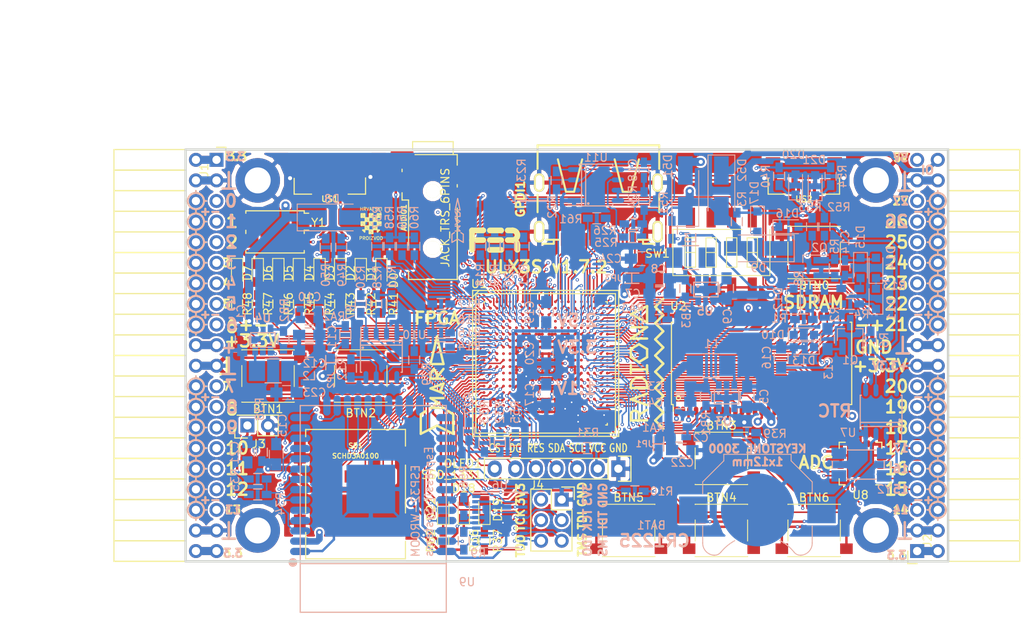
<source format=kicad_pcb>
(kicad_pcb (version 4) (host pcbnew 4.0.7+dfsg1-1)
  (layers (0 F.Cu signal) (1 In1.Cu signal) (2 In2.Cu signal) (31 B.Cu signal) (34 B.Paste user) (35 F.Paste user) (36 B.SilkS user) (37 F.SilkS user) (38 B.Mask user) (39 F.Mask user) (44 Edge.Cuts user))
  (net 0 "")
  (net 1 GND)
  (net 2 +5V)
  (net 3 /gpio/IN5V)
  (net 4 /gpio/OUT5V)
  (net 5 +3V3)
  (net 6 BTN_D)
  (net 7 BTN_F1)
  (net 8 BTN_F2)
  (net 9 BTN_L)
  (net 10 BTN_R)
  (net 11 BTN_U)
  (net 12 /power/FB1)
  (net 13 +2V5)
  (net 14 /power/PWREN)
  (net 15 /power/FB3)
  (net 16 /power/FB2)
  (net 17 "Net-(D9-Pad1)")
  (net 18 /power/VBAT)
  (net 19 JTAG_TDI)
  (net 20 JTAG_TCK)
  (net 21 JTAG_TMS)
  (net 22 JTAG_TDO)
  (net 23 /power/WAKEUPn)
  (net 24 /power/WKUP)
  (net 25 /power/SHUT)
  (net 26 /power/WAKE)
  (net 27 /power/HOLD)
  (net 28 /power/WKn)
  (net 29 /power/OSCI_32k)
  (net 30 /power/OSCO_32k)
  (net 31 "Net-(Q2-Pad3)")
  (net 32 SHUTDOWN)
  (net 33 /analog/AUDIO_L)
  (net 34 /analog/AUDIO_R)
  (net 35 GPDI_5V_SCL)
  (net 36 GPDI_5V_SDA)
  (net 37 GPDI_SDA)
  (net 38 GPDI_SCL)
  (net 39 /gpdi/VREF2)
  (net 40 SD_CMD)
  (net 41 SD_CLK)
  (net 42 SD_D0)
  (net 43 SD_D1)
  (net 44 USB5V)
  (net 45 GPDI_CEC)
  (net 46 nRESET)
  (net 47 FTDI_nDTR)
  (net 48 SDRAM_CKE)
  (net 49 SDRAM_A7)
  (net 50 SDRAM_D15)
  (net 51 SDRAM_BA1)
  (net 52 SDRAM_D7)
  (net 53 SDRAM_A6)
  (net 54 SDRAM_CLK)
  (net 55 SDRAM_D13)
  (net 56 SDRAM_BA0)
  (net 57 SDRAM_D6)
  (net 58 SDRAM_A5)
  (net 59 SDRAM_D14)
  (net 60 SDRAM_A11)
  (net 61 SDRAM_D12)
  (net 62 SDRAM_D5)
  (net 63 SDRAM_A4)
  (net 64 SDRAM_A10)
  (net 65 SDRAM_D11)
  (net 66 SDRAM_A3)
  (net 67 SDRAM_D4)
  (net 68 SDRAM_D10)
  (net 69 SDRAM_D9)
  (net 70 SDRAM_A9)
  (net 71 SDRAM_D3)
  (net 72 SDRAM_D8)
  (net 73 SDRAM_A8)
  (net 74 SDRAM_A2)
  (net 75 SDRAM_A1)
  (net 76 SDRAM_A0)
  (net 77 SDRAM_D2)
  (net 78 SDRAM_D1)
  (net 79 SDRAM_D0)
  (net 80 SDRAM_DQM0)
  (net 81 SDRAM_nCS)
  (net 82 SDRAM_nRAS)
  (net 83 SDRAM_DQM1)
  (net 84 SDRAM_nCAS)
  (net 85 SDRAM_nWE)
  (net 86 /flash/FLASH_nWP)
  (net 87 /flash/FLASH_nHOLD)
  (net 88 /flash/FLASH_MOSI)
  (net 89 /flash/FLASH_MISO)
  (net 90 /flash/FLASH_SCK)
  (net 91 /flash/FLASH_nCS)
  (net 92 /flash/FPGA_PROGRAMN)
  (net 93 /flash/FPGA_DONE)
  (net 94 /flash/FPGA_INITN)
  (net 95 OLED_RES)
  (net 96 OLED_DC)
  (net 97 OLED_CS)
  (net 98 WIFI_EN)
  (net 99 FTDI_nRTS)
  (net 100 FTDI_TXD)
  (net 101 FTDI_RXD)
  (net 102 WIFI_RXD)
  (net 103 WIFI_GPIO0)
  (net 104 WIFI_TXD)
  (net 105 GPDI_ETH-)
  (net 106 GPDI_ETH+)
  (net 107 GPDI_D2+)
  (net 108 GPDI_D2-)
  (net 109 GPDI_D1+)
  (net 110 GPDI_D1-)
  (net 111 GPDI_D0+)
  (net 112 GPDI_D0-)
  (net 113 GPDI_CLK+)
  (net 114 GPDI_CLK-)
  (net 115 USB_FTDI_D+)
  (net 116 USB_FTDI_D-)
  (net 117 J1_17-)
  (net 118 J1_17+)
  (net 119 J1_23-)
  (net 120 J1_23+)
  (net 121 J1_25-)
  (net 122 J1_25+)
  (net 123 J1_27-)
  (net 124 J1_27+)
  (net 125 J1_29-)
  (net 126 J1_29+)
  (net 127 J1_31-)
  (net 128 J1_31+)
  (net 129 J1_33-)
  (net 130 J1_33+)
  (net 131 J1_35-)
  (net 132 J1_35+)
  (net 133 J2_5-)
  (net 134 J2_5+)
  (net 135 J2_7-)
  (net 136 J2_7+)
  (net 137 J2_9-)
  (net 138 J2_9+)
  (net 139 J2_13-)
  (net 140 J2_13+)
  (net 141 J2_17-)
  (net 142 J2_17+)
  (net 143 J2_11-)
  (net 144 J2_11+)
  (net 145 J2_23-)
  (net 146 J2_23+)
  (net 147 J1_5-)
  (net 148 J1_5+)
  (net 149 J1_7-)
  (net 150 J1_7+)
  (net 151 J1_9-)
  (net 152 J1_9+)
  (net 153 J1_11-)
  (net 154 J1_11+)
  (net 155 J1_13-)
  (net 156 J1_13+)
  (net 157 J1_15-)
  (net 158 J1_15+)
  (net 159 J2_15-)
  (net 160 J2_15+)
  (net 161 J2_25-)
  (net 162 J2_25+)
  (net 163 J2_27-)
  (net 164 J2_27+)
  (net 165 J2_29-)
  (net 166 J2_29+)
  (net 167 J2_31-)
  (net 168 J2_31+)
  (net 169 J2_33-)
  (net 170 J2_33+)
  (net 171 J2_35-)
  (net 172 J2_35+)
  (net 173 SD_D3)
  (net 174 AUDIO_L3)
  (net 175 AUDIO_L2)
  (net 176 AUDIO_L1)
  (net 177 AUDIO_L0)
  (net 178 AUDIO_R3)
  (net 179 AUDIO_R2)
  (net 180 AUDIO_R1)
  (net 181 AUDIO_R0)
  (net 182 OLED_CLK)
  (net 183 OLED_MOSI)
  (net 184 LED0)
  (net 185 LED1)
  (net 186 LED2)
  (net 187 LED3)
  (net 188 LED4)
  (net 189 LED5)
  (net 190 LED6)
  (net 191 LED7)
  (net 192 BTN_PWRn)
  (net 193 FTDI_nTXLED)
  (net 194 FTDI_nSLEEP)
  (net 195 /blinkey/LED_PWREN)
  (net 196 /blinkey/LED_TXLED)
  (net 197 FT3V3)
  (net 198 /sdcard/SD3V3)
  (net 199 SD_D2)
  (net 200 CLK_25MHz)
  (net 201 /blinkey/BTNPUL)
  (net 202 /blinkey/BTNPUR)
  (net 203 USB_FPGA_D+)
  (net 204 /power/FTDI_nSUSPEND)
  (net 205 /blinkey/ALED0)
  (net 206 /blinkey/ALED1)
  (net 207 /blinkey/ALED2)
  (net 208 /blinkey/ALED3)
  (net 209 /blinkey/ALED4)
  (net 210 /blinkey/ALED5)
  (net 211 /blinkey/ALED6)
  (net 212 /blinkey/ALED7)
  (net 213 /usb/FTD-)
  (net 214 /usb/FTD+)
  (net 215 ADC_MISO)
  (net 216 ADC_MOSI)
  (net 217 ADC_CSn)
  (net 218 ADC_SCLK)
  (net 219 "Net-(R51-Pad2)")
  (net 220 SW3)
  (net 221 SW2)
  (net 222 SW1)
  (net 223 SW0)
  (net 224 USB_FPGA_D-)
  (net 225 /usb/FPD+)
  (net 226 /usb/FPD-)
  (net 227 WIFI_GPIO16)
  (net 228 WIFI_GPIO15)
  (net 229 /usb/ANT_433MHz)
  (net 230 /power/PWRBTn)
  (net 231 PROG_DONE)
  (net 232 /power/P3V3)
  (net 233 /power/P2V5)
  (net 234 /power/L1)
  (net 235 /power/L3)
  (net 236 /power/L2)
  (net 237 FTDI_TXDEN)
  (net 238 /wifi/WIFIOFF)
  (net 239 SDRAM_A12)
  (net 240 /analog/AUDIO_V)
  (net 241 AUDIO_V3)
  (net 242 AUDIO_V2)
  (net 243 AUDIO_V1)
  (net 244 AUDIO_V0)
  (net 245 /gpdi/FPGA_CEC)
  (net 246 /blinkey/LED_WIFI)
  (net 247 WIFI_GPIO2)
  (net 248 /power/P1V1)
  (net 249 +1V1)
  (module Socket_Strips:Socket_Strip_Angled_2x20 (layer F.Cu) (at 97.91 62.69 270)
    (fp_text reference J1 (at 1.27 1.524 270) (layer F.SilkS))
    (fp_text value CONN_02X20 hide)
    (pad 1 thru_hole rect (at 0 0 270) (size 1.7272 1.7272) (drill 1.016) (layers *.Cu *.Mask) (net 5 +3V3))
    (pad 2 thru_hole oval (at 0 2.54 270) (size 1.7272 1.7272) (drill 1.016) (layers *.Cu *.Mask) (net 5 +3V3))
    (pad 3 thru_hole oval (at 2.54 0 270) (size 1.7272 1.7272) (drill 1.016) (layers *.Cu *.Mask) (net 1 GND))
    (pad 4 thru_hole oval (at 2.54 2.54 270) (size 1.7272 1.7272) (drill 1.016) (layers *.Cu *.Mask) (net 1 GND))
    (pad 5 thru_hole oval (at 5.08 0 270) (size 1.7272 1.7272) (drill 1.016) (layers *.Cu *.Mask) (net 147 J1_5-))
    (pad 6 thru_hole oval (at 5.08 2.54 270) (size 1.7272 1.7272) (drill 1.016) (layers *.Cu *.Mask) (net 148 J1_5+))
    (pad 7 thru_hole oval (at 7.62 0 270) (size 1.7272 1.7272) (drill 1.016) (layers *.Cu *.Mask) (net 149 J1_7-))
    (pad 8 thru_hole oval (at 7.62 2.54 270) (size 1.7272 1.7272) (drill 1.016) (layers *.Cu *.Mask) (net 150 J1_7+))
    (pad 9 thru_hole oval (at 10.16 0 270) (size 1.7272 1.7272) (drill 1.016) (layers *.Cu *.Mask) (net 151 J1_9-))
    (pad 10 thru_hole oval (at 10.16 2.54 270) (size 1.7272 1.7272) (drill 1.016) (layers *.Cu *.Mask) (net 152 J1_9+))
    (pad 11 thru_hole oval (at 12.7 0 270) (size 1.7272 1.7272) (drill 1.016) (layers *.Cu *.Mask) (net 153 J1_11-))
    (pad 12 thru_hole oval (at 12.7 2.54 270) (size 1.7272 1.7272) (drill 1.016) (layers *.Cu *.Mask) (net 154 J1_11+))
    (pad 13 thru_hole oval (at 15.24 0 270) (size 1.7272 1.7272) (drill 1.016) (layers *.Cu *.Mask) (net 155 J1_13-))
    (pad 14 thru_hole oval (at 15.24 2.54 270) (size 1.7272 1.7272) (drill 1.016) (layers *.Cu *.Mask) (net 156 J1_13+))
    (pad 15 thru_hole oval (at 17.78 0 270) (size 1.7272 1.7272) (drill 1.016) (layers *.Cu *.Mask) (net 157 J1_15-))
    (pad 16 thru_hole oval (at 17.78 2.54 270) (size 1.7272 1.7272) (drill 1.016) (layers *.Cu *.Mask) (net 158 J1_15+))
    (pad 17 thru_hole oval (at 20.32 0 270) (size 1.7272 1.7272) (drill 1.016) (layers *.Cu *.Mask) (net 117 J1_17-))
    (pad 18 thru_hole oval (at 20.32 2.54 270) (size 1.7272 1.7272) (drill 1.016) (layers *.Cu *.Mask) (net 118 J1_17+))
    (pad 19 thru_hole oval (at 22.86 0 270) (size 1.7272 1.7272) (drill 1.016) (layers *.Cu *.Mask) (net 5 +3V3))
    (pad 20 thru_hole oval (at 22.86 2.54 270) (size 1.7272 1.7272) (drill 1.016) (layers *.Cu *.Mask) (net 5 +3V3))
    (pad 21 thru_hole oval (at 25.4 0 270) (size 1.7272 1.7272) (drill 1.016) (layers *.Cu *.Mask) (net 1 GND))
    (pad 22 thru_hole oval (at 25.4 2.54 270) (size 1.7272 1.7272) (drill 1.016) (layers *.Cu *.Mask) (net 1 GND))
    (pad 23 thru_hole oval (at 27.94 0 270) (size 1.7272 1.7272) (drill 1.016) (layers *.Cu *.Mask) (net 119 J1_23-))
    (pad 24 thru_hole oval (at 27.94 2.54 270) (size 1.7272 1.7272) (drill 1.016) (layers *.Cu *.Mask) (net 120 J1_23+))
    (pad 25 thru_hole oval (at 30.48 0 270) (size 1.7272 1.7272) (drill 1.016) (layers *.Cu *.Mask) (net 121 J1_25-))
    (pad 26 thru_hole oval (at 30.48 2.54 270) (size 1.7272 1.7272) (drill 1.016) (layers *.Cu *.Mask) (net 122 J1_25+))
    (pad 27 thru_hole oval (at 33.02 0 270) (size 1.7272 1.7272) (drill 1.016) (layers *.Cu *.Mask) (net 123 J1_27-))
    (pad 28 thru_hole oval (at 33.02 2.54 270) (size 1.7272 1.7272) (drill 1.016) (layers *.Cu *.Mask) (net 124 J1_27+))
    (pad 29 thru_hole oval (at 35.56 0 270) (size 1.7272 1.7272) (drill 1.016) (layers *.Cu *.Mask) (net 125 J1_29-))
    (pad 30 thru_hole oval (at 35.56 2.54 270) (size 1.7272 1.7272) (drill 1.016) (layers *.Cu *.Mask) (net 126 J1_29+))
    (pad 31 thru_hole oval (at 38.1 0 270) (size 1.7272 1.7272) (drill 1.016) (layers *.Cu *.Mask) (net 127 J1_31-))
    (pad 32 thru_hole oval (at 38.1 2.54 270) (size 1.7272 1.7272) (drill 1.016) (layers *.Cu *.Mask) (net 128 J1_31+))
    (pad 33 thru_hole oval (at 40.64 0 270) (size 1.7272 1.7272) (drill 1.016) (layers *.Cu *.Mask) (net 129 J1_33-))
    (pad 34 thru_hole oval (at 40.64 2.54 270) (size 1.7272 1.7272) (drill 1.016) (layers *.Cu *.Mask) (net 130 J1_33+))
    (pad 35 thru_hole oval (at 43.18 0 270) (size 1.7272 1.7272) (drill 1.016) (layers *.Cu *.Mask) (net 131 J1_35-))
    (pad 36 thru_hole oval (at 43.18 2.54 270) (size 1.7272 1.7272) (drill 1.016) (layers *.Cu *.Mask) (net 132 J1_35+))
    (pad 37 thru_hole oval (at 45.72 0 270) (size 1.7272 1.7272) (drill 1.016) (layers *.Cu *.Mask) (net 1 GND))
    (pad 38 thru_hole oval (at 45.72 2.54 270) (size 1.7272 1.7272) (drill 1.016) (layers *.Cu *.Mask) (net 1 GND))
    (pad 39 thru_hole oval (at 48.26 0 270) (size 1.7272 1.7272) (drill 1.016) (layers *.Cu *.Mask) (net 5 +3V3))
    (pad 40 thru_hole oval (at 48.26 2.54 270) (size 1.7272 1.7272) (drill 1.016) (layers *.Cu *.Mask) (net 5 +3V3))
  )
  (module SMD_Packages:1Pin (layer F.Cu) (at 182.67515 111.637626)
    (fp_text reference AE1 hide)
    (fp_text value 433MHz hide)
    (pad 1 smd rect (at 0 0) (size 0.5 0.5) (layers B.Cu F.Paste F.Mask) (net 229 /usb/ANT_433MHz))
  )
  (module Resistors_SMD:R_0603_HandSoldering (layer B.Cu) (at 103.498 98.758 90)
    (fp_text reference R38 (at 5.334 -0.254 90) (layer B.SilkS) (effects (justify mirror)))
    (fp_text value 0.47)
    (pad 1 smd rect (at -1.1 0 90) (size 1.2 0.9) (layers B.Cu B.Paste B.Mask) (net 198 /sdcard/SD3V3))
    (pad 2 smd rect (at 1.1 0 90) (size 1.2 0.9) (layers B.Cu B.Paste B.Mask) (net 5 +3V3))
  )
  (module jumper:SOLDER-JUMPER_1-WAY (layer B.Cu) (at 152.393 97.742 270)
    (fp_text reference JP1 (at 0 1.778 360) (layer B.SilkS) (effects (font (size 0.762 0.762) (thickness 0.1524)) (justify mirror)))
    (fp_text value 1.2 hide)
    (pad 1 smd rect (at -0.6 0 270) (size 1 1) (layers B.Cu B.Paste B.Mask) (net 248 /power/P1V1))
    (pad 2 smd rect (at 0.6 0 270) (size 1 1) (layers B.Cu B.Paste B.Mask) (net 249 +1V1))
  )
  (module Diodes_SMD:D_SMA_Handsoldering (layer B.Cu) (at 155.695 66.5 90)
    (fp_text reference D51 (at 3.048 -2.159 90) (layer B.SilkS) (effects (justify mirror)))
    (fp_text value STPS2L30AF hide)
    (pad 1 smd rect (at -2.5 0 90) (size 3.5 1.8) (layers B.Cu B.Paste B.Mask) (net 2 +5V))
    (pad 2 smd rect (at 2.5 0 90) (size 3.5 1.8) (layers B.Cu B.Paste B.Mask) (net 3 /gpio/IN5V))
  )
  (module Resistors_SMD:R_0603_HandSoldering (layer B.Cu) (at 154.044 71.326 90)
    (fp_text reference R51 (at 3.302 -1.016 90) (layer B.SilkS) (effects (justify mirror)))
    (fp_text value 150)
    (pad 1 smd rect (at -1.1 0 90) (size 1.2 0.9) (layers B.Cu B.Paste B.Mask) (net 5 +3V3))
    (pad 2 smd rect (at 1.1 0 90) (size 1.2 0.9) (layers B.Cu B.Paste B.Mask) (net 219 "Net-(R51-Pad2)"))
  )
  (module Resistors_SMD:R_1210_HandSoldering (layer B.Cu) (at 158.87 88.09 180)
    (fp_text reference L1 (at 0 2.7 180) (layer B.SilkS) (effects (justify mirror)))
    (fp_text value 2.2uH)
    (pad 1 smd rect (at -2 0 180) (size 2 2.5) (layers B.Cu B.Paste B.Mask) (net 234 /power/L1))
    (pad 2 smd rect (at 2 0 180) (size 2 2.5) (layers B.Cu B.Paste B.Mask) (net 248 /power/P1V1))
  )
  (module TSOT-25:TSOT-25 (layer B.Cu) (at 160.775 91.9)
    (fp_text reference U3 (at -0.381 3.048) (layer B.SilkS) (effects (font (thickness 0.2)) (justify mirror)))
    (fp_text value DIO6015)
    (pad 1 smd rect (at -0.95 -1.3) (size 0.7 1.2) (layers B.Cu B.Paste B.Mask) (net 14 /power/PWREN))
    (pad 2 smd rect (at 0 -1.3) (size 0.7 1.2) (layers B.Cu B.Paste B.Mask) (net 1 GND))
    (pad 3 smd rect (at 0.95 -1.3) (size 0.7 1.2) (layers B.Cu B.Paste B.Mask) (net 234 /power/L1))
    (pad 4 smd rect (at 0.95 1.3) (size 0.7 1.2) (layers B.Cu B.Paste B.Mask) (net 2 +5V))
    (pad 5 smd rect (at -0.95 1.3) (size 0.7 1.2) (layers B.Cu B.Paste B.Mask) (net 12 /power/FB1))
  )
  (module Resistors_SMD:R_1210_HandSoldering (layer B.Cu) (at 104.895 88.725)
    (fp_text reference L2 (at 4.445 0.635) (layer B.SilkS) (effects (justify mirror)))
    (fp_text value 2.2uH)
    (pad 1 smd rect (at -2 0) (size 2 2.5) (layers B.Cu B.Paste B.Mask) (net 236 /power/L2))
    (pad 2 smd rect (at 2 0) (size 2 2.5) (layers B.Cu B.Paste B.Mask) (net 233 /power/P2V5))
  )
  (module TSOT-25:TSOT-25 (layer B.Cu) (at 103.625 84.915 180)
    (fp_text reference U4 (at 0 2.697 180) (layer B.SilkS) (effects (font (thickness 0.2)) (justify mirror)))
    (fp_text value LX7172)
    (pad 1 smd rect (at -0.95 -1.3 180) (size 0.7 1.2) (layers B.Cu B.Paste B.Mask) (net 14 /power/PWREN))
    (pad 2 smd rect (at 0 -1.3 180) (size 0.7 1.2) (layers B.Cu B.Paste B.Mask) (net 1 GND))
    (pad 3 smd rect (at 0.95 -1.3 180) (size 0.7 1.2) (layers B.Cu B.Paste B.Mask) (net 236 /power/L2))
    (pad 4 smd rect (at 0.95 1.3 180) (size 0.7 1.2) (layers B.Cu B.Paste B.Mask) (net 2 +5V))
    (pad 5 smd rect (at -0.95 1.3 180) (size 0.7 1.2) (layers B.Cu B.Paste B.Mask) (net 16 /power/FB2))
  )
  (module Resistors_SMD:R_1210_HandSoldering (layer B.Cu) (at 156.33 74.755 180)
    (fp_text reference L3 (at 0 2.413 180) (layer B.SilkS) (effects (justify mirror)))
    (fp_text value 2.2uH)
    (pad 1 smd rect (at -2 0 180) (size 2 2.5) (layers B.Cu B.Paste B.Mask) (net 235 /power/L3))
    (pad 2 smd rect (at 2 0 180) (size 2 2.5) (layers B.Cu B.Paste B.Mask) (net 232 /power/P3V3))
  )
  (module TSOT-25:TSOT-25 (layer B.Cu) (at 158.235 78.692)
    (fp_text reference U5 (at -0.127 2.667) (layer B.SilkS) (effects (font (thickness 0.2)) (justify mirror)))
    (fp_text value TLV62569DBV)
    (pad 1 smd rect (at -0.95 -1.3) (size 0.7 1.2) (layers B.Cu B.Paste B.Mask) (net 14 /power/PWREN))
    (pad 2 smd rect (at 0 -1.3) (size 0.7 1.2) (layers B.Cu B.Paste B.Mask) (net 1 GND))
    (pad 3 smd rect (at 0.95 -1.3) (size 0.7 1.2) (layers B.Cu B.Paste B.Mask) (net 235 /power/L3))
    (pad 4 smd rect (at 0.95 1.3) (size 0.7 1.2) (layers B.Cu B.Paste B.Mask) (net 2 +5V))
    (pad 5 smd rect (at -0.95 1.3) (size 0.7 1.2) (layers B.Cu B.Paste B.Mask) (net 15 /power/FB3))
  )
  (module Capacitors_SMD:C_0805_HandSoldering (layer B.Cu) (at 101.085 84.915 270)
    (fp_text reference C1 (at -3.429 0.127 270) (layer B.SilkS) (effects (justify mirror)))
    (fp_text value 22uF)
    (pad 1 smd rect (at -1.25 0 270) (size 1.5 1.25) (layers B.Cu B.Paste B.Mask) (net 2 +5V))
    (pad 2 smd rect (at 1.25 0 270) (size 1.5 1.25) (layers B.Cu B.Paste B.Mask) (net 1 GND))
  )
  (module Capacitors_SMD:C_0805_HandSoldering (layer B.Cu) (at 155.06 90.63)
    (fp_text reference C3 (at -3.048 0) (layer B.SilkS) (effects (justify mirror)))
    (fp_text value 22uF)
    (pad 1 smd rect (at -1.25 0) (size 1.5 1.25) (layers B.Cu B.Paste B.Mask) (net 248 /power/P1V1))
    (pad 2 smd rect (at 1.25 0) (size 1.5 1.25) (layers B.Cu B.Paste B.Mask) (net 1 GND))
  )
  (module Capacitors_SMD:C_0805_HandSoldering (layer B.Cu) (at 155.06 92.535)
    (fp_text reference C4 (at -3.048 0.127) (layer B.SilkS) (effects (justify mirror)))
    (fp_text value 22uF)
    (pad 1 smd rect (at -1.25 0) (size 1.5 1.25) (layers B.Cu B.Paste B.Mask) (net 248 /power/P1V1))
    (pad 2 smd rect (at 1.25 0) (size 1.5 1.25) (layers B.Cu B.Paste B.Mask) (net 1 GND))
  )
  (module Capacitors_SMD:C_0805_HandSoldering (layer B.Cu) (at 163.315 91.9 90)
    (fp_text reference C5 (at 0 2.1 90) (layer B.SilkS) (effects (justify mirror)))
    (fp_text value 22uF)
    (pad 1 smd rect (at -1.25 0 90) (size 1.5 1.25) (layers B.Cu B.Paste B.Mask) (net 2 +5V))
    (pad 2 smd rect (at 1.25 0 90) (size 1.5 1.25) (layers B.Cu B.Paste B.Mask) (net 1 GND))
  )
  (module Capacitors_SMD:C_0805_HandSoldering (layer B.Cu) (at 152.52 79.2)
    (fp_text reference C7 (at -3.302 0) (layer B.SilkS) (effects (justify mirror)))
    (fp_text value 22uF)
    (pad 1 smd rect (at -1.25 0) (size 1.5 1.25) (layers B.Cu B.Paste B.Mask) (net 232 /power/P3V3))
    (pad 2 smd rect (at 1.25 0) (size 1.5 1.25) (layers B.Cu B.Paste B.Mask) (net 1 GND))
  )
  (module Capacitors_SMD:C_0805_HandSoldering (layer B.Cu) (at 152.52 77.295)
    (fp_text reference C8 (at -0.127 -1.143) (layer B.SilkS) (effects (justify mirror)))
    (fp_text value 22uF)
    (pad 1 smd rect (at -1.25 0) (size 1.5 1.25) (layers B.Cu B.Paste B.Mask) (net 232 /power/P3V3))
    (pad 2 smd rect (at 1.25 0) (size 1.5 1.25) (layers B.Cu B.Paste B.Mask) (net 1 GND))
  )
  (module Capacitors_SMD:C_0805_HandSoldering (layer B.Cu) (at 160.775 78.565 90)
    (fp_text reference C9 (at -3.429 0.127 90) (layer B.SilkS) (effects (justify mirror)))
    (fp_text value 22uF)
    (pad 1 smd rect (at -1.25 0 90) (size 1.5 1.25) (layers B.Cu B.Paste B.Mask) (net 2 +5V))
    (pad 2 smd rect (at 1.25 0 90) (size 1.5 1.25) (layers B.Cu B.Paste B.Mask) (net 1 GND))
  )
  (module Capacitors_SMD:C_0805_HandSoldering (layer B.Cu) (at 109.34 84.28 180)
    (fp_text reference C11 (at -2.794 -0.254 270) (layer B.SilkS) (effects (justify mirror)))
    (fp_text value 22uF)
    (pad 1 smd rect (at -1.25 0 180) (size 1.5 1.25) (layers B.Cu B.Paste B.Mask) (net 233 /power/P2V5))
    (pad 2 smd rect (at 1.25 0 180) (size 1.5 1.25) (layers B.Cu B.Paste B.Mask) (net 1 GND))
  )
  (module Capacitors_SMD:C_0805_HandSoldering (layer B.Cu) (at 109.34 86.185 180)
    (fp_text reference C12 (at -0.635 -1.615 360) (layer B.SilkS) (effects (justify mirror)))
    (fp_text value 22uF)
    (pad 1 smd rect (at -1.25 0 180) (size 1.5 1.25) (layers B.Cu B.Paste B.Mask) (net 233 /power/P2V5))
    (pad 2 smd rect (at 1.25 0 180) (size 1.5 1.25) (layers B.Cu B.Paste B.Mask) (net 1 GND))
  )
  (module Capacitors_SMD:C_0805_HandSoldering (layer B.Cu) (at 173.221 84.788 90)
    (fp_text reference C13 (at -3.556 0.127 90) (layer B.SilkS) (effects (justify mirror)))
    (fp_text value 2.2uF)
    (pad 1 smd rect (at -1.25 0 90) (size 1.5 1.25) (layers B.Cu B.Paste B.Mask) (net 2 +5V))
    (pad 2 smd rect (at 1.25 0 90) (size 1.5 1.25) (layers B.Cu B.Paste B.Mask) (net 24 /power/WKUP))
  )
  (module TO_SOT_Packages_SMD:SOT-23_Handsoldering (layer B.Cu) (at 176.015 84.28 90)
    (fp_text reference Q1 (at -3.1115 0 180) (layer B.SilkS) (effects (justify mirror)))
    (fp_text value BC857)
    (pad 1 smd rect (at -1.5 0.95 90) (size 1.9 0.8) (layers B.Cu B.Paste B.Mask) (net 28 /power/WKn))
    (pad 2 smd rect (at -1.5 -0.95 90) (size 1.9 0.8) (layers B.Cu B.Paste B.Mask) (net 2 +5V))
    (pad 3 smd rect (at 1.5 0 90) (size 1.9 0.8) (layers B.Cu B.Paste B.Mask) (net 24 /power/WKUP))
  )
  (module TO_SOT_Packages_SMD:SOT-23_Handsoldering (layer B.Cu) (at 170.935 76.025 180)
    (fp_text reference Q2 (at -1.295 2.5 180) (layer B.SilkS) (effects (justify mirror)))
    (fp_text value 2N7002)
    (pad 1 smd rect (at -1.5 0.95 180) (size 1.9 0.8) (layers B.Cu B.Paste B.Mask) (net 25 /power/SHUT))
    (pad 2 smd rect (at -1.5 -0.95 180) (size 1.9 0.8) (layers B.Cu B.Paste B.Mask) (net 1 GND))
    (pad 3 smd rect (at 1.5 0 180) (size 1.9 0.8) (layers B.Cu B.Paste B.Mask) (net 31 "Net-(Q2-Pad3)"))
  )
  (module Capacitors_SMD:C_0603_HandSoldering (layer B.Cu) (at 154.86 96.91)
    (fp_text reference C2 (at 2.74 0.07) (layer B.SilkS) (effects (justify mirror)))
    (fp_text value 470pF)
    (pad 1 smd rect (at -0.95 0) (size 1.2 0.75) (layers B.Cu B.Paste B.Mask) (net 248 /power/P1V1))
    (pad 2 smd rect (at 0.95 0) (size 1.2 0.75) (layers B.Cu B.Paste B.Mask) (net 12 /power/FB1))
  )
  (module Capacitors_SMD:C_0603_HandSoldering (layer B.Cu) (at 152.52 82.375)
    (fp_text reference C6 (at -2.794 0.127) (layer B.SilkS) (effects (justify mirror)))
    (fp_text value 470pF)
    (pad 1 smd rect (at -0.95 0) (size 1.2 0.75) (layers B.Cu B.Paste B.Mask) (net 232 /power/P3V3))
    (pad 2 smd rect (at 0.95 0) (size 1.2 0.75) (layers B.Cu B.Paste B.Mask) (net 15 /power/FB3))
  )
  (module Capacitors_SMD:C_0603_HandSoldering (layer B.Cu) (at 109.34 81.105 180)
    (fp_text reference C10 (at -0.04 1.505 180) (layer B.SilkS) (effects (justify mirror)))
    (fp_text value 470pF)
    (pad 1 smd rect (at -0.95 0 180) (size 1.2 0.75) (layers B.Cu B.Paste B.Mask) (net 233 /power/P2V5))
    (pad 2 smd rect (at 0.95 0 180) (size 1.2 0.75) (layers B.Cu B.Paste B.Mask) (net 16 /power/FB2))
  )
  (module Capacitors_SMD:C_0603_HandSoldering (layer B.Cu) (at 175.38 76.025 270)
    (fp_text reference C14 (at -3.175 0 270) (layer B.SilkS) (effects (justify mirror)))
    (fp_text value 100nF)
    (pad 1 smd rect (at -0.95 0 270) (size 1.2 0.75) (layers B.Cu B.Paste B.Mask) (net 25 /power/SHUT))
    (pad 2 smd rect (at 0.95 0 270) (size 1.2 0.75) (layers B.Cu B.Paste B.Mask) (net 1 GND))
  )
  (module Resistors_SMD:R_0603_HandSoldering (layer B.Cu) (at 170.3 82.375)
    (fp_text reference R1 (at -3.048 -0.127) (layer B.SilkS) (effects (justify mirror)))
    (fp_text value 15k)
    (pad 1 smd rect (at -1.1 0) (size 1.2 0.9) (layers B.Cu B.Paste B.Mask) (net 26 /power/WAKE))
    (pad 2 smd rect (at 1.1 0) (size 1.2 0.9) (layers B.Cu B.Paste B.Mask) (net 14 /power/PWREN))
  )
  (module Resistors_SMD:R_0603_HandSoldering (layer B.Cu) (at 172.84 79.835 90)
    (fp_text reference R2 (at -1.905 1.27 90) (layer B.SilkS) (effects (justify mirror)))
    (fp_text value 47k)
    (pad 1 smd rect (at -1.1 0 90) (size 1.2 0.9) (layers B.Cu B.Paste B.Mask) (net 14 /power/PWREN))
    (pad 2 smd rect (at 1.1 0 90) (size 1.2 0.9) (layers B.Cu B.Paste B.Mask) (net 1 GND))
  )
  (module Resistors_SMD:R_0603_HandSoldering (layer B.Cu) (at 176.015 80.47 180)
    (fp_text reference R4 (at -1.397 -1.27 360) (layer B.SilkS) (effects (justify mirror)))
    (fp_text value 15k)
    (pad 1 smd rect (at -1.1 0 180) (size 1.2 0.9) (layers B.Cu B.Paste B.Mask) (net 27 /power/HOLD))
    (pad 2 smd rect (at 1.1 0 180) (size 1.2 0.9) (layers B.Cu B.Paste B.Mask) (net 14 /power/PWREN))
  )
  (module Resistors_SMD:R_0603_HandSoldering (layer B.Cu) (at 174.11 76.025 270)
    (fp_text reference R5 (at -2.667 0 270) (layer B.SilkS) (effects (justify mirror)))
    (fp_text value 4.7M)
    (pad 1 smd rect (at -1.1 0 270) (size 1.2 0.9) (layers B.Cu B.Paste B.Mask) (net 25 /power/SHUT))
    (pad 2 smd rect (at 1.1 0 270) (size 1.2 0.9) (layers B.Cu B.Paste B.Mask) (net 1 GND))
  )
  (module Resistors_SMD:R_0603_HandSoldering (layer B.Cu) (at 178.555 84.915 270)
    (fp_text reference R6 (at 0 -1.651 270) (layer B.SilkS) (effects (justify mirror)))
    (fp_text value 1k)
    (pad 1 smd rect (at -1.1 0 270) (size 1.2 0.9) (layers B.Cu B.Paste B.Mask) (net 28 /power/WKn))
    (pad 2 smd rect (at 1.1 0 270) (size 1.2 0.9) (layers B.Cu B.Paste B.Mask) (net 23 /power/WAKEUPn))
  )
  (module Resistors_SMD:R_0603_HandSoldering (layer B.Cu) (at 113.785 84.28 270)
    (fp_text reference R7 (at -2.794 -0.635 270) (layer B.SilkS) (effects (justify mirror)))
    (fp_text value 150)
    (pad 1 smd rect (at -1.1 0 270) (size 1.2 0.9) (layers B.Cu B.Paste B.Mask) (net 5 +3V3))
    (pad 2 smd rect (at 1.1 0 270) (size 1.2 0.9) (layers B.Cu B.Paste B.Mask) (net 201 /blinkey/BTNPUL))
  )
  (module Resistors_SMD:R_0603_HandSoldering (layer B.Cu) (at 170.935 79.835 90)
    (fp_text reference R8 (at 2.54 -1.27 90) (layer B.SilkS) (effects (justify mirror)))
    (fp_text value 1k)
    (pad 1 smd rect (at -1.1 0 90) (size 1.2 0.9) (layers B.Cu B.Paste B.Mask) (net 14 /power/PWREN))
    (pad 2 smd rect (at 1.1 0 90) (size 1.2 0.9) (layers B.Cu B.Paste B.Mask) (net 31 "Net-(Q2-Pad3)"))
  )
  (module Resistors_SMD:R_0603_HandSoldering (layer B.Cu) (at 128.39 109.68 270)
    (fp_text reference R9 (at 1.524 -1.778 360) (layer B.SilkS) (effects (justify mirror)))
    (fp_text value 15k)
    (pad 1 smd rect (at -1.1 0 270) (size 1.2 0.9) (layers B.Cu B.Paste B.Mask) (net 46 nRESET))
    (pad 2 smd rect (at 1.1 0 270) (size 1.2 0.9) (layers B.Cu B.Paste B.Mask) (net 197 FT3V3))
  )
  (module Resistors_SMD:R_0603_HandSoldering (layer B.Cu) (at 149.472 103.584 180)
    (fp_text reference R10 (at -3.302 0 180) (layer B.SilkS) (effects (justify mirror)))
    (fp_text value 150)
    (pad 1 smd rect (at -1.1 0 180) (size 1.2 0.9) (layers B.Cu B.Paste B.Mask) (net 204 /power/FTDI_nSUSPEND))
    (pad 2 smd rect (at 1.1 0 180) (size 1.2 0.9) (layers B.Cu B.Paste B.Mask) (net 194 FTDI_nSLEEP))
  )
  (module Resistors_SMD:R_0603_HandSoldering (layer B.Cu) (at 176.015 78.565 180)
    (fp_text reference R13 (at -5.461 0.381 180) (layer B.SilkS) (effects (justify mirror)))
    (fp_text value 15k)
    (pad 1 smd rect (at -1.1 0 180) (size 1.2 0.9) (layers B.Cu B.Paste B.Mask) (net 32 SHUTDOWN))
    (pad 2 smd rect (at 1.1 0 180) (size 1.2 0.9) (layers B.Cu B.Paste B.Mask) (net 1 GND))
  )
  (module Resistors_SMD:R_0603_HandSoldering (layer B.Cu) (at 154.86 95.64)
    (fp_text reference RA1 (at -3.102 0.07) (layer B.SilkS) (effects (justify mirror)))
    (fp_text value 15k)
    (pad 1 smd rect (at -1.1 0) (size 1.2 0.9) (layers B.Cu B.Paste B.Mask) (net 248 /power/P1V1))
    (pad 2 smd rect (at 1.1 0) (size 1.2 0.9) (layers B.Cu B.Paste B.Mask) (net 12 /power/FB1))
  )
  (module Resistors_SMD:R_0603_HandSoldering (layer B.Cu) (at 109.34 82.375 180)
    (fp_text reference RA2 (at -3.048 0.381 360) (layer B.SilkS) (effects (justify mirror)))
    (fp_text value 15k)
    (pad 1 smd rect (at -1.1 0 180) (size 1.2 0.9) (layers B.Cu B.Paste B.Mask) (net 233 /power/P2V5))
    (pad 2 smd rect (at 1.1 0 180) (size 1.2 0.9) (layers B.Cu B.Paste B.Mask) (net 16 /power/FB2))
  )
  (module Resistors_SMD:R_0603_HandSoldering (layer B.Cu) (at 152.52 81.105)
    (fp_text reference RA3 (at -3.302 -0.127) (layer B.SilkS) (effects (justify mirror)))
    (fp_text value 15k)
    (pad 1 smd rect (at -1.1 0) (size 1.2 0.9) (layers B.Cu B.Paste B.Mask) (net 232 /power/P3V3))
    (pad 2 smd rect (at 1.1 0) (size 1.2 0.9) (layers B.Cu B.Paste B.Mask) (net 15 /power/FB3))
  )
  (module Resistors_SMD:R_0603_HandSoldering (layer B.Cu) (at 158.235 91.9 270)
    (fp_text reference RB1 (at 3.302 0 270) (layer B.SilkS) (effects (justify mirror)))
    (fp_text value 18k)
    (pad 1 smd rect (at -1.1 0 270) (size 1.2 0.9) (layers B.Cu B.Paste B.Mask) (net 1 GND))
    (pad 2 smd rect (at 1.1 0 270) (size 1.2 0.9) (layers B.Cu B.Paste B.Mask) (net 12 /power/FB1))
  )
  (module Resistors_SMD:R_0603_HandSoldering (layer B.Cu) (at 106.165 84.915 90)
    (fp_text reference RB2 (at 3.683 0.127 90) (layer B.SilkS) (effects (justify mirror)))
    (fp_text value 4.7k)
    (pad 1 smd rect (at -1.1 0 90) (size 1.2 0.9) (layers B.Cu B.Paste B.Mask) (net 1 GND))
    (pad 2 smd rect (at 1.1 0 90) (size 1.2 0.9) (layers B.Cu B.Paste B.Mask) (net 16 /power/FB2))
  )
  (module Resistors_SMD:R_0603_HandSoldering (layer B.Cu) (at 155.695 78.565 270)
    (fp_text reference RB3 (at 3.429 -0.127 270) (layer B.SilkS) (effects (justify mirror)))
    (fp_text value 3.3k)
    (pad 1 smd rect (at -1.1 0 270) (size 1.2 0.9) (layers B.Cu B.Paste B.Mask) (net 1 GND))
    (pad 2 smd rect (at 1.1 0 270) (size 1.2 0.9) (layers B.Cu B.Paste B.Mask) (net 15 /power/FB3))
  )
  (module Resistors_SMD:R_0603_HandSoldering (layer B.Cu) (at 125.596 85.804 180)
    (fp_text reference R14 (at -3.47 0.127 180) (layer B.SilkS) (effects (justify mirror)))
    (fp_text value 1.2k)
    (pad 1 smd rect (at -1.1 0 180) (size 1.2 0.9) (layers B.Cu B.Paste B.Mask) (net 174 AUDIO_L3))
    (pad 2 smd rect (at 1.1 0 180) (size 1.2 0.9) (layers B.Cu B.Paste B.Mask) (net 33 /analog/AUDIO_L))
  )
  (module Resistors_SMD:R_0603_HandSoldering (layer B.Cu) (at 125.596 84.026 180)
    (fp_text reference R15 (at -3.47 -0.001 180) (layer B.SilkS) (effects (justify mirror)))
    (fp_text value 680)
    (pad 1 smd rect (at -1.1 0 180) (size 1.2 0.9) (layers B.Cu B.Paste B.Mask) (net 175 AUDIO_L2))
    (pad 2 smd rect (at 1.1 0 180) (size 1.2 0.9) (layers B.Cu B.Paste B.Mask) (net 33 /analog/AUDIO_L))
  )
  (module Resistors_SMD:R_0603_HandSoldering (layer B.Cu) (at 125.596 82.248 180)
    (fp_text reference R16 (at -3.47 -0.127 180) (layer B.SilkS) (effects (justify mirror)))
    (fp_text value 330)
    (pad 1 smd rect (at -1.1 0 180) (size 1.2 0.9) (layers B.Cu B.Paste B.Mask) (net 176 AUDIO_L1))
    (pad 2 smd rect (at 1.1 0 180) (size 1.2 0.9) (layers B.Cu B.Paste B.Mask) (net 33 /analog/AUDIO_L))
  )
  (module Resistors_SMD:R_0603_HandSoldering (layer B.Cu) (at 125.596 80.47 180)
    (fp_text reference R17 (at -3.47 0 180) (layer B.SilkS) (effects (justify mirror)))
    (fp_text value 150)
    (pad 1 smd rect (at -1.1 0 180) (size 1.2 0.9) (layers B.Cu B.Paste B.Mask) (net 177 AUDIO_L0))
    (pad 2 smd rect (at 1.1 0 180) (size 1.2 0.9) (layers B.Cu B.Paste B.Mask) (net 33 /analog/AUDIO_L))
  )
  (module Resistors_SMD:R_0603_HandSoldering (layer B.Cu) (at 130.422 73.358 90)
    (fp_text reference R18 (at -3.556 0 90) (layer B.SilkS) (effects (justify mirror)))
    (fp_text value 1.2k)
    (pad 1 smd rect (at -1.1 0 90) (size 1.2 0.9) (layers B.Cu B.Paste B.Mask) (net 178 AUDIO_R3))
    (pad 2 smd rect (at 1.1 0 90) (size 1.2 0.9) (layers B.Cu B.Paste B.Mask) (net 34 /analog/AUDIO_R))
  )
  (module Resistors_SMD:R_0603_HandSoldering (layer B.Cu) (at 132.2 73.358 90)
    (fp_text reference R19 (at -3.556 0 90) (layer B.SilkS) (effects (justify mirror)))
    (fp_text value 680)
    (pad 1 smd rect (at -1.1 0 90) (size 1.2 0.9) (layers B.Cu B.Paste B.Mask) (net 179 AUDIO_R2))
    (pad 2 smd rect (at 1.1 0 90) (size 1.2 0.9) (layers B.Cu B.Paste B.Mask) (net 34 /analog/AUDIO_R))
  )
  (module Resistors_SMD:R_0603_HandSoldering (layer B.Cu) (at 133.978 73.358 90)
    (fp_text reference R20 (at -3.556 0 90) (layer B.SilkS) (effects (justify mirror)))
    (fp_text value 330)
    (pad 1 smd rect (at -1.1 0 90) (size 1.2 0.9) (layers B.Cu B.Paste B.Mask) (net 180 AUDIO_R1))
    (pad 2 smd rect (at 1.1 0 90) (size 1.2 0.9) (layers B.Cu B.Paste B.Mask) (net 34 /analog/AUDIO_R))
  )
  (module Resistors_SMD:R_0603_HandSoldering (layer B.Cu) (at 135.756 73.358 90)
    (fp_text reference R21 (at -3.556 0 90) (layer B.SilkS) (effects (justify mirror)))
    (fp_text value 150)
    (pad 1 smd rect (at -1.1 0 90) (size 1.2 0.9) (layers B.Cu B.Paste B.Mask) (net 181 AUDIO_R0))
    (pad 2 smd rect (at 1.1 0 90) (size 1.2 0.9) (layers B.Cu B.Paste B.Mask) (net 34 /analog/AUDIO_R))
  )
  (module Capacitors_SMD:C_0603_HandSoldering (layer B.Cu) (at 150.5896 63.96 90)
    (fp_text reference C18 (at 0 -1.3716 90) (layer B.SilkS) (effects (justify mirror)))
    (fp_text value 470pF)
    (pad 1 smd rect (at -0.95 0 90) (size 1.2 0.75) (layers B.Cu B.Paste B.Mask) (net 39 /gpdi/VREF2))
    (pad 2 smd rect (at 0.95 0 90) (size 1.2 0.75) (layers B.Cu B.Paste B.Mask) (net 1 GND))
  )
  (module Socket_Strips:Socket_Strip_Angled_2x20 (layer F.Cu) (at 184.27 110.95 90)
    (fp_text reference J2 (at 1.27 1.27 90) (layer F.SilkS))
    (fp_text value CONN_02X20 hide)
    (pad 1 thru_hole rect (at 0 0 90) (size 1.7272 1.7272) (drill 1.016) (layers *.Cu *.Mask) (net 5 +3V3))
    (pad 2 thru_hole oval (at 0 2.54 90) (size 1.7272 1.7272) (drill 1.016) (layers *.Cu *.Mask) (net 5 +3V3))
    (pad 3 thru_hole oval (at 2.54 0 90) (size 1.7272 1.7272) (drill 1.016) (layers *.Cu *.Mask) (net 1 GND))
    (pad 4 thru_hole oval (at 2.54 2.54 90) (size 1.7272 1.7272) (drill 1.016) (layers *.Cu *.Mask) (net 1 GND))
    (pad 5 thru_hole oval (at 5.08 0 90) (size 1.7272 1.7272) (drill 1.016) (layers *.Cu *.Mask) (net 133 J2_5-))
    (pad 6 thru_hole oval (at 5.08 2.54 90) (size 1.7272 1.7272) (drill 1.016) (layers *.Cu *.Mask) (net 134 J2_5+))
    (pad 7 thru_hole oval (at 7.62 0 90) (size 1.7272 1.7272) (drill 1.016) (layers *.Cu *.Mask) (net 135 J2_7-))
    (pad 8 thru_hole oval (at 7.62 2.54 90) (size 1.7272 1.7272) (drill 1.016) (layers *.Cu *.Mask) (net 136 J2_7+))
    (pad 9 thru_hole oval (at 10.16 0 90) (size 1.7272 1.7272) (drill 1.016) (layers *.Cu *.Mask) (net 137 J2_9-))
    (pad 10 thru_hole oval (at 10.16 2.54 90) (size 1.7272 1.7272) (drill 1.016) (layers *.Cu *.Mask) (net 138 J2_9+))
    (pad 11 thru_hole oval (at 12.7 0 90) (size 1.7272 1.7272) (drill 1.016) (layers *.Cu *.Mask) (net 143 J2_11-))
    (pad 12 thru_hole oval (at 12.7 2.54 90) (size 1.7272 1.7272) (drill 1.016) (layers *.Cu *.Mask) (net 144 J2_11+))
    (pad 13 thru_hole oval (at 15.24 0 90) (size 1.7272 1.7272) (drill 1.016) (layers *.Cu *.Mask) (net 139 J2_13-))
    (pad 14 thru_hole oval (at 15.24 2.54 90) (size 1.7272 1.7272) (drill 1.016) (layers *.Cu *.Mask) (net 140 J2_13+))
    (pad 15 thru_hole oval (at 17.78 0 90) (size 1.7272 1.7272) (drill 1.016) (layers *.Cu *.Mask) (net 159 J2_15-))
    (pad 16 thru_hole oval (at 17.78 2.54 90) (size 1.7272 1.7272) (drill 1.016) (layers *.Cu *.Mask) (net 160 J2_15+))
    (pad 17 thru_hole oval (at 20.32 0 90) (size 1.7272 1.7272) (drill 1.016) (layers *.Cu *.Mask) (net 141 J2_17-))
    (pad 18 thru_hole oval (at 20.32 2.54 90) (size 1.7272 1.7272) (drill 1.016) (layers *.Cu *.Mask) (net 142 J2_17+))
    (pad 19 thru_hole oval (at 22.86 0 90) (size 1.7272 1.7272) (drill 1.016) (layers *.Cu *.Mask) (net 5 +3V3))
    (pad 20 thru_hole oval (at 22.86 2.54 90) (size 1.7272 1.7272) (drill 1.016) (layers *.Cu *.Mask) (net 5 +3V3))
    (pad 21 thru_hole oval (at 25.4 0 90) (size 1.7272 1.7272) (drill 1.016) (layers *.Cu *.Mask) (net 1 GND))
    (pad 22 thru_hole oval (at 25.4 2.54 90) (size 1.7272 1.7272) (drill 1.016) (layers *.Cu *.Mask) (net 1 GND))
    (pad 23 thru_hole oval (at 27.94 0 90) (size 1.7272 1.7272) (drill 1.016) (layers *.Cu *.Mask) (net 145 J2_23-))
    (pad 24 thru_hole oval (at 27.94 2.54 90) (size 1.7272 1.7272) (drill 1.016) (layers *.Cu *.Mask) (net 146 J2_23+))
    (pad 25 thru_hole oval (at 30.48 0 90) (size 1.7272 1.7272) (drill 1.016) (layers *.Cu *.Mask) (net 161 J2_25-))
    (pad 26 thru_hole oval (at 30.48 2.54 90) (size 1.7272 1.7272) (drill 1.016) (layers *.Cu *.Mask) (net 162 J2_25+))
    (pad 27 thru_hole oval (at 33.02 0 90) (size 1.7272 1.7272) (drill 1.016) (layers *.Cu *.Mask) (net 163 J2_27-))
    (pad 28 thru_hole oval (at 33.02 2.54 90) (size 1.7272 1.7272) (drill 1.016) (layers *.Cu *.Mask) (net 164 J2_27+))
    (pad 29 thru_hole oval (at 35.56 0 90) (size 1.7272 1.7272) (drill 1.016) (layers *.Cu *.Mask) (net 165 J2_29-))
    (pad 30 thru_hole oval (at 35.56 2.54 90) (size 1.7272 1.7272) (drill 1.016) (layers *.Cu *.Mask) (net 166 J2_29+))
    (pad 31 thru_hole oval (at 38.1 0 90) (size 1.7272 1.7272) (drill 1.016) (layers *.Cu *.Mask) (net 167 J2_31-))
    (pad 32 thru_hole oval (at 38.1 2.54 90) (size 1.7272 1.7272) (drill 1.016) (layers *.Cu *.Mask) (net 168 J2_31+))
    (pad 33 thru_hole oval (at 40.64 0 90) (size 1.7272 1.7272) (drill 1.016) (layers *.Cu *.Mask) (net 169 J2_33-))
    (pad 34 thru_hole oval (at 40.64 2.54 90) (size 1.7272 1.7272) (drill 1.016) (layers *.Cu *.Mask) (net 170 J2_33+))
    (pad 35 thru_hole oval (at 43.18 0 90) (size 1.7272 1.7272) (drill 1.016) (layers *.Cu *.Mask) (net 171 J2_35-))
    (pad 36 thru_hole oval (at 43.18 2.54 90) (size 1.7272 1.7272) (drill 1.016) (layers *.Cu *.Mask) (net 172 J2_35+))
    (pad 37 thru_hole oval (at 45.72 0 90) (size 1.7272 1.7272) (drill 1.016) (layers *.Cu *.Mask) (net 1 GND))
    (pad 38 thru_hole oval (at 45.72 2.54 90) (size 1.7272 1.7272) (drill 1.016) (layers *.Cu *.Mask) (net 1 GND))
    (pad 39 thru_hole oval (at 48.26 0 90) (size 1.7272 1.7272) (drill 1.016) (layers *.Cu *.Mask) (net 3 /gpio/IN5V))
    (pad 40 thru_hole oval (at 48.26 2.54 90) (size 1.7272 1.7272) (drill 1.016) (layers *.Cu *.Mask) (net 4 /gpio/OUT5V))
  )
  (module Mounting_Holes:MountingHole_3.2mm_M3_ISO14580_Pad (layer F.Cu) (at 102.99 108.41)
    (fp_text reference H1 hide)
    (fp_text value HOLE hide)
    (pad 1 thru_hole circle (at 0 0) (size 5.5 5.5) (drill 3.2) (layers *.Cu *.Mask) (net 1 GND))
  )
  (module Mounting_Holes:MountingHole_3.2mm_M3_ISO14580_Pad (layer F.Cu) (at 179.19 108.41)
    (fp_text reference H2 hide)
    (fp_text value HOLE hide)
    (pad 1 thru_hole circle (at 0 0) (size 5.5 5.5) (drill 3.2) (layers *.Cu *.Mask) (net 1 GND))
  )
  (module Mounting_Holes:MountingHole_3.2mm_M3_ISO14580_Pad (layer F.Cu) (at 179.19 65.23)
    (fp_text reference H3 hide)
    (fp_text value HOLE hide)
    (pad 1 thru_hole circle (at 0 0) (size 5.5 5.5) (drill 3.2) (layers *.Cu *.Mask) (net 1 GND))
  )
  (module Mounting_Holes:MountingHole_3.2mm_M3_ISO14580_Pad (layer F.Cu) (at 102.99 65.23)
    (fp_text reference H4 hide)
    (fp_text value HOLE hide)
    (pad 1 thru_hole circle (at 0 0) (size 5.5 5.5) (drill 3.2) (layers *.Cu *.Mask) (net 1 GND))
  )
  (module Resistors_SMD:R_0603_HandSoldering (layer B.Cu) (at 162.045 70.31 90)
    (fp_text reference R3 (at 2.794 0.635 90) (layer B.SilkS) (effects (justify mirror)))
    (fp_text value 4.7k)
    (pad 1 smd rect (at -1.1 0 90) (size 1.2 0.9) (layers B.Cu B.Paste B.Mask) (net 2 +5V))
    (pad 2 smd rect (at 1.1 0 90) (size 1.2 0.9) (layers B.Cu B.Paste B.Mask) (net 230 /power/PWRBTn))
  )
  (module Resistors_SMD:R_0603_HandSoldering (layer B.Cu) (at 139.82 65.23 90)
    (fp_text reference R22 (at -3.27 -0.54 90) (layer B.SilkS) (effects (justify mirror)))
    (fp_text value 2.2k)
    (pad 1 smd rect (at -1.1 0 90) (size 1.2 0.9) (layers B.Cu B.Paste B.Mask) (net 5 +3V3))
    (pad 2 smd rect (at 1.1 0 90) (size 1.2 0.9) (layers B.Cu B.Paste B.Mask) (net 37 GPDI_SDA))
  )
  (module Resistors_SMD:R_0603_HandSoldering (layer B.Cu) (at 135.375 67.432 90)
    (fp_text reference R23 (at 3.472 0.127 90) (layer B.SilkS) (effects (justify mirror)))
    (fp_text value 2.2k)
    (pad 1 smd rect (at -1.1 0 90) (size 1.2 0.9) (layers B.Cu B.Paste B.Mask) (net 5 +3V3))
    (pad 2 smd rect (at 1.1 0 90) (size 1.2 0.9) (layers B.Cu B.Paste B.Mask) (net 38 GPDI_SCL))
  )
  (module Resistors_SMD:R_0603_HandSoldering (layer B.Cu) (at 150.615 67.77 90)
    (fp_text reference R24 (at 0.508 -1.397 90) (layer B.SilkS) (effects (justify mirror)))
    (fp_text value 100k)
    (pad 1 smd rect (at -1.1 0 90) (size 1.2 0.9) (layers B.Cu B.Paste B.Mask) (net 2 +5V))
    (pad 2 smd rect (at 1.1 0 90) (size 1.2 0.9) (layers B.Cu B.Paste B.Mask) (net 39 /gpdi/VREF2))
  )
  (module Resistors_SMD:R_0603_HandSoldering (layer B.Cu) (at 149.175 72.215 180)
    (fp_text reference R25 (at 3.259 -0.685 180) (layer B.SilkS) (effects (justify mirror)))
    (fp_text value 470)
    (pad 1 smd rect (at -1.1 0 180) (size 1.2 0.9) (layers B.Cu B.Paste B.Mask) (net 2 +5V))
    (pad 2 smd rect (at 1.1 0 180) (size 1.2 0.9) (layers B.Cu B.Paste B.Mask) (net 35 GPDI_5V_SCL))
  )
  (module Resistors_SMD:R_0603_HandSoldering (layer B.Cu) (at 149.28 70.6 180)
    (fp_text reference R26 (at 3.5 -0.8 180) (layer B.SilkS) (effects (justify mirror)))
    (fp_text value 470)
    (pad 1 smd rect (at -1.1 0 180) (size 1.2 0.9) (layers B.Cu B.Paste B.Mask) (net 2 +5V))
    (pad 2 smd rect (at 1.1 0 180) (size 1.2 0.9) (layers B.Cu B.Paste B.Mask) (net 36 GPDI_5V_SDA))
  )
  (module Housings_SSOP:SSOP-20_4.4x6.5mm_Pitch0.65mm (layer B.Cu) (at 132.835 107.14 180)
    (fp_text reference U6 (at 0 4.3 180) (layer B.SilkS) (effects (justify mirror)))
    (fp_text value FT231XS)
    (pad 1 smd rect (at -2.9 2.925 180) (size 1 0.4) (layers B.Cu B.Paste B.Mask) (net 47 FTDI_nDTR))
    (pad 2 smd rect (at -2.9 2.275 180) (size 1 0.4) (layers B.Cu B.Paste B.Mask) (net 99 FTDI_nRTS))
    (pad 3 smd rect (at -2.9 1.625 180) (size 1 0.4) (layers B.Cu B.Paste B.Mask) (net 197 FT3V3))
    (pad 4 smd rect (at -2.9 0.975 180) (size 1 0.4) (layers B.Cu B.Paste B.Mask) (net 101 FTDI_RXD))
    (pad 5 smd rect (at -2.9 0.325 180) (size 1 0.4) (layers B.Cu B.Paste B.Mask) (net 19 JTAG_TDI))
    (pad 6 smd rect (at -2.9 -0.325 180) (size 1 0.4) (layers B.Cu B.Paste B.Mask) (net 1 GND))
    (pad 7 smd rect (at -2.9 -0.975 180) (size 1 0.4) (layers B.Cu B.Paste B.Mask) (net 20 JTAG_TCK))
    (pad 8 smd rect (at -2.9 -1.625 180) (size 1 0.4) (layers B.Cu B.Paste B.Mask) (net 21 JTAG_TMS))
    (pad 9 smd rect (at -2.9 -2.275 180) (size 1 0.4) (layers B.Cu B.Paste B.Mask) (net 22 JTAG_TDO))
    (pad 10 smd rect (at -2.9 -2.925 180) (size 1 0.4) (layers B.Cu B.Paste B.Mask) (net 193 FTDI_nTXLED))
    (pad 11 smd rect (at 2.9 -2.925 180) (size 1 0.4) (layers B.Cu B.Paste B.Mask) (net 115 USB_FTDI_D+))
    (pad 12 smd rect (at 2.9 -2.275 180) (size 1 0.4) (layers B.Cu B.Paste B.Mask) (net 116 USB_FTDI_D-))
    (pad 13 smd rect (at 2.9 -1.625 180) (size 1 0.4) (layers B.Cu B.Paste B.Mask) (net 197 FT3V3))
    (pad 14 smd rect (at 2.9 -0.975 180) (size 1 0.4) (layers B.Cu B.Paste B.Mask) (net 46 nRESET))
    (pad 15 smd rect (at 2.9 -0.325 180) (size 1 0.4) (layers B.Cu B.Paste B.Mask) (net 2 +5V))
    (pad 16 smd rect (at 2.9 0.325 180) (size 1 0.4) (layers B.Cu B.Paste B.Mask) (net 1 GND))
    (pad 17 smd rect (at 2.9 0.975 180) (size 1 0.4) (layers B.Cu B.Paste B.Mask))
    (pad 18 smd rect (at 2.9 1.625 180) (size 1 0.4) (layers B.Cu B.Paste B.Mask) (net 237 FTDI_TXDEN))
    (pad 19 smd rect (at 2.9 2.275 180) (size 1 0.4) (layers B.Cu B.Paste B.Mask) (net 194 FTDI_nSLEEP))
    (pad 20 smd rect (at 2.9 2.925 180) (size 1 0.4) (layers B.Cu B.Paste B.Mask) (net 100 FTDI_TXD))
  )
  (module Resistors_SMD:R_0603_HandSoldering (layer B.Cu) (at 119.5 80.47 270)
    (fp_text reference R11 (at -3.302 0 270) (layer B.SilkS) (effects (justify mirror)))
    (fp_text value 10k)
    (pad 1 smd rect (at -1.1 0 270) (size 1.2 0.9) (layers B.Cu B.Paste B.Mask) (net 5 +3V3))
    (pad 2 smd rect (at 1.1 0 270) (size 1.2 0.9) (layers B.Cu B.Paste B.Mask) (net 86 /flash/FLASH_nWP))
  )
  (module Resistors_SMD:R_0603_HandSoldering (layer B.Cu) (at 114.48 88.4 90)
    (fp_text reference R12 (at -0.071 -1.076 270) (layer B.SilkS) (effects (justify mirror)))
    (fp_text value 10k)
    (pad 1 smd rect (at -1.1 0 90) (size 1.2 0.9) (layers B.Cu B.Paste B.Mask) (net 5 +3V3))
    (pad 2 smd rect (at 1.1 0 90) (size 1.2 0.9) (layers B.Cu B.Paste B.Mask) (net 87 /flash/FLASH_nHOLD))
  )
  (module Resistors_SMD:R_0603_HandSoldering (layer B.Cu) (at 129.025 96.175 90)
    (fp_text reference R27 (at 3.429 0 90) (layer B.SilkS) (effects (justify mirror)))
    (fp_text value 10k)
    (pad 1 smd rect (at -1.1 0 90) (size 1.2 0.9) (layers B.Cu B.Paste B.Mask) (net 5 +3V3))
    (pad 2 smd rect (at 1.1 0 90) (size 1.2 0.9) (layers B.Cu B.Paste B.Mask) (net 88 /flash/FLASH_MOSI))
  )
  (module Resistors_SMD:R_0603_HandSoldering (layer B.Cu) (at 117.595 80.47 270)
    (fp_text reference R28 (at -3.302 -0.127 270) (layer B.SilkS) (effects (justify mirror)))
    (fp_text value 10k)
    (pad 1 smd rect (at -1.1 0 270) (size 1.2 0.9) (layers B.Cu B.Paste B.Mask) (net 5 +3V3))
    (pad 2 smd rect (at 1.1 0 270) (size 1.2 0.9) (layers B.Cu B.Paste B.Mask) (net 89 /flash/FLASH_MISO))
  )
  (module Resistors_SMD:R_0603_HandSoldering (layer B.Cu) (at 122.28 87.4 270)
    (fp_text reference R29 (at 1.706 -1.538 450) (layer B.SilkS) (effects (justify mirror)))
    (fp_text value 1k)
    (pad 1 smd rect (at -1.1 0 270) (size 1.2 0.9) (layers B.Cu B.Paste B.Mask) (net 5 +3V3))
    (pad 2 smd rect (at 1.1 0 270) (size 1.2 0.9) (layers B.Cu B.Paste B.Mask) (net 90 /flash/FLASH_SCK))
  )
  (module Resistors_SMD:R_0603_HandSoldering (layer B.Cu) (at 115.69 80.47 270)
    (fp_text reference R30 (at -3.302 0 270) (layer B.SilkS) (effects (justify mirror)))
    (fp_text value 4.7k)
    (pad 1 smd rect (at -1.1 0 270) (size 1.2 0.9) (layers B.Cu B.Paste B.Mask) (net 5 +3V3))
    (pad 2 smd rect (at 1.1 0 270) (size 1.2 0.9) (layers B.Cu B.Paste B.Mask) (net 91 /flash/FLASH_nCS))
  )
  (module Resistors_SMD:R_0603_HandSoldering (layer B.Cu) (at 143.63 98.25 180)
    (fp_text reference R31 (at 0 1.9 180) (layer B.SilkS) (effects (justify mirror)))
    (fp_text value 10k)
    (pad 1 smd rect (at -1.1 0 180) (size 1.2 0.9) (layers B.Cu B.Paste B.Mask) (net 5 +3V3))
    (pad 2 smd rect (at 1.1 0 180) (size 1.2 0.9) (layers B.Cu B.Paste B.Mask) (net 92 /flash/FPGA_PROGRAMN))
  )
  (module Resistors_SMD:R_0603_HandSoldering (layer B.Cu) (at 132.835 97.615 90)
    (fp_text reference R32 (at 3.81 0 90) (layer B.SilkS) (effects (justify mirror)))
    (fp_text value 10k)
    (pad 1 smd rect (at -1.1 0 90) (size 1.2 0.9) (layers B.Cu B.Paste B.Mask) (net 5 +3V3))
    (pad 2 smd rect (at 1.1 0 90) (size 1.2 0.9) (layers B.Cu B.Paste B.Mask) (net 93 /flash/FPGA_DONE))
  )
  (module Resistors_SMD:R_0603_HandSoldering (layer B.Cu) (at 130.93 97.615 90)
    (fp_text reference R33 (at 3.81 0 90) (layer B.SilkS) (effects (justify mirror)))
    (fp_text value 10k)
    (pad 1 smd rect (at -1.1 0 90) (size 1.2 0.9) (layers B.Cu B.Paste B.Mask) (net 5 +3V3))
    (pad 2 smd rect (at 1.1 0 90) (size 1.2 0.9) (layers B.Cu B.Paste B.Mask) (net 94 /flash/FPGA_INITN))
  )
  (module Resistors_SMD:R_0603_HandSoldering (layer B.Cu) (at 102.99 103.965)
    (fp_text reference R34 (at 2.794 1.143 90) (layer B.SilkS) (effects (justify mirror)))
    (fp_text value 15k)
    (pad 1 smd rect (at -1.1 0) (size 1.2 0.9) (layers B.Cu B.Paste B.Mask) (net 5 +3V3))
    (pad 2 smd rect (at 1.1 0) (size 1.2 0.9) (layers B.Cu B.Paste B.Mask) (net 98 WIFI_EN))
  )
  (module oscxo:Crystal_SMD_7050_4Pads (layer F.Cu) (at 105.124 71.58 180)
    (fp_text reference Y1 (at -5.359 1.143 180) (layer F.SilkS))
    (fp_text value FNETHE025 hide)
    (pad 1 smd rect (at -3.15 1.25 180) (size 2.2 1.4) (layers F.Cu F.Paste F.Mask) (net 5 +3V3))
    (pad 2 smd rect (at 3.15 1.25 180) (size 2.2 1.4) (layers F.Cu F.Paste F.Mask) (net 1 GND))
    (pad 3 smd rect (at 3.15 -1.25 180) (size 2.2 1.4) (layers F.Cu F.Paste F.Mask) (net 200 CLK_25MHz))
    (pad 4 smd rect (at -3.15 -1.25 180) (size 2.2 1.4) (layers F.Cu F.Paste F.Mask) (net 5 +3V3))
  )
  (module Socket_Strips:Socket_Strip_Straight_2x01 (layer F.Cu) (at 101.72 95.456 90)
    (fp_text reference J3 (at -2.286 1.397 180) (layer F.SilkS))
    (fp_text value WIFI_OFF)
    (pad 1 thru_hole rect (at 0 0 90) (size 1.7272 1.7272) (drill 1.016) (layers *.Cu *.Mask) (net 238 /wifi/WIFIOFF))
    (pad 2 thru_hole oval (at 0 2.54 90) (size 1.7272 1.7272) (drill 1.016) (layers *.Cu *.Mask) (net 1 GND))
  )
  (module Resistors_SMD:R_0603_HandSoldering (layer B.Cu) (at 102.99 102.06 180)
    (fp_text reference R35 (at 2.794 -0.127 270) (layer B.SilkS) (effects (justify mirror)))
    (fp_text value 470)
    (pad 1 smd rect (at -1.1 0 180) (size 1.2 0.9) (layers B.Cu B.Paste B.Mask) (net 98 WIFI_EN))
    (pad 2 smd rect (at 1.1 0 180) (size 1.2 0.9) (layers B.Cu B.Paste B.Mask) (net 238 /wifi/WIFIOFF))
  )
  (module Resistors_SMD:R_0603_HandSoldering (layer F.Cu) (at 128.39 109.68 270)
    (fp_text reference R36 (at 0 -1.27 270) (layer F.SilkS))
    (fp_text value 330)
    (pad 1 smd rect (at -1.1 0 270) (size 1.2 0.9) (layers F.Cu F.Paste F.Mask) (net 195 /blinkey/LED_PWREN))
    (pad 2 smd rect (at 1.1 0 270) (size 1.2 0.9) (layers F.Cu F.Paste F.Mask) (net 1 GND))
  )
  (module Resistors_SMD:R_0603_HandSoldering (layer F.Cu) (at 130.93 109.68 90)
    (fp_text reference R37 (at 0 1.651 90) (layer F.SilkS))
    (fp_text value 330)
    (pad 1 smd rect (at -1.1 0 90) (size 1.2 0.9) (layers F.Cu F.Paste F.Mask) (net 193 FTDI_nTXLED))
    (pad 2 smd rect (at 1.1 0 90) (size 1.2 0.9) (layers F.Cu F.Paste F.Mask) (net 196 /blinkey/LED_TXLED))
  )
  (module usb_otg:USB-MICRO-B-FCI-10118192-0001LF (layer F.Cu) (at 111.88 63.325 180)
    (fp_text reference US1 (at 0 -4.2 180) (layer F.SilkS) (effects (font (size 0.7 0.7))))
    (fp_text value USB_FTDI hide)
    (pad 6 smd rect (at -3.1 -2.55 180) (size 2.1 1.6) (layers F.Cu F.Paste F.Mask) (net 1 GND))
    (pad 6 smd rect (at 3.1 -2.55 180) (size 2.1 1.6) (layers F.Cu F.Paste F.Mask) (net 1 GND))
    (pad 6 smd rect (at -1.2 0 180) (size 1.9 1.9) (layers F.Cu F.Paste F.Mask) (net 1 GND))
    (pad 6 smd rect (at 1.2 0 180) (size 1.9 1.9) (layers F.Cu F.Paste F.Mask) (net 1 GND))
    (pad 1 smd rect (at -1.3 -2.675 180) (size 0.4 1.35) (layers F.Cu F.Paste F.Mask) (net 44 USB5V))
    (pad 2 smd rect (at -0.65 -2.675 180) (size 0.4 1.35) (layers F.Cu F.Paste F.Mask) (net 213 /usb/FTD-))
    (pad 3 smd rect (at 0 -2.675 180) (size 0.4 1.35) (layers F.Cu F.Paste F.Mask) (net 214 /usb/FTD+))
    (pad 4 smd rect (at 0.65 -2.675 180) (size 0.4 1.35) (layers F.Cu F.Paste F.Mask))
    (pad 5 smd rect (at 1.3 -2.675 180) (size 0.4 1.35) (layers F.Cu F.Paste F.Mask) (net 1 GND))
    (pad 6 smd rect (at -3.8 0 180) (size 1.8 1.9) (layers F.Cu F.Paste F.Mask) (net 1 GND))
    (pad 6 smd rect (at 3.8 0 180) (size 1.8 1.9) (layers F.Cu F.Paste F.Mask) (net 1 GND))
  )
  (module usb_otg:USB-MICRO-B-FCI-10118192-0001LF (layer F.Cu) (at 170.3 63.325 180)
    (fp_text reference US2 (at 0 -4.2 180) (layer F.SilkS) (effects (font (size 0.7 0.7))))
    (fp_text value USB_FPGA hide)
    (pad 6 smd rect (at -3.1 -2.55 180) (size 2.1 1.6) (layers F.Cu F.Paste F.Mask) (net 1 GND))
    (pad 6 smd rect (at 3.1 -2.55 180) (size 2.1 1.6) (layers F.Cu F.Paste F.Mask) (net 1 GND))
    (pad 6 smd rect (at -1.2 0 180) (size 1.9 1.9) (layers F.Cu F.Paste F.Mask) (net 1 GND))
    (pad 6 smd rect (at 1.2 0 180) (size 1.9 1.9) (layers F.Cu F.Paste F.Mask) (net 1 GND))
    (pad 1 smd rect (at -1.3 -2.675 180) (size 0.4 1.35) (layers F.Cu F.Paste F.Mask) (net 17 "Net-(D9-Pad1)"))
    (pad 2 smd rect (at -0.65 -2.675 180) (size 0.4 1.35) (layers F.Cu F.Paste F.Mask) (net 226 /usb/FPD-))
    (pad 3 smd rect (at 0 -2.675 180) (size 0.4 1.35) (layers F.Cu F.Paste F.Mask) (net 225 /usb/FPD+))
    (pad 4 smd rect (at 0.65 -2.675 180) (size 0.4 1.35) (layers F.Cu F.Paste F.Mask))
    (pad 5 smd rect (at 1.3 -2.675 180) (size 0.4 1.35) (layers F.Cu F.Paste F.Mask) (net 1 GND))
    (pad 6 smd rect (at -3.8 0 180) (size 1.8 1.9) (layers F.Cu F.Paste F.Mask) (net 1 GND))
    (pad 6 smd rect (at 3.8 0 180) (size 1.8 1.9) (layers F.Cu F.Paste F.Mask) (net 1 GND))
  )
  (module Capacitors_SMD:C_0805_HandSoldering (layer B.Cu) (at 167.506 87.074 90)
    (fp_text reference C16 (at 0 -1.778 90) (layer B.SilkS) (effects (justify mirror)))
    (fp_text value 2.2uF)
    (pad 1 smd rect (at -1.25 0 90) (size 1.5 1.25) (layers B.Cu B.Paste B.Mask) (net 5 +3V3))
    (pad 2 smd rect (at 1.25 0 90) (size 1.5 1.25) (layers B.Cu B.Paste B.Mask) (net 1 GND))
  )
  (module Resistors_SMD:R_0603_HandSoldering (layer B.Cu) (at 163.315 96.345 180)
    (fp_text reference R39 (at -3.429 -0.127 180) (layer B.SilkS) (effects (justify mirror)))
    (fp_text value 150)
    (pad 1 smd rect (at -1.1 0 180) (size 1.2 0.9) (layers B.Cu B.Paste B.Mask) (net 5 +3V3))
    (pad 2 smd rect (at 1.1 0 180) (size 1.2 0.9) (layers B.Cu B.Paste B.Mask) (net 202 /blinkey/BTNPUR))
  )
  (module Resistors_SMD:R_0603_HandSoldering (layer B.Cu) (at 167.252 64.722 90)
    (fp_text reference R40 (at 0 -1.651 90) (layer B.SilkS) (effects (justify mirror)))
    (fp_text value 1.5k)
    (pad 1 smd rect (at -1.1 0 90) (size 1.2 0.9) (layers B.Cu B.Paste B.Mask) (net 225 /usb/FPD+))
    (pad 2 smd rect (at 1.1 0 90) (size 1.2 0.9) (layers B.Cu B.Paste B.Mask) (net 5 +3V3))
  )
  (module Socket_Strips:Socket_Strip_Straight_2x03 (layer F.Cu) (at 140.455 104.6 270)
    (fp_text reference J4 (at -1.778 3.048 360) (layer F.SilkS))
    (fp_text value CONN_02X03 hide)
    (pad 1 thru_hole rect (at 0 0 270) (size 1.7272 1.7272) (drill 1.016) (layers *.Cu *.Mask) (net 1 GND))
    (pad 2 thru_hole oval (at 0 2.54 270) (size 1.7272 1.7272) (drill 1.016) (layers *.Cu *.Mask) (net 5 +3V3))
    (pad 3 thru_hole oval (at 2.54 0 270) (size 1.7272 1.7272) (drill 1.016) (layers *.Cu *.Mask) (net 19 JTAG_TDI))
    (pad 4 thru_hole oval (at 2.54 2.54 270) (size 1.7272 1.7272) (drill 1.016) (layers *.Cu *.Mask) (net 20 JTAG_TCK))
    (pad 5 thru_hole oval (at 5.08 0 270) (size 1.7272 1.7272) (drill 1.016) (layers *.Cu *.Mask) (net 21 JTAG_TMS))
    (pad 6 thru_hole oval (at 5.08 2.54 270) (size 1.7272 1.7272) (drill 1.016) (layers *.Cu *.Mask) (net 22 JTAG_TDO))
  )
  (module Resistors_SMD:R_0603_HandSoldering (layer F.Cu) (at 118.23 80.47 90)
    (fp_text reference R41 (at 0 1.524 90) (layer F.SilkS))
    (fp_text value 330)
    (pad 1 smd rect (at -1.1 0 90) (size 1.2 0.9) (layers F.Cu F.Paste F.Mask) (net 184 LED0))
    (pad 2 smd rect (at 1.1 0 90) (size 1.2 0.9) (layers F.Cu F.Paste F.Mask) (net 205 /blinkey/ALED0))
  )
  (module Resistors_SMD:R_0603_HandSoldering (layer F.Cu) (at 115.69 80.47 90)
    (fp_text reference R42 (at 0 1.27 90) (layer F.SilkS))
    (fp_text value 330)
    (pad 1 smd rect (at -1.1 0 90) (size 1.2 0.9) (layers F.Cu F.Paste F.Mask) (net 185 LED1))
    (pad 2 smd rect (at 1.1 0 90) (size 1.2 0.9) (layers F.Cu F.Paste F.Mask) (net 206 /blinkey/ALED1))
  )
  (module Resistors_SMD:R_0603_HandSoldering (layer F.Cu) (at 113.15 80.47 90)
    (fp_text reference R43 (at 0 1.27 90) (layer F.SilkS))
    (fp_text value 330)
    (pad 1 smd rect (at -1.1 0 90) (size 1.2 0.9) (layers F.Cu F.Paste F.Mask) (net 186 LED2))
    (pad 2 smd rect (at 1.1 0 90) (size 1.2 0.9) (layers F.Cu F.Paste F.Mask) (net 207 /blinkey/ALED2))
  )
  (module Resistors_SMD:R_0603_HandSoldering (layer F.Cu) (at 110.61 80.47 90)
    (fp_text reference R44 (at 0 1.27 90) (layer F.SilkS))
    (fp_text value 330)
    (pad 1 smd rect (at -1.1 0 90) (size 1.2 0.9) (layers F.Cu F.Paste F.Mask) (net 187 LED3))
    (pad 2 smd rect (at 1.1 0 90) (size 1.2 0.9) (layers F.Cu F.Paste F.Mask) (net 208 /blinkey/ALED3))
  )
  (module Resistors_SMD:R_0603_HandSoldering (layer F.Cu) (at 108.07 80.47 90)
    (fp_text reference R45 (at 0 1.27 90) (layer F.SilkS))
    (fp_text value 330)
    (pad 1 smd rect (at -1.1 0 90) (size 1.2 0.9) (layers F.Cu F.Paste F.Mask) (net 188 LED4))
    (pad 2 smd rect (at 1.1 0 90) (size 1.2 0.9) (layers F.Cu F.Paste F.Mask) (net 209 /blinkey/ALED4))
  )
  (module Resistors_SMD:R_0603_HandSoldering (layer F.Cu) (at 105.53 80.47 90)
    (fp_text reference R46 (at 0 1.27 90) (layer F.SilkS))
    (fp_text value 330)
    (pad 1 smd rect (at -1.1 0 90) (size 1.2 0.9) (layers F.Cu F.Paste F.Mask) (net 189 LED5))
    (pad 2 smd rect (at 1.1 0 90) (size 1.2 0.9) (layers F.Cu F.Paste F.Mask) (net 210 /blinkey/ALED5))
  )
  (module Resistors_SMD:R_0603_HandSoldering (layer F.Cu) (at 102.99 80.47 90)
    (fp_text reference R47 (at 0 1.27 90) (layer F.SilkS))
    (fp_text value 330)
    (pad 1 smd rect (at -1.1 0 90) (size 1.2 0.9) (layers F.Cu F.Paste F.Mask) (net 190 LED6))
    (pad 2 smd rect (at 1.1 0 90) (size 1.2 0.9) (layers F.Cu F.Paste F.Mask) (net 211 /blinkey/ALED6))
  )
  (module Resistors_SMD:R_0603_HandSoldering (layer F.Cu) (at 100.45 80.47 90)
    (fp_text reference R48 (at 0 1.27 90) (layer F.SilkS))
    (fp_text value 330)
    (pad 1 smd rect (at -1.1 0 90) (size 1.2 0.9) (layers F.Cu F.Paste F.Mask) (net 191 LED7))
    (pad 2 smd rect (at 1.1 0 90) (size 1.2 0.9) (layers F.Cu F.Paste F.Mask) (net 212 /blinkey/ALED7))
  )
  (module Capacitors_SMD:C_0805_HandSoldering (layer B.Cu) (at 138.55 91.646 270)
    (fp_text reference C17 (at 0 2.032 270) (layer B.SilkS) (effects (justify mirror)))
    (fp_text value 2.2uF)
    (pad 1 smd rect (at -1.25 0 270) (size 1.5 1.25) (layers B.Cu B.Paste B.Mask) (net 249 +1V1))
    (pad 2 smd rect (at 1.25 0 270) (size 1.5 1.25) (layers B.Cu B.Paste B.Mask) (net 1 GND))
  )
  (module Capacitors_SMD:C_0805_HandSoldering (layer B.Cu) (at 138.55 81.486 90)
    (fp_text reference C19 (at 0 -2.032 90) (layer B.SilkS) (effects (justify mirror)))
    (fp_text value 2.2uF)
    (pad 1 smd rect (at -1.25 0 90) (size 1.5 1.25) (layers B.Cu B.Paste B.Mask) (net 13 +2V5))
    (pad 2 smd rect (at 1.25 0 90) (size 1.5 1.25) (layers B.Cu B.Paste B.Mask) (net 1 GND))
  )
  (module Capacitors_SMD:C_0805_HandSoldering (layer B.Cu) (at 138.55 86.566 270)
    (fp_text reference C20 (at 0.02 2.032 270) (layer B.SilkS) (effects (justify mirror)))
    (fp_text value 2.2uF)
    (pad 1 smd rect (at -1.25 0 270) (size 1.5 1.25) (layers B.Cu B.Paste B.Mask) (net 5 +3V3))
    (pad 2 smd rect (at 1.25 0 270) (size 1.5 1.25) (layers B.Cu B.Paste B.Mask) (net 1 GND))
  )
  (module Capacitors_SMD:C_0805_HandSoldering (layer B.Cu) (at 101.72 98.758 270)
    (fp_text reference C21 (at 0.0635 1.5875 270) (layer B.SilkS) (effects (justify mirror)))
    (fp_text value 22uF)
    (pad 1 smd rect (at -1.25 0 270) (size 1.5 1.25) (layers B.Cu B.Paste B.Mask) (net 5 +3V3))
    (pad 2 smd rect (at 1.25 0 270) (size 1.5 1.25) (layers B.Cu B.Paste B.Mask) (net 1 GND))
  )
  (module Resistors_SMD:R_0603_HandSoldering (layer B.Cu) (at 113.277 73.485 90)
    (fp_text reference R49 (at -3.429 0.127 90) (layer B.SilkS) (effects (justify mirror)))
    (fp_text value 27)
    (pad 1 smd rect (at -1.1 0 90) (size 1.2 0.9) (layers B.Cu B.Paste B.Mask) (net 116 USB_FTDI_D-))
    (pad 2 smd rect (at 1.1 0 90) (size 1.2 0.9) (layers B.Cu B.Paste B.Mask) (net 213 /usb/FTD-))
  )
  (module Resistors_SMD:R_0603_HandSoldering (layer B.Cu) (at 111.372 73.485 90)
    (fp_text reference R50 (at -3.429 0 90) (layer B.SilkS) (effects (justify mirror)))
    (fp_text value 27)
    (pad 1 smd rect (at -1.1 0 90) (size 1.2 0.9) (layers B.Cu B.Paste B.Mask) (net 115 USB_FTDI_D+))
    (pad 2 smd rect (at 1.1 0 90) (size 1.2 0.9) (layers B.Cu B.Paste B.Mask) (net 214 /usb/FTD+))
  )
  (module Housings_DFN_QFN:QFN-28-1EP_5x5mm_Pitch0.5mm (layer F.Cu) (at 177.285 100.155 180)
    (fp_text reference U8 (at 0 -3.875 180) (layer F.SilkS))
    (fp_text value MAX11123)
    (pad 1 smd oval (at -2.45 -1.5 180) (size 0.85 0.3) (layers F.Cu F.Paste F.Mask) (net 136 J2_7+))
    (pad 2 smd oval (at -2.45 -1 180) (size 0.85 0.3) (layers F.Cu F.Paste F.Mask) (net 137 J2_9-))
    (pad 3 smd oval (at -2.45 -0.5 180) (size 0.85 0.3) (layers F.Cu F.Paste F.Mask) (net 138 J2_9+))
    (pad 4 smd oval (at -2.45 0 180) (size 0.85 0.3) (layers F.Cu F.Paste F.Mask) (net 143 J2_11-))
    (pad 5 smd oval (at -2.45 0.5 180) (size 0.85 0.3) (layers F.Cu F.Paste F.Mask) (net 144 J2_11+))
    (pad 6 smd oval (at -2.45 1 180) (size 0.85 0.3) (layers F.Cu F.Paste F.Mask) (net 1 GND))
    (pad 7 smd oval (at -2.45 1.5 180) (size 0.85 0.3) (layers F.Cu F.Paste F.Mask) (net 1 GND))
    (pad 8 smd oval (at -1.5 2.45 270) (size 0.85 0.3) (layers F.Cu F.Paste F.Mask) (net 1 GND))
    (pad 9 smd oval (at -1 2.45 270) (size 0.85 0.3) (layers F.Cu F.Paste F.Mask) (net 1 GND))
    (pad 10 smd oval (at -0.5 2.45 270) (size 0.85 0.3) (layers F.Cu F.Paste F.Mask) (net 1 GND))
    (pad 11 smd oval (at 0 2.45 270) (size 0.85 0.3) (layers F.Cu F.Paste F.Mask) (net 1 GND))
    (pad 12 smd oval (at 0.5 2.45 270) (size 0.85 0.3) (layers F.Cu F.Paste F.Mask))
    (pad 13 smd oval (at 1 2.45 270) (size 0.85 0.3) (layers F.Cu F.Paste F.Mask) (net 1 GND))
    (pad 14 smd oval (at 1.5 2.45 270) (size 0.85 0.3) (layers F.Cu F.Paste F.Mask) (net 1 GND))
    (pad 15 smd oval (at 2.45 1.5 180) (size 0.85 0.3) (layers F.Cu F.Paste F.Mask) (net 5 +3V3))
    (pad 16 smd oval (at 2.45 1 180) (size 0.85 0.3) (layers F.Cu F.Paste F.Mask) (net 1 GND))
    (pad 17 smd oval (at 2.45 0.5 180) (size 0.85 0.3) (layers F.Cu F.Paste F.Mask) (net 5 +3V3))
    (pad 18 smd oval (at 2.45 0 180) (size 0.85 0.3) (layers F.Cu F.Paste F.Mask) (net 5 +3V3))
    (pad 19 smd oval (at 2.45 -0.5 180) (size 0.85 0.3) (layers F.Cu F.Paste F.Mask) (net 218 ADC_SCLK))
    (pad 20 smd oval (at 2.45 -1 180) (size 0.85 0.3) (layers F.Cu F.Paste F.Mask) (net 217 ADC_CSn))
    (pad 21 smd oval (at 2.45 -1.5 180) (size 0.85 0.3) (layers F.Cu F.Paste F.Mask) (net 216 ADC_MOSI))
    (pad 22 smd oval (at 1.5 -2.45 270) (size 0.85 0.3) (layers F.Cu F.Paste F.Mask) (net 1 GND))
    (pad 23 smd oval (at 1 -2.45 270) (size 0.85 0.3) (layers F.Cu F.Paste F.Mask) (net 5 +3V3))
    (pad 24 smd oval (at 0.5 -2.45 270) (size 0.85 0.3) (layers F.Cu F.Paste F.Mask) (net 215 ADC_MISO))
    (pad 25 smd oval (at 0 -2.45 270) (size 0.85 0.3) (layers F.Cu F.Paste F.Mask))
    (pad 26 smd oval (at -0.5 -2.45 270) (size 0.85 0.3) (layers F.Cu F.Paste F.Mask) (net 133 J2_5-))
    (pad 27 smd oval (at -1 -2.45 270) (size 0.85 0.3) (layers F.Cu F.Paste F.Mask) (net 134 J2_5+))
    (pad 28 smd oval (at -1.5 -2.45 270) (size 0.85 0.3) (layers F.Cu F.Paste F.Mask) (net 135 J2_7-))
    (pad 29 smd rect (at 0.8375 0.8375 180) (size 1.675 1.675) (layers F.Cu F.Paste F.Mask) (net 1 GND))
    (pad 29 smd rect (at 0.8375 -0.8375 180) (size 1.675 1.675) (layers F.Cu F.Paste F.Mask) (net 1 GND))
    (pad 29 smd rect (at -0.8375 0.8375 180) (size 1.675 1.675) (layers F.Cu F.Paste F.Mask) (net 1 GND))
    (pad 29 smd rect (at -0.8375 -0.8375 180) (size 1.675 1.675) (layers F.Cu F.Paste F.Mask) (net 1 GND))
  )
  (module Resistors_SMD:R_0603_HandSoldering (layer B.Cu) (at 172.84 70.945 90)
    (fp_text reference R52 (at 2.413 1.778 180) (layer B.SilkS) (effects (justify mirror)))
    (fp_text value 27)
    (pad 1 smd rect (at -1.1 0 90) (size 1.2 0.9) (layers B.Cu B.Paste B.Mask) (net 224 USB_FPGA_D-))
    (pad 2 smd rect (at 1.1 0 90) (size 1.2 0.9) (layers B.Cu B.Paste B.Mask) (net 226 /usb/FPD-))
  )
  (module Resistors_SMD:R_0603_HandSoldering (layer B.Cu) (at 171.316 70.945 90)
    (fp_text reference R53 (at 2.413 -0.254 180) (layer B.SilkS) (effects (justify mirror)))
    (fp_text value 27)
    (pad 1 smd rect (at -1.1 0 90) (size 1.2 0.9) (layers B.Cu B.Paste B.Mask) (net 203 USB_FPGA_D+))
    (pad 2 smd rect (at 1.1 0 90) (size 1.2 0.9) (layers B.Cu B.Paste B.Mask) (net 225 /usb/FPD+))
  )
  (module oled:oled_13xx (layer F.Cu) (at 139.82 100.79 180)
    (fp_text reference OLED1 (at 11.557 0.635 180) (layer F.SilkS))
    (fp_text value SSD_1331 (at 12.954 -0.762 180) (layer F.SilkS))
    (fp_text user CS (at 7.62 2.54 180) (layer F.SilkS) (effects (font (size 1 0.75))))
    (fp_text user DC (at 5.08 2.54 180) (layer F.SilkS) (effects (font (size 1 0.75))))
    (fp_text user RES (at 2.54 2.54 180) (layer F.SilkS) (effects (font (size 1 0.75))))
    (fp_text user SDA (at 0 2.54 180) (layer F.SilkS) (effects (font (size 1 0.75))))
    (fp_text user SCL (at -2.54 2.54 180) (layer F.SilkS) (effects (font (size 1 0.75))))
    (fp_text user VCC (at -5.08 2.54 180) (layer F.SilkS) (effects (font (size 1 0.75))))
    (fp_text user GND (at -7.62 2.54 180) (layer F.SilkS) (effects (font (size 1 0.75))))
    (pad 1 thru_hole rect (at -7.62 0 180) (size 1.7272 2.032) (drill 1.016) (layers *.Cu *.Mask) (net 1 GND))
    (pad 2 thru_hole oval (at -5.08 0 180) (size 1.7272 2.032) (drill 1.016) (layers *.Cu *.Mask) (net 5 +3V3))
    (pad 3 thru_hole oval (at -2.54 0 180) (size 1.7272 2.032) (drill 1.016) (layers *.Cu *.Mask) (net 182 OLED_CLK))
    (pad 4 thru_hole oval (at 0 0 180) (size 1.7272 2.032) (drill 1.016) (layers *.Cu *.Mask) (net 183 OLED_MOSI))
    (pad 5 thru_hole oval (at 2.54 0 180) (size 1.7272 2.032) (drill 1.016) (layers *.Cu *.Mask) (net 95 OLED_RES))
    (pad 6 thru_hole oval (at 5.08 0 180) (size 1.7272 2.032) (drill 1.016) (layers *.Cu *.Mask) (net 96 OLED_DC))
    (pad 7 thru_hole oval (at 7.62 0 180) (size 1.7272 2.032) (drill 1.016) (layers *.Cu *.Mask) (net 97 OLED_CS))
  )
  (module Buttons_Switches_SMD:SW_SPST_PTS645 (layer F.Cu) (at 171.57 74.12 180)
    (fp_text reference BTN0 (at 0 -4.05 180) (layer F.SilkS))
    (fp_text value POWER)
    (pad 2 smd rect (at -3.98 2.25 180) (size 1.55 1.3) (layers F.Cu F.Paste F.Mask) (net 1 GND))
    (pad 1 smd rect (at -3.98 -2.25 180) (size 1.55 1.3) (layers F.Cu F.Paste F.Mask) (net 230 /power/PWRBTn))
    (pad 1 smd rect (at 3.98 -2.25 180) (size 1.55 1.3) (layers F.Cu F.Paste F.Mask) (net 230 /power/PWRBTn))
    (pad 2 smd rect (at 3.98 2.25 180) (size 1.55 1.3) (layers F.Cu F.Paste F.Mask) (net 1 GND))
  )
  (module Buttons_Switches_SMD:SW_SPST_PTS645 (layer F.Cu) (at 104.26 89.36)
    (fp_text reference BTN1 (at 0 4.064) (layer F.SilkS))
    (fp_text value FIRE1)
    (pad 2 smd rect (at -3.98 2.25) (size 1.55 1.3) (layers F.Cu F.Paste F.Mask) (net 7 BTN_F1))
    (pad 1 smd rect (at -3.98 -2.25) (size 1.55 1.3) (layers F.Cu F.Paste F.Mask) (net 201 /blinkey/BTNPUL))
    (pad 1 smd rect (at 3.98 -2.25) (size 1.55 1.3) (layers F.Cu F.Paste F.Mask) (net 201 /blinkey/BTNPUL))
    (pad 2 smd rect (at 3.98 2.25) (size 1.55 1.3) (layers F.Cu F.Paste F.Mask) (net 7 BTN_F1))
  )
  (module Buttons_Switches_SMD:SW_SPST_PTS645 (layer F.Cu) (at 115.69 89.36)
    (fp_text reference BTN2 (at 0 4.572) (layer F.SilkS))
    (fp_text value FIRE2)
    (pad 2 smd rect (at -3.98 2.25) (size 1.55 1.3) (layers F.Cu F.Paste F.Mask) (net 8 BTN_F2))
    (pad 1 smd rect (at -3.98 -2.25) (size 1.55 1.3) (layers F.Cu F.Paste F.Mask) (net 201 /blinkey/BTNPUL))
    (pad 1 smd rect (at 3.98 -2.25) (size 1.55 1.3) (layers F.Cu F.Paste F.Mask) (net 201 /blinkey/BTNPUL))
    (pad 2 smd rect (at 3.98 2.25) (size 1.55 1.3) (layers F.Cu F.Paste F.Mask) (net 8 BTN_F2))
  )
  (module Buttons_Switches_SMD:SW_SPST_PTS645 (layer F.Cu) (at 160.14 99.52)
    (fp_text reference BTN3 (at 0 -4.05) (layer F.SilkS))
    (fp_text value UP)
    (pad 2 smd rect (at -3.98 2.25) (size 1.55 1.3) (layers F.Cu F.Paste F.Mask) (net 11 BTN_U))
    (pad 1 smd rect (at -3.98 -2.25) (size 1.55 1.3) (layers F.Cu F.Paste F.Mask) (net 202 /blinkey/BTNPUR))
    (pad 1 smd rect (at 3.98 -2.25) (size 1.55 1.3) (layers F.Cu F.Paste F.Mask) (net 202 /blinkey/BTNPUR))
    (pad 2 smd rect (at 3.98 2.25) (size 1.55 1.3) (layers F.Cu F.Paste F.Mask) (net 11 BTN_U))
  )
  (module Buttons_Switches_SMD:SW_SPST_PTS645 (layer F.Cu) (at 160.14 108.41 180)
    (fp_text reference BTN4 (at 0 4.064 180) (layer F.SilkS))
    (fp_text value DOWN)
    (pad 2 smd rect (at -3.98 2.25 180) (size 1.55 1.3) (layers F.Cu F.Paste F.Mask) (net 6 BTN_D))
    (pad 1 smd rect (at -3.98 -2.25 180) (size 1.55 1.3) (layers F.Cu F.Paste F.Mask) (net 202 /blinkey/BTNPUR))
    (pad 1 smd rect (at 3.98 -2.25 180) (size 1.55 1.3) (layers F.Cu F.Paste F.Mask) (net 202 /blinkey/BTNPUR))
    (pad 2 smd rect (at 3.98 2.25 180) (size 1.55 1.3) (layers F.Cu F.Paste F.Mask) (net 6 BTN_D))
  )
  (module Buttons_Switches_SMD:SW_SPST_PTS645 (layer F.Cu) (at 148.71 108.41 180)
    (fp_text reference BTN5 (at 0 4.064 180) (layer F.SilkS))
    (fp_text value LEFT)
    (pad 2 smd rect (at -3.98 2.25 180) (size 1.55 1.3) (layers F.Cu F.Paste F.Mask) (net 9 BTN_L))
    (pad 1 smd rect (at -3.98 -2.25 180) (size 1.55 1.3) (layers F.Cu F.Paste F.Mask) (net 202 /blinkey/BTNPUR))
    (pad 1 smd rect (at 3.98 -2.25 180) (size 1.55 1.3) (layers F.Cu F.Paste F.Mask) (net 202 /blinkey/BTNPUR))
    (pad 2 smd rect (at 3.98 2.25 180) (size 1.55 1.3) (layers F.Cu F.Paste F.Mask) (net 9 BTN_L))
  )
  (module Buttons_Switches_SMD:SW_SPST_PTS645 (layer F.Cu) (at 171.57 108.41 180)
    (fp_text reference BTN6 (at 0 4.064 180) (layer F.SilkS))
    (fp_text value RIGHT)
    (pad 2 smd rect (at -3.98 2.25 180) (size 1.55 1.3) (layers F.Cu F.Paste F.Mask) (net 10 BTN_R))
    (pad 1 smd rect (at -3.98 -2.25 180) (size 1.55 1.3) (layers F.Cu F.Paste F.Mask) (net 202 /blinkey/BTNPUR))
    (pad 1 smd rect (at 3.98 -2.25 180) (size 1.55 1.3) (layers F.Cu F.Paste F.Mask) (net 202 /blinkey/BTNPUR))
    (pad 2 smd rect (at 3.98 2.25 180) (size 1.55 1.3) (layers F.Cu F.Paste F.Mask) (net 10 BTN_R))
  )
  (module abs25:Crystal_SMD_ABS25 (layer B.Cu) (at 177.412 100.282 180)
    (fp_text reference Y2 (at -2.794 -3.048 180) (layer B.SilkS) (effects (justify mirror)))
    (fp_text value 32768Hz)
    (pad 4 smd rect (at -2.8 1.4 180) (size 1.8 1.4) (layers B.Cu B.Paste B.Mask) (net 30 /power/OSCO_32k))
    (pad 3 smd rect (at 2.8 1.4 180) (size 1.8 1.4) (layers B.Cu B.Paste B.Mask))
    (pad 2 smd rect (at 2.8 -1.4 180) (size 1.8 1.4) (layers B.Cu B.Paste B.Mask))
    (pad 1 smd rect (at -2.8 -1.4 180) (size 1.8 1.4) (layers B.Cu B.Paste B.Mask) (net 29 /power/OSCI_32k))
  )
  (module Buttons_Switches_SMD:SW_DIP_x4_W8.61mm_Slide_LowProfile (layer F.Cu) (at 160.14 74.12 270)
    (fp_text reference SW1 (at 0.127 7.874 360) (layer F.SilkS))
    (fp_text value DIPSW)
    (pad 1 smd rect (at -4.305 -3.81 270) (size 2.44 1.12) (layers F.Cu F.Mask) (net 220 SW3))
    (pad 5 smd rect (at 4.305 3.81 270) (size 2.44 1.12) (layers F.Cu F.Mask) (net 219 "Net-(R51-Pad2)"))
    (pad 2 smd rect (at -4.305 -1.27 270) (size 2.44 1.12) (layers F.Cu F.Mask) (net 221 SW2))
    (pad 6 smd rect (at 4.305 1.27 270) (size 2.44 1.12) (layers F.Cu F.Mask) (net 219 "Net-(R51-Pad2)"))
    (pad 3 smd rect (at -4.305 1.27 270) (size 2.44 1.12) (layers F.Cu F.Mask) (net 222 SW1))
    (pad 7 smd rect (at 4.305 -1.27 270) (size 2.44 1.12) (layers F.Cu F.Mask) (net 219 "Net-(R51-Pad2)"))
    (pad 4 smd rect (at -4.305 3.81 270) (size 2.44 1.12) (layers F.Cu F.Mask) (net 223 SW0))
    (pad 8 smd rect (at 4.305 -3.81 270) (size 2.44 1.12) (layers F.Cu F.Mask) (net 219 "Net-(R51-Pad2)"))
  )
  (module Capacitors_SMD:C_0805_HandSoldering (layer B.Cu) (at 105.276 99.012 90)
    (fp_text reference C15 (at 3.556 0.762 90) (layer B.SilkS) (effects (justify mirror)))
    (fp_text value 22uF)
    (pad 1 smd rect (at -1.25 0 90) (size 1.5 1.25) (layers B.Cu B.Paste B.Mask) (net 198 /sdcard/SD3V3))
    (pad 2 smd rect (at 1.25 0 90) (size 1.5 1.25) (layers B.Cu B.Paste B.Mask) (net 1 GND))
  )
  (module Diodes_SMD:D_SMA_Handsoldering (layer B.Cu) (at 112.261 69.802)
    (fp_text reference D8 (at -0.127 -2.286) (layer B.SilkS) (effects (justify mirror)))
    (fp_text value STPS2L30AF)
    (pad 1 smd rect (at -2.5 0) (size 3.5 1.8) (layers B.Cu B.Paste B.Mask) (net 2 +5V))
    (pad 2 smd rect (at 2.5 0) (size 3.5 1.8) (layers B.Cu B.Paste B.Mask) (net 44 USB5V))
  )
  (module Diodes_SMD:D_SMA_Handsoldering (layer B.Cu) (at 164.712 73.612 180)
    (fp_text reference D9 (at 0 -2.413 180) (layer B.SilkS) (effects (justify mirror)))
    (fp_text value STPS2L30AF hide)
    (pad 1 smd rect (at -2.5 0 180) (size 3.5 1.8) (layers B.Cu B.Paste B.Mask) (net 17 "Net-(D9-Pad1)"))
    (pad 2 smd rect (at 2.5 0 180) (size 3.5 1.8) (layers B.Cu B.Paste B.Mask) (net 2 +5V))
  )
  (module Diodes_SMD:D_SMA_Handsoldering (layer B.Cu) (at 160.14 66.5 270)
    (fp_text reference D52 (at -2.54 -2.54 270) (layer B.SilkS) (effects (justify mirror)))
    (fp_text value STPS2L30AF hide)
    (pad 1 smd rect (at -2.5 0 270) (size 3.5 1.8) (layers B.Cu B.Paste B.Mask) (net 4 /gpio/OUT5V))
    (pad 2 smd rect (at 2.5 0 270) (size 3.5 1.8) (layers B.Cu B.Paste B.Mask) (net 2 +5V))
  )
  (module lfe5bg381:BGA-381_pitch0.8mm_dia0.4mm (layer F.Cu) (at 138.48 87.8)
    (fp_text reference U1 (at -8.2 -9.8) (layer F.SilkS))
    (fp_text value LFE5U-45F-6BG381C)
    (pad A2 smd circle (at -6.8 -7.6) (size 0.35 0.35) (layers F.Cu F.Paste F.Mask) (net 124 J1_27+))
    (pad A3 smd circle (at -6 -7.6) (size 0.35 0.35) (layers F.Cu F.Paste F.Mask) (net 178 AUDIO_R3))
    (pad A4 smd circle (at -5.2 -7.6) (size 0.35 0.35) (layers F.Cu F.Paste F.Mask) (net 122 J1_25+))
    (pad A5 smd circle (at -4.4 -7.6) (size 0.35 0.35) (layers F.Cu F.Paste F.Mask) (net 121 J1_25-))
    (pad A6 smd circle (at -3.6 -7.6) (size 0.35 0.35) (layers F.Cu F.Paste F.Mask) (net 120 J1_23+))
    (pad A7 smd circle (at -2.8 -7.6) (size 0.35 0.35) (layers F.Cu F.Paste F.Mask) (net 156 J1_13+))
    (pad A8 smd circle (at -2 -7.6) (size 0.35 0.35) (layers F.Cu F.Paste F.Mask) (net 155 J1_13-))
    (pad A9 smd circle (at -1.2 -7.6) (size 0.35 0.35) (layers F.Cu F.Paste F.Mask) (net 152 J1_9+))
    (pad A10 smd circle (at -0.4 -7.6) (size 0.35 0.35) (layers F.Cu F.Paste F.Mask) (net 150 J1_7+))
    (pad A11 smd circle (at 0.4 -7.6) (size 0.35 0.35) (layers F.Cu F.Paste F.Mask) (net 149 J1_7-))
    (pad A12 smd circle (at 1.2 -7.6) (size 0.35 0.35) (layers F.Cu F.Paste F.Mask) (net 107 GPDI_D2+))
    (pad A13 smd circle (at 2 -7.6) (size 0.35 0.35) (layers F.Cu F.Paste F.Mask) (net 108 GPDI_D2-))
    (pad A14 smd circle (at 2.8 -7.6) (size 0.35 0.35) (layers F.Cu F.Paste F.Mask) (net 109 GPDI_D1+))
    (pad A15 smd circle (at 3.6 -7.6) (size 0.35 0.35) (layers F.Cu F.Paste F.Mask))
    (pad A16 smd circle (at 4.4 -7.6) (size 0.35 0.35) (layers F.Cu F.Paste F.Mask) (net 111 GPDI_D0+))
    (pad A17 smd circle (at 5.2 -7.6) (size 0.35 0.35) (layers F.Cu F.Paste F.Mask) (net 113 GPDI_CLK+))
    (pad A18 smd circle (at 6 -7.6) (size 0.35 0.35) (layers F.Cu F.Paste F.Mask) (net 245 /gpdi/FPGA_CEC))
    (pad A19 smd circle (at 6.8 -7.6) (size 0.35 0.35) (layers F.Cu F.Paste F.Mask) (net 106 GPDI_ETH+))
    (pad B1 smd circle (at -7.6 -6.8) (size 0.35 0.35) (layers F.Cu F.Paste F.Mask) (net 123 J1_27-))
    (pad B2 smd circle (at -6.8 -6.8) (size 0.35 0.35) (layers F.Cu F.Paste F.Mask) (net 184 LED0))
    (pad B3 smd circle (at -6 -6.8) (size 0.35 0.35) (layers F.Cu F.Paste F.Mask) (net 177 AUDIO_L0))
    (pad B4 smd circle (at -5.2 -6.8) (size 0.35 0.35) (layers F.Cu F.Paste F.Mask) (net 125 J1_29-))
    (pad B5 smd circle (at -4.4 -6.8) (size 0.35 0.35) (layers F.Cu F.Paste F.Mask) (net 179 AUDIO_R2))
    (pad B6 smd circle (at -3.6 -6.8) (size 0.35 0.35) (layers F.Cu F.Paste F.Mask) (net 119 J1_23-))
    (pad B7 smd circle (at -2.8 -6.8) (size 0.35 0.35) (layers F.Cu F.Paste F.Mask) (net 1 GND))
    (pad B8 smd circle (at -2 -6.8) (size 0.35 0.35) (layers F.Cu F.Paste F.Mask) (net 157 J1_15-))
    (pad B9 smd circle (at -1.2 -6.8) (size 0.35 0.35) (layers F.Cu F.Paste F.Mask) (net 154 J1_11+))
    (pad B10 smd circle (at -0.4 -6.8) (size 0.35 0.35) (layers F.Cu F.Paste F.Mask) (net 151 J1_9-))
    (pad B11 smd circle (at 0.4 -6.8) (size 0.35 0.35) (layers F.Cu F.Paste F.Mask) (net 148 J1_5+))
    (pad B12 smd circle (at 1.2 -6.8) (size 0.35 0.35) (layers F.Cu F.Paste F.Mask))
    (pad B13 smd circle (at 2 -6.8) (size 0.35 0.35) (layers F.Cu F.Paste F.Mask) (net 170 J2_33+))
    (pad B14 smd circle (at 2.8 -6.8) (size 0.35 0.35) (layers F.Cu F.Paste F.Mask) (net 1 GND))
    (pad B15 smd circle (at 3.6 -6.8) (size 0.35 0.35) (layers F.Cu F.Paste F.Mask) (net 168 J2_31+))
    (pad B16 smd circle (at 4.4 -6.8) (size 0.35 0.35) (layers F.Cu F.Paste F.Mask) (net 112 GPDI_D0-))
    (pad B17 smd circle (at 5.2 -6.8) (size 0.35 0.35) (layers F.Cu F.Paste F.Mask) (net 164 J2_27+))
    (pad B18 smd circle (at 6 -6.8) (size 0.35 0.35) (layers F.Cu F.Paste F.Mask) (net 114 GPDI_CLK-))
    (pad B19 smd circle (at 6.8 -6.8) (size 0.35 0.35) (layers F.Cu F.Paste F.Mask) (net 37 GPDI_SDA))
    (pad B20 smd circle (at 7.6 -6.8) (size 0.35 0.35) (layers F.Cu F.Paste F.Mask) (net 105 GPDI_ETH-))
    (pad C1 smd circle (at -7.6 -6) (size 0.35 0.35) (layers F.Cu F.Paste F.Mask) (net 186 LED2))
    (pad C2 smd circle (at -6.8 -6) (size 0.35 0.35) (layers F.Cu F.Paste F.Mask) (net 185 LED1))
    (pad C3 smd circle (at -6 -6) (size 0.35 0.35) (layers F.Cu F.Paste F.Mask) (net 176 AUDIO_L1))
    (pad C4 smd circle (at -5.2 -6) (size 0.35 0.35) (layers F.Cu F.Paste F.Mask) (net 126 J1_29+))
    (pad C5 smd circle (at -4.4 -6) (size 0.35 0.35) (layers F.Cu F.Paste F.Mask) (net 181 AUDIO_R0))
    (pad C6 smd circle (at -3.6 -6) (size 0.35 0.35) (layers F.Cu F.Paste F.Mask) (net 118 J1_17+))
    (pad C7 smd circle (at -2.8 -6) (size 0.35 0.35) (layers F.Cu F.Paste F.Mask) (net 117 J1_17-))
    (pad C8 smd circle (at -2 -6) (size 0.35 0.35) (layers F.Cu F.Paste F.Mask) (net 158 J1_15+))
    (pad C9 smd circle (at -1.2 -6) (size 0.35 0.35) (layers F.Cu F.Paste F.Mask))
    (pad C10 smd circle (at -0.4 -6) (size 0.35 0.35) (layers F.Cu F.Paste F.Mask) (net 153 J1_11-))
    (pad C11 smd circle (at 0.4 -6) (size 0.35 0.35) (layers F.Cu F.Paste F.Mask) (net 147 J1_5-))
    (pad C12 smd circle (at 1.2 -6) (size 0.35 0.35) (layers F.Cu F.Paste F.Mask) (net 38 GPDI_SCL))
    (pad C13 smd circle (at 2 -6) (size 0.35 0.35) (layers F.Cu F.Paste F.Mask) (net 169 J2_33-))
    (pad C14 smd circle (at 2.8 -6) (size 0.35 0.35) (layers F.Cu F.Paste F.Mask) (net 110 GPDI_D1-))
    (pad C15 smd circle (at 3.6 -6) (size 0.35 0.35) (layers F.Cu F.Paste F.Mask) (net 167 J2_31-))
    (pad C16 smd circle (at 4.4 -6) (size 0.35 0.35) (layers F.Cu F.Paste F.Mask) (net 166 J2_29+))
    (pad C17 smd circle (at 5.2 -6) (size 0.35 0.35) (layers F.Cu F.Paste F.Mask) (net 163 J2_27-))
    (pad C18 smd circle (at 6 -6) (size 0.35 0.35) (layers F.Cu F.Paste F.Mask) (net 146 J2_23+))
    (pad C19 smd circle (at 6.8 -6) (size 0.35 0.35) (layers F.Cu F.Paste F.Mask) (net 1 GND))
    (pad C20 smd circle (at 7.6 -6) (size 0.35 0.35) (layers F.Cu F.Paste F.Mask) (net 65 SDRAM_D11))
    (pad D1 smd circle (at -7.6 -5.2) (size 0.35 0.35) (layers F.Cu F.Paste F.Mask) (net 188 LED4))
    (pad D2 smd circle (at -6.8 -5.2) (size 0.35 0.35) (layers F.Cu F.Paste F.Mask) (net 187 LED3))
    (pad D3 smd circle (at -6 -5.2) (size 0.35 0.35) (layers F.Cu F.Paste F.Mask) (net 175 AUDIO_L2))
    (pad D4 smd circle (at -5.2 -5.2) (size 0.35 0.35) (layers F.Cu F.Paste F.Mask) (net 1 GND))
    (pad D5 smd circle (at -4.4 -5.2) (size 0.35 0.35) (layers F.Cu F.Paste F.Mask) (net 180 AUDIO_R1))
    (pad D6 smd circle (at -3.6 -5.2) (size 0.35 0.35) (layers F.Cu F.Paste F.Mask) (net 192 BTN_PWRn))
    (pad D7 smd circle (at -2.8 -5.2) (size 0.35 0.35) (layers F.Cu F.Paste F.Mask) (net 221 SW2))
    (pad D8 smd circle (at -2 -5.2) (size 0.35 0.35) (layers F.Cu F.Paste F.Mask) (net 222 SW1))
    (pad D9 smd circle (at -1.2 -5.2) (size 0.35 0.35) (layers F.Cu F.Paste F.Mask))
    (pad D10 smd circle (at -0.4 -5.2) (size 0.35 0.35) (layers F.Cu F.Paste F.Mask))
    (pad D11 smd circle (at 0.4 -5.2) (size 0.35 0.35) (layers F.Cu F.Paste F.Mask))
    (pad D12 smd circle (at 1.2 -5.2) (size 0.35 0.35) (layers F.Cu F.Paste F.Mask))
    (pad D13 smd circle (at 2 -5.2) (size 0.35 0.35) (layers F.Cu F.Paste F.Mask) (net 172 J2_35+))
    (pad D14 smd circle (at 2.8 -5.2) (size 0.35 0.35) (layers F.Cu F.Paste F.Mask))
    (pad D15 smd circle (at 3.6 -5.2) (size 0.35 0.35) (layers F.Cu F.Paste F.Mask) (net 162 J2_25+))
    (pad D16 smd circle (at 4.4 -5.2) (size 0.35 0.35) (layers F.Cu F.Paste F.Mask) (net 165 J2_29-))
    (pad D17 smd circle (at 5.2 -5.2) (size 0.35 0.35) (layers F.Cu F.Paste F.Mask) (net 145 J2_23-))
    (pad D18 smd circle (at 6 -5.2) (size 0.35 0.35) (layers F.Cu F.Paste F.Mask) (net 142 J2_17+))
    (pad D19 smd circle (at 6.8 -5.2) (size 0.35 0.35) (layers F.Cu F.Paste F.Mask) (net 68 SDRAM_D10))
    (pad D20 smd circle (at 7.6 -5.2) (size 0.35 0.35) (layers F.Cu F.Paste F.Mask) (net 69 SDRAM_D9))
    (pad E1 smd circle (at -7.6 -4.4) (size 0.35 0.35) (layers F.Cu F.Paste F.Mask) (net 190 LED6))
    (pad E2 smd circle (at -6.8 -4.4) (size 0.35 0.35) (layers F.Cu F.Paste F.Mask) (net 189 LED5))
    (pad E3 smd circle (at -6 -4.4) (size 0.35 0.35) (layers F.Cu F.Paste F.Mask) (net 127 J1_31-))
    (pad E4 smd circle (at -5.2 -4.4) (size 0.35 0.35) (layers F.Cu F.Paste F.Mask) (net 174 AUDIO_L3))
    (pad E5 smd circle (at -4.4 -4.4) (size 0.35 0.35) (layers F.Cu F.Paste F.Mask) (net 244 AUDIO_V0))
    (pad E6 smd circle (at -3.6 -4.4) (size 0.35 0.35) (layers F.Cu F.Paste F.Mask))
    (pad E7 smd circle (at -2.8 -4.4) (size 0.35 0.35) (layers F.Cu F.Paste F.Mask) (net 220 SW3))
    (pad E8 smd circle (at -2 -4.4) (size 0.35 0.35) (layers F.Cu F.Paste F.Mask) (net 223 SW0))
    (pad E9 smd circle (at -1.2 -4.4) (size 0.35 0.35) (layers F.Cu F.Paste F.Mask))
    (pad E10 smd circle (at -0.4 -4.4) (size 0.35 0.35) (layers F.Cu F.Paste F.Mask))
    (pad E11 smd circle (at 0.4 -4.4) (size 0.35 0.35) (layers F.Cu F.Paste F.Mask))
    (pad E12 smd circle (at 1.2 -4.4) (size 0.35 0.35) (layers F.Cu F.Paste F.Mask))
    (pad E13 smd circle (at 2 -4.4) (size 0.35 0.35) (layers F.Cu F.Paste F.Mask) (net 171 J2_35-))
    (pad E14 smd circle (at 2.8 -4.4) (size 0.35 0.35) (layers F.Cu F.Paste F.Mask))
    (pad E15 smd circle (at 3.6 -4.4) (size 0.35 0.35) (layers F.Cu F.Paste F.Mask) (net 161 J2_25-))
    (pad E16 smd circle (at 4.4 -4.4) (size 0.35 0.35) (layers F.Cu F.Paste F.Mask) (net 203 USB_FPGA_D+))
    (pad E17 smd circle (at 5.2 -4.4) (size 0.35 0.35) (layers F.Cu F.Paste F.Mask) (net 141 J2_17-))
    (pad E18 smd circle (at 6 -4.4) (size 0.35 0.35) (layers F.Cu F.Paste F.Mask) (net 61 SDRAM_D12))
    (pad E19 smd circle (at 6.8 -4.4) (size 0.35 0.35) (layers F.Cu F.Paste F.Mask) (net 72 SDRAM_D8))
    (pad E20 smd circle (at 7.6 -4.4) (size 0.35 0.35) (layers F.Cu F.Paste F.Mask) (net 83 SDRAM_DQM1))
    (pad F1 smd circle (at -7.6 -3.6) (size 0.35 0.35) (layers F.Cu F.Paste F.Mask) (net 98 WIFI_EN))
    (pad F2 smd circle (at -6.8 -3.6) (size 0.35 0.35) (layers F.Cu F.Paste F.Mask) (net 242 AUDIO_V2))
    (pad F3 smd circle (at -6 -3.6) (size 0.35 0.35) (layers F.Cu F.Paste F.Mask) (net 129 J1_33-))
    (pad F4 smd circle (at -5.2 -3.6) (size 0.35 0.35) (layers F.Cu F.Paste F.Mask) (net 128 J1_31+))
    (pad F5 smd circle (at -4.4 -3.6) (size 0.35 0.35) (layers F.Cu F.Paste F.Mask) (net 243 AUDIO_V1))
    (pad F6 smd circle (at -3.6 -3.6) (size 0.35 0.35) (layers F.Cu F.Paste F.Mask) (net 13 +2V5))
    (pad F7 smd circle (at -2.8 -3.6) (size 0.35 0.35) (layers F.Cu F.Paste F.Mask) (net 1 GND))
    (pad F8 smd circle (at -2 -3.6) (size 0.35 0.35) (layers F.Cu F.Paste F.Mask) (net 1 GND))
    (pad F9 smd circle (at -1.2 -3.6) (size 0.35 0.35) (layers F.Cu F.Paste F.Mask) (net 5 +3V3))
    (pad F10 smd circle (at -0.4 -3.6) (size 0.35 0.35) (layers F.Cu F.Paste F.Mask) (net 5 +3V3))
    (pad F11 smd circle (at 0.4 -3.6) (size 0.35 0.35) (layers F.Cu F.Paste F.Mask) (net 5 +3V3))
    (pad F12 smd circle (at 1.2 -3.6) (size 0.35 0.35) (layers F.Cu F.Paste F.Mask) (net 5 +3V3))
    (pad F13 smd circle (at 2 -3.6) (size 0.35 0.35) (layers F.Cu F.Paste F.Mask) (net 1 GND))
    (pad F14 smd circle (at 2.8 -3.6) (size 0.35 0.35) (layers F.Cu F.Paste F.Mask) (net 1 GND))
    (pad F15 smd circle (at 3.6 -3.6) (size 0.35 0.35) (layers F.Cu F.Paste F.Mask) (net 13 +2V5))
    (pad F16 smd circle (at 4.4 -3.6) (size 0.35 0.35) (layers F.Cu F.Paste F.Mask) (net 224 USB_FPGA_D-))
    (pad F17 smd circle (at 5.2 -3.6) (size 0.35 0.35) (layers F.Cu F.Paste F.Mask) (net 160 J2_15+))
    (pad F18 smd circle (at 6 -3.6) (size 0.35 0.35) (layers F.Cu F.Paste F.Mask) (net 55 SDRAM_D13))
    (pad F19 smd circle (at 6.8 -3.6) (size 0.35 0.35) (layers F.Cu F.Paste F.Mask) (net 54 SDRAM_CLK))
    (pad F20 smd circle (at 7.6 -3.6) (size 0.35 0.35) (layers F.Cu F.Paste F.Mask) (net 48 SDRAM_CKE))
    (pad G1 smd circle (at -7.6 -2.8) (size 0.35 0.35) (layers F.Cu F.Paste F.Mask) (net 229 /usb/ANT_433MHz))
    (pad G2 smd circle (at -6.8 -2.8) (size 0.35 0.35) (layers F.Cu F.Paste F.Mask) (net 200 CLK_25MHz))
    (pad G3 smd circle (at -6 -2.8) (size 0.35 0.35) (layers F.Cu F.Paste F.Mask) (net 130 J1_33+))
    (pad G4 smd circle (at -5.2 -2.8) (size 0.35 0.35) (layers F.Cu F.Paste F.Mask) (net 1 GND))
    (pad G5 smd circle (at -4.4 -2.8) (size 0.35 0.35) (layers F.Cu F.Paste F.Mask) (net 131 J1_35-))
    (pad G6 smd circle (at -3.6 -2.8) (size 0.35 0.35) (layers F.Cu F.Paste F.Mask) (net 1 GND))
    (pad G7 smd circle (at -2.8 -2.8) (size 0.35 0.35) (layers F.Cu F.Paste F.Mask) (net 1 GND))
    (pad G8 smd circle (at -2 -2.8) (size 0.35 0.35) (layers F.Cu F.Paste F.Mask) (net 1 GND))
    (pad G9 smd circle (at -1.2 -2.8) (size 0.35 0.35) (layers F.Cu F.Paste F.Mask) (net 1 GND))
    (pad G10 smd circle (at -0.4 -2.8) (size 0.35 0.35) (layers F.Cu F.Paste F.Mask) (net 1 GND))
    (pad G11 smd circle (at 0.4 -2.8) (size 0.35 0.35) (layers F.Cu F.Paste F.Mask) (net 1 GND))
    (pad G12 smd circle (at 1.2 -2.8) (size 0.35 0.35) (layers F.Cu F.Paste F.Mask) (net 1 GND))
    (pad G13 smd circle (at 2 -2.8) (size 0.35 0.35) (layers F.Cu F.Paste F.Mask) (net 1 GND))
    (pad G14 smd circle (at 2.8 -2.8) (size 0.35 0.35) (layers F.Cu F.Paste F.Mask) (net 1 GND))
    (pad G15 smd circle (at 3.6 -2.8) (size 0.35 0.35) (layers F.Cu F.Paste F.Mask) (net 1 GND))
    (pad G16 smd circle (at 4.4 -2.8) (size 0.35 0.35) (layers F.Cu F.Paste F.Mask))
    (pad G17 smd circle (at 5.2 -2.8) (size 0.35 0.35) (layers F.Cu F.Paste F.Mask) (net 1 GND))
    (pad G18 smd circle (at 6 -2.8) (size 0.35 0.35) (layers F.Cu F.Paste F.Mask) (net 159 J2_15-))
    (pad G19 smd circle (at 6.8 -2.8) (size 0.35 0.35) (layers F.Cu F.Paste F.Mask) (net 239 SDRAM_A12))
    (pad G20 smd circle (at 7.6 -2.8) (size 0.35 0.35) (layers F.Cu F.Paste F.Mask) (net 60 SDRAM_A11))
    (pad H1 smd circle (at -7.6 -2) (size 0.35 0.35) (layers F.Cu F.Paste F.Mask) (net 173 SD_D3))
    (pad H2 smd circle (at -6.8 -2) (size 0.35 0.35) (layers F.Cu F.Paste F.Mask) (net 199 SD_D2))
    (pad H3 smd circle (at -6 -2) (size 0.35 0.35) (layers F.Cu F.Paste F.Mask) (net 191 LED7))
    (pad H4 smd circle (at -5.2 -2) (size 0.35 0.35) (layers F.Cu F.Paste F.Mask) (net 132 J1_35+))
    (pad H5 smd circle (at -4.4 -2) (size 0.35 0.35) (layers F.Cu F.Paste F.Mask) (net 241 AUDIO_V3))
    (pad H6 smd circle (at -3.6 -2) (size 0.35 0.35) (layers F.Cu F.Paste F.Mask) (net 5 +3V3))
    (pad H7 smd circle (at -2.8 -2) (size 0.35 0.35) (layers F.Cu F.Paste F.Mask) (net 5 +3V3))
    (pad H8 smd circle (at -2 -2) (size 0.35 0.35) (layers F.Cu F.Paste F.Mask) (net 249 +1V1))
    (pad H9 smd circle (at -1.2 -2) (size 0.35 0.35) (layers F.Cu F.Paste F.Mask) (net 249 +1V1))
    (pad H10 smd circle (at -0.4 -2) (size 0.35 0.35) (layers F.Cu F.Paste F.Mask) (net 249 +1V1))
    (pad H11 smd circle (at 0.4 -2) (size 0.35 0.35) (layers F.Cu F.Paste F.Mask) (net 249 +1V1))
    (pad H12 smd circle (at 1.2 -2) (size 0.35 0.35) (layers F.Cu F.Paste F.Mask) (net 249 +1V1))
    (pad H13 smd circle (at 2 -2) (size 0.35 0.35) (layers F.Cu F.Paste F.Mask) (net 249 +1V1))
    (pad H14 smd circle (at 2.8 -2) (size 0.35 0.35) (layers F.Cu F.Paste F.Mask) (net 5 +3V3))
    (pad H15 smd circle (at 3.6 -2) (size 0.35 0.35) (layers F.Cu F.Paste F.Mask) (net 5 +3V3))
    (pad H16 smd circle (at 4.4 -2) (size 0.35 0.35) (layers F.Cu F.Paste F.Mask))
    (pad H17 smd circle (at 5.2 -2) (size 0.35 0.35) (layers F.Cu F.Paste F.Mask) (net 139 J2_13-))
    (pad H18 smd circle (at 6 -2) (size 0.35 0.35) (layers F.Cu F.Paste F.Mask) (net 140 J2_13+))
    (pad H19 smd circle (at 6.8 -2) (size 0.35 0.35) (layers F.Cu F.Paste F.Mask) (net 1 GND))
    (pad H20 smd circle (at 7.6 -2) (size 0.35 0.35) (layers F.Cu F.Paste F.Mask) (net 70 SDRAM_A9))
    (pad J1 smd circle (at -7.6 -1.2) (size 0.35 0.35) (layers F.Cu F.Paste F.Mask) (net 41 SD_CLK))
    (pad J2 smd circle (at -6.8 -1.2) (size 0.35 0.35) (layers F.Cu F.Paste F.Mask) (net 1 GND))
    (pad J3 smd circle (at -6 -1.2) (size 0.35 0.35) (layers F.Cu F.Paste F.Mask) (net 40 SD_CMD))
    (pad J4 smd circle (at -5.2 -1.2) (size 0.35 0.35) (layers F.Cu F.Paste F.Mask))
    (pad J5 smd circle (at -4.4 -1.2) (size 0.35 0.35) (layers F.Cu F.Paste F.Mask))
    (pad J6 smd circle (at -3.6 -1.2) (size 0.35 0.35) (layers F.Cu F.Paste F.Mask) (net 5 +3V3))
    (pad J7 smd circle (at -2.8 -1.2) (size 0.35 0.35) (layers F.Cu F.Paste F.Mask) (net 1 GND))
    (pad J8 smd circle (at -2 -1.2) (size 0.35 0.35) (layers F.Cu F.Paste F.Mask) (net 249 +1V1))
    (pad J9 smd circle (at -1.2 -1.2) (size 0.35 0.35) (layers F.Cu F.Paste F.Mask) (net 1 GND))
    (pad J10 smd circle (at -0.4 -1.2) (size 0.35 0.35) (layers F.Cu F.Paste F.Mask) (net 1 GND))
    (pad J11 smd circle (at 0.4 -1.2) (size 0.35 0.35) (layers F.Cu F.Paste F.Mask) (net 1 GND))
    (pad J12 smd circle (at 1.2 -1.2) (size 0.35 0.35) (layers F.Cu F.Paste F.Mask) (net 1 GND))
    (pad J13 smd circle (at 2 -1.2) (size 0.35 0.35) (layers F.Cu F.Paste F.Mask) (net 249 +1V1))
    (pad J14 smd circle (at 2.8 -1.2) (size 0.35 0.35) (layers F.Cu F.Paste F.Mask) (net 1 GND))
    (pad J15 smd circle (at 3.6 -1.2) (size 0.35 0.35) (layers F.Cu F.Paste F.Mask) (net 5 +3V3))
    (pad J16 smd circle (at 4.4 -1.2) (size 0.35 0.35) (layers F.Cu F.Paste F.Mask) (net 79 SDRAM_D0))
    (pad J17 smd circle (at 5.2 -1.2) (size 0.35 0.35) (layers F.Cu F.Paste F.Mask) (net 50 SDRAM_D15))
    (pad J18 smd circle (at 6 -1.2) (size 0.35 0.35) (layers F.Cu F.Paste F.Mask) (net 59 SDRAM_D14))
    (pad J19 smd circle (at 6.8 -1.2) (size 0.35 0.35) (layers F.Cu F.Paste F.Mask) (net 73 SDRAM_A8))
    (pad J20 smd circle (at 7.6 -1.2) (size 0.35 0.35) (layers F.Cu F.Paste F.Mask) (net 49 SDRAM_A7))
    (pad K1 smd circle (at -7.6 -0.4) (size 0.35 0.35) (layers F.Cu F.Paste F.Mask) (net 43 SD_D1))
    (pad K2 smd circle (at -6.8 -0.4) (size 0.35 0.35) (layers F.Cu F.Paste F.Mask) (net 42 SD_D0))
    (pad K3 smd circle (at -6 -0.4) (size 0.35 0.35) (layers F.Cu F.Paste F.Mask) (net 102 WIFI_RXD))
    (pad K4 smd circle (at -5.2 -0.4) (size 0.35 0.35) (layers F.Cu F.Paste F.Mask) (net 104 WIFI_TXD))
    (pad K5 smd circle (at -4.4 -0.4) (size 0.35 0.35) (layers F.Cu F.Paste F.Mask))
    (pad K6 smd circle (at -3.6 -0.4) (size 0.35 0.35) (layers F.Cu F.Paste F.Mask) (net 1 GND))
    (pad K7 smd circle (at -2.8 -0.4) (size 0.35 0.35) (layers F.Cu F.Paste F.Mask) (net 1 GND))
    (pad K8 smd circle (at -2 -0.4) (size 0.35 0.35) (layers F.Cu F.Paste F.Mask) (net 249 +1V1))
    (pad K9 smd circle (at -1.2 -0.4) (size 0.35 0.35) (layers F.Cu F.Paste F.Mask) (net 1 GND))
    (pad K10 smd circle (at -0.4 -0.4) (size 0.35 0.35) (layers F.Cu F.Paste F.Mask) (net 1 GND))
    (pad K11 smd circle (at 0.4 -0.4) (size 0.35 0.35) (layers F.Cu F.Paste F.Mask) (net 1 GND))
    (pad K12 smd circle (at 1.2 -0.4) (size 0.35 0.35) (layers F.Cu F.Paste F.Mask) (net 1 GND))
    (pad K13 smd circle (at 2 -0.4) (size 0.35 0.35) (layers F.Cu F.Paste F.Mask) (net 249 +1V1))
    (pad K14 smd circle (at 2.8 -0.4) (size 0.35 0.35) (layers F.Cu F.Paste F.Mask) (net 1 GND))
    (pad K15 smd circle (at 3.6 -0.4) (size 0.35 0.35) (layers F.Cu F.Paste F.Mask) (net 1 GND))
    (pad K16 smd circle (at 4.4 -0.4) (size 0.35 0.35) (layers F.Cu F.Paste F.Mask))
    (pad K17 smd circle (at 5.2 -0.4) (size 0.35 0.35) (layers F.Cu F.Paste F.Mask))
    (pad K18 smd circle (at 6 -0.4) (size 0.35 0.35) (layers F.Cu F.Paste F.Mask) (net 53 SDRAM_A6))
    (pad K19 smd circle (at 6.8 -0.4) (size 0.35 0.35) (layers F.Cu F.Paste F.Mask) (net 58 SDRAM_A5))
    (pad K20 smd circle (at 7.6 -0.4) (size 0.35 0.35) (layers F.Cu F.Paste F.Mask) (net 63 SDRAM_A4))
    (pad L1 smd circle (at -7.6 0.4) (size 0.35 0.35) (layers F.Cu F.Paste F.Mask) (net 227 WIFI_GPIO16))
    (pad L2 smd circle (at -6.8 0.4) (size 0.35 0.35) (layers F.Cu F.Paste F.Mask) (net 103 WIFI_GPIO0))
    (pad L3 smd circle (at -6 0.4) (size 0.35 0.35) (layers F.Cu F.Paste F.Mask) (net 237 FTDI_TXDEN))
    (pad L4 smd circle (at -5.2 0.4) (size 0.35 0.35) (layers F.Cu F.Paste F.Mask) (net 101 FTDI_RXD))
    (pad L5 smd circle (at -4.4 0.4) (size 0.35 0.35) (layers F.Cu F.Paste F.Mask))
    (pad L6 smd circle (at -3.6 0.4) (size 0.35 0.35) (layers F.Cu F.Paste F.Mask) (net 5 +3V3))
    (pad L7 smd circle (at -2.8 0.4) (size 0.35 0.35) (layers F.Cu F.Paste F.Mask) (net 5 +3V3))
    (pad L8 smd circle (at -2 0.4) (size 0.35 0.35) (layers F.Cu F.Paste F.Mask) (net 249 +1V1))
    (pad L9 smd circle (at -1.2 0.4) (size 0.35 0.35) (layers F.Cu F.Paste F.Mask) (net 1 GND))
    (pad L10 smd circle (at -0.4 0.4) (size 0.35 0.35) (layers F.Cu F.Paste F.Mask) (net 1 GND))
    (pad L11 smd circle (at 0.4 0.4) (size 0.35 0.35) (layers F.Cu F.Paste F.Mask) (net 1 GND))
    (pad L12 smd circle (at 1.2 0.4) (size 0.35 0.35) (layers F.Cu F.Paste F.Mask) (net 1 GND))
    (pad L13 smd circle (at 2 0.4) (size 0.35 0.35) (layers F.Cu F.Paste F.Mask) (net 249 +1V1))
    (pad L14 smd circle (at 2.8 0.4) (size 0.35 0.35) (layers F.Cu F.Paste F.Mask) (net 5 +3V3))
    (pad L15 smd circle (at 3.6 0.4) (size 0.35 0.35) (layers F.Cu F.Paste F.Mask) (net 5 +3V3))
    (pad L16 smd circle (at 4.4 0.4) (size 0.35 0.35) (layers F.Cu F.Paste F.Mask) (net 144 J2_11+))
    (pad L17 smd circle (at 5.2 0.4) (size 0.35 0.35) (layers F.Cu F.Paste F.Mask) (net 143 J2_11-))
    (pad L18 smd circle (at 6 0.4) (size 0.35 0.35) (layers F.Cu F.Paste F.Mask) (net 78 SDRAM_D1))
    (pad L19 smd circle (at 6.8 0.4) (size 0.35 0.35) (layers F.Cu F.Paste F.Mask) (net 66 SDRAM_A3))
    (pad L20 smd circle (at 7.6 0.4) (size 0.35 0.35) (layers F.Cu F.Paste F.Mask) (net 74 SDRAM_A2))
    (pad M1 smd circle (at -7.6 1.2) (size 0.35 0.35) (layers F.Cu F.Paste F.Mask) (net 100 FTDI_TXD))
    (pad M2 smd circle (at -6.8 1.2) (size 0.35 0.35) (layers F.Cu F.Paste F.Mask) (net 1 GND))
    (pad M3 smd circle (at -6 1.2) (size 0.35 0.35) (layers F.Cu F.Paste F.Mask) (net 99 FTDI_nRTS))
    (pad M4 smd circle (at -5.2 1.2) (size 0.35 0.35) (layers F.Cu F.Paste F.Mask))
    (pad M5 smd circle (at -4.4 1.2) (size 0.35 0.35) (layers F.Cu F.Paste F.Mask))
    (pad M6 smd circle (at -3.6 1.2) (size 0.35 0.35) (layers F.Cu F.Paste F.Mask) (net 5 +3V3))
    (pad M7 smd circle (at -2.8 1.2) (size 0.35 0.35) (layers F.Cu F.Paste F.Mask) (net 1 GND))
    (pad M8 smd circle (at -2 1.2) (size 0.35 0.35) (layers F.Cu F.Paste F.Mask) (net 249 +1V1))
    (pad M9 smd circle (at -1.2 1.2) (size 0.35 0.35) (layers F.Cu F.Paste F.Mask) (net 1 GND))
    (pad M10 smd circle (at -0.4 1.2) (size 0.35 0.35) (layers F.Cu F.Paste F.Mask) (net 1 GND))
    (pad M11 smd circle (at 0.4 1.2) (size 0.35 0.35) (layers F.Cu F.Paste F.Mask) (net 1 GND))
    (pad M12 smd circle (at 1.2 1.2) (size 0.35 0.35) (layers F.Cu F.Paste F.Mask) (net 1 GND))
    (pad M13 smd circle (at 2 1.2) (size 0.35 0.35) (layers F.Cu F.Paste F.Mask) (net 249 +1V1))
    (pad M14 smd circle (at 2.8 1.2) (size 0.35 0.35) (layers F.Cu F.Paste F.Mask) (net 1 GND))
    (pad M15 smd circle (at 3.6 1.2) (size 0.35 0.35) (layers F.Cu F.Paste F.Mask) (net 5 +3V3))
    (pad M16 smd circle (at 4.4 1.2) (size 0.35 0.35) (layers F.Cu F.Paste F.Mask) (net 1 GND))
    (pad M17 smd circle (at 5.2 1.2) (size 0.35 0.35) (layers F.Cu F.Paste F.Mask) (net 137 J2_9-))
    (pad M18 smd circle (at 6 1.2) (size 0.35 0.35) (layers F.Cu F.Paste F.Mask) (net 77 SDRAM_D2))
    (pad M19 smd circle (at 6.8 1.2) (size 0.35 0.35) (layers F.Cu F.Paste F.Mask) (net 75 SDRAM_A1))
    (pad M20 smd circle (at 7.6 1.2) (size 0.35 0.35) (layers F.Cu F.Paste F.Mask) (net 76 SDRAM_A0))
    (pad N1 smd circle (at -7.6 2) (size 0.35 0.35) (layers F.Cu F.Paste F.Mask) (net 47 FTDI_nDTR))
    (pad N2 smd circle (at -6.8 2) (size 0.35 0.35) (layers F.Cu F.Paste F.Mask) (net 97 OLED_CS))
    (pad N3 smd circle (at -6 2) (size 0.35 0.35) (layers F.Cu F.Paste F.Mask) (net 228 WIFI_GPIO15))
    (pad N4 smd circle (at -5.2 2) (size 0.35 0.35) (layers F.Cu F.Paste F.Mask))
    (pad N5 smd circle (at -4.4 2) (size 0.35 0.35) (layers F.Cu F.Paste F.Mask))
    (pad N6 smd circle (at -3.6 2) (size 0.35 0.35) (layers F.Cu F.Paste F.Mask) (net 1 GND))
    (pad N7 smd circle (at -2.8 2) (size 0.35 0.35) (layers F.Cu F.Paste F.Mask) (net 1 GND))
    (pad N8 smd circle (at -2 2) (size 0.35 0.35) (layers F.Cu F.Paste F.Mask) (net 249 +1V1))
    (pad N9 smd circle (at -1.2 2) (size 0.35 0.35) (layers F.Cu F.Paste F.Mask) (net 249 +1V1))
    (pad N10 smd circle (at -0.4 2) (size 0.35 0.35) (layers F.Cu F.Paste F.Mask) (net 249 +1V1))
    (pad N11 smd circle (at 0.4 2) (size 0.35 0.35) (layers F.Cu F.Paste F.Mask) (net 249 +1V1))
    (pad N12 smd circle (at 1.2 2) (size 0.35 0.35) (layers F.Cu F.Paste F.Mask) (net 249 +1V1))
    (pad N13 smd circle (at 2 2) (size 0.35 0.35) (layers F.Cu F.Paste F.Mask) (net 249 +1V1))
    (pad N14 smd circle (at 2.8 2) (size 0.35 0.35) (layers F.Cu F.Paste F.Mask) (net 1 GND))
    (pad N15 smd circle (at 3.6 2) (size 0.35 0.35) (layers F.Cu F.Paste F.Mask) (net 1 GND))
    (pad N16 smd circle (at 4.4 2) (size 0.35 0.35) (layers F.Cu F.Paste F.Mask) (net 138 J2_9+))
    (pad N17 smd circle (at 5.2 2) (size 0.35 0.35) (layers F.Cu F.Paste F.Mask) (net 136 J2_7+))
    (pad N18 smd circle (at 6 2) (size 0.35 0.35) (layers F.Cu F.Paste F.Mask) (net 71 SDRAM_D3))
    (pad N19 smd circle (at 6.8 2) (size 0.35 0.35) (layers F.Cu F.Paste F.Mask) (net 64 SDRAM_A10))
    (pad N20 smd circle (at 7.6 2) (size 0.35 0.35) (layers F.Cu F.Paste F.Mask) (net 51 SDRAM_BA1))
    (pad P1 smd circle (at -7.6 2.8) (size 0.35 0.35) (layers F.Cu F.Paste F.Mask) (net 96 OLED_DC))
    (pad P2 smd circle (at -6.8 2.8) (size 0.35 0.35) (layers F.Cu F.Paste F.Mask) (net 95 OLED_RES))
    (pad P3 smd circle (at -6 2.8) (size 0.35 0.35) (layers F.Cu F.Paste F.Mask) (net 183 OLED_MOSI))
    (pad P4 smd circle (at -5.2 2.8) (size 0.35 0.35) (layers F.Cu F.Paste F.Mask) (net 182 OLED_CLK))
    (pad P5 smd circle (at -4.4 2.8) (size 0.35 0.35) (layers F.Cu F.Paste F.Mask))
    (pad P6 smd circle (at -3.6 2.8) (size 0.35 0.35) (layers F.Cu F.Paste F.Mask) (net 13 +2V5))
    (pad P7 smd circle (at -2.8 2.8) (size 0.35 0.35) (layers F.Cu F.Paste F.Mask) (net 1 GND))
    (pad P8 smd circle (at -2 2.8) (size 0.35 0.35) (layers F.Cu F.Paste F.Mask) (net 1 GND))
    (pad P9 smd circle (at -1.2 2.8) (size 0.35 0.35) (layers F.Cu F.Paste F.Mask) (net 5 +3V3))
    (pad P10 smd circle (at -0.4 2.8) (size 0.35 0.35) (layers F.Cu F.Paste F.Mask) (net 5 +3V3))
    (pad P11 smd circle (at 0.4 2.8) (size 0.35 0.35) (layers F.Cu F.Paste F.Mask) (net 1 GND))
    (pad P12 smd circle (at 1.2 2.8) (size 0.35 0.35) (layers F.Cu F.Paste F.Mask) (net 1 GND))
    (pad P13 smd circle (at 2 2.8) (size 0.35 0.35) (layers F.Cu F.Paste F.Mask) (net 1 GND))
    (pad P14 smd circle (at 2.8 2.8) (size 0.35 0.35) (layers F.Cu F.Paste F.Mask) (net 1 GND))
    (pad P15 smd circle (at 3.6 2.8) (size 0.35 0.35) (layers F.Cu F.Paste F.Mask) (net 13 +2V5))
    (pad P16 smd circle (at 4.4 2.8) (size 0.35 0.35) (layers F.Cu F.Paste F.Mask) (net 135 J2_7-))
    (pad P17 smd circle (at 5.2 2.8) (size 0.35 0.35) (layers F.Cu F.Paste F.Mask) (net 218 ADC_SCLK))
    (pad P18 smd circle (at 6 2.8) (size 0.35 0.35) (layers F.Cu F.Paste F.Mask) (net 67 SDRAM_D4))
    (pad P19 smd circle (at 6.8 2.8) (size 0.35 0.35) (layers F.Cu F.Paste F.Mask) (net 56 SDRAM_BA0))
    (pad P20 smd circle (at 7.6 2.8) (size 0.35 0.35) (layers F.Cu F.Paste F.Mask) (net 81 SDRAM_nCS))
    (pad R1 smd circle (at -7.6 3.6) (size 0.35 0.35) (layers F.Cu F.Paste F.Mask) (net 7 BTN_F1))
    (pad R2 smd circle (at -6.8 3.6) (size 0.35 0.35) (layers F.Cu F.Paste F.Mask) (net 91 /flash/FLASH_nCS))
    (pad R3 smd circle (at -6 3.6) (size 0.35 0.35) (layers F.Cu F.Paste F.Mask))
    (pad R4 smd circle (at -5.2 3.6) (size 0.35 0.35) (layers F.Cu F.Paste F.Mask) (net 1 GND))
    (pad R5 smd circle (at -4.4 3.6) (size 0.35 0.35) (layers F.Cu F.Paste F.Mask) (net 19 JTAG_TDI))
    (pad R16 smd circle (at 4.4 3.6) (size 0.35 0.35) (layers F.Cu F.Paste F.Mask) (net 216 ADC_MOSI))
    (pad R17 smd circle (at 5.2 3.6) (size 0.35 0.35) (layers F.Cu F.Paste F.Mask) (net 217 ADC_CSn))
    (pad R18 smd circle (at 6 3.6) (size 0.35 0.35) (layers F.Cu F.Paste F.Mask))
    (pad R19 smd circle (at 6.8 3.6) (size 0.35 0.35) (layers F.Cu F.Paste F.Mask) (net 1 GND))
    (pad R20 smd circle (at 7.6 3.6) (size 0.35 0.35) (layers F.Cu F.Paste F.Mask) (net 82 SDRAM_nRAS))
    (pad T1 smd circle (at -7.6 4.4) (size 0.35 0.35) (layers F.Cu F.Paste F.Mask) (net 8 BTN_F2))
    (pad T2 smd circle (at -6.8 4.4) (size 0.35 0.35) (layers F.Cu F.Paste F.Mask) (net 5 +3V3))
    (pad T3 smd circle (at -6 4.4) (size 0.35 0.35) (layers F.Cu F.Paste F.Mask) (net 5 +3V3))
    (pad T4 smd circle (at -5.2 4.4) (size 0.35 0.35) (layers F.Cu F.Paste F.Mask) (net 5 +3V3))
    (pad T5 smd circle (at -4.4 4.4) (size 0.35 0.35) (layers F.Cu F.Paste F.Mask) (net 20 JTAG_TCK))
    (pad T6 smd circle (at -3.6 4.4) (size 0.35 0.35) (layers F.Cu F.Paste F.Mask) (net 1 GND))
    (pad T7 smd circle (at -2.8 4.4) (size 0.35 0.35) (layers F.Cu F.Paste F.Mask) (net 1 GND))
    (pad T8 smd circle (at -2 4.4) (size 0.35 0.35) (layers F.Cu F.Paste F.Mask) (net 1 GND))
    (pad T9 smd circle (at -1.2 4.4) (size 0.35 0.35) (layers F.Cu F.Paste F.Mask) (net 1 GND))
    (pad T10 smd circle (at -0.4 4.4) (size 0.35 0.35) (layers F.Cu F.Paste F.Mask) (net 1 GND))
    (pad T11 smd circle (at 0.4 4.4) (size 0.35 0.35) (layers F.Cu F.Paste F.Mask) (net 1 GND))
    (pad T12 smd circle (at 1.2 4.4) (size 0.35 0.35) (layers F.Cu F.Paste F.Mask) (net 1 GND))
    (pad T13 smd circle (at 2 4.4) (size 0.35 0.35) (layers F.Cu F.Paste F.Mask) (net 1 GND))
    (pad T14 smd circle (at 2.8 4.4) (size 0.35 0.35) (layers F.Cu F.Paste F.Mask) (net 1 GND))
    (pad T15 smd circle (at 3.6 4.4) (size 0.35 0.35) (layers F.Cu F.Paste F.Mask) (net 1 GND))
    (pad T16 smd circle (at 4.4 4.4) (size 0.35 0.35) (layers F.Cu F.Paste F.Mask))
    (pad T17 smd circle (at 5.2 4.4) (size 0.35 0.35) (layers F.Cu F.Paste F.Mask) (net 57 SDRAM_D6))
    (pad T18 smd circle (at 6 4.4) (size 0.35 0.35) (layers F.Cu F.Paste F.Mask) (net 62 SDRAM_D5))
    (pad T19 smd circle (at 6.8 4.4) (size 0.35 0.35) (layers F.Cu F.Paste F.Mask) (net 84 SDRAM_nCAS))
    (pad T20 smd circle (at 7.6 4.4) (size 0.35 0.35) (layers F.Cu F.Paste F.Mask) (net 85 SDRAM_nWE))
    (pad U1 smd circle (at -7.6 5.2) (size 0.35 0.35) (layers F.Cu F.Paste F.Mask) (net 9 BTN_L))
    (pad U2 smd circle (at -6.8 5.2) (size 0.35 0.35) (layers F.Cu F.Paste F.Mask) (net 5 +3V3))
    (pad U3 smd circle (at -6 5.2) (size 0.35 0.35) (layers F.Cu F.Paste F.Mask) (net 90 /flash/FLASH_SCK))
    (pad U4 smd circle (at -5.2 5.2) (size 0.35 0.35) (layers F.Cu F.Paste F.Mask) (net 1 GND))
    (pad U5 smd circle (at -4.4 5.2) (size 0.35 0.35) (layers F.Cu F.Paste F.Mask) (net 21 JTAG_TMS))
    (pad U6 smd circle (at -3.6 5.2) (size 0.35 0.35) (layers F.Cu F.Paste F.Mask) (net 1 GND))
    (pad U7 smd circle (at -2.8 5.2) (size 0.35 0.35) (layers F.Cu F.Paste F.Mask) (net 1 GND))
    (pad U8 smd circle (at -2 5.2) (size 0.35 0.35) (layers F.Cu F.Paste F.Mask) (net 1 GND))
    (pad U9 smd circle (at -1.2 5.2) (size 0.35 0.35) (layers F.Cu F.Paste F.Mask) (net 1 GND))
    (pad U10 smd circle (at -0.4 5.2) (size 0.35 0.35) (layers F.Cu F.Paste F.Mask) (net 1 GND))
    (pad U11 smd circle (at 0.4 5.2) (size 0.35 0.35) (layers F.Cu F.Paste F.Mask) (net 1 GND))
    (pad U12 smd circle (at 1.2 5.2) (size 0.35 0.35) (layers F.Cu F.Paste F.Mask) (net 1 GND))
    (pad U13 smd circle (at 2 5.2) (size 0.35 0.35) (layers F.Cu F.Paste F.Mask) (net 1 GND))
    (pad U14 smd circle (at 2.8 5.2) (size 0.35 0.35) (layers F.Cu F.Paste F.Mask) (net 1 GND))
    (pad U15 smd circle (at 3.6 5.2) (size 0.35 0.35) (layers F.Cu F.Paste F.Mask) (net 1 GND))
    (pad U16 smd circle (at 4.4 5.2) (size 0.35 0.35) (layers F.Cu F.Paste F.Mask) (net 215 ADC_MISO))
    (pad U17 smd circle (at 5.2 5.2) (size 0.35 0.35) (layers F.Cu F.Paste F.Mask) (net 133 J2_5-))
    (pad U18 smd circle (at 6 5.2) (size 0.35 0.35) (layers F.Cu F.Paste F.Mask) (net 134 J2_5+))
    (pad U19 smd circle (at 6.8 5.2) (size 0.35 0.35) (layers F.Cu F.Paste F.Mask) (net 80 SDRAM_DQM0))
    (pad U20 smd circle (at 7.6 5.2) (size 0.35 0.35) (layers F.Cu F.Paste F.Mask) (net 52 SDRAM_D7))
    (pad V1 smd circle (at -7.6 6) (size 0.35 0.35) (layers F.Cu F.Paste F.Mask) (net 6 BTN_D))
    (pad V2 smd circle (at -6.8 6) (size 0.35 0.35) (layers F.Cu F.Paste F.Mask) (net 89 /flash/FLASH_MISO))
    (pad V3 smd circle (at -6 6) (size 0.35 0.35) (layers F.Cu F.Paste F.Mask) (net 94 /flash/FPGA_INITN))
    (pad V4 smd circle (at -5.2 6) (size 0.35 0.35) (layers F.Cu F.Paste F.Mask) (net 22 JTAG_TDO))
    (pad V5 smd circle (at -4.4 6) (size 0.35 0.35) (layers F.Cu F.Paste F.Mask) (net 1 GND))
    (pad V6 smd circle (at -3.6 6) (size 0.35 0.35) (layers F.Cu F.Paste F.Mask) (net 1 GND))
    (pad V7 smd circle (at -2.8 6) (size 0.35 0.35) (layers F.Cu F.Paste F.Mask) (net 1 GND))
    (pad V8 smd circle (at -2 6) (size 0.35 0.35) (layers F.Cu F.Paste F.Mask) (net 1 GND))
    (pad V9 smd circle (at -1.2 6) (size 0.35 0.35) (layers F.Cu F.Paste F.Mask) (net 1 GND))
    (pad V10 smd circle (at -0.4 6) (size 0.35 0.35) (layers F.Cu F.Paste F.Mask) (net 1 GND))
    (pad V11 smd circle (at 0.4 6) (size 0.35 0.35) (layers F.Cu F.Paste F.Mask) (net 1 GND))
    (pad V12 smd circle (at 1.2 6) (size 0.35 0.35) (layers F.Cu F.Paste F.Mask) (net 1 GND))
    (pad V13 smd circle (at 2 6) (size 0.35 0.35) (layers F.Cu F.Paste F.Mask) (net 1 GND))
    (pad V14 smd circle (at 2.8 6) (size 0.35 0.35) (layers F.Cu F.Paste F.Mask) (net 1 GND))
    (pad V15 smd circle (at 3.6 6) (size 0.35 0.35) (layers F.Cu F.Paste F.Mask) (net 1 GND))
    (pad V16 smd circle (at 4.4 6) (size 0.35 0.35) (layers F.Cu F.Paste F.Mask) (net 1 GND))
    (pad V17 smd circle (at 5.2 6) (size 0.35 0.35) (layers F.Cu F.Paste F.Mask) (net 1 GND))
    (pad V18 smd circle (at 6 6) (size 0.35 0.35) (layers F.Cu F.Paste F.Mask) (net 1 GND))
    (pad V19 smd circle (at 6.8 6) (size 0.35 0.35) (layers F.Cu F.Paste F.Mask) (net 1 GND))
    (pad V20 smd circle (at 7.6 6) (size 0.35 0.35) (layers F.Cu F.Paste F.Mask) (net 1 GND))
    (pad W1 smd circle (at -7.6 6.8) (size 0.35 0.35) (layers F.Cu F.Paste F.Mask) (net 11 BTN_U))
    (pad W2 smd circle (at -6.8 6.8) (size 0.35 0.35) (layers F.Cu F.Paste F.Mask) (net 88 /flash/FLASH_MOSI))
    (pad W3 smd circle (at -6 6.8) (size 0.35 0.35) (layers F.Cu F.Paste F.Mask) (net 92 /flash/FPGA_PROGRAMN))
    (pad W4 smd circle (at -5.2 6.8) (size 0.35 0.35) (layers F.Cu F.Paste F.Mask))
    (pad W5 smd circle (at -4.4 6.8) (size 0.35 0.35) (layers F.Cu F.Paste F.Mask))
    (pad W6 smd circle (at -3.6 6.8) (size 0.35 0.35) (layers F.Cu F.Paste F.Mask) (net 1 GND))
    (pad W7 smd circle (at -2.8 6.8) (size 0.35 0.35) (layers F.Cu F.Paste F.Mask) (net 1 GND))
    (pad W8 smd circle (at -2 6.8) (size 0.35 0.35) (layers F.Cu F.Paste F.Mask))
    (pad W9 smd circle (at -1.2 6.8) (size 0.35 0.35) (layers F.Cu F.Paste F.Mask))
    (pad W10 smd circle (at -0.4 6.8) (size 0.35 0.35) (layers F.Cu F.Paste F.Mask))
    (pad W11 smd circle (at 0.4 6.8) (size 0.35 0.35) (layers F.Cu F.Paste F.Mask))
    (pad W12 smd circle (at 1.2 6.8) (size 0.35 0.35) (layers F.Cu F.Paste F.Mask) (net 1 GND))
    (pad W13 smd circle (at 2 6.8) (size 0.35 0.35) (layers F.Cu F.Paste F.Mask))
    (pad W14 smd circle (at 2.8 6.8) (size 0.35 0.35) (layers F.Cu F.Paste F.Mask))
    (pad W15 smd circle (at 3.6 6.8) (size 0.35 0.35) (layers F.Cu F.Paste F.Mask) (net 1 GND))
    (pad W16 smd circle (at 4.4 6.8) (size 0.35 0.35) (layers F.Cu F.Paste F.Mask) (net 1 GND))
    (pad W17 smd circle (at 5.2 6.8) (size 0.35 0.35) (layers F.Cu F.Paste F.Mask))
    (pad W18 smd circle (at 6 6.8) (size 0.35 0.35) (layers F.Cu F.Paste F.Mask))
    (pad W19 smd circle (at 6.8 6.8) (size 0.35 0.35) (layers F.Cu F.Paste F.Mask) (net 1 GND))
    (pad W20 smd circle (at 7.6 6.8) (size 0.35 0.35) (layers F.Cu F.Paste F.Mask) (net 1 GND))
    (pad Y2 smd circle (at -6.8 7.6) (size 0.35 0.35) (layers F.Cu F.Paste F.Mask) (net 10 BTN_R))
    (pad Y3 smd circle (at -6 7.6) (size 0.35 0.35) (layers F.Cu F.Paste F.Mask) (net 93 /flash/FPGA_DONE))
    (pad Y5 smd circle (at -4.4 7.6) (size 0.35 0.35) (layers F.Cu F.Paste F.Mask) (net 1 GND))
    (pad Y6 smd circle (at -3.6 7.6) (size 0.35 0.35) (layers F.Cu F.Paste F.Mask) (net 1 GND))
    (pad Y7 smd circle (at -2.8 7.6) (size 0.35 0.35) (layers F.Cu F.Paste F.Mask) (net 1 GND))
    (pad Y8 smd circle (at -2 7.6) (size 0.35 0.35) (layers F.Cu F.Paste F.Mask) (net 1 GND))
    (pad Y11 smd circle (at 0.4 7.6) (size 0.35 0.35) (layers F.Cu F.Paste F.Mask) (net 1 GND))
    (pad Y12 smd circle (at 1.2 7.6) (size 0.35 0.35) (layers F.Cu F.Paste F.Mask) (net 1 GND))
    (pad Y14 smd circle (at 2.8 7.6) (size 0.35 0.35) (layers F.Cu F.Paste F.Mask) (net 1 GND))
    (pad Y15 smd circle (at 3.6 7.6) (size 0.35 0.35) (layers F.Cu F.Paste F.Mask) (net 1 GND))
    (pad Y16 smd circle (at 4.4 7.6) (size 0.35 0.35) (layers F.Cu F.Paste F.Mask) (net 1 GND))
    (pad Y17 smd circle (at 5.2 7.6) (size 0.35 0.35) (layers F.Cu F.Paste F.Mask) (net 1 GND))
    (pad Y19 smd circle (at 6.8 7.6) (size 0.35 0.35) (layers F.Cu F.Paste F.Mask) (net 1 GND))
  )
  (module Capacitors_SMD:C_0805_HandSoldering (layer B.Cu) (at 155.314 98.504)
    (fp_text reference C22 (at 0 1.524) (layer B.SilkS) (effects (justify mirror)))
    (fp_text value 2.2uF)
    (pad 1 smd rect (at -1.25 0) (size 1.5 1.25) (layers B.Cu B.Paste B.Mask) (net 248 /power/P1V1))
    (pad 2 smd rect (at 1.25 0) (size 1.5 1.25) (layers B.Cu B.Paste B.Mask) (net 1 GND))
  )
  (module Capacitors_SMD:C_0805_HandSoldering (layer B.Cu) (at 106.546 91.392 180)
    (fp_text reference C23 (at -3.429 0 180) (layer B.SilkS) (effects (justify mirror)))
    (fp_text value 2.2uF)
    (pad 1 smd rect (at -1.25 0 180) (size 1.5 1.25) (layers B.Cu B.Paste B.Mask) (net 233 /power/P2V5))
    (pad 2 smd rect (at 1.25 0 180) (size 1.5 1.25) (layers B.Cu B.Paste B.Mask) (net 1 GND))
  )
  (module Capacitors_SMD:C_0805_HandSoldering (layer B.Cu) (at 150.234 74.882 180)
    (fp_text reference C24 (at 3.81 0 180) (layer B.SilkS) (effects (justify mirror)))
    (fp_text value 2.2uF)
    (pad 1 smd rect (at -1.25 0 180) (size 1.5 1.25) (layers B.Cu B.Paste B.Mask) (net 232 /power/P3V3))
    (pad 2 smd rect (at 1.25 0 180) (size 1.5 1.25) (layers B.Cu B.Paste B.Mask) (net 1 GND))
  )
  (module Resistors_SMD:R_0603_HandSoldering (layer B.Cu) (at 173.602 64.722 90)
    (fp_text reference R54 (at 0 1.45 90) (layer B.SilkS) (effects (justify mirror)))
    (fp_text value 1.5k)
    (pad 1 smd rect (at -1.1 0 90) (size 1.2 0.9) (layers B.Cu B.Paste B.Mask) (net 226 /usb/FPD-))
    (pad 2 smd rect (at 1.1 0 90) (size 1.2 0.9) (layers B.Cu B.Paste B.Mask) (net 5 +3V3))
  )
  (module Resistors_SMD:R_0603_HandSoldering (layer B.Cu) (at 134.74 97.615 270)
    (fp_text reference R55 (at -3.81 0 270) (layer B.SilkS) (effects (justify mirror)))
    (fp_text value 15k)
    (pad 1 smd rect (at -1.1 0 270) (size 1.2 0.9) (layers B.Cu B.Paste B.Mask) (net 93 /flash/FPGA_DONE))
    (pad 2 smd rect (at 1.1 0 270) (size 1.2 0.9) (layers B.Cu B.Paste B.Mask) (net 231 PROG_DONE))
  )
  (module emard:emard (layer B.Cu) (at 127.628 72.469 90)
    (fp_text reference emard hide)
    (fp_text value emard hide)
  )
  (module radiona:radiona (layer F.Cu) (at 149.98 87.836 90)
    (fp_text reference radiona hide)
    (fp_text value radiona hide)
  )
  (module emard:emard12mm (layer F.Cu) (at 125.088 90.884 90)
    (fp_text reference REF** hide)
    (fp_text value emard12mm)
  )
  (module fer:fer (layer F.Cu) (at 132.2 72.596)
    (fp_text reference fer hide)
    (fp_text value fer hide)
  )
  (module Keystone_3000_1x12mm-CoinCell:Keystone_3000_1x12mm-CoinCell (layer B.Cu) (at 164.585 105.87 180)
    (fp_text reference BAT1 (at 13.081 -1.905 180) (layer B.SilkS) (effects (justify mirror)))
    (fp_text value CR1225)
    (pad 1 smd rect (at -7.9 0 180) (size 3.5 3.3) (layers B.Cu B.Paste B.Mask) (net 18 /power/VBAT))
    (pad 1 smd rect (at 7.9 0 180) (size 3.5 3.3) (layers B.Cu B.Paste B.Mask) (net 18 /power/VBAT))
    (pad 2 smd circle (at 0 0 180) (size 9 9) (layers B.Cu B.Mask) (net 1 GND))
  )
  (module Diodes_SMD:D_SOD-323_HandSoldering (layer B.Cu) (at 169.284 65.738 90)
    (fp_text reference D20 (at 3.683 -0.254 180) (layer B.SilkS) (effects (justify mirror)))
    (fp_text value 3.6V)
    (pad 1 smd rect (at -1.25 0 90) (size 1 1) (layers B.Cu B.Paste B.Mask) (net 225 /usb/FPD+))
    (pad 2 smd rect (at 1.25 0 90) (size 1 1) (layers B.Cu B.Paste B.Mask) (net 1 GND))
  )
  (module Diodes_SMD:D_SOD-323_HandSoldering (layer B.Cu) (at 171.697 65.831 90)
    (fp_text reference D21 (at 3.141 -0.127 180) (layer B.SilkS) (effects (justify mirror)))
    (fp_text value 3.6V)
    (pad 1 smd rect (at -1.25 0 90) (size 1 1) (layers B.Cu B.Paste B.Mask) (net 226 /usb/FPD-))
    (pad 2 smd rect (at 1.25 0 90) (size 1 1) (layers B.Cu B.Paste B.Mask) (net 1 GND))
  )
  (module Diodes_SMD:D_SOD-323_HandSoldering (layer B.Cu) (at 170.3 84.28)
    (fp_text reference D10 (at -3.81 0) (layer B.SilkS) (effects (justify mirror)))
    (fp_text value 1N4148)
    (pad 1 smd rect (at -1.25 0) (size 1 1) (layers B.Cu B.Paste B.Mask) (net 26 /power/WAKE))
    (pad 2 smd rect (at 1.25 0) (size 1 1) (layers B.Cu B.Paste B.Mask) (net 24 /power/WKUP))
  )
  (module Diodes_SMD:D_SOD-323_HandSoldering (layer B.Cu) (at 179.19 79.835 90)
    (fp_text reference D11 (at -1.27 1.905 90) (layer B.SilkS) (effects (justify mirror)))
    (fp_text value 1N4148)
    (pad 1 smd rect (at -1.25 0 90) (size 1 1) (layers B.Cu B.Paste B.Mask) (net 27 /power/HOLD))
    (pad 2 smd rect (at 1.25 0 90) (size 1 1) (layers B.Cu B.Paste B.Mask) (net 5 +3V3))
  )
  (module Diodes_SMD:D_SOD-323_HandSoldering (layer B.Cu) (at 169.03 79.835 90)
    (fp_text reference D12 (at 0 -1.905 90) (layer B.SilkS) (effects (justify mirror)))
    (fp_text value 1N4148)
    (pad 1 smd rect (at -1.25 0 90) (size 1 1) (layers B.Cu B.Paste B.Mask) (net 14 /power/PWREN))
    (pad 2 smd rect (at 1.25 0 90) (size 1 1) (layers B.Cu B.Paste B.Mask) (net 204 /power/FTDI_nSUSPEND))
  )
  (module Diodes_SMD:D_SOD-323_HandSoldering (layer B.Cu) (at 170.3 85.804 180)
    (fp_text reference D13 (at 0 -1.651 180) (layer B.SilkS) (effects (justify mirror)))
    (fp_text value 1N4148)
    (pad 1 smd rect (at -1.25 0 180) (size 1 1) (layers B.Cu B.Paste B.Mask) (net 24 /power/WKUP))
    (pad 2 smd rect (at 1.25 0 180) (size 1 1) (layers B.Cu B.Paste B.Mask) (net 1 GND))
  )
  (module Diodes_SMD:D_SOD-323_HandSoldering (layer B.Cu) (at 179.19 76.025 90)
    (fp_text reference D14 (at 1.27 1.85 90) (layer B.SilkS) (effects (justify mirror)))
    (fp_text value 1N4148)
    (pad 1 smd rect (at -1.25 0 90) (size 1 1) (layers B.Cu B.Paste B.Mask) (net 5 +3V3))
    (pad 2 smd rect (at 1.25 0 90) (size 1 1) (layers B.Cu B.Paste B.Mask) (net 25 /power/SHUT))
  )
  (module Diodes_SMD:D_SOD-323_HandSoldering (layer B.Cu) (at 177.285 76.025 270)
    (fp_text reference D15 (at -3.81 0 270) (layer B.SilkS) (effects (justify mirror)))
    (fp_text value BAT54W)
    (pad 1 smd rect (at -1.25 0 270) (size 1 1) (layers B.Cu B.Paste B.Mask) (net 25 /power/SHUT))
    (pad 2 smd rect (at 1.25 0 270) (size 1 1) (layers B.Cu B.Paste B.Mask) (net 32 SHUTDOWN))
  )
  (module Diodes_SMD:D_SOD-323_HandSoldering (layer B.Cu) (at 168.395 70.945)
    (fp_text reference D16 (at -0.127 -1.651) (layer B.SilkS) (effects (justify mirror)))
    (fp_text value 1N4148)
    (pad 1 smd rect (at -1.25 0) (size 1 1) (layers B.Cu B.Paste B.Mask) (net 230 /power/PWRBTn))
    (pad 2 smd rect (at 1.25 0) (size 1 1) (layers B.Cu B.Paste B.Mask) (net 23 /power/WAKEUPn))
  )
  (module Diodes_SMD:D_SOD-323_HandSoldering (layer B.Cu) (at 164.585 70.31 270)
    (fp_text reference D17 (at -3.556 0.381 270) (layer B.SilkS) (effects (justify mirror)))
    (fp_text value 1N4148)
    (pad 1 smd rect (at -1.25 0 270) (size 1 1) (layers B.Cu B.Paste B.Mask) (net 230 /power/PWRBTn))
    (pad 2 smd rect (at 1.25 0 270) (size 1 1) (layers B.Cu B.Paste B.Mask) (net 192 BTN_PWRn))
  )
  (module jumper:SOLDER-JUMPER_1-WAY (layer B.Cu) (at 112.007 87.709 270)
    (fp_text reference JP2 (at 2.159 0 270) (layer B.SilkS) (effects (font (size 0.762 0.762) (thickness 0.1524)) (justify mirror)))
    (fp_text value 2.5 hide)
    (pad 1 smd rect (at -0.6 0 270) (size 1 1) (layers B.Cu B.Paste B.Mask) (net 233 /power/P2V5))
    (pad 2 smd rect (at 0.6 0 270) (size 1 1) (layers B.Cu B.Paste B.Mask) (net 13 +2V5))
  )
  (module jumper:SOLDER-JUMPER_1-WAY (layer B.Cu) (at 149.091 77.295 180)
    (fp_text reference JP3 (at 2.286 0 180) (layer B.SilkS) (effects (font (size 0.762 0.762) (thickness 0.1524)) (justify mirror)))
    (fp_text value 3.3 hide)
    (pad 1 smd rect (at -0.6 0 180) (size 1 1) (layers B.Cu B.Paste B.Mask) (net 232 /power/P3V3))
    (pad 2 smd rect (at 0.6 0 180) (size 1 1) (layers B.Cu B.Paste B.Mask) (net 5 +3V3))
  )
  (module Resistors_SMD:R_0603_HandSoldering (layer B.Cu) (at 128.39 105.446 90)
    (fp_text reference R56 (at 3.64 0 90) (layer B.SilkS) (effects (justify mirror)))
    (fp_text value 0)
    (pad 1 smd rect (at -1.1 0 90) (size 1.2 0.9) (layers B.Cu B.Paste B.Mask) (net 1 GND))
    (pad 2 smd rect (at 1.1 0 90) (size 1.2 0.9) (layers B.Cu B.Paste B.Mask) (net 237 FTDI_TXDEN))
  )
  (module hrvatski_proizvod:hrvatski (layer F.Cu) (at 116.96 70.564)
    (fp_text reference HR hide)
    (fp_text value HR hide)
    (fp_text user PROIZVOD (at 0 1.8) (layer F.SilkS) (effects (font (size 0.4 0.4) (thickness 0.075))))
    (fp_text user HRVATSKI (at 0 -1.8) (layer F.SilkS) (effects (font (size 0.4 0.4) (thickness 0.075))))
  )
  (module Resistors_SMD:R_0603_HandSoldering (layer B.Cu) (at 117.722 73.358 90)
    (fp_text reference R57 (at 3.556 0 90) (layer B.SilkS) (effects (justify mirror)))
    (fp_text value 1.2k)
    (pad 1 smd rect (at -1.1 0 90) (size 1.2 0.9) (layers B.Cu B.Paste B.Mask) (net 241 AUDIO_V3))
    (pad 2 smd rect (at 1.1 0 90) (size 1.2 0.9) (layers B.Cu B.Paste B.Mask) (net 240 /analog/AUDIO_V))
  )
  (module Resistors_SMD:R_0603_HandSoldering (layer B.Cu) (at 119.246 73.358 90)
    (fp_text reference R58 (at 3.556 0 90) (layer B.SilkS) (effects (justify mirror)))
    (fp_text value 680)
    (pad 1 smd rect (at -1.1 0 90) (size 1.2 0.9) (layers B.Cu B.Paste B.Mask) (net 242 AUDIO_V2))
    (pad 2 smd rect (at 1.1 0 90) (size 1.2 0.9) (layers B.Cu B.Paste B.Mask) (net 240 /analog/AUDIO_V))
  )
  (module Resistors_SMD:R_0603_HandSoldering (layer B.Cu) (at 120.77 73.358 90)
    (fp_text reference R59 (at 3.556 0 90) (layer B.SilkS) (effects (justify mirror)))
    (fp_text value 330)
    (pad 1 smd rect (at -1.1 0 90) (size 1.2 0.9) (layers B.Cu B.Paste B.Mask) (net 243 AUDIO_V1))
    (pad 2 smd rect (at 1.1 0 90) (size 1.2 0.9) (layers B.Cu B.Paste B.Mask) (net 240 /analog/AUDIO_V))
  )
  (module Resistors_SMD:R_0603_HandSoldering (layer B.Cu) (at 122.294 73.358 90)
    (fp_text reference R60 (at 3.556 0 90) (layer B.SilkS) (effects (justify mirror)))
    (fp_text value 150)
    (pad 1 smd rect (at -1.1 0 90) (size 1.2 0.9) (layers B.Cu B.Paste B.Mask) (net 244 AUDIO_V0))
    (pad 2 smd rect (at 1.1 0 90) (size 1.2 0.9) (layers B.Cu B.Paste B.Mask) (net 240 /analog/AUDIO_V))
  )
  (module Resistors_SMD:R_0603_HandSoldering (layer B.Cu) (at 144.78 69.9 180)
    (fp_text reference R61 (at 3.2 -0.1 180) (layer B.SilkS) (effects (justify mirror)))
    (fp_text value 470)
    (pad 1 smd rect (at -1.1 0 180) (size 1.2 0.9) (layers B.Cu B.Paste B.Mask) (net 45 GPDI_CEC))
    (pad 2 smd rect (at 1.1 0 180) (size 1.2 0.9) (layers B.Cu B.Paste B.Mask) (net 245 /gpdi/FPGA_CEC))
  )
  (module LEDs:LED_0805 (layer F.Cu) (at 125.85 105.87 90)
    (fp_text reference D22 (at 0.127 -1.524 90) (layer F.SilkS))
    (fp_text value BLUE)
    (pad 2 smd rect (at 1.1 0 270) (size 1.2 1.2) (layers F.Cu F.Paste F.Mask) (net 247 WIFI_GPIO2))
    (pad 1 smd rect (at -1.1 0 270) (size 1.2 1.2) (layers F.Cu F.Paste F.Mask) (net 246 /blinkey/LED_WIFI))
  )
  (module Resistors_SMD:R_0603_HandSoldering (layer F.Cu) (at 125.85 109.68 270)
    (fp_text reference R62 (at 0 1.524 270) (layer F.SilkS))
    (fp_text value 330)
    (pad 1 smd rect (at -1.1 0 270) (size 1.2 0.9) (layers F.Cu F.Paste F.Mask) (net 246 /blinkey/LED_WIFI))
    (pad 2 smd rect (at 1.1 0 270) (size 1.2 0.9) (layers F.Cu F.Paste F.Mask) (net 1 GND))
  )
  (module LEDs:LED_0805 (layer F.Cu) (at 128.39 105.87 90)
    (fp_text reference D18 (at 2.667 0 180) (layer F.SilkS))
    (fp_text value GREEN)
    (pad 2 smd rect (at 1.1 0 270) (size 1.2 1.2) (layers F.Cu F.Paste F.Mask) (net 194 FTDI_nSLEEP))
    (pad 1 smd rect (at -1.1 0 270) (size 1.2 1.2) (layers F.Cu F.Paste F.Mask) (net 195 /blinkey/LED_PWREN))
  )
  (module LEDs:LED_0805 (layer F.Cu) (at 118.23 76.66 270)
    (fp_text reference D0 (at 0.889 -1.524 270) (layer F.SilkS))
    (fp_text value RED)
    (pad 2 smd rect (at 1.1 0 90) (size 1.2 1.2) (layers F.Cu F.Paste F.Mask) (net 205 /blinkey/ALED0))
    (pad 1 smd rect (at -1.1 0 90) (size 1.2 1.2) (layers F.Cu F.Paste F.Mask) (net 1 GND))
  )
  (module LEDs:LED_0805 (layer F.Cu) (at 115.69 76.66 270)
    (fp_text reference D1 (at 0 -1.27 270) (layer F.SilkS))
    (fp_text value RED)
    (pad 2 smd rect (at 1.1 0 90) (size 1.2 1.2) (layers F.Cu F.Paste F.Mask) (net 206 /blinkey/ALED1))
    (pad 1 smd rect (at -1.1 0 90) (size 1.2 1.2) (layers F.Cu F.Paste F.Mask) (net 1 GND))
  )
  (module LEDs:LED_0805 (layer F.Cu) (at 113.15 76.66 270)
    (fp_text reference D2 (at 0 -1.27 270) (layer F.SilkS))
    (fp_text value RED)
    (pad 2 smd rect (at 1.1 0 90) (size 1.2 1.2) (layers F.Cu F.Paste F.Mask) (net 207 /blinkey/ALED2))
    (pad 1 smd rect (at -1.1 0 90) (size 1.2 1.2) (layers F.Cu F.Paste F.Mask) (net 1 GND))
  )
  (module LEDs:LED_0805 (layer F.Cu) (at 110.61 76.66 270)
    (fp_text reference D3 (at 0 -1.27 270) (layer F.SilkS))
    (fp_text value RED)
    (pad 2 smd rect (at 1.1 0 90) (size 1.2 1.2) (layers F.Cu F.Paste F.Mask) (net 208 /blinkey/ALED3))
    (pad 1 smd rect (at -1.1 0 90) (size 1.2 1.2) (layers F.Cu F.Paste F.Mask) (net 1 GND))
  )
  (module LEDs:LED_0805 (layer F.Cu) (at 108.07 76.66 270)
    (fp_text reference D4 (at 0 -1.27 270) (layer F.SilkS))
    (fp_text value RED)
    (pad 2 smd rect (at 1.1 0 90) (size 1.2 1.2) (layers F.Cu F.Paste F.Mask) (net 209 /blinkey/ALED4))
    (pad 1 smd rect (at -1.1 0 90) (size 1.2 1.2) (layers F.Cu F.Paste F.Mask) (net 1 GND))
  )
  (module LEDs:LED_0805 (layer F.Cu) (at 105.53 76.66 270)
    (fp_text reference D5 (at 0 -1.27 270) (layer F.SilkS))
    (fp_text value RED)
    (pad 2 smd rect (at 1.1 0 90) (size 1.2 1.2) (layers F.Cu F.Paste F.Mask) (net 210 /blinkey/ALED5))
    (pad 1 smd rect (at -1.1 0 90) (size 1.2 1.2) (layers F.Cu F.Paste F.Mask) (net 1 GND))
  )
  (module LEDs:LED_0805 (layer F.Cu) (at 102.99 76.66 270)
    (fp_text reference D6 (at 0 -1.27 270) (layer F.SilkS))
    (fp_text value RED)
    (pad 2 smd rect (at 1.1 0 90) (size 1.2 1.2) (layers F.Cu F.Paste F.Mask) (net 211 /blinkey/ALED6))
    (pad 1 smd rect (at -1.1 0 90) (size 1.2 1.2) (layers F.Cu F.Paste F.Mask) (net 1 GND))
  )
  (module LEDs:LED_0805 (layer F.Cu) (at 100.45 76.66 270)
    (fp_text reference D7 (at 0 -1.27 270) (layer F.SilkS))
    (fp_text value RED)
    (pad 2 smd rect (at 1.1 0 90) (size 1.2 1.2) (layers F.Cu F.Paste F.Mask) (net 212 /blinkey/ALED7))
    (pad 1 smd rect (at -1.1 0 90) (size 1.2 1.2) (layers F.Cu F.Paste F.Mask) (net 1 GND))
  )
  (module LEDs:LED_0805 (layer F.Cu) (at 130.93 105.87 90)
    (fp_text reference D19 (at 0 1.651 90) (layer F.SilkS))
    (fp_text value RED)
    (pad 2 smd rect (at 1.1 0 270) (size 1.2 1.2) (layers F.Cu F.Paste F.Mask) (net 197 FT3V3))
    (pad 1 smd rect (at -1.1 0 270) (size 1.2 1.2) (layers F.Cu F.Paste F.Mask) (net 196 /blinkey/LED_TXLED))
  )
  (module audio-jack:CUI_SJ-43516-SMT (layer F.Cu) (at 124.58 69.548)
    (fp_text reference AUDIO1 (at -3.560502 0.28335 270) (layer F.SilkS) (effects (font (size 0.6096 0.6096) (thickness 0.1524))))
    (fp_text value JACK_TRS_6PINS (at 1.519498 0.28335 270) (layer F.SilkS))
    (pad 1 smd rect (at -3.8 -6.9 270) (size 2 2.8) (layers F.Cu F.Paste F.Mask) (net 1 GND))
    (pad 4 smd rect (at -3.8 -4.1 270) (size 2.2 2.8) (layers F.Cu F.Paste F.Mask) (net 240 /analog/AUDIO_V))
    (pad 2 smd rect (at -3.8 5.3 270) (size 2.8 2.8) (layers F.Cu F.Paste F.Mask) (net 33 /analog/AUDIO_L))
    (pad 5 smd rect (at 0.75 9.4 270) (size 2.8 2.8) (layers F.Cu F.Paste F.Mask))
    (pad 3 smd rect (at 3.8 -2.2 270) (size 2.2 2.8) (layers F.Cu F.Paste F.Mask) (net 34 /analog/AUDIO_R))
    (pad 6 smd rect (at 3.8 -5 270) (size 2 2.8) (layers F.Cu F.Paste F.Mask))
    (pad "" np_thru_hole circle (at 0 -3 270) (size 1.7 1.7) (drill 1.7) (layers *.Cu *.Mask F.SilkS) (clearance 0.4))
    (pad "" np_thru_hole circle (at 0 4 270) (size 1.7 1.7) (drill 1.7) (layers *.Cu *.Mask F.SilkS) (clearance 0.4))
  )
  (module hdmi-swm-19:hdmi-swm-19 (layer F.Cu) (at 144.98 66.95 90)
    (fp_text reference GPDI1 (at -0.566 -9.605 90) (layer F.SilkS) (effects (font (size 1.016 1.016) (thickness 0.254))))
    (fp_text value GPDI-D)
    (pad 0 thru_hole oval (at -4.6 7.3) (size 1.3 2.7) (drill oval 0.8 2.2) (layers *.Cu *.Mask F.SilkS) (net 1 GND))
    (pad 0 thru_hole oval (at -4.6 -7.3) (size 1.3 2.7) (drill oval 0.8 2.2) (layers *.Cu *.Mask F.SilkS) (net 1 GND))
    (pad 0 thru_hole oval (at 1.45 -7.3) (size 1.3 2.3) (drill oval 0.8 1.8) (layers *.Cu *.Mask F.SilkS) (net 1 GND))
    (pad 1 smd rect (at -5.55 -4.5 90) (size 1.6 0.25) (layers F.Cu F.Paste F.Mask) (net 107 GPDI_D2+))
    (pad 2 smd rect (at -5.55 -4 90) (size 1.6 0.25) (layers F.Cu F.Paste F.Mask) (net 1 GND))
    (pad 3 smd rect (at -5.55 -3.5 90) (size 1.6 0.25) (layers F.Cu F.Paste F.Mask) (net 108 GPDI_D2-))
    (pad 4 smd rect (at -5.55 -3 90) (size 1.6 0.25) (layers F.Cu F.Paste F.Mask) (net 109 GPDI_D1+))
    (pad 5 smd rect (at -5.55 -2.5 90) (size 1.6 0.25) (layers F.Cu F.Paste F.Mask) (net 1 GND))
    (pad 6 smd rect (at -5.55 -2 90) (size 1.6 0.25) (layers F.Cu F.Paste F.Mask) (net 110 GPDI_D1-))
    (pad 7 smd rect (at -5.55 -1.5 90) (size 1.6 0.25) (layers F.Cu F.Paste F.Mask) (net 111 GPDI_D0+))
    (pad 8 smd rect (at -5.55 -1 90) (size 1.6 0.25) (layers F.Cu F.Paste F.Mask) (net 1 GND))
    (pad 9 smd rect (at -5.55 -0.5 90) (size 1.6 0.25) (layers F.Cu F.Paste F.Mask) (net 112 GPDI_D0-))
    (pad 10 smd rect (at -5.55 0 90) (size 1.6 0.25) (layers F.Cu F.Paste F.Mask) (net 113 GPDI_CLK+))
    (pad 11 smd rect (at -5.55 0.5 90) (size 1.6 0.25) (layers F.Cu F.Paste F.Mask) (net 1 GND))
    (pad 12 smd rect (at -5.55 1 90) (size 1.6 0.25) (layers F.Cu F.Paste F.Mask) (net 114 GPDI_CLK-))
    (pad 13 smd rect (at -5.55 1.5 90) (size 1.6 0.25) (layers F.Cu F.Paste F.Mask) (net 45 GPDI_CEC))
    (pad 14 smd rect (at -5.55 2 90) (size 1.6 0.25) (layers F.Cu F.Paste F.Mask) (net 106 GPDI_ETH+))
    (pad 15 smd rect (at -5.55 2.5 90) (size 1.6 0.25) (layers F.Cu F.Paste F.Mask) (net 35 GPDI_5V_SCL))
    (pad 16 smd rect (at -5.55 3 90) (size 1.6 0.25) (layers F.Cu F.Paste F.Mask) (net 36 GPDI_5V_SDA))
    (pad 17 smd rect (at -5.55 3.5 90) (size 1.6 0.25) (layers F.Cu F.Paste F.Mask) (net 1 GND))
    (pad 18 smd rect (at -5.55 4 90) (size 1.6 0.25) (layers F.Cu F.Paste F.Mask) (net 2 +5V))
    (pad 19 smd rect (at -5.55 4.5 90) (size 1.6 0.25) (layers F.Cu F.Paste F.Mask) (net 105 GPDI_ETH-))
    (pad 0 thru_hole oval (at 1.45 7.3) (size 1.3 2.3) (drill oval 0.8 1.8) (layers *.Cu *.Mask F.SilkS) (net 1 GND))
  )
  (module micro-sd-schd3a0100:SCHD3A100 (layer F.Cu) (at 115.05 103.95 90)
    (fp_text reference SD1 (at 6 0 180) (layer F.SilkS) (effects (font (size 0.59944 0.59944) (thickness 0.12446))))
    (fp_text value SCHD3A0100 (at 4.73 0 180) (layer F.SilkS) (effects (font (size 0.59944 0.59944) (thickness 0.12446))))
    (pad 1 smd rect (at 2.2 -3.2 180) (size 0.7 1.5) (layers F.Cu F.Paste F.Mask) (net 199 SD_D2))
    (pad 2 smd rect (at 2.2 -2.1 180) (size 0.7 1.5) (layers F.Cu F.Paste F.Mask) (net 173 SD_D3))
    (pad 3 smd rect (at 2.2 -1 180) (size 0.7 1.5) (layers F.Cu F.Paste F.Mask) (net 40 SD_CMD))
    (pad 4 smd rect (at 2.2 0.1 180) (size 0.7 1.5) (layers F.Cu F.Paste F.Mask) (net 198 /sdcard/SD3V3))
    (pad 5 smd rect (at 2.2 1.2 180) (size 0.7 1.5) (layers F.Cu F.Paste F.Mask) (net 41 SD_CLK))
    (pad 6 smd rect (at 2.2 2.3 180) (size 0.7 1.5) (layers F.Cu F.Paste F.Mask) (net 1 GND))
    (pad 7 smd rect (at 2.2 3.4 180) (size 0.7 1.5) (layers F.Cu F.Paste F.Mask) (net 42 SD_D0))
    (pad 8 smd rect (at 2.2 4.5 180) (size 0.7 1.5) (layers F.Cu F.Paste F.Mask) (net 43 SD_D1))
    (pad 10 smd rect (at 6.5 -6.875 180) (size 1.45 0.9) (layers F.Cu F.Paste F.Mask))
    (pad 11 smd rect (at -5.15 6.875 270) (size 0.9 1.45) (layers F.Cu F.Paste F.Mask))
    (pad 9 smd rect (at 4.8 6.875 180) (size 1.45 2) (layers F.Cu F.Paste F.Mask) (net 1 GND))
    (pad 9 smd rect (at 4.8 -6.875 180) (size 1.45 2) (layers F.Cu F.Paste F.Mask) (net 1 GND))
    (pad 9 smd rect (at -3.5 -6.875 180) (size 1.45 2) (layers F.Cu F.Paste F.Mask) (net 1 GND))
    (pad 9 smd rect (at -3.5 6.875 180) (size 1.45 2) (layers F.Cu F.Paste F.Mask) (net 1 GND))
  )
  (module SOT96-1:SOT96-1 (layer B.Cu) (at 179.825 93.805 90)
    (fp_text reference U7 (at -2.54 -4.064 180) (layer B.SilkS) (effects (justify mirror)))
    (fp_text value PCF8523)
    (pad 1 smd rect (at -2.7 1.905 90) (size 1.55 0.6) (layers B.Cu B.Paste B.Mask) (net 29 /power/OSCI_32k))
    (pad 2 smd oval (at -2.7 0.635 90) (size 1.55 0.6) (layers B.Cu B.Paste B.Mask) (net 30 /power/OSCO_32k))
    (pad 3 smd oval (at -2.7 -0.635 90) (size 1.55 0.6) (layers B.Cu B.Paste B.Mask) (net 18 /power/VBAT))
    (pad 4 smd oval (at -2.7 -1.905 90) (size 1.55 0.6) (layers B.Cu B.Paste B.Mask) (net 1 GND))
    (pad 5 smd oval (at 2.7 -1.905 90) (size 1.55 0.6) (layers B.Cu B.Paste B.Mask) (net 37 GPDI_SDA))
    (pad 6 smd oval (at 2.7 -0.635 90) (size 1.55 0.6) (layers B.Cu B.Paste B.Mask) (net 38 GPDI_SCL))
    (pad 7 smd oval (at 2.7 0.635 90) (size 1.55 0.6) (layers B.Cu B.Paste B.Mask) (net 23 /power/WAKEUPn))
    (pad 8 smd oval (at 2.7 1.905 90) (size 1.55 0.6) (layers B.Cu B.Paste B.Mask) (net 5 +3V3))
  )
  (module SM8:SM8 (layer B.Cu) (at 144.68 65.8015 90)
    (fp_text reference U11 (at 3.4015 0 180) (layer B.SilkS) (effects (justify mirror)))
    (fp_text value PCA9306DCTR)
    (pad 1 smd rect (at -1.905 -2.7) (size 1.55 0.6) (layers B.Cu B.Paste B.Mask) (net 1 GND))
    (pad 2 smd oval (at -0.635 -2.7) (size 1.55 0.6) (layers B.Cu B.Paste B.Mask) (net 5 +3V3))
    (pad 3 smd oval (at 0.635 -2.7) (size 1.55 0.6) (layers B.Cu B.Paste B.Mask) (net 38 GPDI_SCL))
    (pad 4 smd oval (at 1.905 -2.7) (size 1.55 0.6) (layers B.Cu B.Paste B.Mask) (net 37 GPDI_SDA))
    (pad 5 smd oval (at 1.905 2.7) (size 1.55 0.6) (layers B.Cu B.Paste B.Mask) (net 36 GPDI_5V_SDA))
    (pad 6 smd oval (at 0.635 2.7) (size 1.55 0.6) (layers B.Cu B.Paste B.Mask) (net 35 GPDI_5V_SCL))
    (pad 7 smd oval (at -0.635 2.7) (size 1.55 0.6) (layers B.Cu B.Paste B.Mask) (net 39 /gpdi/VREF2))
    (pad 8 smd oval (at -1.905 2.7) (size 1.55 0.6) (layers B.Cu B.Paste B.Mask) (net 39 /gpdi/VREF2))
  )
  (module SOA008-150mil:SOA008-150mil (layer B.Cu) (at 118.23 86.82 270)
    (fp_text reference U10 (at -2.54 -4.064 360) (layer B.SilkS) (effects (justify mirror)))
    (fp_text value S25FL164K0XMFI011)
    (pad 1 smd rect (at -2.7 1.905 270) (size 1.55 0.6) (layers B.Cu B.Paste B.Mask) (net 91 /flash/FLASH_nCS))
    (pad 2 smd oval (at -2.7 0.635 270) (size 1.55 0.6) (layers B.Cu B.Paste B.Mask) (net 89 /flash/FLASH_MISO))
    (pad 3 smd oval (at -2.7 -0.635 270) (size 1.55 0.6) (layers B.Cu B.Paste B.Mask) (net 86 /flash/FLASH_nWP))
    (pad 4 smd oval (at -2.7 -1.905 270) (size 1.55 0.6) (layers B.Cu B.Paste B.Mask) (net 1 GND))
    (pad 5 smd oval (at 2.7 -1.905 270) (size 1.55 0.6) (layers B.Cu B.Paste B.Mask) (net 88 /flash/FLASH_MOSI))
    (pad 6 smd oval (at 2.7 -0.635 270) (size 1.55 0.6) (layers B.Cu B.Paste B.Mask) (net 90 /flash/FLASH_SCK))
    (pad 7 smd oval (at 2.7 0.635 270) (size 1.55 0.6) (layers B.Cu B.Paste B.Mask) (net 87 /flash/FLASH_nHOLD))
    (pad 8 smd oval (at 2.7 1.905 270) (size 1.55 0.6) (layers B.Cu B.Paste B.Mask) (net 5 +3V3))
  )
  (module ESP32:ESP32-WROOM (layer B.Cu) (at 117.23 105.75 180)
    (fp_text reference U9 (at -11.557 -9.017 180) (layer B.SilkS) (effects (justify mirror)))
    (fp_text value ESP-32S)
    (fp_text user "Espressif Systems" (at -6.858 0.889 450) (layer B.SilkS) (effects (justify mirror)))
    (fp_text user ESP32-WROOM (at -5.207 -0.254 450) (layer B.SilkS) (effects (justify mirror)))
    (pad 38 smd oval (at -9 -5.25 180) (size 2.5 0.9) (layers B.Cu B.Paste B.Mask) (net 1 GND))
    (pad 37 smd oval (at -9 -3.98 180) (size 2.5 0.9) (layers B.Cu B.Paste B.Mask) (net 19 JTAG_TDI))
    (pad 36 smd oval (at -9 -2.71 180) (size 2.5 0.9) (layers B.Cu B.Paste B.Mask) (net 231 PROG_DONE))
    (pad 35 smd oval (at -9 -1.44 180) (size 2.5 0.9) (layers B.Cu B.Paste B.Mask) (net 104 WIFI_TXD))
    (pad 34 smd oval (at -9 -0.17 180) (size 2.5 0.9) (layers B.Cu B.Paste B.Mask) (net 102 WIFI_RXD))
    (pad 33 smd oval (at -9 1.1 180) (size 2.5 0.9) (layers B.Cu B.Paste B.Mask) (net 21 JTAG_TMS))
    (pad 32 smd oval (at -9 2.37 180) (size 2.5 0.9) (layers B.Cu B.Paste B.Mask))
    (pad 31 smd oval (at -9 3.64 180) (size 2.5 0.9) (layers B.Cu B.Paste B.Mask) (net 22 JTAG_TDO))
    (pad 30 smd oval (at -9 4.91 180) (size 2.5 0.9) (layers B.Cu B.Paste B.Mask) (net 20 JTAG_TCK))
    (pad 29 smd oval (at -9 6.18 180) (size 2.5 0.9) (layers B.Cu B.Paste B.Mask))
    (pad 28 smd oval (at -9 7.45 180) (size 2.5 0.9) (layers B.Cu B.Paste B.Mask))
    (pad 27 smd oval (at -9 8.72 180) (size 2.5 0.9) (layers B.Cu B.Paste B.Mask) (net 227 WIFI_GPIO16))
    (pad 26 smd oval (at -9 9.99 180) (size 2.5 0.9) (layers B.Cu B.Paste B.Mask))
    (pad 25 smd oval (at -9 11.26 180) (size 2.5 0.9) (layers B.Cu B.Paste B.Mask) (net 103 WIFI_GPIO0))
    (pad 24 smd oval (at -5.715 12.75 180) (size 0.9 2.5) (layers B.Cu B.Paste B.Mask) (net 247 WIFI_GPIO2))
    (pad 23 smd oval (at -4.445 12.75 180) (size 0.9 2.5) (layers B.Cu B.Paste B.Mask) (net 228 WIFI_GPIO15))
    (pad 22 smd oval (at -3.175 12.75 180) (size 0.9 2.5) (layers B.Cu B.Paste B.Mask) (net 43 SD_D1))
    (pad 21 smd oval (at -1.905 12.75 180) (size 0.9 2.5) (layers B.Cu B.Paste B.Mask) (net 42 SD_D0))
    (pad 20 smd oval (at -0.635 12.75 180) (size 0.9 2.5) (layers B.Cu B.Paste B.Mask) (net 41 SD_CLK))
    (pad 19 smd oval (at 0.635 12.75 180) (size 0.9 2.5) (layers B.Cu B.Paste B.Mask) (net 40 SD_CMD))
    (pad 18 smd oval (at 1.905 12.75 180) (size 0.9 2.5) (layers B.Cu B.Paste B.Mask) (net 173 SD_D3))
    (pad 17 smd oval (at 3.175 12.75 180) (size 0.9 2.5) (layers B.Cu B.Paste B.Mask) (net 199 SD_D2))
    (pad 16 smd oval (at 4.445 12.75 180) (size 0.9 2.5) (layers B.Cu B.Paste B.Mask) (net 123 J1_27-))
    (pad 15 smd oval (at 5.715 12.75 180) (size 0.9 2.5) (layers B.Cu B.Paste B.Mask) (net 1 GND))
    (pad 14 smd oval (at 9 11.26 180) (size 2.5 0.9) (layers B.Cu B.Paste B.Mask) (net 124 J1_27+))
    (pad 13 smd oval (at 9 9.99 180) (size 2.5 0.9) (layers B.Cu B.Paste B.Mask) (net 125 J1_29-))
    (pad 12 smd oval (at 9 8.72 180) (size 2.5 0.9) (layers B.Cu B.Paste B.Mask) (net 126 J1_29+))
    (pad 11 smd oval (at 9 7.45 180) (size 2.5 0.9) (layers B.Cu B.Paste B.Mask) (net 127 J1_31-))
    (pad 10 smd oval (at 9 6.18 180) (size 2.5 0.9) (layers B.Cu B.Paste B.Mask) (net 128 J1_31+))
    (pad 9 smd oval (at 9 4.91 180) (size 2.5 0.9) (layers B.Cu B.Paste B.Mask) (net 129 J1_33-))
    (pad 8 smd oval (at 9 3.64 180) (size 2.5 0.9) (layers B.Cu B.Paste B.Mask) (net 130 J1_33+))
    (pad 7 smd oval (at 9 2.37 180) (size 2.5 0.9) (layers B.Cu B.Paste B.Mask) (net 131 J1_35-))
    (pad 6 smd oval (at 9 1.1 180) (size 2.5 0.9) (layers B.Cu B.Paste B.Mask) (net 132 J1_35+))
    (pad 5 smd oval (at 9 -0.17 180) (size 2.5 0.9) (layers B.Cu B.Paste B.Mask))
    (pad 4 smd oval (at 9 -1.44 180) (size 2.5 0.9) (layers B.Cu B.Paste B.Mask))
    (pad 3 smd oval (at 9 -2.71 180) (size 2.5 0.9) (layers B.Cu B.Paste B.Mask) (net 98 WIFI_EN))
    (pad 2 smd oval (at 9 -3.98 180) (size 2.5 0.9) (layers B.Cu B.Paste B.Mask) (net 5 +3V3))
    (pad 1 smd oval (at 9 -5.25 180) (size 2.5 0.9) (layers B.Cu B.Paste B.Mask) (net 1 GND))
    (pad 39 smd rect (at 0.3 2.45 180) (size 6 6) (layers B.Cu B.Paste B.Mask) (net 1 GND))
  )
  (module TSOP54:TSOP54 (layer F.Cu) (at 165.093 87.8 90)
    (fp_text reference U2 (at 7.076 -10.274 180) (layer F.SilkS))
    (fp_text value MT48LC4M16A2TG)
    (pad 28 smd oval (at 5.88 10.504 90) (size 1.1 0.56) (layers F.Cu F.Paste F.Mask) (net 1 GND))
    (pad 1 smd rect (at -5.88 -10.504 90) (size 1.1 0.56) (layers F.Cu F.Paste F.Mask) (net 5 +3V3))
    (pad 2 smd oval (at -5.88 -9.696 90) (size 1.1 0.56) (layers F.Cu F.Paste F.Mask) (net 79 SDRAM_D0))
    (pad 3 smd oval (at -5.88 -8.888 90) (size 1.1 0.56) (layers F.Cu F.Paste F.Mask) (net 5 +3V3))
    (pad 4 smd oval (at -5.88 -8.08 90) (size 1.1 0.56) (layers F.Cu F.Paste F.Mask) (net 78 SDRAM_D1))
    (pad 5 smd oval (at -5.88 -7.272 90) (size 1.1 0.56) (layers F.Cu F.Paste F.Mask) (net 77 SDRAM_D2))
    (pad 6 smd oval (at -5.88 -6.464 90) (size 1.1 0.56) (layers F.Cu F.Paste F.Mask) (net 1 GND))
    (pad 7 smd oval (at -5.88 -5.656 90) (size 1.1 0.56) (layers F.Cu F.Paste F.Mask) (net 71 SDRAM_D3))
    (pad 8 smd oval (at -5.88 -4.848 90) (size 1.1 0.56) (layers F.Cu F.Paste F.Mask) (net 67 SDRAM_D4))
    (pad 9 smd oval (at -5.88 -4.04 90) (size 1.1 0.56) (layers F.Cu F.Paste F.Mask) (net 5 +3V3))
    (pad 10 smd oval (at -5.88 -3.232 90) (size 1.1 0.56) (layers F.Cu F.Paste F.Mask) (net 62 SDRAM_D5))
    (pad 11 smd oval (at -5.88 -2.424 90) (size 1.1 0.56) (layers F.Cu F.Paste F.Mask) (net 57 SDRAM_D6))
    (pad 12 smd oval (at -5.88 -1.616 90) (size 1.1 0.56) (layers F.Cu F.Paste F.Mask) (net 1 GND))
    (pad 13 smd oval (at -5.88 -0.808 90) (size 1.1 0.56) (layers F.Cu F.Paste F.Mask) (net 52 SDRAM_D7))
    (pad 14 smd oval (at -5.88 0 90) (size 1.1 0.56) (layers F.Cu F.Paste F.Mask) (net 5 +3V3))
    (pad 15 smd oval (at -5.88 0.808 90) (size 1.1 0.56) (layers F.Cu F.Paste F.Mask) (net 80 SDRAM_DQM0))
    (pad 16 smd oval (at -5.88 1.616 90) (size 1.1 0.56) (layers F.Cu F.Paste F.Mask) (net 85 SDRAM_nWE))
    (pad 17 smd oval (at -5.88 2.424 90) (size 1.1 0.56) (layers F.Cu F.Paste F.Mask) (net 84 SDRAM_nCAS))
    (pad 18 smd oval (at -5.88 3.232 90) (size 1.1 0.56) (layers F.Cu F.Paste F.Mask) (net 82 SDRAM_nRAS))
    (pad 19 smd oval (at -5.88 4.04 90) (size 1.1 0.56) (layers F.Cu F.Paste F.Mask) (net 81 SDRAM_nCS))
    (pad 20 smd oval (at -5.88 4.848 90) (size 1.1 0.56) (layers F.Cu F.Paste F.Mask) (net 56 SDRAM_BA0))
    (pad 21 smd oval (at -5.88 5.656 90) (size 1.1 0.56) (layers F.Cu F.Paste F.Mask) (net 51 SDRAM_BA1))
    (pad 22 smd oval (at -5.88 6.464 90) (size 1.1 0.56) (layers F.Cu F.Paste F.Mask) (net 64 SDRAM_A10))
    (pad 23 smd oval (at -5.88 7.272 90) (size 1.1 0.56) (layers F.Cu F.Paste F.Mask) (net 76 SDRAM_A0))
    (pad 24 smd oval (at -5.88 8.08 90) (size 1.1 0.56) (layers F.Cu F.Paste F.Mask) (net 75 SDRAM_A1))
    (pad 25 smd oval (at -5.88 8.888 90) (size 1.1 0.56) (layers F.Cu F.Paste F.Mask) (net 74 SDRAM_A2))
    (pad 26 smd oval (at -5.88 9.696 90) (size 1.1 0.56) (layers F.Cu F.Paste F.Mask) (net 66 SDRAM_A3))
    (pad 27 smd oval (at -5.88 10.504 90) (size 1.1 0.56) (layers F.Cu F.Paste F.Mask) (net 5 +3V3))
    (pad 29 smd oval (at 5.88 9.696 90) (size 1.1 0.56) (layers F.Cu F.Paste F.Mask) (net 63 SDRAM_A4))
    (pad 30 smd oval (at 5.88 8.888 90) (size 1.1 0.56) (layers F.Cu F.Paste F.Mask) (net 58 SDRAM_A5))
    (pad 31 smd oval (at 5.88 8.08 90) (size 1.1 0.56) (layers F.Cu F.Paste F.Mask) (net 53 SDRAM_A6))
    (pad 32 smd oval (at 5.88 7.272 90) (size 1.1 0.56) (layers F.Cu F.Paste F.Mask) (net 49 SDRAM_A7))
    (pad 33 smd oval (at 5.88 6.464 90) (size 1.1 0.56) (layers F.Cu F.Paste F.Mask) (net 73 SDRAM_A8))
    (pad 34 smd oval (at 5.88 5.656 90) (size 1.1 0.56) (layers F.Cu F.Paste F.Mask) (net 70 SDRAM_A9))
    (pad 35 smd oval (at 5.88 4.848 90) (size 1.1 0.56) (layers F.Cu F.Paste F.Mask) (net 60 SDRAM_A11))
    (pad 36 smd oval (at 5.88 4.04 90) (size 1.1 0.56) (layers F.Cu F.Paste F.Mask) (net 239 SDRAM_A12))
    (pad 37 smd oval (at 5.88 3.232 90) (size 1.1 0.56) (layers F.Cu F.Paste F.Mask) (net 48 SDRAM_CKE))
    (pad 38 smd oval (at 5.88 2.424 90) (size 1.1 0.56) (layers F.Cu F.Paste F.Mask) (net 54 SDRAM_CLK))
    (pad 39 smd oval (at 5.88 1.616 90) (size 1.1 0.56) (layers F.Cu F.Paste F.Mask) (net 83 SDRAM_DQM1))
    (pad 40 smd oval (at 5.88 0.808 90) (size 1.1 0.56) (layers F.Cu F.Paste F.Mask))
    (pad 41 smd oval (at 5.88 0 90) (size 1.1 0.56) (layers F.Cu F.Paste F.Mask) (net 1 GND))
    (pad 42 smd oval (at 5.88 -0.808 90) (size 1.1 0.56) (layers F.Cu F.Paste F.Mask) (net 72 SDRAM_D8))
    (pad 43 smd oval (at 5.88 -1.616 90) (size 1.1 0.56) (layers F.Cu F.Paste F.Mask) (net 5 +3V3))
    (pad 44 smd oval (at 5.88 -2.424 90) (size 1.1 0.56) (layers F.Cu F.Paste F.Mask) (net 69 SDRAM_D9))
    (pad 45 smd oval (at 5.88 -3.232 90) (size 1.1 0.56) (layers F.Cu F.Paste F.Mask) (net 68 SDRAM_D10))
    (pad 46 smd oval (at 5.88 -4.04 90) (size 1.1 0.56) (layers F.Cu F.Paste F.Mask) (net 1 GND))
    (pad 47 smd oval (at 5.88 -4.848 90) (size 1.1 0.56) (layers F.Cu F.Paste F.Mask) (net 65 SDRAM_D11))
    (pad 48 smd oval (at 5.88 -5.656 90) (size 1.1 0.56) (layers F.Cu F.Paste F.Mask) (net 61 SDRAM_D12))
    (pad 49 smd oval (at 5.88 -6.464 90) (size 1.1 0.56) (layers F.Cu F.Paste F.Mask) (net 5 +3V3))
    (pad 50 smd oval (at 5.88 -7.272 90) (size 1.1 0.56) (layers F.Cu F.Paste F.Mask) (net 55 SDRAM_D13))
    (pad 51 smd oval (at 5.88 -8.08 90) (size 1.1 0.56) (layers F.Cu F.Paste F.Mask) (net 59 SDRAM_D14))
    (pad 52 smd oval (at 5.88 -8.888 90) (size 1.1 0.56) (layers F.Cu F.Paste F.Mask) (net 1 GND))
    (pad 53 smd oval (at 5.88 -9.696 90) (size 1.1 0.56) (layers F.Cu F.Paste F.Mask) (net 50 SDRAM_D15))
    (pad 54 smd oval (at 5.88 -10.504 90) (size 1.1 0.56) (layers F.Cu F.Paste F.Mask) (net 1 GND))
  )
  (gr_text +- (at 185.032 91.9) (layer B.SilkS) (effects (font (size 1 1) (thickness 0.25)) (justify mirror)))
  (gr_text +- (at 185.032 69.04) (layer B.SilkS) (effects (font (size 1 1) (thickness 0.25)) (justify mirror)))
  (gr_text +- (at 185.032 81.74) (layer B.SilkS) (effects (font (size 1 1) (thickness 0.25)) (justify mirror)))
  (gr_text +- (at 185.032 104.6) (layer B.SilkS) (effects (font (size 1 1) (thickness 0.25)) (justify mirror)))
  (gr_text -+ (at 97.148 104.6) (layer B.SilkS) (effects (font (size 1 1) (thickness 0.25)) (justify mirror)))
  (gr_text -+ (at 97.148 91.9) (layer B.SilkS) (effects (font (size 1 1) (thickness 0.25)) (justify mirror)))
  (gr_text -+ (at 97.148 81.74) (layer B.SilkS) (effects (font (size 1 1) (thickness 0.25)) (justify mirror)))
  (gr_text -+ (at 97.148 69.04) (layer B.SilkS) (effects (font (size 1 1) (thickness 0.25)) (justify mirror)))
  (gr_text +- (at 97.148 69.04) (layer F.SilkS) (effects (font (size 1 1) (thickness 0.25))))
  (gr_text +- (at 97.148 81.74) (layer F.SilkS) (effects (font (size 1 1) (thickness 0.25))))
  (gr_text +- (at 97.148 91.9) (layer F.SilkS) (effects (font (size 1 1) (thickness 0.25))))
  (gr_text +- (at 97.148 104.6) (layer F.SilkS) (effects (font (size 1 1) (thickness 0.25))))
  (gr_text -+ (at 185.032 104.6) (layer F.SilkS) (effects (font (size 1 1) (thickness 0.25))))
  (gr_text -+ (at 185.032 91.9) (layer F.SilkS) (effects (font (size 1 1) (thickness 0.25))))
  (gr_text -+ (at 185.032 81.74) (layer F.SilkS) (effects (font (size 1 1) (thickness 0.25))))
  (gr_text -+ (at 185.032 69.04) (layer F.SilkS) (effects (font (size 1 1) (thickness 0.25))))
  (gr_text OI (at 185.54 63.96) (layer B.SilkS) (effects (font (size 1 1) (thickness 0.25)) (justify mirror)))
  (gr_line (start 181.984 109.426) (end 183.508 109.426) (layer B.SilkS) (width 0.3))
  (gr_line (start 182.746 107.394) (end 182.746 109.426) (layer B.SilkS) (width 0.3))
  (gr_line (start 95.37 96.726) (end 95.37 97.234) (layer B.SilkS) (width 0.2))
  (gr_line (start 96.386 95.71) (end 96.64 95.71) (layer B.SilkS) (width 0.2))
  (gr_line (start 94.354 95.71) (end 94.1 95.71) (layer B.SilkS) (width 0.2))
  (gr_line (start 187.826 98.25) (end 188.08 98.25) (layer B.SilkS) (width 0.2))
  (gr_line (start 187.826 83.01) (end 188.08 83.01) (layer B.SilkS) (width 0.2))
  (gr_text IO (at 185.54 63.96) (layer F.SilkS) (effects (font (size 1 1) (thickness 0.25))))
  (gr_text -+ (at 178.428 83.01) (layer F.SilkS) (effects (font (size 1.5 1.5) (thickness 0.3))))
  (gr_line (start 95.37 107.14) (end 95.37 106.886) (layer B.SilkS) (width 0.2))
  (gr_line (start 96.386 105.87) (end 96.64 105.87) (layer B.SilkS) (width 0.2))
  (gr_line (start 94.354 105.87) (end 94.1 105.87) (layer B.SilkS) (width 0.2))
  (gr_line (start 94.354 103.33) (end 94.1 103.33) (layer B.SilkS) (width 0.2))
  (gr_line (start 95.37 104.346) (end 95.37 104.854) (layer B.SilkS) (width 0.2))
  (gr_line (start 96.386 103.33) (end 96.64 103.33) (layer B.SilkS) (width 0.2))
  (gr_line (start 94.354 100.79) (end 94.1 100.79) (layer B.SilkS) (width 0.2))
  (gr_line (start 95.37 102.314) (end 95.37 101.806) (layer B.SilkS) (width 0.2))
  (gr_line (start 96.386 100.79) (end 96.64 100.79) (layer B.SilkS) (width 0.2))
  (gr_line (start 95.37 99.266) (end 95.37 99.774) (layer B.SilkS) (width 0.2))
  (gr_line (start 94.354 98.25) (end 94.1 98.25) (layer B.SilkS) (width 0.2))
  (gr_line (start 96.386 98.25) (end 96.64 98.25) (layer B.SilkS) (width 0.2))
  (gr_line (start 95.37 94.186) (end 95.37 94.694) (layer B.SilkS) (width 0.2))
  (gr_line (start 96.386 93.17) (end 96.64 93.17) (layer B.SilkS) (width 0.2))
  (gr_line (start 94.354 93.17) (end 94.1 93.17) (layer B.SilkS) (width 0.2))
  (gr_line (start 94.354 90.63) (end 94.1 90.63) (layer B.SilkS) (width 0.2))
  (gr_line (start 95.37 91.646) (end 95.37 92.154) (layer B.SilkS) (width 0.2))
  (gr_line (start 96.64 90.63) (end 96.386 90.63) (layer B.SilkS) (width 0.2))
  (gr_line (start 95.37 89.36) (end 95.37 89.614) (layer B.SilkS) (width 0.2))
  (gr_line (start 94.354 83.01) (end 94.1 83.01) (layer B.SilkS) (width 0.2))
  (gr_line (start 95.37 84.28) (end 95.37 84.026) (layer B.SilkS) (width 0.2))
  (gr_line (start 96.386 83.01) (end 96.64 83.01) (layer B.SilkS) (width 0.2))
  (gr_line (start 95.37 81.486) (end 95.37 81.994) (layer B.SilkS) (width 0.2))
  (gr_line (start 94.354 80.47) (end 94.1 80.47) (layer B.SilkS) (width 0.2))
  (gr_line (start 96.64 80.47) (end 96.386 80.47) (layer B.SilkS) (width 0.2))
  (gr_line (start 95.37 78.946) (end 95.37 79.454) (layer B.SilkS) (width 0.2))
  (gr_line (start 96.386 77.93) (end 96.64 77.93) (layer B.SilkS) (width 0.2))
  (gr_line (start 94.354 77.93) (end 94.1 77.93) (layer B.SilkS) (width 0.2))
  (gr_line (start 95.37 76.406) (end 95.37 76.914) (layer B.SilkS) (width 0.2))
  (gr_line (start 94.354 75.39) (end 94.1 75.39) (layer B.SilkS) (width 0.2))
  (gr_line (start 96.386 75.39) (end 96.64 75.39) (layer B.SilkS) (width 0.2))
  (gr_line (start 95.37 73.866) (end 95.37 74.374) (layer B.SilkS) (width 0.2))
  (gr_line (start 96.386 72.85) (end 96.64 72.85) (layer B.SilkS) (width 0.2))
  (gr_line (start 94.1 72.85) (end 94.354 72.85) (layer B.SilkS) (width 0.2))
  (gr_line (start 94.354 70.31) (end 94.1 70.31) (layer B.SilkS) (width 0.2))
  (gr_line (start 96.64 70.31) (end 96.386 70.31) (layer B.SilkS) (width 0.2))
  (gr_line (start 95.37 71.326) (end 95.37 71.834) (layer B.SilkS) (width 0.2))
  (gr_line (start 95.37 68.786) (end 95.37 69.294) (layer B.SilkS) (width 0.2))
  (gr_line (start 96.386 67.77) (end 96.64 67.77) (layer B.SilkS) (width 0.2))
  (gr_line (start 94.354 67.77) (end 94.1 67.77) (layer B.SilkS) (width 0.2))
  (gr_line (start 95.37 66.5) (end 95.37 66.754) (layer B.SilkS) (width 0.2))
  (gr_line (start 187.826 105.87) (end 188.08 105.87) (layer B.SilkS) (width 0.2))
  (gr_line (start 186.81 107.14) (end 186.81 106.886) (layer B.SilkS) (width 0.2))
  (gr_line (start 185.54 105.87) (end 185.794 105.87) (layer B.SilkS) (width 0.2))
  (gr_line (start 186.81 104.346) (end 186.81 104.854) (layer B.SilkS) (width 0.2))
  (gr_line (start 187.826 103.33) (end 188.08 103.33) (layer B.SilkS) (width 0.2))
  (gr_line (start 185.54 103.33) (end 185.794 103.33) (layer B.SilkS) (width 0.2))
  (gr_line (start 186.81 101.806) (end 186.81 102.314) (layer B.SilkS) (width 0.2))
  (gr_line (start 187.826 100.79) (end 188.08 100.79) (layer B.SilkS) (width 0.2))
  (gr_line (start 185.54 100.79) (end 185.794 100.79) (layer B.SilkS) (width 0.2))
  (gr_line (start 186.81 99.266) (end 186.81 99.774) (layer B.SilkS) (width 0.2))
  (gr_line (start 185.54 98.25) (end 185.794 98.25) (layer B.SilkS) (width 0.2))
  (gr_line (start 186.81 97.234) (end 186.81 96.726) (layer B.SilkS) (width 0.2))
  (gr_line (start 187.826 95.71) (end 188.08 95.71) (layer B.SilkS) (width 0.2))
  (gr_line (start 185.54 95.71) (end 185.794 95.71) (layer B.SilkS) (width 0.2))
  (gr_line (start 186.81 94.694) (end 186.81 94.186) (layer B.SilkS) (width 0.2))
  (gr_line (start 187.826 93.17) (end 188.08 93.17) (layer B.SilkS) (width 0.2))
  (gr_line (start 185.54 93.17) (end 185.794 93.17) (layer B.SilkS) (width 0.2))
  (gr_line (start 186.81 92.154) (end 186.81 91.646) (layer B.SilkS) (width 0.2))
  (gr_line (start 187.826 90.63) (end 188.08 90.63) (layer B.SilkS) (width 0.2))
  (gr_line (start 185.54 90.63) (end 185.794 90.63) (layer B.SilkS) (width 0.2))
  (gr_line (start 186.81 89.36) (end 186.81 89.614) (layer B.SilkS) (width 0.2))
  (gr_line (start 186.81 84.28) (end 186.81 84.026) (layer B.SilkS) (width 0.2))
  (gr_line (start 185.54 83.01) (end 185.794 83.01) (layer B.SilkS) (width 0.2))
  (gr_line (start 186.81 81.994) (end 186.81 81.486) (layer B.SilkS) (width 0.2))
  (gr_line (start 185.794 80.47) (end 185.54 80.47) (layer B.SilkS) (width 0.2))
  (gr_line (start 187.826 80.47) (end 188.08 80.47) (layer B.SilkS) (width 0.2))
  (gr_line (start 186.81 78.946) (end 186.81 79.454) (layer B.SilkS) (width 0.2))
  (gr_line (start 185.794 77.93) (end 185.54 77.93) (layer B.SilkS) (width 0.2))
  (gr_line (start 187.826 77.93) (end 188.08 77.93) (layer B.SilkS) (width 0.2))
  (gr_line (start 186.81 76.406) (end 186.81 76.914) (layer B.SilkS) (width 0.2))
  (gr_line (start 186.81 73.866) (end 186.81 74.374) (layer B.SilkS) (width 0.2))
  (gr_line (start 185.794 75.39) (end 185.54 75.39) (layer B.SilkS) (width 0.2))
  (gr_line (start 187.826 75.39) (end 188.08 75.39) (layer B.SilkS) (width 0.2))
  (gr_line (start 187.826 72.85) (end 188.08 72.85) (layer B.SilkS) (width 0.2))
  (gr_line (start 185.54 72.85) (end 185.794 72.85) (layer B.SilkS) (width 0.2))
  (gr_line (start 186.81 71.834) (end 186.81 71.326) (layer B.SilkS) (width 0.2))
  (gr_line (start 187.826 70.31) (end 188.08 70.31) (layer B.SilkS) (width 0.2))
  (gr_line (start 185.54 70.31) (end 185.794 70.31) (layer B.SilkS) (width 0.2))
  (gr_line (start 187.826 67.77) (end 188.08 67.77) (layer B.SilkS) (width 0.2))
  (gr_line (start 186.81 68.786) (end 186.81 69.294) (layer B.SilkS) (width 0.2))
  (gr_line (start 185.54 67.77) (end 185.794 67.77) (layer B.SilkS) (width 0.2))
  (gr_line (start 186.81 66.5) (end 186.81 66.754) (layer B.SilkS) (width 0.2))
  (gr_circle (center 186.81 67.77) (end 187.826 67.77) (layer B.SilkS) (width 0.2))
  (gr_circle (center 186.81 70.31) (end 187.826 70.31) (layer B.SilkS) (width 0.2))
  (gr_circle (center 186.81 72.85) (end 187.826 72.85) (layer B.SilkS) (width 0.2))
  (gr_circle (center 186.81 75.39) (end 187.826 75.39) (layer B.SilkS) (width 0.2))
  (gr_circle (center 186.81 77.93) (end 187.826 77.93) (layer B.SilkS) (width 0.2))
  (gr_circle (center 186.81 80.47) (end 187.826 80.47) (layer B.SilkS) (width 0.2))
  (gr_circle (center 186.81 83.01) (end 187.826 83.01) (layer B.SilkS) (width 0.2))
  (gr_circle (center 186.81 90.63) (end 187.826 90.63) (layer B.SilkS) (width 0.2))
  (gr_circle (center 186.81 93.17) (end 187.826 93.17) (layer B.SilkS) (width 0.2))
  (gr_circle (center 186.81 95.71) (end 187.826 95.71) (layer B.SilkS) (width 0.2))
  (gr_circle (center 186.81 98.25) (end 187.826 98.25) (layer B.SilkS) (width 0.2))
  (gr_circle (center 186.81 100.79) (end 187.826 100.79) (layer B.SilkS) (width 0.2))
  (gr_circle (center 186.81 103.33) (end 187.826 103.33) (layer B.SilkS) (width 0.2))
  (gr_circle (center 186.81 105.87) (end 187.826 105.87) (layer B.SilkS) (width 0.2))
  (gr_circle (center 186.81 67.77) (end 187.826 67.77) (layer F.SilkS) (width 0.2))
  (gr_circle (center 186.81 70.31) (end 187.826 70.31) (layer F.SilkS) (width 0.2))
  (gr_circle (center 186.81 72.85) (end 187.826 72.85) (layer F.SilkS) (width 0.2))
  (gr_circle (center 186.81 75.39) (end 187.826 75.39) (layer F.SilkS) (width 0.2))
  (gr_circle (center 186.81 77.93) (end 187.826 77.93) (layer F.SilkS) (width 0.2))
  (gr_circle (center 186.81 80.47) (end 187.826 80.47) (layer F.SilkS) (width 0.2))
  (gr_circle (center 186.81 83.01) (end 187.826 83.01) (layer F.SilkS) (width 0.2))
  (gr_circle (center 186.81 90.63) (end 187.826 90.63) (layer F.SilkS) (width 0.2))
  (gr_circle (center 186.81 93.17) (end 187.826 93.17) (layer F.SilkS) (width 0.2))
  (gr_circle (center 186.81 95.71) (end 187.826 95.71) (layer F.SilkS) (width 0.2))
  (gr_circle (center 186.81 98.25) (end 187.826 98.25) (layer F.SilkS) (width 0.2))
  (gr_circle (center 186.81 100.79) (end 187.826 100.79) (layer F.SilkS) (width 0.2))
  (gr_circle (center 186.81 103.33) (end 187.826 103.33) (layer F.SilkS) (width 0.2))
  (gr_circle (center 186.81 105.87) (end 187.826 105.87) (layer F.SilkS) (width 0.2))
  (gr_circle (center 95.37 105.87) (end 96.386 105.87) (layer F.SilkS) (width 0.2))
  (gr_circle (center 95.37 103.33) (end 96.386 103.33) (layer F.SilkS) (width 0.2))
  (gr_circle (center 95.37 100.79) (end 96.386 100.79) (layer F.SilkS) (width 0.2))
  (gr_circle (center 95.37 98.25) (end 96.386 98.25) (layer F.SilkS) (width 0.2))
  (gr_circle (center 95.37 95.71) (end 96.386 95.71) (layer F.SilkS) (width 0.2))
  (gr_circle (center 95.37 93.17) (end 96.386 93.17) (layer F.SilkS) (width 0.2))
  (gr_circle (center 95.37 90.63) (end 96.386 90.63) (layer F.SilkS) (width 0.2))
  (gr_circle (center 95.37 83.01) (end 96.386 83.01) (layer F.SilkS) (width 0.2))
  (gr_circle (center 95.37 80.47) (end 96.386 80.47) (layer F.SilkS) (width 0.2))
  (gr_circle (center 95.37 77.93) (end 96.386 77.93) (layer F.SilkS) (width 0.2))
  (gr_circle (center 95.37 75.39) (end 96.386 75.39) (layer F.SilkS) (width 0.2))
  (gr_circle (center 95.37 72.85) (end 96.386 72.85) (layer F.SilkS) (width 0.2))
  (gr_circle (center 95.37 70.31) (end 96.386 70.31) (layer F.SilkS) (width 0.2))
  (gr_circle (center 95.37 67.77) (end 96.386 67.77) (layer F.SilkS) (width 0.2))
  (gr_circle (center 95.37 105.87) (end 96.386 105.87) (layer B.SilkS) (width 0.2))
  (gr_circle (center 95.37 103.33) (end 96.386 103.33) (layer B.SilkS) (width 0.2))
  (gr_circle (center 95.37 100.79) (end 96.386 100.79) (layer B.SilkS) (width 0.2))
  (gr_circle (center 95.37 98.25) (end 96.386 98.25) (layer B.SilkS) (width 0.2))
  (gr_circle (center 95.37 95.71) (end 96.386 95.71) (layer B.SilkS) (width 0.2))
  (gr_circle (center 95.37 93.17) (end 96.386 93.17) (layer B.SilkS) (width 0.2))
  (gr_circle (center 95.37 90.63) (end 96.386 90.63) (layer B.SilkS) (width 0.2))
  (gr_circle (center 95.37 83.01) (end 96.386 83.01) (layer B.SilkS) (width 0.2))
  (gr_circle (center 95.37 80.47) (end 96.386 80.47) (layer B.SilkS) (width 0.2))
  (gr_circle (center 95.37 77.93) (end 96.386 77.93) (layer B.SilkS) (width 0.2))
  (gr_circle (center 95.37 75.39) (end 96.386 75.39) (layer B.SilkS) (width 0.2))
  (gr_circle (center 95.37 72.85) (end 96.386 72.85) (layer B.SilkS) (width 0.2))
  (gr_circle (center 95.37 70.31) (end 96.386 70.31) (layer B.SilkS) (width 0.2))
  (gr_circle (center 95.37 67.77) (end 96.386 67.77) (layer B.SilkS) (width 0.2))
  (gr_text 5V (at 182.238 62.436) (layer B.SilkS) (effects (font (size 1 1) (thickness 0.25)) (justify mirror)))
  (gr_line (start 181.984 66.5) (end 183.508 66.5) (layer B.SilkS) (width 0.3))
  (gr_line (start 182.746 64.214) (end 182.746 66.5) (layer B.SilkS) (width 0.3))
  (gr_text 27 (at 182.238 67.77) (layer B.SilkS) (effects (font (size 1 1) (thickness 0.25)) (justify mirror)))
  (gr_text 26 (at 181.73 70.31) (layer B.SilkS) (effects (font (size 1.5 1.5) (thickness 0.3)) (justify mirror)))
  (gr_line (start 181.73 86.566) (end 183.254 86.566) (layer B.SilkS) (width 0.3))
  (gr_line (start 182.492 84.534) (end 182.492 86.566) (layer B.SilkS) (width 0.3))
  (gr_text +3.3V (at 180.968 88.09) (layer B.SilkS) (effects (font (size 1 1) (thickness 0.25)) (justify mirror)))
  (gr_text 17 (at 182.238 98.25) (layer B.SilkS) (effects (font (size 1 1) (thickness 0.25)) (justify mirror)))
  (gr_text 16 (at 182.238 100.79) (layer B.SilkS) (effects (font (size 1 1) (thickness 0.25)) (justify mirror)))
  (gr_text 15 (at 182.238 103.33) (layer B.SilkS) (effects (font (size 1 1) (thickness 0.25)) (justify mirror)))
  (gr_text 14 (at 182.238 105.87) (layer B.SilkS) (effects (font (size 1 1) (thickness 0.25)) (justify mirror)))
  (gr_text 3.3 (at 181.73 111.458) (layer B.SilkS) (effects (font (size 1 1) (thickness 0.25)) (justify mirror)))
  (gr_line (start 100.196 109.426) (end 98.672 109.426) (layer B.SilkS) (width 0.3))
  (gr_line (start 99.434 107.394) (end 99.434 109.426) (layer B.SilkS) (width 0.3))
  (gr_line (start 98.672 89.106) (end 100.196 89.106) (layer B.SilkS) (width 0.3))
  (gr_line (start 99.434 87.074) (end 99.434 89.106) (layer B.SilkS) (width 0.3))
  (gr_line (start 98.672 66.246) (end 100.196 66.246) (layer B.SilkS) (width 0.3))
  (gr_line (start 99.434 64.214) (end 99.434 66.246) (layer B.SilkS) (width 0.3))
  (gr_text 3.3 (at 99.942 111.204) (layer B.SilkS) (effects (font (size 1 1) (thickness 0.25)) (justify mirror)))
  (gr_text 13 (at 99.942 105.87) (layer B.SilkS) (effects (font (size 1 1) (thickness 0.25)) (justify mirror)))
  (gr_text 9 (at 99.815 95.71) (layer B.SilkS) (effects (font (size 1.5 1.5) (thickness 0.3)) (justify mirror)))
  (gr_text 8 (at 99.815 93.17) (layer B.SilkS) (effects (font (size 1.5 1.5) (thickness 0.3)) (justify mirror)))
  (gr_text 7 (at 99.688 90.63) (layer B.SilkS) (effects (font (size 1.5 1.5) (thickness 0.3)) (justify mirror)))
  (gr_text + (at 99.434 85.804) (layer B.SilkS) (effects (font (size 1.5 1.5) (thickness 0.3)) (justify mirror)))
  (gr_text 6 (at 99.815 83.01) (layer B.SilkS) (effects (font (size 1.5 1.5) (thickness 0.3)) (justify mirror)))
  (gr_text 5 (at 99.688 80.47) (layer B.SilkS) (effects (font (size 1.5 1.5) (thickness 0.3)) (justify mirror)))
  (gr_text 4 (at 99.688 77.93) (layer B.SilkS) (effects (font (size 1.5 1.5) (thickness 0.25)) (justify mirror)))
  (gr_text 3 (at 99.688 75.39) (layer B.SilkS) (effects (font (size 1.5 1.5) (thickness 0.25)) (justify mirror)))
  (gr_text 2 (at 99.688 72.85) (layer B.SilkS) (effects (font (size 1.5 1.5) (thickness 0.3)) (justify mirror)))
  (gr_text 1 (at 99.688 70.31) (layer B.SilkS) (effects (font (size 1.5 1.5) (thickness 0.3)) (justify mirror)))
  (gr_text 0 (at 99.688 67.77) (layer B.SilkS) (effects (font (size 1.5 1.5) (thickness 0.3)) (justify mirror)))
  (gr_text 3.3 (at 100.196 62.309) (layer B.SilkS) (effects (font (size 1 1) (thickness 0.25)) (justify mirror)))
  (gr_text GND (at 178.936 85.804) (layer F.SilkS) (effects (font (size 1.5 1.5) (thickness 0.3))))
  (gr_line (start 183.254 86.566) (end 181.73 86.566) (layer F.SilkS) (width 0.3))
  (gr_line (start 182.492 84.534) (end 182.492 86.566) (layer F.SilkS) (width 0.3))
  (gr_line (start 181.984 109.426) (end 183.508 109.426) (layer F.SilkS) (width 0.3))
  (gr_line (start 182.746 109.426) (end 182.746 107.394) (layer F.SilkS) (width 0.3))
  (gr_text 14 (at 182.238 105.87) (layer F.SilkS) (effects (font (size 1 1) (thickness 0.25))))
  (gr_text 27 (at 182.238 67.77) (layer F.SilkS) (effects (font (size 1 1) (thickness 0.25))))
  (gr_line (start 181.984 66.5) (end 183.508 66.5) (layer F.SilkS) (width 0.3))
  (gr_line (start 182.746 66.5) (end 182.746 64.214) (layer F.SilkS) (width 0.3))
  (gr_line (start 98.672 109.426) (end 100.196 109.426) (layer F.SilkS) (width 0.3))
  (gr_line (start 99.434 107.394) (end 99.434 109.426) (layer F.SilkS) (width 0.3))
  (gr_text 3 (at 99.18 75.39) (layer F.SilkS) (effects (font (size 1 1) (thickness 0.25))))
  (gr_text 4 (at 99.18 77.93) (layer F.SilkS) (effects (font (size 1 1) (thickness 0.25))))
  (gr_text 5 (at 99.18 80.47) (layer F.SilkS) (effects (font (size 1 1) (thickness 0.25))))
  (gr_text 13 (at 99.942 105.87) (layer F.SilkS) (effects (font (size 1 1) (thickness 0.25))))
  (gr_text 7 (at 99.18 90.63) (layer F.SilkS) (effects (font (size 1 1) (thickness 0.25))))
  (gr_line (start 98.418 89.106) (end 99.942 89.106) (layer F.SilkS) (width 0.3))
  (gr_line (start 99.18 87.074) (end 99.18 89.106) (layer F.SilkS) (width 0.3))
  (gr_line (start 98.672 66.246) (end 100.196 66.246) (layer F.SilkS) (width 0.3))
  (gr_line (start 99.434 64.214) (end 99.434 66.246) (layer F.SilkS) (width 0.3))
  (gr_text 3.3 (at 100.45 62.309) (layer F.SilkS) (effects (font (size 1 1) (thickness 0.25))))
  (gr_text 3.3 (at 181.73 111.458) (layer F.SilkS) (effects (font (size 1 1) (thickness 0.25))))
  (gr_text +3.3V (at 102.228 85.042) (layer F.SilkS) (effects (font (size 1.5 1.5) (thickness 0.3))))
  (gr_text 3.3 (at 99.942 111.204) (layer F.SilkS) (effects (font (size 1 1) (thickness 0.25))))
  (gr_text 5V (at 182.238 62.436) (layer F.SilkS) (effects (font (size 1 1) (thickness 0.25))))
  (gr_text 26 (at 181.73 70.31) (layer F.SilkS) (effects (font (size 1.5 1.5) (thickness 0.3))))
  (gr_text 25 (at 181.73 72.85) (layer F.SilkS) (effects (font (size 1.5 1.5) (thickness 0.3))))
  (gr_text 24 (at 181.73 75.39) (layer F.SilkS) (effects (font (size 1.5 1.5) (thickness 0.3))))
  (gr_text 23 (at 181.73 77.93) (layer F.SilkS) (effects (font (size 1.5 1.5) (thickness 0.3))))
  (gr_text 22 (at 181.73 80.47) (layer F.SilkS) (effects (font (size 1.5 1.5) (thickness 0.3))))
  (gr_text 21 (at 181.73 83.01) (layer F.SilkS) (effects (font (size 1.5 1.5) (thickness 0.3))))
  (gr_text +3.3V (at 179.698 88.09) (layer F.SilkS) (effects (font (size 1.5 1.5) (thickness 0.3))))
  (gr_text 20 (at 181.73 90.63) (layer F.SilkS) (effects (font (size 1.5 1.5) (thickness 0.3))))
  (gr_text 19 (at 181.73 93.17) (layer F.SilkS) (effects (font (size 1.5 1.5) (thickness 0.3))))
  (gr_text 18 (at 181.73 95.71) (layer F.SilkS) (effects (font (size 1.5 1.5) (thickness 0.3))))
  (gr_text 17 (at 181.73 98.25) (layer F.SilkS) (effects (font (size 1.5 1.5) (thickness 0.3))))
  (gr_text 16 (at 181.73 100.79) (layer F.SilkS) (effects (font (size 1.5 1.5) (thickness 0.3))))
  (gr_text 15 (at 181.73 103.33) (layer F.SilkS) (effects (font (size 1.5 1.5) (thickness 0.3))))
  (gr_line (start 186.81 66.5) (end 186.81 66.754) (layer F.SilkS) (width 0.2))
  (gr_line (start 187.826 67.77) (end 188.08 67.77) (layer F.SilkS) (width 0.2))
  (gr_line (start 185.54 67.77) (end 185.794 67.77) (layer F.SilkS) (width 0.2))
  (gr_line (start 186.81 69.294) (end 186.81 68.786) (layer F.SilkS) (width 0.2))
  (gr_line (start 187.826 70.31) (end 188.08 70.31) (layer F.SilkS) (width 0.2))
  (gr_line (start 185.54 70.31) (end 185.794 70.31) (layer F.SilkS) (width 0.2))
  (gr_line (start 186.81 71.326) (end 186.81 71.834) (layer F.SilkS) (width 0.2))
  (gr_line (start 187.826 72.85) (end 188.08 72.85) (layer F.SilkS) (width 0.2))
  (gr_line (start 185.54 72.85) (end 185.794 72.85) (layer F.SilkS) (width 0.2))
  (gr_line (start 186.81 73.866) (end 186.81 74.374) (layer F.SilkS) (width 0.2))
  (gr_line (start 187.826 75.39) (end 188.08 75.39) (layer F.SilkS) (width 0.2))
  (gr_line (start 185.54 75.39) (end 185.794 75.39) (layer F.SilkS) (width 0.2))
  (gr_line (start 186.81 76.406) (end 186.81 76.914) (layer F.SilkS) (width 0.2))
  (gr_line (start 187.826 77.93) (end 188.08 77.93) (layer F.SilkS) (width 0.2))
  (gr_line (start 185.54 77.93) (end 185.794 77.93) (layer F.SilkS) (width 0.2))
  (gr_line (start 186.81 79.454) (end 186.81 78.946) (layer F.SilkS) (width 0.2))
  (gr_line (start 187.826 80.47) (end 188.08 80.47) (layer F.SilkS) (width 0.2))
  (gr_line (start 185.54 80.47) (end 185.794 80.47) (layer F.SilkS) (width 0.2))
  (gr_line (start 186.81 81.994) (end 186.81 81.486) (layer F.SilkS) (width 0.2))
  (gr_line (start 187.826 83.01) (end 188.08 83.01) (layer F.SilkS) (width 0.2))
  (gr_line (start 185.54 83.01) (end 185.794 83.01) (layer F.SilkS) (width 0.2))
  (gr_line (start 186.81 84.026) (end 186.81 84.28) (layer F.SilkS) (width 0.2))
  (gr_line (start 186.81 89.36) (end 186.81 89.614) (layer F.SilkS) (width 0.2))
  (gr_line (start 187.826 90.63) (end 188.08 90.63) (layer F.SilkS) (width 0.2))
  (gr_line (start 185.54 90.63) (end 185.794 90.63) (layer F.SilkS) (width 0.2))
  (gr_line (start 186.81 91.646) (end 186.81 92.154) (layer F.SilkS) (width 0.2))
  (gr_line (start 187.826 93.17) (end 188.08 93.17) (layer F.SilkS) (width 0.2))
  (gr_line (start 185.54 93.17) (end 185.794 93.17) (layer F.SilkS) (width 0.2))
  (gr_line (start 186.81 94.186) (end 186.81 94.694) (layer F.SilkS) (width 0.2))
  (gr_line (start 187.826 95.71) (end 188.08 95.71) (layer F.SilkS) (width 0.2))
  (gr_line (start 185.54 95.71) (end 185.794 95.71) (layer F.SilkS) (width 0.2))
  (gr_line (start 186.81 97.234) (end 186.81 96.726) (layer F.SilkS) (width 0.2))
  (gr_line (start 187.826 98.25) (end 188.08 98.25) (layer F.SilkS) (width 0.2))
  (gr_line (start 185.54 98.25) (end 185.794 98.25) (layer F.SilkS) (width 0.2))
  (gr_line (start 187.826 100.79) (end 188.08 100.79) (layer F.SilkS) (width 0.2))
  (gr_line (start 185.54 100.79) (end 185.794 100.79) (layer F.SilkS) (width 0.2))
  (gr_line (start 186.81 99.266) (end 186.81 99.774) (layer F.SilkS) (width 0.2))
  (gr_line (start 186.81 102.314) (end 186.81 101.806) (layer F.SilkS) (width 0.2))
  (gr_line (start 187.826 103.33) (end 188.08 103.33) (layer F.SilkS) (width 0.2))
  (gr_line (start 185.54 103.33) (end 185.794 103.33) (layer F.SilkS) (width 0.2))
  (gr_line (start 186.81 104.346) (end 186.81 104.854) (layer F.SilkS) (width 0.2))
  (gr_line (start 185.54 105.87) (end 185.794 105.87) (layer F.SilkS) (width 0.2))
  (gr_line (start 187.826 105.87) (end 188.08 105.87) (layer F.SilkS) (width 0.2))
  (gr_line (start 186.81 106.886) (end 186.81 107.14) (layer F.SilkS) (width 0.2))
  (gr_line (start 95.37 66.754) (end 95.37 66.5) (layer F.SilkS) (width 0.2))
  (gr_line (start 96.386 67.77) (end 96.64 67.77) (layer F.SilkS) (width 0.2))
  (gr_line (start 94.1 67.77) (end 94.354 67.77) (layer F.SilkS) (width 0.2))
  (gr_line (start 95.37 68.786) (end 95.37 69.294) (layer F.SilkS) (width 0.2))
  (gr_line (start 96.386 70.31) (end 96.64 70.31) (layer F.SilkS) (width 0.2))
  (gr_line (start 94.1 70.31) (end 94.354 70.31) (layer F.SilkS) (width 0.2))
  (gr_line (start 95.37 71.326) (end 95.37 71.834) (layer F.SilkS) (width 0.2))
  (gr_line (start 96.386 72.85) (end 96.64 72.85) (layer F.SilkS) (width 0.2))
  (gr_line (start 94.1 72.85) (end 94.354 72.85) (layer F.SilkS) (width 0.2))
  (gr_line (start 95.37 73.866) (end 95.37 74.374) (layer F.SilkS) (width 0.2))
  (gr_line (start 96.386 75.39) (end 96.64 75.39) (layer F.SilkS) (width 0.2))
  (gr_line (start 95.37 76.406) (end 95.37 76.914) (layer F.SilkS) (width 0.2))
  (gr_line (start 96.386 77.93) (end 96.64 77.93) (layer F.SilkS) (width 0.2))
  (gr_line (start 94.1 77.93) (end 94.354 77.93) (layer F.SilkS) (width 0.2))
  (gr_line (start 95.37 79.454) (end 95.37 78.946) (layer F.SilkS) (width 0.2))
  (gr_line (start 96.386 80.47) (end 96.64 80.47) (layer F.SilkS) (width 0.2))
  (gr_line (start 94.1 80.47) (end 94.354 80.47) (layer F.SilkS) (width 0.2))
  (gr_line (start 95.37 81.486) (end 95.37 81.994) (layer F.SilkS) (width 0.2))
  (gr_line (start 96.386 83.01) (end 96.64 83.01) (layer F.SilkS) (width 0.2))
  (gr_line (start 95.37 84.026) (end 95.37 84.28) (layer F.SilkS) (width 0.2))
  (gr_line (start 94.1 83.01) (end 94.354 83.01) (layer F.SilkS) (width 0.2))
  (gr_line (start 95.37 106.886) (end 95.37 107.14) (layer F.SilkS) (width 0.2))
  (gr_line (start 95.37 89.36) (end 95.37 89.614) (layer F.SilkS) (width 0.2))
  (gr_line (start 96.386 93.17) (end 96.64 93.17) (layer F.SilkS) (width 0.2))
  (gr_line (start 94.1 93.17) (end 94.354 93.17) (layer F.SilkS) (width 0.2))
  (gr_line (start 95.37 94.186) (end 95.37 94.694) (layer F.SilkS) (width 0.2))
  (gr_line (start 94.1 90.63) (end 94.354 90.63) (layer F.SilkS) (width 0.2))
  (gr_line (start 96.386 90.63) (end 96.64 90.63) (layer F.SilkS) (width 0.2))
  (gr_line (start 95.37 92.154) (end 95.37 91.646) (layer F.SilkS) (width 0.2))
  (gr_line (start 96.386 95.71) (end 96.64 95.71) (layer F.SilkS) (width 0.2))
  (gr_line (start 94.1 95.71) (end 94.354 95.71) (layer F.SilkS) (width 0.2))
  (gr_line (start 96.386 98.25) (end 96.64 98.25) (layer F.SilkS) (width 0.2))
  (gr_line (start 94.354 98.25) (end 94.1 98.25) (layer F.SilkS) (width 0.2))
  (gr_line (start 95.37 96.726) (end 95.37 97.234) (layer F.SilkS) (width 0.2))
  (gr_line (start 95.37 99.266) (end 95.37 99.774) (layer F.SilkS) (width 0.2))
  (gr_line (start 94.1 100.79) (end 94.354 100.79) (layer F.SilkS) (width 0.2))
  (gr_line (start 96.386 100.79) (end 96.64 100.79) (layer F.SilkS) (width 0.2))
  (gr_line (start 94.1 103.33) (end 94.354 103.33) (layer F.SilkS) (width 0.2))
  (gr_line (start 96.386 103.33) (end 96.64 103.33) (layer F.SilkS) (width 0.2))
  (gr_line (start 95.37 101.806) (end 95.37 102.314) (layer F.SilkS) (width 0.2))
  (gr_line (start 95.37 104.346) (end 95.37 104.854) (layer F.SilkS) (width 0.2))
  (gr_line (start 96.386 105.87) (end 96.64 105.87) (layer F.SilkS) (width 0.2))
  (gr_line (start 94.1 105.87) (end 94.354 105.87) (layer F.SilkS) (width 0.2))
  (gr_text +- (at 102.482 83.01) (layer F.SilkS) (effects (font (size 1.5 1.5) (thickness 0.3))))
  (gr_text 12 (at 100.45 103.33) (layer F.SilkS) (effects (font (size 1.5 1.5) (thickness 0.3))))
  (gr_text 11 (at 100.45 100.79) (layer F.SilkS) (effects (font (size 1.5 1.5) (thickness 0.3))))
  (gr_text 10 (at 100.45 98.25) (layer F.SilkS) (effects (font (size 1.5 1.5) (thickness 0.3))))
  (gr_text 9 (at 99.815 95.71) (layer F.SilkS) (effects (font (size 1.5 1.5) (thickness 0.3))))
  (gr_text 8 (at 99.815 93.424) (layer F.SilkS) (effects (font (size 1.5 1.5) (thickness 0.3))))
  (gr_text 6 (at 99.815 83.264) (layer F.SilkS) (effects (font (size 1.5 1.5) (thickness 0.3))))
  (gr_text 2 (at 99.815 72.85) (layer F.SilkS) (effects (font (size 1.5 1.5) (thickness 0.3))))
  (gr_text 1 (at 99.815 70.31) (layer F.SilkS) (effects (font (size 1.5 1.5) (thickness 0.3))))
  (gr_text 0 (at 99.688 67.77) (layer F.SilkS) (effects (font (size 1.5 1.5) (thickness 0.3))))
  (gr_text "KEYSTONE 3000\n1x12mm" (at 164.585 99.139) (layer B.SilkS) (effects (font (size 1 1) (thickness 0.25)) (justify mirror)))
  (gr_text CR1225 (at 151.885 109.68) (layer B.SilkS) (effects (font (size 1.5 1.5) (thickness 0.3)) (justify mirror)))
  (gr_text 2.5V (at 142.36 82.502) (layer B.SilkS) (effects (font (size 1.5 1.5) (thickness 0.3)) (justify mirror)))
  (gr_text 3.3V (at 142.36 85.804) (layer B.SilkS) (effects (font (size 1.5 1.5) (thickness 0.3)) (justify mirror)))
  (gr_text 1.1V (at 142.233 90.884) (layer B.SilkS) (effects (font (size 1.5 1.5) (thickness 0.3)) (justify mirror)))
  (gr_text TCK (at 143.63 107.14 90) (layer B.SilkS) (effects (font (size 1 1) (thickness 0.25)) (justify mirror)))
  (gr_text 3V3 (at 143.63 103.965 90) (layer B.SilkS) (effects (font (size 1 1) (thickness 0.25)) (justify mirror)))
  (gr_text TDO (at 143.63 110.188 90) (layer B.SilkS) (effects (font (size 1 1) (thickness 0.25)) (justify mirror)))
  (gr_text GND (at 145.535 104.092 90) (layer B.SilkS) (effects (font (size 1 1) (thickness 0.25)) (justify mirror)))
  (gr_text TDI (at 145.535 107.14 90) (layer B.SilkS) (effects (font (size 1 1) (thickness 0.25)) (justify mirror)))
  (gr_text TMS (at 145.535 110.188 90) (layer B.SilkS) (effects (font (size 1 1) (thickness 0.25)) (justify mirror)))
  (gr_text RTC (at 174.11 93.678) (layer B.SilkS) (effects (font (size 1.5 1.5) (thickness 0.3)) (justify mirror)))
  (gr_text "ULX3S v1.7.2" (at 138.55 75.898) (layer F.SilkS) (effects (font (size 1.5 1.5) (thickness 0.3))))
  (gr_text FPGA (at 125.088 82.248) (layer F.SilkS) (effects (font (size 1.5 1.5) (thickness 0.3))))
  (gr_text SDRAM (at 171.5065 80.2795) (layer F.SilkS) (effects (font (size 1.5 1.5) (thickness 0.3))))
  (gr_text ADC (at 171.824 100.028) (layer F.SilkS) (effects (font (size 1.5 1.5) (thickness 0.3))))
  (gr_text TMS (at 142.995 110.188 90) (layer F.SilkS) (effects (font (size 1 1) (thickness 0.25))))
  (gr_text TDI (at 142.995 107.14 90) (layer F.SilkS) (effects (font (size 1 1) (thickness 0.25))))
  (gr_text GND (at 142.995 103.965 90) (layer F.SilkS) (effects (font (size 1 1) (thickness 0.25))))
  (gr_text TDO (at 135.375 110.315 90) (layer F.SilkS) (effects (font (size 1 1) (thickness 0.25))))
  (gr_text TCK (at 135.375 107.14 90) (layer F.SilkS) (effects (font (size 1 1) (thickness 0.25))))
  (gr_text 3V3 (at 135.375 103.965 90) (layer F.SilkS) (effects (font (size 1 1) (thickness 0.25))))
  (gr_line (start 94.1 61.42) (end 94.1 112.22) (layer Edge.Cuts) (width 0.3))
  (gr_line (start 188.08 61.42) (end 94.1 61.42) (layer Edge.Cuts) (width 0.3))
  (gr_line (start 188.08 112.22) (end 188.08 61.42) (layer Edge.Cuts) (width 0.3))
  (gr_line (start 94.1 112.22) (end 188.08 112.22) (layer Edge.Cuts) (width 0.3))
  (segment (start 154.589 81.92) (end 154.589 82.564717) (width 0.3) (layer F.Cu) (net 1))
  (segment (start 154.589 82.564717) (end 154.829344 82.805061) (width 0.3) (layer F.Cu) (net 1))
  (segment (start 154.829344 82.805061) (end 155.94098 82.805061) (width 0.3) (layer F.Cu) (net 1))
  (segment (start 155.94098 82.805061) (end 156.205 82.541041) (width 0.3) (layer F.Cu) (net 1))
  (segment (start 156.205 82.541041) (end 156.205 81.92) (width 0.3) (layer F.Cu) (net 1))
  (segment (start 155.822 83.645) (end 155.822 81.790147) (width 0.3) (layer B.Cu) (net 1))
  (segment (start 155.822 81.790147) (end 156.262773 81.349374) (width 0.3) (layer B.Cu) (net 1))
  (segment (start 153.039876 83.645) (end 155.822 83.645) (width 0.3) (layer B.Cu) (net 1))
  (segment (start 152.525938 83.131062) (end 153.039876 83.645) (width 0.3) (layer B.Cu) (net 1))
  (segment (start 152.525938 81.46387) (end 152.525938 83.131062) (width 0.3) (layer B.Cu) (net 1))
  (segment (start 152.825937 81.763869) (end 152.525938 81.46387) (width 0.3) (layer F.Cu) (net 1))
  (segment (start 152.982068 81.92) (end 152.825937 81.763869) (width 0.3) (layer F.Cu) (net 1))
  (segment (start 154.589 81.92) (end 152.982068 81.92) (width 0.3) (layer F.Cu) (net 1))
  (via (at 152.525938 81.46387) (size 0.6) (drill 0.3) (layers F.Cu B.Cu) (net 1))
  (segment (start 163.456097 94.578489) (end 162.956098 95.078488) (width 0.3) (layer F.Cu) (net 1))
  (segment (start 163.48 94.554586) (end 163.456097 94.578489) (width 0.3) (layer F.Cu) (net 1))
  (segment (start 163.48 93.33) (end 163.48 94.554586) (width 0.3) (layer F.Cu) (net 1))
  (via (at 162.956098 95.078488) (size 1) (drill 0.5) (layers F.Cu B.Cu) (net 1))
  (segment (start 158.539988 93.470012) (end 158.539988 94.161666) (width 0.3) (layer F.Cu) (net 1))
  (segment (start 158.68 93.33) (end 158.539988 93.470012) (width 0.3) (layer F.Cu) (net 1))
  (segment (start 158.539988 94.161666) (end 158.539988 94.868772) (width 0.3) (layer F.Cu) (net 1))
  (via (at 158.539988 94.868772) (size 1) (drill 0.5) (layers F.Cu B.Cu) (net 1))
  (segment (start 161.075765 81.416286) (end 161.075765 80.992022) (width 0.3) (layer F.Cu) (net 1))
  (segment (start 161.075765 82.265765) (end 161.075765 81.416286) (width 0.3) (layer F.Cu) (net 1))
  (segment (start 161.08 82.27) (end 161.075765 82.265765) (width 0.3) (layer F.Cu) (net 1))
  (via (at 161.075765 80.992022) (size 0.6) (drill 0.3) (layers F.Cu B.Cu) (net 1))
  (segment (start 164.882869 82.072869) (end 164.882869 81.36325) (width 0.3) (layer F.Cu) (net 1))
  (via (at 164.882869 80.938986) (size 0.6) (drill 0.3) (layers F.Cu B.Cu) (net 1))
  (segment (start 165.08 82.27) (end 164.882869 82.072869) (width 0.3) (layer F.Cu) (net 1))
  (segment (start 164.882869 81.36325) (end 164.882869 80.938986) (width 0.3) (layer F.Cu) (net 1))
  (via (at 156.262773 81.349374) (size 0.6) (drill 0.3) (layers F.Cu B.Cu) (net 1))
  (segment (start 156.28 82.27) (end 156.28 81.366601) (width 0.3) (layer F.Cu) (net 1))
  (segment (start 156.28 81.366601) (end 156.262773 81.349374) (width 0.3) (layer F.Cu) (net 1))
  (segment (start 154.68 81.486121) (end 154.657528 81.463649) (width 0.3) (layer F.Cu) (net 1))
  (segment (start 177.24126 82.27) (end 177.229911 82.281349) (width 0.3) (layer F.Cu) (net 1))
  (via (at 177.229911 82.281349) (size 1) (drill 0.5) (layers F.Cu B.Cu) (net 1))
  (segment (start 175.48 82.27) (end 177.24126 82.27) (width 0.5) (layer F.Cu) (net 1))
  (segment (start 148.48 71.2) (end 149.23 70.45) (width 0.3) (layer F.Cu) (net 1))
  (segment (start 148.48 72.5) (end 148.48 71.2) (width 0.3) (layer F.Cu) (net 1))
  (segment (start 145.48 72.5) (end 145.48 71.2) (width 0.3) (layer F.Cu) (net 1))
  (segment (start 143.98 72.5) (end 143.98 71.2) (width 0.3) (layer F.Cu) (net 1))
  (segment (start 142.48 72.5) (end 142.48 71.45) (width 0.3) (layer F.Cu) (net 1))
  (segment (start 142.48 71.2) (end 142.48 71.45) (width 0.3) (layer F.Cu) (net 1))
  (segment (start 140.98 72.5) (end 140.98 71.2) (width 0.3) (layer F.Cu) (net 1))
  (segment (start 138.029 66.332) (end 138.115 66.246) (width 0.19) (layer B.Cu) (net 1))
  (segment (start 134.455822 94.267172) (end 134.455822 94.224178) (width 0.3) (layer F.Cu) (net 1))
  (segment (start 134.455822 94.224178) (end 134.88 93.8) (width 0.3) (layer F.Cu) (net 1))
  (segment (start 133.415999 107.664999) (end 133.216 107.465) (width 0.3) (layer B.Cu) (net 1))
  (segment (start 133.612013 107.861013) (end 133.415999 107.664999) (width 0.3) (layer B.Cu) (net 1))
  (segment (start 131.991648 111.780338) (end 133.612013 110.159973) (width 0.3) (layer B.Cu) (net 1))
  (segment (start 127.810434 111.780338) (end 131.991648 111.780338) (width 0.3) (layer B.Cu) (net 1))
  (segment (start 133.612013 110.159973) (end 133.612013 107.861013) (width 0.3) (layer B.Cu) (net 1))
  (segment (start 127.060434 111.030338) (end 127.810434 111.780338) (width 0.3) (layer B.Cu) (net 1))
  (segment (start 126.260434 111.030338) (end 127.060434 111.030338) (width 0.3) (layer B.Cu) (net 1))
  (segment (start 123.437 108.972) (end 125.245 110.78) (width 0.3) (layer F.Cu) (net 1))
  (segment (start 125.245 110.78) (end 125.85 110.78) (width 0.3) (layer F.Cu) (net 1))
  (segment (start 125.85 110.78) (end 125.889531 110.819531) (width 0.3) (layer F.Cu) (net 1))
  (segment (start 125.889531 110.819531) (end 126.234488 110.819531) (width 0.3) (layer F.Cu) (net 1))
  (segment (start 126.234488 110.819531) (end 126.274019 110.78) (width 0.3) (layer F.Cu) (net 1))
  (segment (start 126.274019 110.78) (end 127.64 110.78) (width 0.3) (layer F.Cu) (net 1))
  (segment (start 127.64 110.78) (end 128.39 110.78) (width 0.3) (layer F.Cu) (net 1))
  (segment (start 121.93 107.465) (end 123.437 108.972) (width 0.3) (layer F.Cu) (net 1))
  (via (at 123.437 108.972) (size 0.6) (drill 0.3) (layers F.Cu B.Cu) (net 1))
  (segment (start 184.27 108.41) (end 186.81 108.41) (width 1) (layer B.Cu) (net 1))
  (segment (start 184.27 85.55) (end 186.81 85.55) (width 1) (layer B.Cu) (net 1))
  (segment (start 184.27 65.23) (end 186.81 65.23) (width 1) (layer B.Cu) (net 1))
  (segment (start 95.37 65.23) (end 97.91 65.23) (width 1) (layer B.Cu) (net 1))
  (segment (start 95.37 88.09) (end 97.91 88.09) (width 1) (layer B.Cu) (net 1))
  (segment (start 95.37 108.41) (end 97.91 108.41) (width 1) (layer B.Cu) (net 1))
  (segment (start 184.27 65.23) (end 186.81 65.23) (width 1) (layer F.Cu) (net 1))
  (segment (start 184.27 85.55) (end 186.81 85.55) (width 1) (layer F.Cu) (net 1))
  (segment (start 184.27 108.41) (end 186.81 108.41) (width 1) (layer F.Cu) (net 1))
  (segment (start 95.37 108.41) (end 97.91 108.41) (width 1) (layer F.Cu) (net 1))
  (segment (start 97.91 88.09) (end 98.956608 87.043392) (width 0.5) (layer F.Cu) (net 1))
  (segment (start 98.956608 87.043392) (end 98.974574 87.043392) (width 0.3) (layer F.Cu) (net 1))
  (segment (start 97.91 88.09) (end 99.01359 89.19359) (width 0.5) (layer F.Cu) (net 1))
  (segment (start 99.01359 89.19359) (end 99.060056 89.19359) (width 0.3) (layer F.Cu) (net 1))
  (segment (start 95.37 88.09) (end 97.91 88.09) (width 1) (layer F.Cu) (net 1))
  (segment (start 95.37 65.23) (end 97.91 65.23) (width 1) (layer F.Cu) (net 1))
  (segment (start 139.264636 90.984636) (end 139.295364 90.984636) (width 0.3) (layer F.Cu) (net 1))
  (segment (start 139.295364 90.984636) (end 139.68 90.6) (width 0.3) (layer F.Cu) (net 1))
  (segment (start 132.87177 84.59177) (end 132.87177 84.533979) (width 0.3) (layer F.Cu) (net 1))
  (segment (start 133.28 85) (end 132.87177 84.59177) (width 0.3) (layer F.Cu) (net 1))
  (via (at 132.87177 84.533979) (size 0.4) (drill 0.2) (layers F.Cu B.Cu) (net 1))
  (segment (start 133.28 82.6) (end 132.862998 82.182998) (width 0.3) (layer F.Cu) (net 1))
  (segment (start 132.862998 82.182998) (end 132.862998 82.124544) (width 0.3) (layer F.Cu) (net 1))
  (via (at 132.862998 82.124544) (size 0.4) (drill 0.2) (layers F.Cu B.Cu) (net 1))
  (segment (start 131.293101 86.213101) (end 131.278306 86.213101) (width 0.3) (layer F.Cu) (net 1))
  (segment (start 131.68 86.6) (end 131.293101 86.213101) (width 0.3) (layer F.Cu) (net 1))
  (via (at 131.278306 86.213101) (size 0.4) (drill 0.2) (layers F.Cu B.Cu) (net 1))
  (segment (start 140.48 90.6) (end 140.48 92.2) (width 0.3) (layer F.Cu) (net 1))
  (segment (start 135.281276 80.601276) (end 135.281276 80.583119) (width 0.3) (layer F.Cu) (net 1))
  (segment (start 135.68 81) (end 135.281276 80.601276) (width 0.3) (layer F.Cu) (net 1))
  (via (at 135.281276 80.583119) (size 0.4) (drill 0.2) (layers F.Cu B.Cu) (net 1))
  (segment (start 131.279502 89.400498) (end 131.279502 89.407325) (width 0.3) (layer F.Cu) (net 1))
  (via (at 131.279502 89.407325) (size 0.4) (drill 0.2) (layers F.Cu B.Cu) (net 1))
  (segment (start 131.68 89) (end 131.279502 89.400498) (width 0.3) (layer F.Cu) (net 1))
  (segment (start 108.260434 111.030338) (end 109.060434 111.030338) (width 0.3) (layer B.Cu) (net 1))
  (segment (start 109.060434 111.030338) (end 109.140772 110.95) (width 0.3) (layer B.Cu) (net 1))
  (segment (start 110.957617 110.95) (end 112.38 109.527617) (width 0.3) (layer B.Cu) (net 1))
  (segment (start 109.140772 110.95) (end 110.957617 110.95) (width 0.3) (layer B.Cu) (net 1))
  (segment (start 112.38 109.527617) (end 112.38 107.854384) (width 0.3) (layer B.Cu) (net 1))
  (segment (start 112.38 107.854384) (end 116.904046 103.330338) (width 0.3) (layer B.Cu) (net 1))
  (segment (start 116.904046 103.330338) (end 116.960434 103.330338) (width 0.3) (layer B.Cu) (net 1))
  (segment (start 167.506 85.824) (end 169.927068 85.824) (width 0.3) (layer B.Cu) (net 1))
  (segment (start 169.927068 85.824) (end 170.10954 85.641528) (width 0.3) (layer B.Cu) (net 1))
  (segment (start 170.10954 85.641528) (end 170.309539 85.441529) (width 0.3) (layer B.Cu) (net 1))
  (via (at 170.309539 85.441529) (size 0.4) (drill 0.2) (layers F.Cu B.Cu) (net 1))
  (via (at 145.698456 91.073766) (size 0.4) (drill 0.2) (layers F.Cu B.Cu) (net 1))
  (segment (start 145.28 91.4) (end 145.606234 91.073766) (width 0.3) (layer F.Cu) (net 1))
  (segment (start 145.606234 91.073766) (end 145.698456 91.073766) (width 0.3) (layer F.Cu) (net 1))
  (segment (start 145.672808 85.407192) (end 145.672808 85.396062) (width 0.3) (layer F.Cu) (net 1))
  (segment (start 145.28 85.8) (end 145.672808 85.407192) (width 0.3) (layer F.Cu) (net 1))
  (via (at 145.672808 85.396062) (size 0.4) (drill 0.2) (layers F.Cu B.Cu) (net 1))
  (segment (start 143.68 85) (end 144.05799 84.62201) (width 0.3) (layer F.Cu) (net 1))
  (segment (start 144.05799 84.62201) (end 144.103186 84.62201) (width 0.3) (layer F.Cu) (net 1))
  (via (at 144.103186 84.62201) (size 0.4) (drill 0.2) (layers F.Cu B.Cu) (net 1))
  (segment (start 104.26 95.456) (end 105.276 96.472) (width 0.3) (layer B.Cu) (net 1))
  (segment (start 105.276 96.472) (end 105.276 97.762) (width 0.3) (layer B.Cu) (net 1))
  (segment (start 133.216 107.465) (end 132.214478 107.465) (width 0.3) (layer B.Cu) (net 1))
  (segment (start 135.735 107.465) (end 133.216 107.465) (width 0.3) (layer B.Cu) (net 1))
  (via (at 133.216 107.465) (size 0.4) (drill 0.2) (layers F.Cu B.Cu) (net 1))
  (segment (start 132.214478 107.465) (end 131.572496 106.823018) (width 0.3) (layer B.Cu) (net 1))
  (segment (start 131.572496 106.823018) (end 129.919874 106.823018) (width 0.3) (layer B.Cu) (net 1))
  (segment (start 126.260434 111.030338) (end 124.660659 111.030338) (width 0.3) (layer B.Cu) (net 1))
  (segment (start 124.660659 111.030338) (end 116.960659 103.330338) (width 0.3) (layer B.Cu) (net 1))
  (segment (start 116.960659 103.330338) (end 116.960434 103.330338) (width 0.3) (layer B.Cu) (net 1))
  (via (at 137.68 88.6) (size 0.4) (drill 0.2) (layers F.Cu B.Cu) (net 1))
  (segment (start 137.28 89) (end 137.68 88.6) (width 0.3) (layer F.Cu) (net 1))
  (via (at 142.48 95) (size 0.4) (drill 0.2) (layers F.Cu B.Cu) (net 1))
  (segment (start 142.48 94.6) (end 142.88 94.6) (width 0.3) (layer F.Cu) (net 1))
  (segment (start 142.08 94.6) (end 142.48 94.6) (width 0.3) (layer F.Cu) (net 1))
  (segment (start 142.48 94.6) (end 142.48 95) (width 0.3) (layer F.Cu) (net 1))
  (via (at 141.68 92.6) (size 0.4) (drill 0.2) (layers F.Cu B.Cu) (net 1))
  (segment (start 141.68 92.2) (end 142.08 92.2) (width 0.3) (layer F.Cu) (net 1))
  (segment (start 141.28 92.2) (end 141.68 92.2) (width 0.3) (layer F.Cu) (net 1))
  (segment (start 141.68 92.2) (end 141.68 92.6) (width 0.3) (layer F.Cu) (net 1))
  (segment (start 141.28 84.2) (end 141.17 84.2) (width 0.3) (layer F.Cu) (net 1))
  (segment (start 141.17 84.2) (end 140.836 84.534) (width 0.3) (layer F.Cu) (net 1))
  (via (at 140.836 84.534) (size 0.4) (drill 0.2) (layers F.Cu B.Cu) (net 1))
  (segment (start 135.284627 95.395373) (end 135.284627 95.268139) (width 0.3) (layer F.Cu) (net 1))
  (segment (start 135.28 95.4) (end 135.284627 95.395373) (width 0.3) (layer F.Cu) (net 1))
  (segment (start 135.284627 95.268139) (end 135.284627 94.985297) (width 0.3) (layer F.Cu) (net 1))
  (via (at 135.284627 94.985297) (size 0.4) (drill 0.2) (layers F.Cu B.Cu) (net 1))
  (segment (start 135.288625 93.942777) (end 135.288625 94.225619) (width 0.3) (layer F.Cu) (net 1))
  (segment (start 135.288625 93.808625) (end 135.288625 93.942777) (width 0.3) (layer F.Cu) (net 1))
  (segment (start 135.28 93.8) (end 135.288625 93.808625) (width 0.3) (layer F.Cu) (net 1))
  (via (at 135.288625 94.225619) (size 0.4) (drill 0.2) (layers F.Cu B.Cu) (net 1))
  (segment (start 134.455822 94.175822) (end 134.455822 94.267172) (width 0.3) (layer F.Cu) (net 1))
  (segment (start 134.08 93.8) (end 134.455822 94.175822) (width 0.3) (layer F.Cu) (net 1))
  (via (at 134.455822 94.267172) (size 0.4) (drill 0.2) (layers F.Cu B.Cu) (net 1))
  (segment (start 145.28 94.6) (end 145.28 95.4) (width 0.3) (layer F.Cu) (net 1))
  (segment (start 143.498655 93.891906) (end 143.590561 93.8) (width 0.3) (layer F.Cu) (net 1))
  (segment (start 143.040733 93.891906) (end 143.498655 93.891906) (width 0.3) (layer F.Cu) (net 1))
  (segment (start 142.88 93.8) (end 142.948827 93.8) (width 0.3) (layer F.Cu) (net 1))
  (segment (start 142.948827 93.8) (end 143.040733 93.891906) (width 0.3) (layer F.Cu) (net 1))
  (segment (start 143.590561 93.8) (end 143.68 93.8) (width 0.3) (layer F.Cu) (net 1))
  (segment (start 145.28 93.8) (end 144.48 93.8) (width 0.3) (layer F.Cu) (net 1))
  (segment (start 146.08 94.6) (end 146.08 93.8) (width 0.3) (layer F.Cu) (net 1))
  (segment (start 145.28 94.6) (end 146.08 94.6) (width 0.3) (layer F.Cu) (net 1))
  (segment (start 142.08 95.4) (end 142.08 94.6) (width 0.3) (layer F.Cu) (net 1))
  (segment (start 142.88 95.4) (end 142.88 94.6) (width 0.3) (layer F.Cu) (net 1))
  (segment (start 142.88 95.4) (end 143.68 95.4) (width 0.3) (layer F.Cu) (net 1))
  (segment (start 142.08 95.4) (end 142.88 95.4) (width 0.3) (layer F.Cu) (net 1))
  (segment (start 141.28 95.4) (end 142.08 95.4) (width 0.3) (layer F.Cu) (net 1))
  (segment (start 142.08 93) (end 142.08 93.8) (width 0.3) (layer F.Cu) (net 1))
  (segment (start 138.88 92.2) (end 138.88 93) (width 0.3) (layer F.Cu) (net 1))
  (segment (start 139.68 92.2) (end 139.68 93) (width 0.3) (layer F.Cu) (net 1))
  (segment (start 140.48 93) (end 140.48 92.2) (width 0.3) (layer F.Cu) (net 1))
  (segment (start 141.28 93) (end 141.28 92.2) (width 0.3) (layer F.Cu) (net 1))
  (segment (start 142.08 93) (end 141.28 93) (width 0.3) (layer F.Cu) (net 1))
  (segment (start 142.08 92.2) (end 142.08 93) (width 0.3) (layer F.Cu) (net 1))
  (segment (start 140.48 92.2) (end 141.28 92.2) (width 0.3) (layer F.Cu) (net 1))
  (segment (start 139.68 92.2) (end 140.48 92.2) (width 0.3) (layer F.Cu) (net 1))
  (segment (start 138.88 92.2) (end 139.68 92.2) (width 0.3) (layer F.Cu) (net 1))
  (segment (start 138.08 92.2) (end 138.88 92.2) (width 0.3) (layer F.Cu) (net 1))
  (segment (start 129.935 106.815) (end 128.659 106.815) (width 0.3) (layer B.Cu) (net 1))
  (segment (start 128.659 106.815) (end 128.39 106.546) (width 0.3) (layer B.Cu) (net 1))
  (segment (start 128.39 106.546) (end 128.558 106.546) (width 0.3) (layer B.Cu) (net 1))
  (segment (start 136.126306 93.4) (end 136.095958 93.369652) (width 0.3) (layer B.Cu) (net 1))
  (segment (start 136.095958 93.08681) (end 136.095958 93.369652) (width 0.3) (layer F.Cu) (net 1))
  (segment (start 136.08 93) (end 136.095958 93.015958) (width 0.3) (layer F.Cu) (net 1))
  (segment (start 136.88 92.6) (end 136.110348 93.369652) (width 0.3) (layer B.Cu) (net 1))
  (segment (start 136.095958 93.015958) (end 136.095958 93.08681) (width 0.3) (layer F.Cu) (net 1))
  (segment (start 136.049652 93.369652) (end 136.095958 93.369652) (width 0.3) (layer B.Cu) (net 1))
  (segment (start 137.68 93.4) (end 136.126306 93.4) (width 0.3) (layer B.Cu) (net 1))
  (segment (start 135.28 92.6) (end 136.049652 93.369652) (width 0.3) (layer B.Cu) (net 1))
  (segment (start 136.110348 93.369652) (end 136.095958 93.369652) (width 0.3) (layer B.Cu) (net 1))
  (via (at 136.095958 93.369652) (size 0.4) (drill 0.2) (layers F.Cu B.Cu) (net 1))
  (segment (start 139.264636 91.294179) (end 139.264636 91.615205) (width 0.3) (layer F.Cu) (net 1))
  (segment (start 139.264636 90.984636) (end 139.264636 91.294179) (width 0.3) (layer F.Cu) (net 1))
  (segment (start 138.88 90.6) (end 139.264636 90.984636) (width 0.3) (layer F.Cu) (net 1))
  (segment (start 139.264636 92.054364) (end 139.264636 91.936231) (width 0.3) (layer B.Cu) (net 1))
  (segment (start 139.264636 91.936231) (end 139.264636 91.615205) (width 0.3) (layer B.Cu) (net 1))
  (segment (start 138.55 92.769) (end 139.264636 92.054364) (width 0.3) (layer B.Cu) (net 1))
  (via (at 139.264636 91.615205) (size 0.454) (drill 0.254) (layers F.Cu B.Cu) (net 1))
  (segment (start 136.88 92.6) (end 137.68 93.4) (width 0.3) (layer B.Cu) (net 1))
  (segment (start 136.88 92.6) (end 138.381 92.6) (width 0.3) (layer B.Cu) (net 1))
  (segment (start 138.381 92.6) (end 138.55 92.769) (width 0.3) (layer B.Cu) (net 1))
  (segment (start 135.28 92.6) (end 136.88 92.6) (width 0.3) (layer B.Cu) (net 1))
  (segment (start 138.55 92.769) (end 138.649 92.769) (width 0.3) (layer B.Cu) (net 1))
  (segment (start 138.649 92.769) (end 139.28 93.4) (width 0.3) (layer B.Cu) (net 1))
  (segment (start 138.55 92.769) (end 138.311 92.769) (width 0.3) (layer B.Cu) (net 1))
  (segment (start 138.311 92.769) (end 137.68 93.4) (width 0.3) (layer B.Cu) (net 1))
  (segment (start 116.880503 65.510046) (end 116.880503 64.80294) (width 1) (layer F.Cu) (net 1))
  (segment (start 116.265561 66.124988) (end 116.880503 65.510046) (width 1) (layer F.Cu) (net 1))
  (segment (start 115.68 65.91) (end 115.894988 66.124988) (width 1) (layer F.Cu) (net 1))
  (segment (start 115.68 63.96) (end 115.68 65.91) (width 1) (layer F.Cu) (net 1))
  (via (at 116.880503 64.80294) (size 1) (drill 0.5) (layers F.Cu B.Cu) (net 1))
  (segment (start 115.894988 66.124988) (end 116.265561 66.124988) (width 1) (layer F.Cu) (net 1))
  (segment (start 107.474808 64.453975) (end 106.974809 64.953974) (width 1) (layer F.Cu) (net 1))
  (segment (start 107.968783 63.96) (end 107.474808 64.453975) (width 1) (layer F.Cu) (net 1))
  (segment (start 108.08 63.96) (end 107.968783 63.96) (width 1) (layer F.Cu) (net 1))
  (via (at 106.974809 64.953974) (size 1) (drill 0.5) (layers F.Cu B.Cu) (net 1))
  (segment (start 174.710329 64.448944) (end 175.210328 64.948943) (width 1) (layer F.Cu) (net 1))
  (segment (start 174.1 63.96) (end 174.221385 63.96) (width 1) (layer F.Cu) (net 1))
  (segment (start 175.042385 64.781) (end 175.210328 64.948943) (width 0.3) (layer B.Cu) (net 1))
  (segment (start 174.221385 63.96) (end 174.710329 64.448944) (width 1) (layer F.Cu) (net 1))
  (segment (start 171.697 64.781) (end 175.042385 64.781) (width 0.3) (layer B.Cu) (net 1))
  (via (at 175.210328 64.948943) (size 1) (drill 0.5) (layers F.Cu B.Cu) (net 1))
  (segment (start 165.917245 64.454667) (end 165.417246 64.954666) (width 1) (layer F.Cu) (net 1))
  (segment (start 166.411912 63.96) (end 165.917245 64.454667) (width 1) (layer F.Cu) (net 1))
  (segment (start 166.5 63.96) (end 166.411912 63.96) (width 1) (layer F.Cu) (net 1))
  (segment (start 165.683912 64.688) (end 165.417246 64.954666) (width 0.3) (layer B.Cu) (net 1))
  (segment (start 169.284 64.688) (end 165.683912 64.688) (width 0.3) (layer B.Cu) (net 1))
  (via (at 165.417246 64.954666) (size 1) (drill 0.5) (layers F.Cu B.Cu) (net 1))
  (segment (start 175.495631 71.740274) (end 175.495631 71.457432) (width 0.3) (layer F.Cu) (net 1))
  (segment (start 175.495631 72.230631) (end 175.495631 71.740274) (width 0.3) (layer F.Cu) (net 1))
  (segment (start 175.535 72.27) (end 175.495631 72.230631) (width 0.3) (layer F.Cu) (net 1))
  (via (at 175.495631 71.457432) (size 0.4) (drill 0.2) (layers F.Cu B.Cu) (net 1))
  (segment (start 169.284 64.688) (end 171.604 64.688) (width 0.3) (layer B.Cu) (net 1))
  (segment (start 171.604 64.688) (end 171.697 64.781) (width 0.3) (layer B.Cu) (net 1))
  (segment (start 108.78 66.51) (end 110.455 66.51) (width 0.6) (layer F.Cu) (net 1))
  (segment (start 110.455 66.51) (end 110.58 66.635) (width 0.3) (layer F.Cu) (net 1))
  (segment (start 108.08 63.96) (end 108.08 65.81) (width 1) (layer F.Cu) (net 1))
  (segment (start 108.08 65.81) (end 108.78 66.51) (width 1) (layer F.Cu) (net 1))
  (segment (start 115.68 63.96) (end 115.68 65.81) (width 1) (layer F.Cu) (net 1))
  (segment (start 115.68 65.81) (end 114.98 66.51) (width 0.3) (layer F.Cu) (net 1))
  (segment (start 113.08 63.96) (end 115.68 63.96) (width 1) (layer F.Cu) (net 1))
  (segment (start 110.68 63.96) (end 113.08 63.96) (width 1) (layer F.Cu) (net 1))
  (segment (start 108.08 63.96) (end 110.68 63.96) (width 1) (layer F.Cu) (net 1))
  (segment (start 167.2 66.51) (end 168.875 66.51) (width 0.6) (layer F.Cu) (net 1))
  (segment (start 168.875 66.51) (end 169 66.635) (width 0.3) (layer F.Cu) (net 1))
  (segment (start 174.1 63.96) (end 174.1 65.81) (width 1) (layer F.Cu) (net 1))
  (segment (start 174.1 65.81) (end 173.4 66.51) (width 1) (layer F.Cu) (net 1))
  (segment (start 166.5 63.96) (end 166.5 65.81) (width 1) (layer F.Cu) (net 1))
  (segment (start 166.5 65.81) (end 167.2 66.51) (width 1) (layer F.Cu) (net 1))
  (segment (start 171.5 63.96) (end 174.1 63.96) (width 1) (layer F.Cu) (net 1))
  (segment (start 169.1 63.96) (end 171.5 63.96) (width 1) (layer F.Cu) (net 1))
  (segment (start 166.5 63.96) (end 169.1 63.96) (width 1) (layer F.Cu) (net 1))
  (segment (start 145.68 93.8) (end 145.68 94.17799) (width 0.3) (layer F.Cu) (net 1))
  (via (at 145.68 94.17799) (size 0.4) (drill 0.2) (layers F.Cu B.Cu) (net 1))
  (segment (start 178.785 97.705) (end 178.785 98.655) (width 0.3) (layer F.Cu) (net 1))
  (segment (start 178.785 98.655) (end 178.1225 99.3175) (width 0.3) (layer F.Cu) (net 1))
  (segment (start 176.285 97.705) (end 175.785 97.705) (width 0.3) (layer F.Cu) (net 1))
  (segment (start 175.785 102.605) (end 175.785 101.655) (width 0.3) (layer F.Cu) (net 1))
  (segment (start 175.785 101.655) (end 176.4475 100.9925) (width 0.3) (layer F.Cu) (net 1))
  (segment (start 178.1225 99.3175) (end 178.1225 100.9925) (width 0.3) (layer F.Cu) (net 1))
  (segment (start 176.4475 99.3175) (end 178.1225 99.3175) (width 0.3) (layer F.Cu) (net 1))
  (segment (start 176.4475 100.9925) (end 178.1225 100.9925) (width 0.3) (layer F.Cu) (net 1))
  (segment (start 177.285 95.71) (end 177.285 95.964) (width 0.3) (layer B.Cu) (net 1))
  (segment (start 177.285 95.964) (end 177.92 96.599) (width 0.3) (layer B.Cu) (net 1))
  (segment (start 177.285 97.705) (end 177.285 95.71) (width 0.3) (layer F.Cu) (net 1))
  (via (at 177.285 95.71) (size 0.4) (drill 0.2) (layers F.Cu B.Cu) (net 1))
  (segment (start 178.1225 99.3175) (end 178.285 99.155) (width 0.3) (layer F.Cu) (net 1))
  (segment (start 178.285 99.155) (end 179.735 99.155) (width 0.3) (layer F.Cu) (net 1))
  (segment (start 179.735 98.655) (end 179.735 99.155) (width 0.3) (layer F.Cu) (net 1))
  (segment (start 177.785 97.705) (end 177.92 97.705) (width 0.3) (layer F.Cu) (net 1))
  (segment (start 177.92 97.705) (end 178.285 97.705) (width 0.3) (layer F.Cu) (net 1))
  (segment (start 178.285 97.705) (end 178.785 97.705) (width 0.3) (layer F.Cu) (net 1))
  (segment (start 177.285 97.705) (end 177.785 97.705) (width 0.3) (layer F.Cu) (net 1))
  (segment (start 175.785 97.705) (end 175.785 98.655) (width 0.3) (layer F.Cu) (net 1))
  (segment (start 175.785 98.655) (end 176.4475 99.3175) (width 0.3) (layer F.Cu) (net 1))
  (segment (start 174.835 99.155) (end 176.285 99.155) (width 0.3) (layer F.Cu) (net 1))
  (segment (start 176.285 99.155) (end 176.4475 99.3175) (width 0.3) (layer F.Cu) (net 1))
  (segment (start 141.28 81) (end 140.88 81.4) (width 0.3) (layer F.Cu) (net 1))
  (via (at 140.88 81.4) (size 0.4) (drill 0.2) (layers F.Cu B.Cu) (net 1))
  (segment (start 135.685174 89.394826) (end 135.802332 89.394826) (width 0.3) (layer F.Cu) (net 1))
  (segment (start 135.68 89.4) (end 135.685174 89.394826) (width 0.3) (layer F.Cu) (net 1))
  (via (at 136.085174 89.394826) (size 0.4) (drill 0.2) (layers F.Cu B.Cu) (net 1))
  (segment (start 135.802332 89.394826) (end 136.085174 89.394826) (width 0.3) (layer F.Cu) (net 1))
  (segment (start 135.054999 84.825001) (end 137.08 84.825001) (width 0.3) (layer F.Cu) (net 1))
  (segment (start 137.28 85) (end 137.105001 84.825001) (width 0.3) (layer F.Cu) (net 1))
  (segment (start 137.105001 84.825001) (end 137.08 84.825001) (width 0.3) (layer F.Cu) (net 1))
  (segment (start 138.28 85.088351) (end 137.368351 85.088351) (width 0.3) (layer F.Cu) (net 1))
  (segment (start 137.368351 85.088351) (end 137.28 85) (width 0.3) (layer F.Cu) (net 1))
  (segment (start 139.68 86.6) (end 139.28 87) (width 0.3) (layer F.Cu) (net 1))
  (segment (start 139.68 88.2) (end 139.68 89) (width 0.3) (layer F.Cu) (net 1))
  (segment (start 139.68 87.4) (end 139.68 88.2) (width 0.3) (layer F.Cu) (net 1))
  (segment (start 139.68 86.6) (end 139.68 87.4) (width 0.3) (layer F.Cu) (net 1))
  (segment (start 137.28 88.2) (end 137.28 89) (width 0.3) (layer F.Cu) (net 1))
  (segment (start 137.28 87.4) (end 137.28 88.2) (width 0.3) (layer F.Cu) (net 1))
  (segment (start 137.28 86.6) (end 137.28 87.4) (width 0.3) (layer F.Cu) (net 1))
  (segment (start 138.88 87.4) (end 138.88 88.2) (width 0.3) (layer F.Cu) (net 1))
  (segment (start 138.88 86.6) (end 138.88 87.4) (width 0.3) (layer F.Cu) (net 1))
  (segment (start 138.08 87.4) (end 138.08 86.6) (width 0.3) (layer F.Cu) (net 1))
  (segment (start 138.08 88.2) (end 138.08 87.4) (width 0.3) (layer F.Cu) (net 1))
  (segment (start 138.08 89) (end 138.08 88.2) (width 0.3) (layer F.Cu) (net 1))
  (segment (start 138.08 88.2) (end 138.88 88.2) (width 0.3) (layer F.Cu) (net 1))
  (segment (start 138.08 87.4) (end 138.88 87.4) (width 0.3) (layer F.Cu) (net 1))
  (segment (start 137.28 87.4) (end 138.08 87.4) (width 0.3) (layer F.Cu) (net 1))
  (segment (start 145.454999 81.625001) (end 145.68 81.4) (width 0.3) (layer F.Cu) (net 1))
  (via (at 145.68 81.4) (size 0.4) (drill 0.2) (layers F.Cu B.Cu) (net 1))
  (segment (start 145.28 81.8) (end 145.454999 81.625001) (width 0.3) (layer F.Cu) (net 1))
  (segment (start 141.48 89.8) (end 141.48 89.2) (width 0.3) (layer F.Cu) (net 1))
  (segment (start 141.48 89.2) (end 141.28 89) (width 0.3) (layer F.Cu) (net 1))
  (segment (start 141.28 89.8) (end 141.48 89.8) (width 0.3) (layer F.Cu) (net 1))
  (segment (start 141.48 89.8) (end 142.08 89.8) (width 0.3) (layer F.Cu) (net 1))
  (segment (start 141.454999 90.425001) (end 141.454999 89.825001) (width 0.3) (layer F.Cu) (net 1))
  (segment (start 141.454999 89.825001) (end 141.48 89.8) (width 0.3) (layer F.Cu) (net 1))
  (segment (start 102.21 84.915) (end 103.625 84.915) (width 0.3) (layer B.Cu) (net 1))
  (segment (start 103.625 84.915) (end 105.215 84.915) (width 0.3) (layer B.Cu) (net 1))
  (segment (start 103.625 86.215) (end 103.625 84.915) (width 0.3) (layer B.Cu) (net 1))
  (segment (start 105.215 84.915) (end 106.165 85.865) (width 0.3) (layer B.Cu) (net 1))
  (segment (start 106.165 85.865) (end 106.165 86.015) (width 0.3) (layer B.Cu) (net 1))
  (segment (start 101.085 86.165) (end 101.085 86.04) (width 0.3) (layer B.Cu) (net 1))
  (segment (start 101.085 86.04) (end 102.21 84.915) (width 0.3) (layer B.Cu) (net 1))
  (segment (start 106.165 86.015) (end 107.92 86.015) (width 0.3) (layer B.Cu) (net 1))
  (segment (start 107.92 86.015) (end 108.09 86.185) (width 0.3) (layer B.Cu) (net 1))
  (segment (start 140.874194 90.605806) (end 140.874194 91.150511) (width 0.3) (layer F.Cu) (net 1))
  (segment (start 140.88 90.6) (end 140.874194 90.605806) (width 0.3) (layer F.Cu) (net 1))
  (segment (start 140.874194 91.150511) (end 140.874194 91.433353) (width 0.3) (layer F.Cu) (net 1))
  (via (at 140.874194 91.433353) (size 0.4) (drill 0.2) (layers F.Cu B.Cu) (net 1))
  (segment (start 140.48 90.6) (end 140.88 90.6) (width 0.3) (layer F.Cu) (net 1))
  (segment (start 140.88 90.6) (end 141.28 90.6) (width 0.3) (layer F.Cu) (net 1))
  (segment (start 139.68 90.6) (end 140.48 90.6) (width 0.3) (layer F.Cu) (net 1))
  (segment (start 138.88 90.6) (end 139.68 90.6) (width 0.3) (layer F.Cu) (net 1))
  (segment (start 153.77 77.295) (end 155.525 77.295) (width 1) (layer B.Cu) (net 1))
  (segment (start 155.525 77.295) (end 155.695 77.465) (width 0.3) (layer B.Cu) (net 1))
  (segment (start 153.77 79.2) (end 153.77 77.295) (width 1) (layer B.Cu) (net 1))
  (segment (start 174.11 77.125) (end 174.745 77.125) (width 0.3) (layer B.Cu) (net 1))
  (segment (start 174.745 77.125) (end 175.23 77.125) (width 0.3) (layer B.Cu) (net 1))
  (segment (start 174.915 78.565) (end 174.915 77.295) (width 0.3) (layer B.Cu) (net 1))
  (segment (start 174.915 77.295) (end 174.745 77.125) (width 0.3) (layer B.Cu) (net 1))
  (segment (start 172.84 78.735) (end 172.84 77.38) (width 0.3) (layer B.Cu) (net 1))
  (segment (start 172.84 77.38) (end 172.435 76.975) (width 0.3) (layer B.Cu) (net 1))
  (segment (start 175.23 77.125) (end 175.38 76.975) (width 0.3) (layer B.Cu) (net 1))
  (segment (start 172.435 76.975) (end 173.96 76.975) (width 0.3) (layer B.Cu) (net 1))
  (segment (start 173.96 76.975) (end 174.11 77.125) (width 0.3) (layer B.Cu) (net 1))
  (segment (start 141.28 85) (end 141.28 84.8) (width 0.3) (layer F.Cu) (net 1))
  (segment (start 141.28 84.2) (end 141.28 85) (width 0.3) (layer F.Cu) (net 1))
  (segment (start 140.48 84.2) (end 141.28 84.2) (width 0.3) (layer F.Cu) (net 1))
  (segment (start 141.28 84.8) (end 141.28 84.2) (width 0.3) (layer F.Cu) (net 1))
  (segment (start 141.905001 84.825001) (end 141.305001 84.825001) (width 0.3) (layer F.Cu) (net 1))
  (segment (start 141.305001 84.825001) (end 141.28 84.8) (width 0.3) (layer F.Cu) (net 1))
  (segment (start 140.48 85) (end 140.48 84.2) (width 0.3) (layer F.Cu) (net 1))
  (segment (start 139.68 85) (end 139.68 84.898347) (width 0.3) (layer F.Cu) (net 1))
  (segment (start 139.68 84.898347) (end 139.753346 84.825001) (width 0.3) (layer F.Cu) (net 1))
  (segment (start 138.28 85.088351) (end 138.68 85.088351) (width 0.3) (layer F.Cu) (net 1))
  (segment (start 138.28 85.088351) (end 139.489996 85.088351) (width 0.3) (layer F.Cu) (net 1))
  (segment (start 138.08 85) (end 138.191649 85) (width 0.3) (layer F.Cu) (net 1))
  (segment (start 138.191649 85) (end 138.28 85.088351) (width 0.3) (layer F.Cu) (net 1))
  (segment (start 138.88 85) (end 138.768351 85) (width 0.3) (layer F.Cu) (net 1))
  (segment (start 138.768351 85) (end 138.68 85.088351) (width 0.3) (layer F.Cu) (net 1))
  (segment (start 135.68 84.2) (end 135.68 84.8) (width 0.3) (layer F.Cu) (net 1))
  (segment (start 135.68 84.8) (end 135.68 85) (width 0.3) (layer F.Cu) (net 1))
  (segment (start 135.054999 84.825001) (end 135.654999 84.825001) (width 0.3) (layer F.Cu) (net 1))
  (segment (start 135.654999 84.825001) (end 135.68 84.8) (width 0.3) (layer F.Cu) (net 1))
  (segment (start 136.48 85) (end 136.48 84.2) (width 0.3) (layer F.Cu) (net 1))
  (segment (start 134.88 85) (end 135.054999 84.825001) (width 0.3) (layer F.Cu) (net 1))
  (segment (start 138.88 87.4) (end 139.68 87.4) (width 0.3) (layer F.Cu) (net 1))
  (segment (start 138.88 88.2) (end 138.88 89) (width 0.3) (layer F.Cu) (net 1))
  (segment (start 138.88 88.2) (end 139.68 88.2) (width 0.3) (layer F.Cu) (net 1))
  (segment (start 137.28 88.2) (end 138.08 88.2) (width 0.3) (layer F.Cu) (net 1))
  (segment (start 141.28 90.6) (end 141.454999 90.425001) (width 0.3) (layer F.Cu) (net 1))
  (segment (start 115.69 75.61098) (end 118.23 75.61098) (width 0.5) (layer F.Cu) (net 1))
  (segment (start 113.15 75.61098) (end 115.69 75.61098) (width 0.5) (layer F.Cu) (net 1))
  (segment (start 110.61 75.61098) (end 113.15 75.61098) (width 0.5) (layer F.Cu) (net 1))
  (segment (start 108.07 75.61098) (end 110.61 75.61098) (width 0.5) (layer F.Cu) (net 1))
  (segment (start 105.53 75.61098) (end 108.07 75.61098) (width 0.5) (layer F.Cu) (net 1))
  (segment (start 102.99 75.61098) (end 105.53 75.61098) (width 0.5) (layer F.Cu) (net 1))
  (segment (start 100.45 75.61098) (end 102.99 75.61098) (width 0.5) (layer F.Cu) (net 1))
  (segment (start 142.08 89.8) (end 142.88 89) (width 0.3) (layer F.Cu) (net 1))
  (segment (start 145.68 93.8) (end 145.28 93.8) (width 0.3) (layer F.Cu) (net 1))
  (segment (start 146.08 93.8) (end 145.68 93.8) (width 0.3) (layer F.Cu) (net 1))
  (segment (start 135.68 89.4) (end 135.68 89.8) (width 0.3) (layer F.Cu) (net 1))
  (segment (start 135.68 89) (end 135.68 89.4) (width 0.3) (layer F.Cu) (net 1))
  (segment (start 135.28 95.4) (end 135.68 95.4) (width 0.3) (layer F.Cu) (net 1))
  (segment (start 134.88 95.4) (end 135.28 95.4) (width 0.3) (layer F.Cu) (net 1))
  (segment (start 135.28 93.8) (end 135.68 93.8) (width 0.3) (layer F.Cu) (net 1))
  (segment (start 134.88 93.8) (end 135.28 93.8) (width 0.3) (layer F.Cu) (net 1))
  (via (at 142.48 94.2) (size 0.4) (drill 0.2) (layers F.Cu B.Cu) (net 1))
  (segment (start 142.48 93.8) (end 142.08 93.8) (width 0.3) (layer F.Cu) (net 1))
  (segment (start 142.88 93.8) (end 142.48 93.8) (width 0.3) (layer F.Cu) (net 1))
  (segment (start 142.48 93.8) (end 142.48 94.2) (width 0.3) (layer F.Cu) (net 1))
  (via (at 140.88 93.4) (size 0.4) (drill 0.2) (layers F.Cu B.Cu) (net 1))
  (segment (start 140.88 93) (end 141.28 93) (width 0.3) (layer F.Cu) (net 1))
  (segment (start 140.48 93) (end 140.88 93) (width 0.3) (layer F.Cu) (net 1))
  (segment (start 140.88 93) (end 140.88 93.4) (width 0.3) (layer F.Cu) (net 1))
  (via (at 139.28 93.4) (size 0.4) (drill 0.2) (layers F.Cu B.Cu) (net 1))
  (segment (start 139.28 93) (end 138.88 93) (width 0.3) (layer F.Cu) (net 1))
  (segment (start 139.68 93) (end 139.28 93) (width 0.3) (layer F.Cu) (net 1))
  (segment (start 139.28 93) (end 139.28 93.4) (width 0.3) (layer F.Cu) (net 1))
  (via (at 137.68 93.4) (size 0.4) (drill 0.2) (layers F.Cu B.Cu) (net 1))
  (segment (start 137.68 93) (end 137.28 93) (width 0.3) (layer F.Cu) (net 1))
  (segment (start 137.68 93) (end 137.68 93.4) (width 0.3) (layer F.Cu) (net 1))
  (segment (start 138.08 93) (end 137.68 93) (width 0.3) (layer F.Cu) (net 1))
  (segment (start 136.08 93) (end 135.68 93) (width 0.3) (layer F.Cu) (net 1))
  (segment (start 136.48 93) (end 136.08 93) (width 0.3) (layer F.Cu) (net 1))
  (via (at 136.88 92.6) (size 0.4) (drill 0.2) (layers F.Cu B.Cu) (net 1))
  (segment (start 136.88 93) (end 136.48 93) (width 0.3) (layer F.Cu) (net 1))
  (segment (start 137.28 93) (end 136.88 93) (width 0.3) (layer F.Cu) (net 1))
  (segment (start 136.88 93) (end 136.88 92.6) (width 0.3) (layer F.Cu) (net 1))
  (via (at 135.28 92.6) (size 0.4) (drill 0.2) (layers F.Cu B.Cu) (net 1))
  (segment (start 135.28 93) (end 135.68 93) (width 0.3) (layer F.Cu) (net 1))
  (segment (start 134.88 93) (end 135.28 93) (width 0.3) (layer F.Cu) (net 1))
  (segment (start 135.28 93) (end 135.28 92.6) (width 0.3) (layer F.Cu) (net 1))
  (segment (start 133.28 91.4) (end 132.88 91.8) (width 0.3) (layer F.Cu) (net 1))
  (via (at 132.88 91.8) (size 0.4) (drill 0.2) (layers F.Cu B.Cu) (net 1))
  (via (at 132.88 93.4) (size 0.4) (drill 0.2) (layers F.Cu B.Cu) (net 1))
  (segment (start 133.28 93) (end 132.88 93.4) (width 0.3) (layer F.Cu) (net 1))
  (segment (start 139.753346 84.825001) (end 141.905001 84.825001) (width 0.3) (layer F.Cu) (net 1))
  (segment (start 139.489996 85.088351) (end 139.753346 84.825001) (width 0.3) (layer F.Cu) (net 1))
  (segment (start 141.905001 84.825001) (end 142.08 85) (width 0.3) (layer F.Cu) (net 1))
  (segment (start 137.68 86.2) (end 137.68 86.6) (width 0.3) (layer B.Cu) (net 1))
  (segment (start 136.08 84.6) (end 137.68 86.2) (width 0.3) (layer B.Cu) (net 1))
  (segment (start 159.85 78.365) (end 158.235 78.365) (width 0.3) (layer B.Cu) (net 1))
  (segment (start 158.235 78.365) (end 156.445 78.365) (width 0.3) (layer B.Cu) (net 1))
  (segment (start 158.235 77.235) (end 158.235 78.365) (width 0.3) (layer B.Cu) (net 1))
  (segment (start 160.775 77.315) (end 160.775 77.44) (width 0.3) (layer B.Cu) (net 1))
  (segment (start 160.775 77.44) (end 159.85 78.365) (width 0.3) (layer B.Cu) (net 1))
  (segment (start 156.445 78.365) (end 155.695 77.615) (width 0.3) (layer B.Cu) (net 1))
  (segment (start 155.695 77.615) (end 155.695 77.465) (width 0.3) (layer B.Cu) (net 1))
  (segment (start 156.31 90.63) (end 156.31 92.535) (width 1) (layer B.Cu) (net 1))
  (segment (start 158.235 90.8) (end 156.48 90.8) (width 1) (layer B.Cu) (net 1))
  (segment (start 156.48 90.8) (end 156.31 90.63) (width 0.3) (layer B.Cu) (net 1))
  (segment (start 163.315 90.65) (end 163.315 90.834602) (width 0.3) (layer B.Cu) (net 1))
  (segment (start 163.315 90.834602) (end 162.249602 91.9) (width 0.3) (layer B.Cu) (net 1))
  (segment (start 162.249602 91.9) (end 160.775 91.9) (width 0.3) (layer B.Cu) (net 1))
  (segment (start 101.085 86.165) (end 101.085 85.929893) (width 0.3) (layer B.Cu) (net 1))
  (segment (start 106.165 85.944374) (end 106.165 86.015) (width 0.3) (layer B.Cu) (net 1))
  (segment (start 159.185 91.9) (end 160.775 91.9) (width 0.3) (layer B.Cu) (net 1))
  (segment (start 160.775 90.6) (end 160.775 91.9) (width 0.3) (layer B.Cu) (net 1))
  (segment (start 158.235 90.8) (end 158.235 90.95) (width 0.3) (layer B.Cu) (net 1))
  (segment (start 158.235 90.95) (end 159.185 91.9) (width 0.3) (layer B.Cu) (net 1))
  (segment (start 108.09 84.28) (end 108.09 86.185) (width 0.3) (layer B.Cu) (net 1))
  (segment (start 107.625 84.745) (end 108.09 84.28) (width 0.3) (layer B.Cu) (net 1))
  (segment (start 108.07 84.26) (end 108.09 84.28) (width 0.3) (layer B.Cu) (net 1))
  (segment (start 141.037856 87) (end 141.042859 86.994997) (width 0.3) (layer B.Cu) (net 1))
  (segment (start 139.28 87) (end 141.037856 87) (width 0.3) (layer B.Cu) (net 1))
  (segment (start 141.042859 86.837141) (end 141.042859 86.994997) (width 0.3) (layer F.Cu) (net 1))
  (segment (start 141.28 86.6) (end 141.042859 86.837141) (width 0.3) (layer F.Cu) (net 1))
  (via (at 141.042859 86.994997) (size 0.454) (drill 0.254) (layers F.Cu B.Cu) (net 1))
  (via (at 139.28 87) (size 0.454) (drill 0.254) (layers F.Cu B.Cu) (net 1))
  (segment (start 135.684597 86.995403) (end 135.789964 86.995403) (width 0.3) (layer F.Cu) (net 1))
  (segment (start 135.68 87) (end 135.684597 86.995403) (width 0.3) (layer F.Cu) (net 1))
  (segment (start 136.432016 86.995403) (end 136.11099 86.995403) (width 0.3) (layer B.Cu) (net 1))
  (segment (start 137.284597 86.995403) (end 136.432016 86.995403) (width 0.3) (layer B.Cu) (net 1))
  (segment (start 137.68 86.6) (end 137.284597 86.995403) (width 0.3) (layer B.Cu) (net 1))
  (via (at 136.11099 86.995403) (size 0.454) (drill 0.254) (layers F.Cu B.Cu) (net 1))
  (segment (start 135.789964 86.995403) (end 136.11099 86.995403) (width 0.3) (layer F.Cu) (net 1))
  (segment (start 137.68 86.6) (end 137.68 87) (width 0.3) (layer B.Cu) (net 1))
  (segment (start 135.68 87) (end 135.68 86.6) (width 0.3) (layer F.Cu) (net 1))
  (segment (start 135.68 87.4) (end 135.68 87) (width 0.3) (layer F.Cu) (net 1))
  (segment (start 136.48 90.6) (end 136.48 92.2) (width 0.3) (layer F.Cu) (net 1))
  (segment (start 139.68 89) (end 139.28 88.6) (width 0.3) (layer F.Cu) (net 1))
  (via (at 137.68 87) (size 0.454) (drill 0.254) (layers F.Cu B.Cu) (net 1))
  (segment (start 137.28 86.6) (end 137.68 87) (width 0.3) (layer F.Cu) (net 1))
  (segment (start 136.48 84.2) (end 136.08 84.6) (width 0.3) (layer F.Cu) (net 1))
  (via (at 136.08 84.6) (size 0.454) (drill 0.254) (layers F.Cu B.Cu) (net 1))
  (segment (start 141.28 86.6) (end 141.28 87.4) (width 0.3) (layer F.Cu) (net 1))
  (segment (start 142.08 87.4) (end 141.28 87.4) (width 0.3) (layer F.Cu) (net 1))
  (segment (start 135.68 84.2) (end 136.48 84.2) (width 0.3) (layer F.Cu) (net 1))
  (segment (start 134.88 87.4) (end 135.68 87.4) (width 0.3) (layer F.Cu) (net 1))
  (segment (start 138.88 86.6) (end 139.68 86.6) (width 0.3) (layer F.Cu) (net 1))
  (segment (start 138.08 86.6) (end 138.88 86.6) (width 0.3) (layer F.Cu) (net 1))
  (segment (start 137.28 86.6) (end 138.08 86.6) (width 0.3) (layer F.Cu) (net 1))
  (segment (start 138.88 89) (end 139.68 89) (width 0.3) (layer F.Cu) (net 1))
  (segment (start 138.08 89) (end 138.88 89) (width 0.3) (layer F.Cu) (net 1))
  (segment (start 137.28 89) (end 138.08 89) (width 0.3) (layer F.Cu) (net 1))
  (segment (start 135.68 89.8) (end 134.88 89.8) (width 0.3) (layer F.Cu) (net 1))
  (segment (start 135.68 90.6) (end 135.68 89.8) (width 0.3) (layer F.Cu) (net 1))
  (segment (start 135.68 90.6) (end 136.48 90.6) (width 0.3) (layer F.Cu) (net 1))
  (segment (start 140.48 93) (end 139.68 93) (width 0.3) (layer F.Cu) (net 1))
  (segment (start 139.68 93.8) (end 140.48 93.8) (width 0.3) (layer F.Cu) (net 1))
  (segment (start 139.68 93.8) (end 139.68 94.6) (width 0.3) (layer F.Cu) (net 1))
  (segment (start 139.68 95.4) (end 139.68 94.6) (width 0.3) (layer F.Cu) (net 1))
  (segment (start 138.88 95.4) (end 139.68 95.4) (width 0.3) (layer F.Cu) (net 1))
  (segment (start 135.68 95.4) (end 136.48 95.4) (width 0.3) (layer F.Cu) (net 1))
  (segment (start 135.68 95.4) (end 135.68 94.6) (width 0.3) (layer F.Cu) (net 1))
  (segment (start 134.88 95.4) (end 134.08 95.4) (width 0.3) (layer F.Cu) (net 1))
  (segment (start 134.88 94.6) (end 134.88 95.4) (width 0.3) (layer F.Cu) (net 1))
  (segment (start 134.08 93.8) (end 134.88 93.8) (width 0.3) (layer F.Cu) (net 1))
  (segment (start 134.88 94.6) (end 134.88 93.8) (width 0.3) (layer F.Cu) (net 1))
  (segment (start 135.68 94.6) (end 134.88 94.6) (width 0.3) (layer F.Cu) (net 1))
  (segment (start 135.68 93.8) (end 135.68 94.6) (width 0.3) (layer F.Cu) (net 1))
  (segment (start 134.88 93) (end 134.88 93.8) (width 0.3) (layer F.Cu) (net 1))
  (segment (start 134.88 92.2) (end 134.88 93) (width 0.3) (layer F.Cu) (net 1))
  (segment (start 135.68 92.2) (end 134.88 92.2) (width 0.3) (layer F.Cu) (net 1))
  (segment (start 135.68 93.8) (end 136.48 93.8) (width 0.3) (layer F.Cu) (net 1))
  (segment (start 135.68 93) (end 135.68 93.8) (width 0.3) (layer F.Cu) (net 1))
  (segment (start 135.68 92.2) (end 135.68 93) (width 0.3) (layer F.Cu) (net 1))
  (segment (start 135.68 92.2) (end 136.48 92.2) (width 0.3) (layer F.Cu) (net 1))
  (segment (start 136.48 92.2) (end 137.28 92.2) (width 0.3) (layer F.Cu) (net 1))
  (segment (start 137.28 93.8) (end 137.28 93) (width 0.3) (layer F.Cu) (net 1))
  (segment (start 136.48 93.8) (end 137.28 93.8) (width 0.3) (layer F.Cu) (net 1))
  (segment (start 136.48 93) (end 136.48 93.8) (width 0.3) (layer F.Cu) (net 1))
  (segment (start 136.48 92.2) (end 136.48 93) (width 0.3) (layer F.Cu) (net 1))
  (segment (start 137.28 92.2) (end 138.08 92.2) (width 0.3) (layer F.Cu) (net 1))
  (segment (start 137.28 93.8) (end 138.08 93.8) (width 0.3) (layer F.Cu) (net 1))
  (segment (start 137.28 92.2) (end 137.28 93) (width 0.3) (layer F.Cu) (net 1))
  (segment (start 138.08 92.2) (end 138.08 93) (width 0.3) (layer F.Cu) (net 1))
  (segment (start 138.08 93) (end 138.88 93) (width 0.3) (layer F.Cu) (net 1))
  (segment (start 138.08 93.8) (end 138.08 93) (width 0.3) (layer F.Cu) (net 1))
  (segment (start 138.88 93.8) (end 138.08 93.8) (width 0.3) (layer F.Cu) (net 1))
  (segment (start 138.88 93) (end 138.88 93.8) (width 0.3) (layer F.Cu) (net 1))
  (segment (start 139.68 93.8) (end 139.68 93) (width 0.3) (layer F.Cu) (net 1))
  (segment (start 138.88 93.8) (end 139.68 93.8) (width 0.3) (layer F.Cu) (net 1))
  (segment (start 140.48 93) (end 140.48 93.8) (width 0.3) (layer F.Cu) (net 1))
  (segment (start 141.28 93) (end 141.28 93.8) (width 0.3) (layer F.Cu) (net 1))
  (segment (start 141.28 93.8) (end 142.08 93.8) (width 0.3) (layer F.Cu) (net 1))
  (segment (start 140.48 93.8) (end 141.28 93.8) (width 0.3) (layer F.Cu) (net 1))
  (segment (start 142.08 93.8) (end 142.08 94.6) (width 0.3) (layer F.Cu) (net 1))
  (segment (start 142.88 94.6) (end 142.88 93.8) (width 0.3) (layer F.Cu) (net 1))
  (segment (start 145.28 93.8) (end 145.28 94.6) (width 0.3) (layer F.Cu) (net 1))
  (via (at 139.28 88.6) (size 0.454) (drill 0.254) (layers F.Cu B.Cu) (net 1))
  (segment (start 166.284693 94.494693) (end 166.284693 95.025145) (width 1) (layer B.Cu) (net 2))
  (segment (start 164.94 93.15) (end 166.284693 94.494693) (width 1) (layer B.Cu) (net 2))
  (segment (start 163.315 93.15) (end 164.94 93.15) (width 1) (layer B.Cu) (net 2))
  (via (at 166.284693 95.025145) (size 1) (drill 0.5) (layers F.Cu B.Cu) (net 2))
  (segment (start 165.541851 79.348409) (end 166.248957 79.348409) (width 1) (layer B.Cu) (net 2))
  (segment (start 161.241591 79.348409) (end 165.541851 79.348409) (width 1) (layer B.Cu) (net 2))
  (segment (start 160.79 79.8) (end 161.241591 79.348409) (width 1) (layer B.Cu) (net 2))
  (via (at 166.248957 79.348409) (size 1) (drill 0.5) (layers F.Cu B.Cu) (net 2))
  (segment (start 121.861867 105.030174) (end 123.322573 106.49088) (width 0.3) (layer F.Cu) (net 2))
  (segment (start 123.322573 106.49088) (end 123.322573 107.763919) (width 0.3) (layer F.Cu) (net 2))
  (segment (start 123.322573 107.763919) (end 125.365654 109.807) (width 0.3) (layer F.Cu) (net 2))
  (segment (start 150.615 68.87) (end 152.18 68.87) (width 0.3) (layer B.Cu) (net 2))
  (segment (start 153.331001 69.348999) (end 152.658999 69.348999) (width 0.3) (layer B.Cu) (net 2))
  (segment (start 152.658999 69.348999) (end 152.18 68.87) (width 0.3) (layer B.Cu) (net 2))
  (segment (start 154.087002 68.592998) (end 155.287998 68.592998) (width 0.3) (layer B.Cu) (net 2))
  (segment (start 153.331001 69.348999) (end 154.087002 68.592998) (width 0.3) (layer B.Cu) (net 2))
  (segment (start 155.287998 68.592998) (end 155.695 69) (width 0.3) (layer B.Cu) (net 2))
  (segment (start 162.045 71.41) (end 162.045 73.179633) (width 1) (layer B.Cu) (net 2))
  (via (at 166.343357 77.47799) (size 1) (drill 0.5) (layers F.Cu B.Cu) (net 2))
  (segment (start 162.045 73.179633) (end 165.843358 76.977991) (width 1) (layer B.Cu) (net 2))
  (segment (start 165.843358 76.977991) (end 166.343357 77.47799) (width 1) (layer B.Cu) (net 2))
  (segment (start 101.085 83.665) (end 101.684316 83.665) (width 0.3) (layer B.Cu) (net 2))
  (segment (start 101.684316 83.665) (end 101.913492 83.435824) (width 0.3) (layer B.Cu) (net 2))
  (segment (start 101.913492 83.435824) (end 101.913492 82.603621) (width 1) (layer B.Cu) (net 2))
  (segment (start 101.913492 82.603621) (end 101.932065 82.585048) (width 0.3) (layer B.Cu) (net 2))
  (segment (start 172.296 87.453475) (end 172.364536 87.522011) (width 0.3) (layer B.Cu) (net 2))
  (segment (start 172.364536 87.522011) (end 172.564535 87.72201) (width 0.3) (layer B.Cu) (net 2))
  (segment (start 172.296 87.088) (end 172.296 87.453475) (width 0.3) (layer B.Cu) (net 2))
  (via (at 172.564535 87.72201) (size 0.4) (drill 0.2) (layers F.Cu B.Cu) (net 2))
  (segment (start 173.221 86.038) (end 173.221 86.163) (width 0.3) (layer B.Cu) (net 2))
  (segment (start 173.221 86.163) (end 172.296 87.088) (width 0.3) (layer B.Cu) (net 2))
  (via (at 121.861867 105.030174) (size 1) (drill 0.5) (layers F.Cu B.Cu) (net 2))
  (segment (start 150.275 71.465) (end 150.38 71.36) (width 0.3) (layer B.Cu) (net 2))
  (segment (start 150.38 71.36) (end 150.38 70.6) (width 0.3) (layer B.Cu) (net 2))
  (segment (start 150.615 70.935) (end 150.615 69.99599) (width 0.3) (layer B.Cu) (net 2))
  (segment (start 150.615 69.99599) (end 150.615 68.87) (width 0.3) (layer B.Cu) (net 2))
  (segment (start 150.313695 71.331848) (end 150.030853 71.331848) (width 0.3) (layer B.Cu) (net 2))
  (segment (start 150.141848 71.331848) (end 150.030853 71.331848) (width 0.3) (layer B.Cu) (net 2))
  (segment (start 150.275 71.465) (end 150.141848 71.331848) (width 0.3) (layer B.Cu) (net 2))
  (segment (start 149.048152 71.331848) (end 149.748011 71.331848) (width 0.3) (layer F.Cu) (net 2))
  (segment (start 148.98 72.5) (end 148.98 71.4) (width 0.3) (layer F.Cu) (net 2))
  (segment (start 150.275 72.215) (end 150.275 71.465) (width 0.3) (layer B.Cu) (net 2))
  (segment (start 148.98 71.4) (end 149.048152 71.331848) (width 0.3) (layer F.Cu) (net 2))
  (segment (start 149.748011 71.331848) (end 150.030853 71.331848) (width 0.3) (layer F.Cu) (net 2))
  (via (at 150.030853 71.331848) (size 0.4) (drill 0.2) (layers F.Cu B.Cu) (net 2))
  (segment (start 160.14 69) (end 160.14 69.85) (width 0.3) (layer B.Cu) (net 2))
  (segment (start 160.14 69.85) (end 161.7 71.41) (width 0.3) (layer B.Cu) (net 2))
  (segment (start 156.235582 67.716832) (end 156.235582 66.548363) (width 1) (layer B.Cu) (net 2))
  (segment (start 158.681338 67.896338) (end 156.415088 67.896338) (width 1) (layer B.Cu) (net 2))
  (segment (start 156.415088 67.896338) (end 156.235582 67.716832) (width 1) (layer B.Cu) (net 2))
  (segment (start 156.235582 66.578582) (end 156.235582 66.548363) (width 0.3) (layer B.Cu) (net 2))
  (via (at 156.235582 66.548363) (size 1) (drill 0.5) (layers F.Cu B.Cu) (net 2))
  (segment (start 101.932065 81.877942) (end 101.932065 82.585048) (width 1) (layer B.Cu) (net 2))
  (segment (start 101.932065 74.415935) (end 101.932065 81.877942) (width 1) (layer B.Cu) (net 2))
  (segment (start 106.407114 69.940886) (end 101.932065 74.415935) (width 1) (layer B.Cu) (net 2))
  (via (at 101.932065 82.585048) (size 1) (drill 0.5) (layers F.Cu B.Cu) (net 2))
  (segment (start 106.417803 69.019589) (end 106.417803 68.312483) (width 1) (layer B.Cu) (net 2))
  (segment (start 106.417803 69.930197) (end 106.417803 69.019589) (width 1) (layer B.Cu) (net 2))
  (segment (start 106.407114 69.940886) (end 106.417803 69.930197) (width 1) (layer B.Cu) (net 2))
  (via (at 106.417803 68.312483) (size 1) (drill 0.5) (layers F.Cu B.Cu) (net 2))
  (segment (start 110.61 69.548) (end 110.61 69.802) (width 0.3) (layer B.Cu) (net 2))
  (segment (start 109.975 69.802) (end 106.546 69.802) (width 1) (layer B.Cu) (net 2))
  (segment (start 106.546 69.802) (end 106.419 69.929) (width 1) (layer B.Cu) (net 2))
  (segment (start 106.419 69.929) (end 106.407114 69.940886) (width 1) (layer B.Cu) (net 2))
  (segment (start 106.419 69.675) (end 106.419 69.929) (width 0.3) (layer B.Cu) (net 2))
  (segment (start 100.572432 83.665) (end 100.424079 83.813353) (width 0.3) (layer B.Cu) (net 2))
  (segment (start 101.085 83.665) (end 100.572432 83.665) (width 0.3) (layer B.Cu) (net 2))
  (segment (start 160.79 79.8) (end 160.775 79.815) (width 0.3) (layer B.Cu) (net 2))
  (segment (start 160.775 79.94) (end 160.775 79.815) (width 0.3) (layer B.Cu) (net 2))
  (segment (start 164.925 93.15) (end 164.24 93.15) (width 0.3) (layer B.Cu) (net 2))
  (segment (start 164.24 93.15) (end 163.315 93.15) (width 0.3) (layer B.Cu) (net 2))
  (segment (start 101.085 83.665) (end 101.085 83.79) (width 0.3) (layer B.Cu) (net 2))
  (segment (start 159.185 79.835) (end 160.755 79.835) (width 1) (layer B.Cu) (net 2))
  (segment (start 160.755 79.835) (end 160.775 79.815) (width 0.3) (layer B.Cu) (net 2))
  (segment (start 161.725 93.2) (end 163.265 93.2) (width 0.3) (layer B.Cu) (net 2))
  (segment (start 163.265 93.2) (end 163.315 93.15) (width 0.3) (layer B.Cu) (net 2))
  (segment (start 173.221 86.038) (end 174.807 86.038) (width 0.3) (layer B.Cu) (net 2))
  (segment (start 174.807 86.038) (end 175.065 85.78) (width 0.3) (layer B.Cu) (net 2))
  (segment (start 101.085 83.665) (end 102.625 83.665) (width 1) (layer B.Cu) (net 2))
  (segment (start 102.625 83.665) (end 102.675 83.615) (width 0.3) (layer B.Cu) (net 2))
  (segment (start 161.7 71.41) (end 162.045 71.41) (width 0.3) (layer B.Cu) (net 2))
  (segment (start 162.045 71.41) (end 162.045 71.26) (width 1) (layer B.Cu) (net 2))
  (segment (start 162.045 71.26) (end 158.681338 67.896338) (width 1) (layer B.Cu) (net 2))
  (segment (start 162.045 71.753) (end 162.045 71.41) (width 0.3) (layer B.Cu) (net 2))
  (segment (start 125.365654 109.807) (end 126.485 109.807) (width 0.3) (layer F.Cu) (net 2))
  (segment (start 127.586603 108.157886) (end 127.586603 107.875044) (width 0.3) (layer F.Cu) (net 2))
  (segment (start 126.485 109.807) (end 127.586603 108.705397) (width 0.3) (layer F.Cu) (net 2))
  (segment (start 127.586603 108.705397) (end 127.586603 108.157886) (width 0.3) (layer F.Cu) (net 2))
  (segment (start 127.786602 107.675045) (end 127.586603 107.875044) (width 0.3) (layer B.Cu) (net 2))
  (segment (start 129.935 107.465) (end 127.996647 107.465) (width 0.3) (layer B.Cu) (net 2))
  (segment (start 127.996647 107.465) (end 127.786602 107.675045) (width 0.3) (layer B.Cu) (net 2))
  (via (at 127.586603 107.875044) (size 0.4) (drill 0.2) (layers F.Cu B.Cu) (net 2))
  (segment (start 155.695 64) (end 155.695 63.368337) (width 0.3) (layer B.Cu) (net 3))
  (segment (start 155.695 63.368337) (end 156.119337 62.944) (width 0.3) (layer B.Cu) (net 3))
  (segment (start 156.119337 62.944) (end 157.6 62.944) (width 1) (layer B.Cu) (net 3))
  (via (at 157.6 62.944) (size 1) (drill 0.5) (layers F.Cu B.Cu) (net 3))
  (segment (start 160.14 64) (end 161.34 64) (width 1) (layer B.Cu) (net 4))
  (segment (start 161.34 64) (end 163.399217 61.940783) (width 1) (layer B.Cu) (net 4))
  (segment (start 163.399217 61.940783) (end 180.980783 61.940783) (width 0.6) (layer B.Cu) (net 4))
  (segment (start 185.54 63.96) (end 186.81 62.69) (width 0.5) (layer B.Cu) (net 4))
  (segment (start 180.980783 61.940783) (end 183 63.96) (width 0.6) (layer B.Cu) (net 4))
  (segment (start 183 63.96) (end 185.54 63.96) (width 0.5) (layer B.Cu) (net 4))
  (segment (start 186.81 62.877865) (end 186.81 62.69) (width 0.3) (layer F.Cu) (net 4))
  (segment (start 161.044112 93.600355) (end 161.044112 94.816963) (width 0.5) (layer F.Cu) (net 5))
  (segment (start 161.044112 94.816963) (end 160.905403 94.955672) (width 0.5) (layer F.Cu) (net 5))
  (segment (start 160.905403 94.955672) (end 160.905403 95.006436) (width 0.5) (layer F.Cu) (net 5))
  (via (at 160.905403 95.006436) (size 1) (drill 0.5) (layers F.Cu B.Cu) (net 5))
  (segment (start 158.731133 82.218867) (end 158.731133 81.473193) (width 0.3) (layer F.Cu) (net 5))
  (segment (start 158.731133 81.473193) (end 158.731133 81.048929) (width 0.3) (layer F.Cu) (net 5))
  (segment (start 158.68 82.27) (end 158.731133 82.218867) (width 0.3) (layer F.Cu) (net 5))
  (via (at 158.731133 81.048929) (size 0.6) (drill 0.3) (layers F.Cu B.Cu) (net 5))
  (segment (start 154.593901 93.416099) (end 154.593901 94.183681) (width 0.3) (layer F.Cu) (net 5))
  (segment (start 154.593901 94.183681) (end 154.593901 94.607945) (width 0.3) (layer F.Cu) (net 5))
  (via (at 154.593901 94.607945) (size 0.6) (drill 0.3) (layers F.Cu B.Cu) (net 5))
  (segment (start 154.68 93.33) (end 154.593901 93.416099) (width 0.3) (layer F.Cu) (net 5))
  (segment (start 156.088245 93.521755) (end 156.088245 94.338716) (width 0.3) (layer F.Cu) (net 5))
  (segment (start 156.28 93.33) (end 156.088245 93.521755) (width 0.3) (layer F.Cu) (net 5))
  (via (at 156.088245 94.76298) (size 0.6) (drill 0.3) (layers F.Cu B.Cu) (net 5))
  (segment (start 156.088245 94.338716) (end 156.088245 94.76298) (width 0.3) (layer F.Cu) (net 5))
  (segment (start 165.125729 94.482472) (end 164.62573 94.982471) (width 0.3) (layer F.Cu) (net 5))
  (segment (start 165.125729 93.375729) (end 165.125729 94.482472) (width 0.3) (layer F.Cu) (net 5))
  (segment (start 165.08 93.33) (end 165.125729 93.375729) (width 0.3) (layer F.Cu) (net 5))
  (via (at 164.62573 94.982471) (size 1) (drill 0.5) (layers F.Cu B.Cu) (net 5))
  (segment (start 163.462982 81.366693) (end 163.462982 80.942429) (width 0.3) (layer F.Cu) (net 5))
  (segment (start 163.462982 82.252982) (end 163.462982 81.366693) (width 0.3) (layer F.Cu) (net 5))
  (segment (start 163.48 82.27) (end 163.462982 82.252982) (width 0.3) (layer F.Cu) (net 5))
  (via (at 163.462982 80.942429) (size 0.6) (drill 0.3) (layers F.Cu B.Cu) (net 5))
  (segment (start 175.548724 93.398724) (end 175.548724 94.034638) (width 0.5) (layer F.Cu) (net 5))
  (segment (start 175.802544 94.288458) (end 176.25494 94.288458) (width 0.5) (layer F.Cu) (net 5))
  (segment (start 175.548724 94.034638) (end 175.802544 94.288458) (width 0.5) (layer F.Cu) (net 5))
  (via (at 176.25494 94.288458) (size 1) (drill 0.5) (layers F.Cu B.Cu) (net 5))
  (segment (start 110.593913 109.202143) (end 110.593913 108.636458) (width 0.8) (layer B.Cu) (net 5))
  (segment (start 110.593913 109.476859) (end 110.593913 109.202143) (width 0.8) (layer B.Cu) (net 5))
  (segment (start 110.310434 109.760338) (end 110.593913 109.476859) (width 0.8) (layer B.Cu) (net 5))
  (segment (start 108.260434 109.760338) (end 110.310434 109.760338) (width 0.8) (layer B.Cu) (net 5))
  (via (at 110.593913 108.636458) (size 0.8) (drill 0.4) (layers F.Cu B.Cu) (net 5))
  (segment (start 179.19 77.075) (end 179.431932 77.316932) (width 0.3) (layer B.Cu) (net 5))
  (segment (start 179.431932 77.316932) (end 180.057942 77.316932) (width 0.3) (layer B.Cu) (net 5))
  (segment (start 180.057942 77.316932) (end 180.340784 77.316932) (width 0.3) (layer B.Cu) (net 5))
  (via (at 180.340784 77.316932) (size 0.4) (drill 0.2) (layers F.Cu B.Cu) (net 5))
  (via (at 109.828 72.83) (size 0.4) (drill 0.2) (layers F.Cu B.Cu) (net 5))
  (segment (start 108.274 72.83) (end 109.828 72.83) (width 0.3) (layer F.Cu) (net 5))
  (segment (start 184.27 110.95) (end 186.81 110.95) (width 1) (layer B.Cu) (net 5))
  (segment (start 184.27 88.09) (end 186.81 88.09) (width 1) (layer B.Cu) (net 5))
  (segment (start 95.37 62.69) (end 97.91 62.69) (width 1) (layer B.Cu) (net 5))
  (segment (start 95.37 85.55) (end 97.91 85.55) (width 1) (layer B.Cu) (net 5))
  (segment (start 95.37 110.95) (end 97.91 110.95) (width 1) (layer B.Cu) (net 5))
  (segment (start 184.27 88.09) (end 186.81 88.09) (width 1) (layer F.Cu) (net 5))
  (segment (start 184.27 110.95) (end 186.81 110.95) (width 1) (layer F.Cu) (net 5))
  (segment (start 95.37 110.95) (end 97.91 110.95) (width 1) (layer F.Cu) (net 5))
  (segment (start 95.37 85.55) (end 97.91 85.55) (width 1) (layer F.Cu) (net 5))
  (segment (start 95.37 62.69) (end 97.91 62.69) (width 1) (layer F.Cu) (net 5))
  (segment (start 137.28 90.6) (end 138.08 90.6) (width 0.3) (layer F.Cu) (net 5))
  (segment (start 179.19 78.585) (end 179.19 77.275) (width 0.3) (layer B.Cu) (net 5))
  (via (at 148.271935 77.77799) (size 0.4) (drill 0.2) (layers F.Cu B.Cu) (net 5))
  (segment (start 148.471934 77.577991) (end 148.271935 77.77799) (width 0.3) (layer B.Cu) (net 5))
  (segment (start 148.491 77.295) (end 148.491 77.558925) (width 0.3) (layer B.Cu) (net 5))
  (segment (start 148.491 77.558925) (end 148.471934 77.577991) (width 0.3) (layer B.Cu) (net 5))
  (segment (start 148.202 78.022023) (end 148.271935 77.952088) (width 0.3) (layer B.Cu) (net 5))
  (segment (start 148.271935 77.952088) (end 148.271935 77.77799) (width 0.3) (layer B.Cu) (net 5))
  (segment (start 129.025 97.275) (end 129.025 98.8) (width 0.3) (layer B.Cu) (net 5))
  (segment (start 129.025 98.8) (end 129.025 100.155) (width 0.3) (layer B.Cu) (net 5))
  (segment (start 130.93 98.715) (end 129.11 98.715) (width 0.3) (layer B.Cu) (net 5))
  (segment (start 129.11 98.715) (end 129.025 98.8) (width 0.3) (layer B.Cu) (net 5))
  (segment (start 167.506 88.324) (end 172.691066 88.324) (width 0.3) (layer B.Cu) (net 5))
  (via (at 173.137949 87.594275) (size 0.4) (drill 0.2) (layers F.Cu B.Cu) (net 5))
  (segment (start 172.691066 88.324) (end 173.137949 87.877117) (width 0.3) (layer B.Cu) (net 5))
  (segment (start 173.137949 87.877117) (end 173.137949 87.594275) (width 0.3) (layer B.Cu) (net 5))
  (segment (start 148.202454 78.413536) (end 148.202454 78.571681) (width 1) (layer B.Cu) (net 5))
  (segment (start 148.202 78.413082) (end 148.202454 78.413536) (width 1) (layer B.Cu) (net 5))
  (segment (start 148.202454 78.571681) (end 148.202454 79.278787) (width 1) (layer B.Cu) (net 5))
  (via (at 148.202454 79.278787) (size 1) (drill 0.5) (layers F.Cu B.Cu) (net 5))
  (segment (start 102.71005 97.68395) (end 102.71005 98.09998) (width 0.7) (layer B.Cu) (net 5))
  (segment (start 102.736 97.658) (end 102.71005 97.68395) (width 0.7) (layer B.Cu) (net 5))
  (via (at 102.71005 98.594954) (size 0.7) (drill 0.3) (layers F.Cu B.Cu) (net 5))
  (segment (start 102.71005 98.09998) (end 102.71005 98.594954) (width 0.7) (layer B.Cu) (net 5))
  (segment (start 102.736 97.658) (end 101.87 97.658) (width 0.7) (layer B.Cu) (net 5))
  (segment (start 103.498 97.658) (end 102.736 97.658) (width 0.7) (layer B.Cu) (net 5))
  (segment (start 101.87 97.658) (end 101.72 97.508) (width 0.3) (layer B.Cu) (net 5))
  (segment (start 148.202 78.413082) (end 148.491 78.124082) (width 0.3) (layer B.Cu) (net 5))
  (segment (start 148.491 78.124082) (end 148.491 77.295) (width 1) (layer B.Cu) (net 5))
  (segment (start 148.202 78.413082) (end 148.439744 78.175338) (width 1) (layer B.Cu) (net 5))
  (segment (start 154.806 72.438) (end 154.794 72.426) (width 0.3) (layer B.Cu) (net 5))
  (via (at 154.794 72.426) (size 0.4) (drill 0.2) (layers F.Cu B.Cu) (net 5))
  (segment (start 154.044 72.426) (end 154.794 72.426) (width 0.3) (layer B.Cu) (net 5))
  (segment (start 129.025 100.155) (end 129.005202 100.174798) (width 0.3) (layer B.Cu) (net 5))
  (via (at 129.005202 100.174798) (size 0.4) (drill 0.2) (layers F.Cu B.Cu) (net 5))
  (segment (start 129.025 97.275) (end 129.025 98.175) (width 0.3) (layer B.Cu) (net 5))
  (segment (start 132.835 98.715) (end 130.93 98.715) (width 0.3) (layer B.Cu) (net 5))
  (segment (start 173.602 63.706) (end 167.336 63.706) (width 0.3) (layer B.Cu) (net 5))
  (segment (start 167.336 63.706) (end 167.252 63.622) (width 0.3) (layer B.Cu) (net 5))
  (segment (start 167.252 63.622) (end 164.549336 63.622) (width 0.3) (layer B.Cu) (net 5))
  (segment (start 164.549336 63.622) (end 164.433885 63.737451) (width 0.3) (layer B.Cu) (net 5))
  (segment (start 137.659051 91.355192) (end 137.659051 91.638034) (width 0.3) (layer F.Cu) (net 5))
  (segment (start 137.659051 90.820949) (end 137.659051 91.355192) (width 0.3) (layer F.Cu) (net 5))
  (segment (start 137.68 90.8) (end 137.659051 90.820949) (width 0.3) (layer F.Cu) (net 5))
  (via (at 137.659051 91.638034) (size 0.4) (drill 0.2) (layers F.Cu B.Cu) (net 5))
  (segment (start 138.55 85.042) (end 138.188471 85.042) (width 0.3) (layer B.Cu) (net 5))
  (segment (start 138.188471 85.042) (end 137.680556 84.534085) (width 0.3) (layer B.Cu) (net 5))
  (segment (start 138.55 85.042) (end 138.841866 85.042) (width 0.3) (layer B.Cu) (net 5))
  (segment (start 138.841866 85.042) (end 139.272517 84.611349) (width 0.3) (layer B.Cu) (net 5))
  (segment (start 137.680556 84.534085) (end 139.195253 84.534085) (width 0.3) (layer B.Cu) (net 5))
  (segment (start 139.195253 84.534085) (end 139.272517 84.611349) (width 0.3) (layer B.Cu) (net 5))
  (segment (start 139.82 66.33) (end 139.82 68.665673) (width 0.3) (layer B.Cu) (net 5))
  (via (at 139.82 68.665673) (size 0.4) (drill 0.2) (layers F.Cu B.Cu) (net 5))
  (segment (start 172.889713 99.655) (end 172.834633 99.59992) (width 0.3) (layer F.Cu) (net 5))
  (segment (start 174.835 99.655) (end 172.889713 99.655) (width 0.3) (layer F.Cu) (net 5))
  (via (at 172.834633 99.59992) (size 0.4) (drill 0.2) (layers F.Cu B.Cu) (net 5))
  (segment (start 172.916272 98.655) (end 172.879922 98.61865) (width 0.3) (layer F.Cu) (net 5))
  (segment (start 174.835 98.655) (end 172.916272 98.655) (width 0.3) (layer F.Cu) (net 5))
  (via (at 172.879922 98.61865) (size 0.4) (drill 0.2) (layers F.Cu B.Cu) (net 5))
  (segment (start 176.305593 102.99697) (end 176.305593 103.279812) (width 0.3) (layer F.Cu) (net 5))
  (segment (start 176.285 102.605) (end 176.305593 102.625593) (width 0.3) (layer F.Cu) (net 5))
  (segment (start 176.285 103.300405) (end 176.305593 103.279812) (width 0.3) (layer F.Cu) (net 5))
  (segment (start 176.285 103.33) (end 176.285 103.300405) (width 0.3) (layer F.Cu) (net 5))
  (segment (start 176.305593 102.625593) (end 176.305593 102.99697) (width 0.3) (layer F.Cu) (net 5))
  (via (at 176.305593 103.279812) (size 0.4) (drill 0.2) (layers F.Cu B.Cu) (net 5))
  (segment (start 176.28 103.335) (end 176.285 103.33) (width 0.3) (layer F.Cu) (net 5))
  (segment (start 165.349214 97.129214) (end 165.349214 97.422919) (width 0.3) (layer B.Cu) (net 5))
  (segment (start 164.565 96.345) (end 165.349214 97.129214) (width 0.3) (layer B.Cu) (net 5))
  (segment (start 164.415 96.345) (end 164.565 96.345) (width 0.3) (layer B.Cu) (net 5))
  (via (at 164.433885 63.737451) (size 0.4) (drill 0.2) (layers F.Cu B.Cu) (net 5))
  (segment (start 134.07916 67.068995) (end 134.07916 66.786153) (width 0.3) (layer B.Cu) (net 5))
  (segment (start 134.07916 67.08616) (end 134.07916 67.068995) (width 0.3) (layer B.Cu) (net 5))
  (segment (start 135.375 68.382) (end 134.07916 67.08616) (width 0.3) (layer B.Cu) (net 5))
  (segment (start 135.375 68.532) (end 135.375 68.382) (width 0.3) (layer B.Cu) (net 5))
  (via (at 134.07916 66.786153) (size 0.4) (drill 0.2) (layers F.Cu B.Cu) (net 5))
  (segment (start 108.274 70.33) (end 108.274 72.83) (width 0.3) (layer F.Cu) (net 5))
  (segment (start 116.654336 79.155664) (end 116.654336 79.060832) (width 0.3) (layer B.Cu) (net 5))
  (via (at 116.654336 78.77799) (size 0.4) (drill 0.2) (layers F.Cu B.Cu) (net 5))
  (segment (start 115.69 79.37) (end 116.44 79.37) (width 0.3) (layer B.Cu) (net 5))
  (segment (start 116.44 79.37) (end 116.654336 79.155664) (width 0.3) (layer B.Cu) (net 5))
  (segment (start 116.654336 79.060832) (end 116.654336 78.77799) (width 0.3) (layer B.Cu) (net 5))
  (segment (start 174.835 99.655) (end 174.835 100.155) (width 0.3) (layer F.Cu) (net 5))
  (segment (start 181.73 89.106) (end 182.746 88.09) (width 0.3) (layer B.Cu) (net 5))
  (segment (start 182.746 88.09) (end 184.27 88.09) (width 0.3) (layer B.Cu) (net 5))
  (segment (start 181.73 91.011) (end 181.73 89.106) (width 0.3) (layer B.Cu) (net 5))
  (segment (start 144.73 98.25) (end 144.73 99.266) (width 0.3) (layer B.Cu) (net 5))
  (segment (start 144.73 99.266) (end 144.73 99.4) (width 0.3) (layer B.Cu) (net 5))
  (segment (start 144.73 99.4) (end 144.73 100.62) (width 0.3) (layer B.Cu) (net 5))
  (segment (start 113.785 83.18) (end 112.685 83.18) (width 0.3) (layer B.Cu) (net 5))
  (segment (start 112.685 83.18) (end 112.515 83.01) (width 0.3) (layer B.Cu) (net 5))
  (via (at 112.515 83.01) (size 0.4) (drill 0.2) (layers F.Cu B.Cu) (net 5))
  (segment (start 122.28 86.3) (end 122.28 81.4) (width 0.3) (layer B.Cu) (net 5))
  (segment (start 122.28 81.4) (end 120.25 79.37) (width 0.3) (layer B.Cu) (net 5))
  (segment (start 120.25 79.37) (end 119.5 79.37) (width 0.3) (layer B.Cu) (net 5))
  (segment (start 134.88 86.6) (end 135.28 86.2) (width 0.3) (layer F.Cu) (net 5))
  (segment (start 135.28 85.8) (end 135.28 86.2) (width 0.3) (layer F.Cu) (net 5))
  (segment (start 134.88 85.8) (end 134.88 86.6) (width 0.3) (layer F.Cu) (net 5))
  (segment (start 100.315 103.965) (end 100.08 104.2) (width 0.3) (layer B.Cu) (net 5))
  (segment (start 101.89 103.965) (end 100.315 103.965) (width 0.3) (layer B.Cu) (net 5))
  (via (at 100.08 104.2) (size 0.4) (drill 0.2) (layers F.Cu B.Cu) (net 5))
  (segment (start 117.595 79.37) (end 119.5 79.37) (width 0.3) (layer B.Cu) (net 5))
  (segment (start 115.69 79.37) (end 117.595 79.37) (width 0.3) (layer B.Cu) (net 5))
  (segment (start 114.48 89.5) (end 113.78 89.5) (width 0.3) (layer B.Cu) (net 5))
  (segment (start 113.78 89.5) (end 113.08 88.8) (width 0.3) (layer B.Cu) (net 5))
  (via (at 113.08 88.8) (size 0.4) (drill 0.2) (layers F.Cu B.Cu) (net 5))
  (segment (start 114.48 89.5) (end 116.305 89.5) (width 0.3) (layer B.Cu) (net 5))
  (segment (start 116.305 89.5) (end 116.325 89.52) (width 0.3) (layer B.Cu) (net 5))
  (segment (start 144.9 98.25) (end 144.73 98.25) (width 0.3) (layer B.Cu) (net 5))
  (segment (start 144.73 100.62) (end 144.9 100.79) (width 0.3) (layer B.Cu) (net 5))
  (segment (start 139.82 66.33) (end 141.875 66.33) (width 0.3) (layer B.Cu) (net 5))
  (segment (start 141.875 66.33) (end 141.98 66.435) (width 0.3) (layer B.Cu) (net 5))
  (segment (start 137.68 90.8) (end 137.88 90.8) (width 0.3) (layer F.Cu) (net 5))
  (segment (start 137.48 90.8) (end 137.68 90.8) (width 0.3) (layer F.Cu) (net 5))
  (segment (start 137.88 90.8) (end 138.08 90.6) (width 0.3) (layer F.Cu) (net 5))
  (segment (start 137.28 90.6) (end 137.48 90.8) (width 0.3) (layer F.Cu) (net 5))
  (segment (start 132.88 92.6) (end 133.28 92.2) (width 0.3) (layer F.Cu) (net 5))
  (segment (start 132.48 92.2) (end 132.88 92.6) (width 0.3) (layer F.Cu) (net 5))
  (segment (start 134.990464 88.618602) (end 135.273306 88.618602) (width 0.3) (layer F.Cu) (net 5))
  (segment (start 134.898602 88.618602) (end 134.990464 88.618602) (width 0.3) (layer F.Cu) (net 5))
  (segment (start 134.88 88.6) (end 134.898602 88.618602) (width 0.3) (layer F.Cu) (net 5))
  (via (at 135.273306 88.618602) (size 0.4) (drill 0.2) (layers F.Cu B.Cu) (net 5))
  (segment (start 139.272517 84.328507) (end 139.272517 84.611349) (width 0.3) (layer F.Cu) (net 5))
  (segment (start 139.272517 84.207483) (end 139.272517 84.328507) (width 0.3) (layer F.Cu) (net 5))
  (via (at 139.272517 84.611349) (size 0.4) (drill 0.2) (layers F.Cu B.Cu) (net 5))
  (segment (start 139.28 84.2) (end 139.272517 84.207483) (width 0.3) (layer F.Cu) (net 5))
  (segment (start 137.680556 84.200556) (end 137.680556 84.251243) (width 0.3) (layer F.Cu) (net 5))
  (segment (start 137.68 84.2) (end 137.680556 84.200556) (width 0.3) (layer F.Cu) (net 5))
  (via (at 137.680556 84.534085) (size 0.4) (drill 0.2) (layers F.Cu B.Cu) (net 5))
  (segment (start 137.680556 84.251243) (end 137.680556 84.534085) (width 0.3) (layer F.Cu) (net 5))
  (segment (start 142.08 88.6) (end 142.08 89) (width 0.3) (layer F.Cu) (net 5))
  (segment (start 142.08 88.2) (end 142.08 88.6) (width 0.3) (layer F.Cu) (net 5))
  (via (at 141.68 86.2) (size 0.4) (drill 0.2) (layers F.Cu B.Cu) (net 5))
  (segment (start 141.68 85.8) (end 141.68 86.2) (width 0.3) (layer F.Cu) (net 5))
  (via (at 135.28 86.2) (size 0.4) (drill 0.2) (layers F.Cu B.Cu) (net 5))
  (segment (start 135.28 85.8) (end 135.68 85.8) (width 0.3) (layer F.Cu) (net 5))
  (segment (start 134.88 85.8) (end 135.28 85.8) (width 0.3) (layer F.Cu) (net 5))
  (via (at 132.88 92.6) (size 0.4) (drill 0.2) (layers F.Cu B.Cu) (net 5))
  (via (at 132.08 92.6) (size 0.4) (drill 0.2) (layers F.Cu B.Cu) (net 5))
  (segment (start 132.08 92.2) (end 132.48 92.2) (width 0.3) (layer F.Cu) (net 5))
  (segment (start 131.68 92.2) (end 132.08 92.2) (width 0.3) (layer F.Cu) (net 5))
  (segment (start 132.08 92.2) (end 132.08 92.6) (width 0.3) (layer F.Cu) (net 5))
  (segment (start 131.68 93) (end 131.68 92.2) (width 0.3) (layer F.Cu) (net 5))
  (segment (start 134.88 88.6) (end 134.88 89) (width 0.3) (layer F.Cu) (net 5))
  (segment (start 134.88 88.2) (end 134.88 88.6) (width 0.3) (layer F.Cu) (net 5))
  (via (at 141.68 88.6) (size 0.4) (drill 0.2) (layers F.Cu B.Cu) (net 5))
  (segment (start 141.68 88.2) (end 142.08 88.2) (width 0.3) (layer F.Cu) (net 5))
  (segment (start 141.28 88.2) (end 141.68 88.2) (width 0.3) (layer F.Cu) (net 5))
  (segment (start 141.68 88.2) (end 141.68 88.6) (width 0.3) (layer F.Cu) (net 5))
  (via (at 141.68 85.4) (size 0.4) (drill 0.2) (layers F.Cu B.Cu) (net 5))
  (segment (start 141.68 85.8) (end 142.08 85.8) (width 0.3) (layer F.Cu) (net 5))
  (segment (start 141.28 85.8) (end 141.68 85.8) (width 0.3) (layer F.Cu) (net 5))
  (segment (start 141.68 85.8) (end 141.68 85.4) (width 0.3) (layer F.Cu) (net 5))
  (segment (start 139.28 84.2) (end 139.68 84.2) (width 0.3) (layer F.Cu) (net 5))
  (segment (start 138.88 84.2) (end 139.28 84.2) (width 0.3) (layer F.Cu) (net 5))
  (segment (start 137.68 84.2) (end 138.08 84.2) (width 0.3) (layer F.Cu) (net 5))
  (segment (start 137.28 84.2) (end 137.68 84.2) (width 0.3) (layer F.Cu) (net 5))
  (segment (start 142.08 85.8) (end 142.08 86.6) (width 0.3) (layer F.Cu) (net 5))
  (segment (start 134.88 88.2) (end 135.68 88.2) (width 0.3) (layer F.Cu) (net 5))
  (via (at 165.349214 97.422919) (size 0.4) (drill 0.2) (layers F.Cu B.Cu) (net 5))
  (segment (start 131.724127 97.719012) (end 130.04155 96.036435) (width 0.19) (layer F.Cu) (net 6))
  (segment (start 133.960188 97.719012) (end 131.724127 97.719012) (width 0.19) (layer F.Cu) (net 6))
  (segment (start 134.706633 96.972567) (end 133.960188 97.719012) (width 0.19) (layer F.Cu) (net 6))
  (segment (start 130.04155 96.036435) (end 130.04155 94.63845) (width 0.19) (layer F.Cu) (net 6))
  (segment (start 145.675905 96.972567) (end 134.706633 96.972567) (width 0.19) (layer F.Cu) (net 6))
  (segment (start 156.69 106.56) (end 148.488969 98.358968) (width 0.19) (layer F.Cu) (net 6))
  (segment (start 130.705001 93.974999) (end 130.88 93.8) (width 0.19) (layer F.Cu) (net 6))
  (segment (start 130.04155 94.63845) (end 130.705001 93.974999) (width 0.19) (layer F.Cu) (net 6))
  (segment (start 148.488969 98.358968) (end 147.062304 98.358968) (width 0.19) (layer F.Cu) (net 6))
  (segment (start 147.062304 98.358968) (end 145.675905 96.972567) (width 0.19) (layer F.Cu) (net 6))
  (segment (start 156.16 106.16) (end 164.12 106.16) (width 0.19) (layer F.Cu) (net 6))
  (segment (start 121.119105 90.251871) (end 121.401947 90.251871) (width 0.19) (layer F.Cu) (net 7))
  (segment (start 108.45 91.21) (end 109.408129 90.251871) (width 0.19) (layer F.Cu) (net 7))
  (via (at 121.401947 90.251871) (size 0.4) (drill 0.2) (layers F.Cu B.Cu) (net 7))
  (segment (start 109.408129 90.251871) (end 121.119105 90.251871) (width 0.19) (layer F.Cu) (net 7))
  (segment (start 130.88 91.4) (end 130.489025 91.4) (width 0.19) (layer F.Cu) (net 7))
  (via (at 129.98816 91.721995) (size 0.4) (drill 0.2) (layers F.Cu B.Cu) (net 7))
  (segment (start 130.489025 91.4) (end 130.16703 91.721995) (width 0.19) (layer F.Cu) (net 7))
  (segment (start 130.16703 91.721995) (end 129.98816 91.721995) (width 0.19) (layer F.Cu) (net 7))
  (segment (start 108.24 91.61) (end 100.28 91.61) (width 0.19) (layer F.Cu) (net 7))
  (segment (start 130.379671 92.700329) (end 130.302262 92.700329) (width 0.19) (layer F.Cu) (net 8))
  (segment (start 130.88 92.2) (end 130.379671 92.700329) (width 0.19) (layer F.Cu) (net 8))
  (via (at 130.302262 92.700329) (size 0.4) (drill 0.2) (layers F.Cu B.Cu) (net 8))
  (segment (start 121.0412 91.2038) (end 121.0412 91.125073) (width 0.19) (layer F.Cu) (net 8))
  (segment (start 119.67 91.61) (end 120.635 91.61) (width 0.19) (layer F.Cu) (net 8))
  (segment (start 120.635 91.61) (end 121.0412 91.2038) (width 0.19) (layer F.Cu) (net 8))
  (via (at 121.0412 91.125073) (size 0.4) (drill 0.2) (layers F.Cu B.Cu) (net 8))
  (segment (start 119.67 91.61) (end 111.71 91.61) (width 0.19) (layer F.Cu) (net 8))
  (segment (start 119.425148 91.21) (end 119.484873 91.269725) (width 0.19) (layer F.Cu) (net 8))
  (segment (start 129.702002 93.375102) (end 129.702002 96.145208) (width 0.19) (layer F.Cu) (net 9))
  (segment (start 152.69 103.00832) (end 152.69 105.32) (width 0.19) (layer F.Cu) (net 9))
  (segment (start 146.930994 98.675979) (end 148.357659 98.675979) (width 0.19) (layer F.Cu) (net 9))
  (segment (start 146.291038 98.036023) (end 146.930994 98.675979) (width 0.19) (layer F.Cu) (net 9))
  (segment (start 131.592817 98.036023) (end 146.291038 98.036023) (width 0.19) (layer F.Cu) (net 9))
  (segment (start 130.627155 93) (end 130.504824 93.122331) (width 0.19) (layer F.Cu) (net 9))
  (segment (start 130.88 93) (end 130.627155 93) (width 0.19) (layer F.Cu) (net 9))
  (segment (start 148.357659 98.675979) (end 152.69 103.00832) (width 0.19) (layer F.Cu) (net 9))
  (segment (start 129.954773 93.122331) (end 129.702002 93.375102) (width 0.19) (layer F.Cu) (net 9))
  (segment (start 152.69 105.32) (end 152.69 106.16) (width 0.19) (layer F.Cu) (net 9))
  (segment (start 129.702002 96.145208) (end 131.592817 98.036023) (width 0.19) (layer F.Cu) (net 9))
  (segment (start 130.504824 93.122331) (end 129.954773 93.122331) (width 0.19) (layer F.Cu) (net 9))
  (segment (start 144.73 106.16) (end 152.69 106.16) (width 0.19) (layer F.Cu) (net 9))
  (segment (start 167.59 106.16) (end 167.59 102.747145) (width 0.19) (layer F.Cu) (net 10))
  (segment (start 133.96541 96.817148) (end 133.097148 96.817148) (width 0.19) (layer F.Cu) (net 10))
  (segment (start 167.59 102.747145) (end 165.018693 100.175838) (width 0.19) (layer F.Cu) (net 10))
  (segment (start 165.018693 100.175838) (end 156.768379 100.175838) (width 0.19) (layer F.Cu) (net 10))
  (segment (start 131.854999 95.574999) (end 131.68 95.4) (width 0.19) (layer F.Cu) (net 10))
  (segment (start 156.768379 100.175838) (end 154.317487 97.724946) (width 0.19) (layer F.Cu) (net 10))
  (segment (start 154.317487 97.724946) (end 147.324924 97.724946) (width 0.19) (layer F.Cu) (net 10))
  (segment (start 147.324924 97.724946) (end 145.938523 96.338545) (width 0.19) (layer F.Cu) (net 10))
  (segment (start 145.938523 96.338545) (end 134.444013 96.338545) (width 0.19) (layer F.Cu) (net 10))
  (segment (start 134.444013 96.338545) (end 133.96541 96.817148) (width 0.19) (layer F.Cu) (net 10))
  (segment (start 133.097148 96.817148) (end 131.854999 95.574999) (width 0.19) (layer F.Cu) (net 10))
  (segment (start 167.59 106.16) (end 175.55 106.16) (width 0.19) (layer F.Cu) (net 10))
  (segment (start 134.575323 96.655556) (end 133.828878 97.402001) (width 0.19) (layer F.Cu) (net 11))
  (segment (start 145.807214 96.655556) (end 134.575323 96.655556) (width 0.19) (layer F.Cu) (net 11))
  (segment (start 130.358561 95.121439) (end 130.705001 94.774999) (width 0.19) (layer F.Cu) (net 11))
  (segment (start 130.705001 94.774999) (end 130.88 94.6) (width 0.19) (layer F.Cu) (net 11))
  (segment (start 131.855437 97.402001) (end 130.358561 95.905125) (width 0.19) (layer F.Cu) (net 11))
  (segment (start 151.466957 98.041957) (end 147.193614 98.041957) (width 0.19) (layer F.Cu) (net 11))
  (segment (start 147.193614 98.041957) (end 145.807214 96.655556) (width 0.19) (layer F.Cu) (net 11))
  (segment (start 155.195 101.77) (end 151.466957 98.041957) (width 0.19) (layer F.Cu) (net 11))
  (segment (start 156.16 101.77) (end 155.195 101.77) (width 0.19) (layer F.Cu) (net 11))
  (segment (start 133.828878 97.402001) (end 131.855437 97.402001) (width 0.19) (layer F.Cu) (net 11))
  (segment (start 130.358561 95.905125) (end 130.358561 95.121439) (width 0.19) (layer F.Cu) (net 11))
  (segment (start 164.12 101.77) (end 156.16 101.77) (width 0.19) (layer F.Cu) (net 11))
  (segment (start 156.01 95.71) (end 156.524914 95.71) (width 0.3) (layer B.Cu) (net 12))
  (segment (start 156.524914 95.71) (end 157.145126 95.089788) (width 0.3) (layer B.Cu) (net 12))
  (segment (start 157.145126 95.089788) (end 157.145126 94.239874) (width 0.3) (layer B.Cu) (net 12))
  (segment (start 157.145126 94.239874) (end 158.235 93.15) (width 0.3) (layer B.Cu) (net 12))
  (segment (start 158.235 93.15) (end 158.235 93) (width 0.3) (layer B.Cu) (net 12))
  (segment (start 155.96 95.64) (end 155.96 96.76) (width 0.3) (layer B.Cu) (net 12))
  (segment (start 155.96 96.76) (end 155.81 96.91) (width 0.3) (layer B.Cu) (net 12))
  (segment (start 158.235 93) (end 159.625 93) (width 0.3) (layer B.Cu) (net 12))
  (segment (start 159.625 93) (end 159.825 93.2) (width 0.3) (layer B.Cu) (net 12))
  (segment (start 112.007 88.471) (end 111.118 89.36) (width 1) (layer B.Cu) (net 13))
  (segment (start 111.118 89.36) (end 110.991 89.36) (width 1) (layer B.Cu) (net 13))
  (via (at 110.991 89.36) (size 1) (drill 0.5) (layers F.Cu B.Cu) (net 13))
  (segment (start 112.007 88.359) (end 112.007 88.471) (width 0.3) (layer B.Cu) (net 13))
  (segment (start 137.48 83.8) (end 138.55 83.8) (width 0.4) (layer B.Cu) (net 13))
  (segment (start 138.55 83.8) (end 142.48 83.8) (width 0.4) (layer B.Cu) (net 13))
  (segment (start 138.55 83.298) (end 138.55 83.8) (width 0.3) (layer B.Cu) (net 13))
  (segment (start 134.48 83.8) (end 137.48 83.8) (width 0.4) (layer B.Cu) (net 13))
  (segment (start 142.48 83.8) (end 142.48 91) (width 0.4) (layer B.Cu) (net 13))
  (segment (start 134.48 91) (end 134.48 83.8) (width 0.4) (layer B.Cu) (net 13))
  (via (at 142.48 91) (size 0.4) (drill 0.2) (layers F.Cu B.Cu) (net 13))
  (segment (start 142.08 90.6) (end 142.48 91) (width 0.3) (layer F.Cu) (net 13))
  (segment (start 142.254999 84.025001) (end 142.48 83.8) (width 0.3) (layer F.Cu) (net 13))
  (via (at 142.48 83.8) (size 0.4) (drill 0.2) (layers F.Cu B.Cu) (net 13))
  (segment (start 142.08 84.2) (end 142.254999 84.025001) (width 0.3) (layer F.Cu) (net 13))
  (via (at 134.48 83.8) (size 0.4) (drill 0.2) (layers F.Cu B.Cu) (net 13))
  (segment (start 134.88 84.2) (end 134.48 83.8) (width 0.3) (layer F.Cu) (net 13))
  (via (at 134.48 91) (size 0.4) (drill 0.2) (layers F.Cu B.Cu) (net 13))
  (segment (start 134.88 90.6) (end 134.48 91) (width 0.3) (layer F.Cu) (net 13))
  (segment (start 167.18355 79.184144) (end 167.18355 81.105) (width 0.3) (layer B.Cu) (net 14))
  (segment (start 163.850815 78.40316) (end 166.402566 78.40316) (width 0.3) (layer B.Cu) (net 14))
  (segment (start 159.926293 72.922306) (end 159.926293 74.478638) (width 0.3) (layer B.Cu) (net 14))
  (segment (start 159.003987 72) (end 159.926293 72.922306) (width 0.3) (layer B.Cu) (net 14))
  (segment (start 156.28 72) (end 159.003987 72) (width 0.3) (layer B.Cu) (net 14))
  (segment (start 166.402566 78.40316) (end 167.18355 79.184144) (width 0.3) (layer B.Cu) (net 14))
  (segment (start 159.926293 74.478638) (end 163.850815 78.40316) (width 0.3) (layer B.Cu) (net 14))
  (segment (start 104.960275 86.410829) (end 105.160274 86.610828) (width 0.3) (layer B.Cu) (net 14))
  (segment (start 104.764446 86.215) (end 104.960275 86.410829) (width 0.3) (layer B.Cu) (net 14))
  (segment (start 104.575 86.215) (end 104.764446 86.215) (width 0.3) (layer B.Cu) (net 14))
  (via (at 105.160274 86.610828) (size 0.4) (drill 0.2) (layers F.Cu B.Cu) (net 14))
  (via (at 125.193541 69.156848) (size 0.4) (drill 0.2) (layers F.Cu B.Cu) (net 14))
  (segment (start 167.18355 81.105) (end 167.18355 82.68145) (width 0.3) (layer B.Cu) (net 14))
  (segment (start 166.265 83.6) (end 161.08 83.6) (width 0.3) (layer B.Cu) (net 14))
  (segment (start 167.18355 82.68145) (end 166.265 83.6) (width 0.3) (layer B.Cu) (net 14))
  (segment (start 161.08 83.6) (end 158.88 85.8) (width 0.3) (layer B.Cu) (net 14))
  (segment (start 158.88 85.8) (end 158.88 89.4) (width 0.3) (layer B.Cu) (net 14))
  (segment (start 158.88 89.4) (end 159.825 90.345) (width 0.3) (layer B.Cu) (net 14))
  (segment (start 159.825 90.345) (end 159.825 90.6) (width 0.3) (layer B.Cu) (net 14))
  (via (at 155.14936 71.764535) (size 0.4) (drill 0.2) (layers F.Cu B.Cu) (net 14))
  (segment (start 156.28 72) (end 156.044535 71.764535) (width 0.3) (layer B.Cu) (net 14))
  (segment (start 156.044535 71.764535) (end 155.432202 71.764535) (width 0.3) (layer B.Cu) (net 14))
  (segment (start 155.432202 71.764535) (end 155.14936 71.764535) (width 0.3) (layer B.Cu) (net 14))
  (segment (start 169.03 80.885) (end 167.40355 80.885) (width 0.3) (layer B.Cu) (net 14))
  (segment (start 167.40355 80.885) (end 167.18355 81.105) (width 0.3) (layer B.Cu) (net 14))
  (segment (start 156.28 75.98) (end 156.28 72) (width 0.3) (layer B.Cu) (net 14))
  (segment (start 157.285 77.235) (end 157.285 76.985) (width 0.3) (layer B.Cu) (net 14))
  (segment (start 157.285 76.985) (end 156.28 75.98) (width 0.3) (layer B.Cu) (net 14))
  (segment (start 168.98 80.885) (end 169.03 80.885) (width 0.3) (layer B.Cu) (net 14))
  (segment (start 169.03 80.885) (end 170.885 80.885) (width 0.3) (layer B.Cu) (net 14))
  (segment (start 170.885 80.885) (end 170.935 80.935) (width 0.3) (layer B.Cu) (net 14))
  (segment (start 170.935 80.935) (end 171.57 80.935) (width 0.3) (layer B.Cu) (net 14))
  (segment (start 171.57 80.935) (end 172.84 80.935) (width 0.3) (layer B.Cu) (net 14))
  (segment (start 171.4 82.375) (end 171.4 81.105) (width 0.3) (layer B.Cu) (net 14))
  (segment (start 171.4 81.105) (end 171.57 80.935) (width 0.3) (layer B.Cu) (net 14))
  (segment (start 174.915 80.47) (end 173.305 80.47) (width 0.3) (layer B.Cu) (net 14))
  (segment (start 173.305 80.47) (end 172.84 80.935) (width 0.3) (layer B.Cu) (net 14))
  (segment (start 155.21 79.665) (end 155.695 79.665) (width 0.3) (layer B.Cu) (net 15))
  (segment (start 153.62 81.105) (end 153.77 81.105) (width 0.3) (layer B.Cu) (net 15))
  (segment (start 153.77 81.105) (end 155.21 79.665) (width 0.3) (layer B.Cu) (net 15))
  (segment (start 153.62 81.105) (end 153.62 82.225) (width 0.3) (layer B.Cu) (net 15))
  (segment (start 153.62 82.225) (end 153.47 82.375) (width 0.3) (layer B.Cu) (net 15))
  (segment (start 155.695 79.665) (end 157.115 79.665) (width 0.3) (layer B.Cu) (net 15))
  (segment (start 155.525 79.835) (end 155.695 79.665) (width 0.3) (layer B.Cu) (net 15))
  (segment (start 157.115 79.665) (end 157.285 79.835) (width 0.3) (layer B.Cu) (net 15))
  (segment (start 104.575 83.615) (end 105.965 83.615) (width 0.3) (layer B.Cu) (net 16))
  (segment (start 104.775 83.815) (end 104.575 83.615) (width 0.3) (layer B.Cu) (net 16))
  (segment (start 108.24 82.375) (end 107.605 82.375) (width 0.3) (layer B.Cu) (net 16))
  (segment (start 107.605 82.375) (end 106.165 83.815) (width 0.3) (layer B.Cu) (net 16))
  (segment (start 105.965 83.615) (end 106.165 83.815) (width 0.3) (layer B.Cu) (net 16))
  (segment (start 108.07 82.545) (end 108.24 82.375) (width 0.3) (layer B.Cu) (net 16))
  (segment (start 108.39 81.105) (end 108.39 82.225) (width 0.3) (layer B.Cu) (net 16))
  (segment (start 108.39 82.225) (end 108.24 82.375) (width 0.3) (layer B.Cu) (net 16))
  (segment (start 171.6 66.635) (end 171.6 68.605136) (width 0.3) (layer F.Cu) (net 17))
  (segment (start 170.634556 69.57058) (end 170.183394 69.57058) (width 0.3) (layer F.Cu) (net 17))
  (segment (start 171.6 68.605136) (end 170.634556 69.57058) (width 0.3) (layer F.Cu) (net 17))
  (segment (start 170.183394 69.57058) (end 170.182962 69.571012) (width 0.3) (layer F.Cu) (net 17))
  (segment (start 168.141 73.485) (end 168.402683 73.223317) (width 0.3) (layer B.Cu) (net 17))
  (segment (start 168.402683 73.223317) (end 168.402683 69.93242) (width 0.3) (layer B.Cu) (net 17))
  (segment (start 168.402683 69.93242) (end 168.764091 69.571012) (width 0.3) (layer B.Cu) (net 17))
  (segment (start 168.764091 69.571012) (end 169.90012 69.571012) (width 0.3) (layer B.Cu) (net 17))
  (segment (start 169.90012 69.571012) (end 170.182962 69.571012) (width 0.3) (layer B.Cu) (net 17))
  (via (at 170.182962 69.571012) (size 0.4) (drill 0.2) (layers F.Cu B.Cu) (net 17))
  (segment (start 170.645743 107.286196) (end 170.362901 107.286196) (width 0.3) (layer B.Cu) (net 18))
  (segment (start 171.252736 107.286196) (end 170.645743 107.286196) (width 0.3) (layer B.Cu) (net 18))
  (segment (start 178.5852 99.953732) (end 171.252736 107.286196) (width 0.3) (layer B.Cu) (net 18))
  (segment (start 178.5852 97.6356) (end 178.5852 99.953732) (width 0.3) (layer B.Cu) (net 18))
  (segment (start 179.19 97.0308) (end 178.5852 97.6356) (width 0.3) (layer B.Cu) (net 18))
  (segment (start 179.19 96.599) (end 179.19 97.0308) (width 0.3) (layer B.Cu) (net 18))
  (segment (start 170.323921 107.325176) (end 170.362901 107.286196) (width 0.3) (layer F.Cu) (net 18))
  (segment (start 158.716651 107.325176) (end 170.323921 107.325176) (width 0.3) (layer F.Cu) (net 18))
  (via (at 170.362901 107.286196) (size 0.4) (drill 0.2) (layers F.Cu B.Cu) (net 18))
  (segment (start 158.433809 107.325176) (end 158.716651 107.325176) (width 0.3) (layer B.Cu) (net 18))
  (segment (start 158.140176 107.325176) (end 158.433809 107.325176) (width 0.3) (layer B.Cu) (net 18))
  (segment (start 156.685 105.87) (end 158.140176 107.325176) (width 0.3) (layer B.Cu) (net 18))
  (via (at 158.716651 107.325176) (size 0.4) (drill 0.2) (layers F.Cu B.Cu) (net 18))
  (via (at 128.216338 109.760338) (size 0.4) (drill 0.2) (layers F.Cu B.Cu) (net 19))
  (segment (start 126.260434 109.760338) (end 128.216338 109.760338) (width 0.19) (layer B.Cu) (net 19))
  (segment (start 132.708 109.68) (end 133.755686 108.632314) (width 0.19) (layer F.Cu) (net 19))
  (segment (start 133.755686 108.632314) (end 133.755686 107.805473) (width 0.19) (layer F.Cu) (net 19))
  (segment (start 133.755686 107.805473) (end 134.550647 107.010512) (width 0.19) (layer F.Cu) (net 19))
  (segment (start 134.550647 107.010512) (end 134.750646 106.810513) (width 0.19) (layer F.Cu) (net 19))
  (via (at 132.708 109.68) (size 0.4) (drill 0.2) (layers F.Cu B.Cu) (net 19))
  (segment (start 126.260434 109.760338) (end 127.060434 109.760338) (width 0.19) (layer B.Cu) (net 19))
  (segment (start 127.060434 109.760338) (end 127.107096 109.807) (width 0.19) (layer B.Cu) (net 19))
  (segment (start 137.295592 97.255175) (end 137.295592 97.538017) (width 0.19) (layer B.Cu) (net 19))
  (segment (start 135.181878 93.301878) (end 135.425772 93.301878) (width 0.19) (layer B.Cu) (net 19))
  (segment (start 135.425772 93.301878) (end 137.295592 95.171698) (width 0.19) (layer B.Cu) (net 19))
  (segment (start 133.68 91.8) (end 135.181878 93.301878) (width 0.19) (layer B.Cu) (net 19))
  (segment (start 137.295592 95.171698) (end 137.295592 97.255175) (width 0.19) (layer B.Cu) (net 19))
  (via (at 137.295592 97.538017) (size 0.4) (drill 0.2) (layers F.Cu B.Cu) (net 19))
  (segment (start 137.254415 105.873269) (end 139.188269 105.873269) (width 0.19) (layer B.Cu) (net 19))
  (segment (start 139.188269 105.873269) (end 140.455 107.14) (width 0.19) (layer B.Cu) (net 19))
  (segment (start 135.735 106.856777) (end 135.71895 106.872827) (width 0.19) (layer B.Cu) (net 19))
  (segment (start 135.71895 106.872827) (end 135.656636 106.810513) (width 0.19) (layer B.Cu) (net 19))
  (via (at 134.750646 106.810513) (size 0.4) (drill 0.2) (layers F.Cu B.Cu) (net 19))
  (segment (start 135.656636 106.810513) (end 135.033488 106.810513) (width 0.19) (layer B.Cu) (net 19))
  (segment (start 135.033488 106.810513) (end 134.750646 106.810513) (width 0.19) (layer B.Cu) (net 19))
  (segment (start 137.254415 105.873269) (end 136.254857 106.872827) (width 0.19) (layer B.Cu) (net 19))
  (segment (start 135.735 106.815) (end 135.735 106.856777) (width 0.19) (layer B.Cu) (net 19))
  (segment (start 136.254857 106.872827) (end 135.71895 106.872827) (width 0.19) (layer B.Cu) (net 19))
  (via (at 133.68 91.8) (size 0.4) (drill 0.2) (layers F.Cu B.Cu) (net 19))
  (segment (start 134.08 91.4) (end 133.68 91.8) (width 0.19) (layer F.Cu) (net 19))
  (segment (start 133.449289 102.232615) (end 131.722624 102.232615) (width 0.19) (layer B.Cu) (net 20))
  (segment (start 127.700434 100.870338) (end 126.260434 100.870338) (width 0.19) (layer B.Cu) (net 20))
  (segment (start 131.722624 102.232615) (end 130.360347 100.870338) (width 0.19) (layer B.Cu) (net 20))
  (segment (start 130.360347 100.870338) (end 127.700434 100.870338) (width 0.19) (layer B.Cu) (net 20))
  (segment (start 134.698889 93.618889) (end 135.294462 93.618889) (width 0.19) (layer B.Cu) (net 20))
  (segment (start 136.740903 95.06533) (end 136.740903 97.231661) (width 0.19) (layer B.Cu) (net 20))
  (segment (start 133.68 92.6) (end 134.698889 93.618889) (width 0.19) (layer B.Cu) (net 20))
  (segment (start 135.294462 93.618889) (end 136.740903 95.06533) (width 0.19) (layer B.Cu) (net 20))
  (segment (start 136.740903 97.231661) (end 136.740903 97.514503) (width 0.19) (layer B.Cu) (net 20))
  (via (at 136.740903 97.514503) (size 0.4) (drill 0.2) (layers F.Cu B.Cu) (net 20))
  (segment (start 135.735 108.115) (end 136.94 108.115) (width 0.19) (layer B.Cu) (net 20))
  (segment (start 136.94 108.115) (end 137.915 107.14) (width 0.19) (layer B.Cu) (net 20))
  (segment (start 135.644172 108.131585) (end 134.95871 108.131585) (width 0.19) (layer B.Cu) (net 20))
  (segment (start 134.95871 108.131585) (end 134.675868 108.131585) (width 0.19) (layer B.Cu) (net 20))
  (segment (start 135.669098 108.106659) (end 135.644172 108.131585) (width 0.19) (layer B.Cu) (net 20))
  (via (at 134.675868 108.131585) (size 0.4) (drill 0.2) (layers F.Cu B.Cu) (net 20))
  (segment (start 135.726659 108.106659) (end 135.669098 108.106659) (width 0.19) (layer B.Cu) (net 20))
  (segment (start 135.735 108.115) (end 135.726659 108.106659) (width 0.19) (layer B.Cu) (net 20))
  (via (at 133.449289 102.232615) (size 0.454) (drill 0.254) (layers F.Cu B.Cu) (net 20))
  (via (at 133.68 92.6) (size 0.4) (drill 0.2) (layers F.Cu B.Cu) (net 20))
  (segment (start 134.08 92.2) (end 133.68 92.6) (width 0.19) (layer F.Cu) (net 20))
  (segment (start 131.868342 103.630301) (end 132.856257 103.630301) (width 0.19) (layer F.Cu) (net 21))
  (segment (start 132.856257 103.630301) (end 132.936956 103.711) (width 0.19) (layer F.Cu) (net 21))
  (via (at 132.936956 103.711) (size 0.4) (drill 0.2) (layers F.Cu B.Cu) (net 21))
  (segment (start 127.585677 104.003669) (end 127.385678 104.203668) (width 0.19) (layer F.Cu) (net 21))
  (segment (start 131.868342 103.630301) (end 127.959045 103.630301) (width 0.19) (layer F.Cu) (net 21))
  (segment (start 127.959045 103.630301) (end 127.585677 104.003669) (width 0.19) (layer F.Cu) (net 21))
  (segment (start 126.909008 104.680338) (end 127.185679 104.403667) (width 0.19) (layer B.Cu) (net 21))
  (segment (start 126.260434 104.680338) (end 126.909008 104.680338) (width 0.19) (layer B.Cu) (net 21))
  (via (at 127.385678 104.203668) (size 0.4) (drill 0.2) (layers F.Cu B.Cu) (net 21))
  (segment (start 127.185679 104.403667) (end 127.385678 104.203668) (width 0.19) (layer B.Cu) (net 21))
  (segment (start 134.08 93) (end 133.685482 93.394518) (width 0.19) (layer F.Cu) (net 21))
  (via (at 133.685482 93.402296) (size 0.4) (drill 0.2) (layers F.Cu B.Cu) (net 21))
  (segment (start 133.685482 93.394518) (end 133.685482 93.402296) (width 0.19) (layer F.Cu) (net 21))
  (segment (start 135.735 108.765) (end 136.425 108.765) (width 0.19) (layer B.Cu) (net 21))
  (segment (start 136.595601 108.594399) (end 139.369399 108.594399) (width 0.19) (layer B.Cu) (net 21))
  (segment (start 139.369399 108.594399) (end 139.591401 108.816401) (width 0.19) (layer B.Cu) (net 21))
  (segment (start 136.425 108.765) (end 136.595601 108.594399) (width 0.19) (layer B.Cu) (net 21))
  (segment (start 139.591401 108.816401) (end 140.455 109.68) (width 0.19) (layer B.Cu) (net 21))
  (segment (start 134.540971 108.765) (end 134.463998 108.841973) (width 0.19) (layer B.Cu) (net 21))
  (segment (start 135.735 108.765) (end 134.540971 108.765) (width 0.19) (layer B.Cu) (net 21))
  (via (at 134.463998 108.841973) (size 0.4) (drill 0.2) (layers F.Cu B.Cu) (net 21))
  (segment (start 126.260434 102.140338) (end 130.99241 102.140338) (width 0.19) (layer B.Cu) (net 22))
  (segment (start 130.99241 102.140338) (end 131.039072 102.187) (width 0.19) (layer B.Cu) (net 22))
  (via (at 131.039072 102.187) (size 0.4) (drill 0.2) (layers F.Cu B.Cu) (net 22))
  (segment (start 131.808905 95.944525) (end 131.808905 96.227367) (width 0.19) (layer B.Cu) (net 22))
  (segment (start 131.808905 95.234402) (end 131.808905 95.944525) (width 0.19) (layer B.Cu) (net 22))
  (segment (start 132.846234 94.197073) (end 131.808905 95.234402) (width 0.19) (layer B.Cu) (net 22))
  (via (at 131.808905 96.227367) (size 0.4) (drill 0.2) (layers F.Cu B.Cu) (net 22))
  (segment (start 136.69 109.68) (end 137.915 109.68) (width 0.19) (layer B.Cu) (net 22))
  (segment (start 135.735 109.415) (end 136.425 109.415) (width 0.19) (layer B.Cu) (net 22))
  (segment (start 136.425 109.415) (end 136.69 109.68) (width 0.19) (layer B.Cu) (net 22))
  (segment (start 134.636872 109.71995) (end 134.941822 109.415) (width 0.19) (layer B.Cu) (net 22))
  (segment (start 134.941822 109.415) (end 135.735 109.415) (width 0.19) (layer B.Cu) (net 22))
  (via (at 134.636872 109.71995) (size 0.4) (drill 0.2) (layers F.Cu B.Cu) (net 22))
  (segment (start 133.28 93.8) (end 132.882927 94.197073) (width 0.19) (layer F.Cu) (net 22))
  (via (at 132.846234 94.197073) (size 0.4) (drill 0.2) (layers F.Cu B.Cu) (net 22))
  (segment (start 132.882927 94.197073) (end 132.846234 94.197073) (width 0.19) (layer F.Cu) (net 22))
  (segment (start 180.46 87.92) (end 178.555 86.015) (width 0.3) (layer B.Cu) (net 23))
  (segment (start 180.46 91.011) (end 180.46 87.92) (width 0.3) (layer B.Cu) (net 23))
  (segment (start 169.445 70.945) (end 174.08474 70.945) (width 0.3) (layer B.Cu) (net 23))
  (segment (start 174.08474 70.945) (end 175.826942 72.687202) (width 0.3) (layer B.Cu) (net 23))
  (segment (start 175.826942 72.687202) (end 180.932202 72.687202) (width 0.3) (layer B.Cu) (net 23))
  (segment (start 180.932202 72.687202) (end 181.73 73.485) (width 0.3) (layer B.Cu) (net 23))
  (segment (start 181.73 73.485) (end 181.73 84.915) (width 0.3) (layer B.Cu) (net 23))
  (segment (start 181.73 84.915) (end 180.63 86.015) (width 0.3) (layer B.Cu) (net 23))
  (segment (start 180.63 86.015) (end 178.555 86.015) (width 0.3) (layer B.Cu) (net 23))
  (segment (start 176.015 82.78) (end 173.979 82.78) (width 0.3) (layer B.Cu) (net 24))
  (segment (start 173.979 82.78) (end 173.221 83.538) (width 0.3) (layer B.Cu) (net 24))
  (segment (start 171.35 84.28) (end 172.479 84.28) (width 0.3) (layer B.Cu) (net 24))
  (segment (start 172.479 84.28) (end 173.221 83.538) (width 0.3) (layer B.Cu) (net 24))
  (segment (start 171.35 84.28) (end 171.35 85.804) (width 0.3) (layer B.Cu) (net 24))
  (segment (start 177.285 74.975) (end 179.19 74.975) (width 0.3) (layer B.Cu) (net 25))
  (segment (start 175.38 75.075) (end 177.185 75.075) (width 0.3) (layer B.Cu) (net 25))
  (segment (start 177.185 75.075) (end 177.285 74.975) (width 0.3) (layer B.Cu) (net 25))
  (segment (start 174.11 74.925) (end 175.23 74.925) (width 0.3) (layer B.Cu) (net 25))
  (segment (start 175.23 74.925) (end 175.38 75.075) (width 0.3) (layer B.Cu) (net 25))
  (segment (start 172.435 75.075) (end 173.96 75.075) (width 0.3) (layer B.Cu) (net 25))
  (segment (start 173.96 75.075) (end 174.11 74.925) (width 0.3) (layer B.Cu) (net 25))
  (segment (start 169.2 82.375) (end 169.2 84.23) (width 0.3) (layer B.Cu) (net 26))
  (segment (start 169.2 84.23) (end 169.25 84.28) (width 0.3) (layer B.Cu) (net 26))
  (segment (start 177.115 80.47) (end 178.775 80.47) (width 0.3) (layer B.Cu) (net 27))
  (segment (start 178.775 80.47) (end 179.19 80.885) (width 0.3) (layer B.Cu) (net 27))
  (segment (start 176.965 85.78) (end 176.965 85.405) (width 0.3) (layer B.Cu) (net 28))
  (segment (start 176.965 85.405) (end 178.555 83.815) (width 0.3) (layer B.Cu) (net 28))
  (segment (start 181.73 100.536) (end 180.784 101.482) (width 0.3) (layer B.Cu) (net 29))
  (segment (start 180.784 101.482) (end 179.412 101.482) (width 0.3) (layer B.Cu) (net 29))
  (segment (start 181.73 96.599) (end 181.73 100.536) (width 0.3) (layer B.Cu) (net 29))
  (segment (start 180.46 96.599) (end 180.46 99.057757) (width 0.3) (layer B.Cu) (net 30))
  (segment (start 180.46 99.057757) (end 180.446075 99.071682) (width 0.3) (layer B.Cu) (net 30))
  (segment (start 170.935 78.735) (end 170.935 77.525) (width 0.3) (layer B.Cu) (net 31))
  (segment (start 170.935 77.525) (end 169.435 76.025) (width 0.3) (layer B.Cu) (net 31))
  (segment (start 177.285 77.075) (end 177.285 78.395) (width 0.19) (layer B.Cu) (net 32))
  (segment (start 177.285 78.395) (end 177.115 78.565) (width 0.19) (layer B.Cu) (net 32))
  (segment (start 124.496 80.47) (end 124.346 80.47) (width 0.3) (layer B.Cu) (net 33))
  (segment (start 120.88 76.733647) (end 120.834553 76.779094) (width 0.3) (layer F.Cu) (net 33))
  (segment (start 120.834553 76.958553) (end 120.834553 76.779094) (width 0.3) (layer B.Cu) (net 33))
  (via (at 120.834553 76.779094) (size 0.4) (drill 0.2) (layers F.Cu B.Cu) (net 33))
  (segment (start 124.346 80.47) (end 120.834553 76.958553) (width 0.3) (layer B.Cu) (net 33))
  (segment (start 120.88 76.647734) (end 120.88 76.733647) (width 0.3) (layer F.Cu) (net 33))
  (segment (start 120.88 76.647734) (end 120.885889 76.653623) (width 0.3) (layer F.Cu) (net 33))
  (segment (start 120.88 74.84) (end 120.88 76.647734) (width 0.3) (layer F.Cu) (net 33))
  (segment (start 124.582 80.47) (end 124.432 80.47) (width 0.3) (layer B.Cu) (net 33))
  (segment (start 124.582 84.279) (end 124.582 86.185) (width 0.3) (layer B.Cu) (net 33))
  (segment (start 124.582 82.375) (end 124.582 84.279) (width 0.3) (layer B.Cu) (net 33))
  (segment (start 124.582 80.47) (end 124.582 82.375) (width 0.3) (layer B.Cu) (net 33))
  (segment (start 128.28 67.34) (end 130.541611 67.34) (width 0.3) (layer F.Cu) (net 34))
  (segment (start 130.541611 67.34) (end 130.76199 67.119621) (width 0.3) (layer F.Cu) (net 34))
  (segment (start 132.2 72.258) (end 130.422 72.258) (width 0.3) (layer B.Cu) (net 34))
  (segment (start 133.978 72.258) (end 132.2 72.258) (width 0.3) (layer B.Cu) (net 34))
  (segment (start 135.756 72.258) (end 133.978 72.258) (width 0.3) (layer B.Cu) (net 34))
  (segment (start 135.74835 72.191002) (end 135.722352 72.217) (width 0.3) (layer B.Cu) (net 34))
  (segment (start 130.40294 67.478671) (end 130.76199 67.119621) (width 0.3) (layer B.Cu) (net 34))
  (segment (start 130.40294 72.217) (end 130.40294 67.478671) (width 0.3) (layer B.Cu) (net 34))
  (via (at 130.76199 67.119621) (size 0.4) (drill 0.2) (layers F.Cu B.Cu) (net 34))
  (segment (start 147.38 65.165) (end 146.46039 65.165) (width 0.19) (layer B.Cu) (net 35))
  (segment (start 146.586447 68.691785) (end 146.964785 68.691785) (width 0.19) (layer B.Cu) (net 35))
  (segment (start 146.46039 65.165) (end 146.133498 65.491892) (width 0.19) (layer B.Cu) (net 35))
  (segment (start 146.133498 65.491892) (end 146.133498 68.238836) (width 0.19) (layer B.Cu) (net 35))
  (segment (start 146.133498 68.238836) (end 146.586447 68.691785) (width 0.19) (layer B.Cu) (net 35))
  (segment (start 146.964785 68.691785) (end 147.186 68.913) (width 0.19) (layer B.Cu) (net 35))
  (segment (start 147.186 68.913) (end 147.186 71.2) (width 0.19) (layer B.Cu) (net 35))
  (segment (start 147.186 71.476) (end 147.186 71.2) (width 0.19) (layer B.Cu) (net 35))
  (via (at 147.186 71.2) (size 0.4) (drill 0.2) (layers F.Cu B.Cu) (net 35))
  (segment (start 147.48 71.45) (end 147.23 71.2) (width 0.19) (layer F.Cu) (net 35))
  (segment (start 147.23 71.2) (end 147.186 71.2) (width 0.19) (layer F.Cu) (net 35))
  (segment (start 147.48 72.5) (end 147.48 71.45) (width 0.19) (layer F.Cu) (net 35))
  (segment (start 148.075 72.215) (end 147.925 72.215) (width 0.19) (layer B.Cu) (net 35))
  (segment (start 147.925 72.215) (end 147.186 71.476) (width 0.19) (layer B.Cu) (net 35))
  (segment (start 148.075 72.215) (end 148.075 71.961) (width 0.19) (layer B.Cu) (net 35))
  (segment (start 147.38 63.895) (end 150.955962 63.895) (width 0.19) (layer B.Cu) (net 36))
  (segment (start 150.955962 63.895) (end 151.352044 64.291082) (width 0.19) (layer B.Cu) (net 36))
  (segment (start 151.352044 67.579418) (end 151.043301 67.888161) (width 0.19) (layer B.Cu) (net 36))
  (segment (start 151.352044 64.291082) (end 151.352044 67.579418) (width 0.19) (layer B.Cu) (net 36))
  (segment (start 151.043301 67.888161) (end 149.894932 67.888161) (width 0.19) (layer B.Cu) (net 36))
  (segment (start 149.894932 67.888161) (end 149.475951 68.307142) (width 0.19) (layer B.Cu) (net 36))
  (segment (start 149.475951 68.307142) (end 149.475951 69.336842) (width 0.19) (layer B.Cu) (net 36))
  (segment (start 149.475951 69.336842) (end 149.475951 69.619684) (width 0.19) (layer B.Cu) (net 36))
  (segment (start 149.475951 69.619684) (end 149.346123 69.619684) (width 0.19) (layer F.Cu) (net 36))
  (segment (start 149.346123 69.619684) (end 147.983153 70.982654) (width 0.19) (layer F.Cu) (net 36))
  (segment (start 147.983153 70.982654) (end 147.983153 71.34708) (width 0.19) (layer F.Cu) (net 36))
  (segment (start 147.98 72.5) (end 147.98 71.350233) (width 0.19) (layer F.Cu) (net 36))
  (segment (start 147.98 71.350233) (end 147.983153 71.34708) (width 0.19) (layer F.Cu) (net 36))
  (segment (start 148.07292 71.34708) (end 147.983153 71.34708) (width 0.19) (layer B.Cu) (net 36))
  (segment (start 148.18 71.24) (end 148.07292 71.34708) (width 0.19) (layer B.Cu) (net 36))
  (segment (start 148.18 70.6) (end 148.18 71.24) (width 0.19) (layer B.Cu) (net 36))
  (via (at 147.983153 71.34708) (size 0.4) (drill 0.2) (layers F.Cu B.Cu) (net 36))
  (via (at 149.475951 69.619684) (size 0.4) (drill 0.2) (layers F.Cu B.Cu) (net 36))
  (segment (start 178.126983 81.482891) (end 178.126983 89.612062) (width 0.19) (layer F.Cu) (net 37))
  (segment (start 165.858857 78.626408) (end 175.2705 78.626408) (width 0.19) (layer F.Cu) (net 37))
  (segment (start 165.282602 78.050153) (end 165.858857 78.626408) (width 0.19) (layer F.Cu) (net 37))
  (segment (start 165.282602 68.818878) (end 165.282602 78.050153) (width 0.19) (layer F.Cu) (net 37))
  (segment (start 161.633939 65.170215) (end 165.282602 68.818878) (width 0.19) (layer F.Cu) (net 37))
  (segment (start 154.855774 65.170215) (end 161.633939 65.170215) (width 0.19) (layer F.Cu) (net 37))
  (segment (start 154.329326 64.643767) (end 154.855774 65.170215) (width 0.19) (layer F.Cu) (net 37))
  (segment (start 178.126983 89.612062) (end 177.926984 89.812061) (width 0.19) (layer F.Cu) (net 37))
  (segment (start 175.2705 78.626408) (end 178.126983 81.482891) (width 0.19) (layer F.Cu) (net 37))
  (via (at 153.297112 68.608292) (size 0.4) (drill 0.2) (layers F.Cu B.Cu) (net 37))
  (segment (start 153.297112 78.393421) (end 153.297112 68.891134) (width 0.19) (layer F.Cu) (net 37))
  (segment (start 154.329326 64.643767) (end 154.329326 67.576078) (width 0.19) (layer B.Cu) (net 37))
  (segment (start 153.297112 68.891134) (end 153.297112 68.608292) (width 0.19) (layer F.Cu) (net 37))
  (segment (start 152.497066 79.193467) (end 153.297112 78.393421) (width 0.19) (layer F.Cu) (net 37))
  (segment (start 153.497111 68.408293) (end 153.297112 68.608292) (width 0.19) (layer B.Cu) (net 37))
  (segment (start 154.329326 67.576078) (end 153.497111 68.408293) (width 0.19) (layer B.Cu) (net 37))
  (segment (start 177.92 89.819045) (end 177.926984 89.812061) (width 0.19) (layer B.Cu) (net 37))
  (segment (start 177.92 91.011) (end 177.92 89.819045) (width 0.19) (layer B.Cu) (net 37))
  (via (at 177.926984 89.812061) (size 0.4) (drill 0.2) (layers F.Cu B.Cu) (net 37))
  (segment (start 153.548079 63.86252) (end 154.129327 64.443768) (width 0.19) (layer F.Cu) (net 37))
  (segment (start 143.650666 63.86252) (end 153.548079 63.86252) (width 0.19) (layer F.Cu) (net 37))
  (segment (start 154.129327 64.443768) (end 154.329326 64.643767) (width 0.19) (layer F.Cu) (net 37))
  (via (at 154.329326 64.643767) (size 0.4) (drill 0.2) (layers F.Cu B.Cu) (net 37))
  (via (at 152.497066 79.193467) (size 0.4) (drill 0.2) (layers F.Cu B.Cu) (net 37))
  (segment (start 146.460616 79.819384) (end 146.481406 79.819384) (width 0.19) (layer F.Cu) (net 37))
  (segment (start 145.28 81) (end 146.460616 79.819384) (width 0.19) (layer F.Cu) (net 37))
  (via (at 146.481406 79.819384) (size 0.4) (drill 0.2) (layers F.Cu B.Cu) (net 37))
  (via (at 143.650666 63.86252) (size 0.4) (drill 0.2) (layers F.Cu B.Cu) (net 37))
  (segment (start 141.98 63.895) (end 143.618186 63.895) (width 0.19) (layer B.Cu) (net 37))
  (segment (start 143.618186 63.895) (end 143.650666 63.86252) (width 0.19) (layer B.Cu) (net 37))
  (segment (start 141.98 63.895) (end 140.055 63.895) (width 0.19) (layer B.Cu) (net 37))
  (segment (start 140.055 63.895) (end 139.82 64.13) (width 0.19) (layer B.Cu) (net 37))
  (segment (start 179.351513 88.585485) (end 179.351513 88.868327) (width 0.19) (layer F.Cu) (net 38))
  (segment (start 179.351513 82.2591) (end 179.351513 88.585485) (width 0.19) (layer F.Cu) (net 38))
  (segment (start 154.171754 63.424051) (end 155.402809 64.655106) (width 0.19) (layer F.Cu) (net 38))
  (segment (start 175.40181 78.309397) (end 179.351513 82.2591) (width 0.19) (layer F.Cu) (net 38))
  (segment (start 165.599613 68.687568) (end 165.599613 77.918843) (width 0.19) (layer F.Cu) (net 38))
  (segment (start 165.599613 77.918843) (end 165.990167 78.309397) (width 0.19) (layer F.Cu) (net 38))
  (segment (start 155.402809 64.655106) (end 161.567151 64.655106) (width 0.19) (layer F.Cu) (net 38))
  (segment (start 165.990167 78.309397) (end 175.40181 78.309397) (width 0.19) (layer F.Cu) (net 38))
  (segment (start 149.134122 63.424051) (end 154.171754 63.424051) (width 0.19) (layer F.Cu) (net 38))
  (segment (start 161.567151 64.655106) (end 165.599613 68.687568) (width 0.19) (layer F.Cu) (net 38))
  (via (at 179.351513 88.868327) (size 0.4) (drill 0.2) (layers F.Cu B.Cu) (net 38))
  (segment (start 179.19 91.011) (end 179.19 89.02984) (width 0.19) (layer B.Cu) (net 38))
  (segment (start 179.19 89.02984) (end 179.351513 88.868327) (width 0.19) (layer B.Cu) (net 38))
  (segment (start 142.945 65.165) (end 144.935202 63.174798) (width 0.19) (layer B.Cu) (net 38))
  (segment (start 148.934123 63.224052) (end 149.134122 63.424051) (width 0.19) (layer B.Cu) (net 38))
  (segment (start 144.935202 63.174798) (end 148.884869 63.174798) (width 0.19) (layer B.Cu) (net 38))
  (segment (start 148.884869 63.174798) (end 148.934123 63.224052) (width 0.19) (layer B.Cu) (net 38))
  (segment (start 141.98 65.165) (end 142.945 65.165) (width 0.19) (layer B.Cu) (net 38))
  (via (at 149.134122 63.424051) (size 0.4) (drill 0.2) (layers F.Cu B.Cu) (net 38))
  (segment (start 138.98 68.578574) (end 138.98 67.516) (width 0.19) (layer B.Cu) (net 38))
  (segment (start 140.035989 81.4) (end 140.035989 69.634563) (width 0.19) (layer B.Cu) (net 38))
  (segment (start 140.035989 69.634563) (end 138.98 68.578574) (width 0.19) (layer B.Cu) (net 38))
  (segment (start 136.409 67.516) (end 138.98 67.516) (width 0.19) (layer B.Cu) (net 38))
  (segment (start 138.98 67.516) (end 138.98 65.165) (width 0.19) (layer B.Cu) (net 38))
  (segment (start 135.375 66.332) (end 135.375 66.482) (width 0.19) (layer B.Cu) (net 38))
  (segment (start 135.375 66.482) (end 136.409 67.516) (width 0.19) (layer B.Cu) (net 38))
  (segment (start 138.98 65.165) (end 141.98 65.165) (width 0.19) (layer B.Cu) (net 38))
  (segment (start 139.68 81.8) (end 140.035989 81.444011) (width 0.19) (layer F.Cu) (net 38))
  (via (at 140.035989 81.4) (size 0.4) (drill 0.2) (layers F.Cu B.Cu) (net 38))
  (segment (start 140.035989 81.444011) (end 140.035989 81.4) (width 0.19) (layer F.Cu) (net 38))
  (segment (start 150.5896 64.91) (end 150.5896 66.6446) (width 0.3) (layer B.Cu) (net 39))
  (segment (start 150.5896 66.6446) (end 150.615 66.67) (width 0.3) (layer B.Cu) (net 39))
  (segment (start 147.38 67.705) (end 147.38 66.435) (width 0.3) (layer B.Cu) (net 39))
  (segment (start 150.615 66.67) (end 147.615 66.67) (width 0.3) (layer B.Cu) (net 39))
  (segment (start 147.615 66.67) (end 147.38 66.435) (width 0.3) (layer B.Cu) (net 39))
  (segment (start 115.759823 98.314819) (end 115.759823 98.502036) (width 0.19) (layer F.Cu) (net 40))
  (segment (start 123.385464 89.483406) (end 123.385464 90.689178) (width 0.19) (layer F.Cu) (net 40))
  (segment (start 125.769902 87.098968) (end 123.385464 89.483406) (width 0.19) (layer F.Cu) (net 40))
  (segment (start 128.493813 87.13514) (end 128.457641 87.098968) (width 0.19) (layer F.Cu) (net 40))
  (segment (start 128.776655 87.13514) (end 128.493813 87.13514) (width 0.19) (layer F.Cu) (net 40))
  (segment (start 128.457641 87.098968) (end 125.769902 87.098968) (width 0.19) (layer F.Cu) (net 40))
  (segment (start 123.385464 90.689178) (end 115.759823 98.314819) (width 0.19) (layer F.Cu) (net 40))
  (segment (start 115.759823 98.639554) (end 115.759823 98.502036) (width 0.19) (layer F.Cu) (net 40))
  (segment (start 114.055 101.765) (end 114.055 100.344377) (width 0.19) (layer F.Cu) (net 40))
  (segment (start 114.055 100.344377) (end 115.759823 98.639554) (width 0.19) (layer F.Cu) (net 40))
  (segment (start 116.625434 93.030338) (end 116.625434 97.636425) (width 0.19) (layer B.Cu) (net 40))
  (segment (start 115.959822 98.302037) (end 115.759823 98.502036) (width 0.19) (layer B.Cu) (net 40))
  (segment (start 116.625434 97.636425) (end 115.959822 98.302037) (width 0.19) (layer B.Cu) (net 40))
  (via (at 115.759823 98.502036) (size 0.4) (drill 0.2) (layers F.Cu B.Cu) (net 40))
  (segment (start 132.140405 86.260405) (end 132.083026 86.260405) (width 0.19) (layer F.Cu) (net 40))
  (segment (start 128.776655 87.13514) (end 131.208291 87.13514) (width 0.19) (layer B.Cu) (net 40))
  (segment (start 131.883027 86.460404) (end 132.083026 86.260405) (width 0.19) (layer B.Cu) (net 40))
  (segment (start 131.208291 87.13514) (end 131.883027 86.460404) (width 0.19) (layer B.Cu) (net 40))
  (segment (start 132.48 86.6) (end 132.140405 86.260405) (width 0.19) (layer F.Cu) (net 40))
  (via (at 132.083026 86.260405) (size 0.4) (drill 0.2) (layers F.Cu B.Cu) (net 40))
  (via (at 128.776655 87.13514) (size 0.4) (drill 0.2) (layers F.Cu B.Cu) (net 40))
  (segment (start 129.340526 87.225686) (end 129.009062 87.55715) (width 0.19) (layer F.Cu) (net 41))
  (segment (start 129.845335 87.225686) (end 129.340526 87.225686) (width 0.19) (layer F.Cu) (net 41))
  (segment (start 127.951501 87.55715) (end 127.819384 87.425033) (width 0.19) (layer F.Cu) (net 41))
  (segment (start 119.208514 95.46294) (end 119.008515 95.662939) (width 0.19) (layer F.Cu) (net 41))
  (segment (start 123.702475 89.614716) (end 123.702475 90.820488) (width 0.19) (layer F.Cu) (net 41))
  (segment (start 130.471021 86.6) (end 129.845335 87.225686) (width 0.19) (layer F.Cu) (net 41))
  (segment (start 119.208514 95.314449) (end 119.208514 95.46294) (width 0.19) (layer F.Cu) (net 41))
  (segment (start 130.88 86.6) (end 130.471021 86.6) (width 0.19) (layer F.Cu) (net 41))
  (segment (start 123.702475 90.820488) (end 119.208514 95.314449) (width 0.19) (layer F.Cu) (net 41))
  (segment (start 125.892158 87.425033) (end 123.702475 89.614716) (width 0.19) (layer F.Cu) (net 41))
  (segment (start 129.009062 87.55715) (end 127.951501 87.55715) (width 0.19) (layer F.Cu) (net 41))
  (segment (start 127.819384 87.425033) (end 125.892158 87.425033) (width 0.19) (layer F.Cu) (net 41))
  (segment (start 117.895434 93.030338) (end 117.895434 94.549858) (width 0.19) (layer B.Cu) (net 41))
  (segment (start 118.808516 95.46294) (end 119.008515 95.662939) (width 0.19) (layer B.Cu) (net 41))
  (segment (start 118.808516 95.862938) (end 119.008515 95.662939) (width 0.19) (layer F.Cu) (net 41))
  (segment (start 116.255 98.416454) (end 118.808516 95.862938) (width 0.19) (layer F.Cu) (net 41))
  (segment (start 117.895434 94.549858) (end 118.808516 95.46294) (width 0.19) (layer B.Cu) (net 41))
  (via (at 119.008515 95.662939) (size 0.4) (drill 0.2) (layers F.Cu B.Cu) (net 41))
  (segment (start 116.255 101.765) (end 116.255 98.416454) (width 0.19) (layer F.Cu) (net 41))
  (segment (start 126.023468 87.742044) (end 124.019486 89.746026) (width 0.19) (layer F.Cu) (net 42))
  (segment (start 127.688074 87.742044) (end 126.023468 87.742044) (width 0.19) (layer F.Cu) (net 42))
  (segment (start 119.978162 95.091925) (end 119.978162 95.412951) (width 0.19) (layer F.Cu) (net 42))
  (segment (start 124.019486 90.951798) (end 119.978162 94.993122) (width 0.19) (layer F.Cu) (net 42))
  (segment (start 127.820191 87.874161) (end 127.688074 87.742044) (width 0.19) (layer F.Cu) (net 42))
  (segment (start 119.978162 94.993122) (end 119.978162 95.091925) (width 0.19) (layer F.Cu) (net 42))
  (segment (start 124.019486 89.746026) (end 124.019486 90.951798) (width 0.19) (layer F.Cu) (net 42))
  (segment (start 118.455 101.765) (end 118.455 96.936113) (width 0.19) (layer F.Cu) (net 42))
  (segment (start 118.455 96.936113) (end 119.978162 95.412951) (width 0.19) (layer F.Cu) (net 42))
  (segment (start 119.751163 95.185952) (end 119.978162 95.412951) (width 0.19) (layer B.Cu) (net 42))
  (via (at 119.978162 95.412951) (size 0.454) (drill 0.254) (layers F.Cu B.Cu) (net 42))
  (segment (start 119.165434 94.600223) (end 119.751163 95.185952) (width 0.19) (layer B.Cu) (net 42))
  (segment (start 131.28 87) (end 130.519342 87) (width 0.19) (layer F.Cu) (net 42))
  (segment (start 129.831787 87.542697) (end 129.500323 87.874161) (width 0.19) (layer F.Cu) (net 42))
  (segment (start 130.519342 87) (end 129.976645 87.542697) (width 0.19) (layer F.Cu) (net 42))
  (segment (start 131.68 87.4) (end 131.28 87) (width 0.19) (layer F.Cu) (net 42))
  (segment (start 129.500323 87.874161) (end 127.820191 87.874161) (width 0.19) (layer F.Cu) (net 42))
  (segment (start 129.976645 87.542697) (end 129.831787 87.542697) (width 0.19) (layer F.Cu) (net 42))
  (segment (start 119.165434 93.030338) (end 119.165434 94.600223) (width 0.19) (layer B.Cu) (net 42))
  (segment (start 124.336497 91.083108) (end 120.861034 94.558571) (width 0.19) (layer F.Cu) (net 43))
  (segment (start 120.861034 94.558571) (end 120.861034 94.750605) (width 0.19) (layer F.Cu) (net 43))
  (segment (start 120.861034 94.750605) (end 120.634035 94.977604) (width 0.19) (layer F.Cu) (net 43))
  (segment (start 119.555 101.765) (end 119.555 96.794459) (width 0.19) (layer F.Cu) (net 43))
  (segment (start 120.634035 95.29863) (end 120.634035 94.977604) (width 0.19) (layer F.Cu) (net 43))
  (segment (start 119.555 96.794459) (end 120.634035 95.715424) (width 0.19) (layer F.Cu) (net 43))
  (segment (start 120.634035 95.715424) (end 120.634035 95.29863) (width 0.19) (layer F.Cu) (net 43))
  (via (at 120.634035 94.977604) (size 0.454) (drill 0.254) (layers F.Cu B.Cu) (net 43))
  (segment (start 120.435434 94.779003) (end 120.634035 94.977604) (width 0.19) (layer B.Cu) (net 43))
  (segment (start 130.88 87.4) (end 130.567663 87.4) (width 0.19) (layer F.Cu) (net 43))
  (segment (start 129.631633 88.191172) (end 127.688881 88.191172) (width 0.19) (layer F.Cu) (net 43))
  (segment (start 127.556764 88.059055) (end 126.154778 88.059055) (width 0.19) (layer F.Cu) (net 43))
  (segment (start 126.154778 88.059055) (end 124.336497 89.877336) (width 0.19) (layer F.Cu) (net 43))
  (segment (start 127.688881 88.191172) (end 127.556764 88.059055) (width 0.19) (layer F.Cu) (net 43))
  (segment (start 129.963097 87.859708) (end 129.631633 88.191172) (width 0.19) (layer F.Cu) (net 43))
  (segment (start 130.567663 87.4) (end 130.107955 87.859708) (width 0.19) (layer F.Cu) (net 43))
  (segment (start 124.336497 89.877336) (end 124.336497 91.083108) (width 0.19) (layer F.Cu) (net 43))
  (segment (start 130.107955 87.859708) (end 129.963097 87.859708) (width 0.19) (layer F.Cu) (net 43))
  (segment (start 120.435434 93.030338) (end 120.435434 94.779003) (width 0.19) (layer B.Cu) (net 43))
  (segment (start 113.18 68.212163) (end 113.212238 68.244401) (width 0.3) (layer F.Cu) (net 44))
  (segment (start 113.18 66.635) (end 113.18 68.212163) (width 0.3) (layer F.Cu) (net 44))
  (segment (start 113.212238 69.737238) (end 113.212238 68.527243) (width 0.3) (layer B.Cu) (net 44))
  (segment (start 113.277 69.802) (end 113.212238 69.737238) (width 0.3) (layer B.Cu) (net 44))
  (segment (start 113.212238 68.527243) (end 113.212238 68.244401) (width 0.3) (layer B.Cu) (net 44))
  (via (at 113.212238 68.244401) (size 0.4) (drill 0.2) (layers F.Cu B.Cu) (net 44))
  (segment (start 146.18 70.8) (end 146.18 70.2) (width 0.19) (layer B.Cu) (net 45))
  (segment (start 146.18 70.2) (end 145.88 69.9) (width 0.19) (layer B.Cu) (net 45))
  (segment (start 146.48 72.5) (end 146.48 71.1) (width 0.19) (layer F.Cu) (net 45))
  (segment (start 146.48 71.1) (end 146.18 70.8) (width 0.19) (layer F.Cu) (net 45))
  (via (at 146.18 70.8) (size 0.4) (drill 0.2) (layers F.Cu B.Cu) (net 45))
  (segment (start 129.935 108.115) (end 128.895397 108.115) (width 0.19) (layer B.Cu) (net 46))
  (segment (start 128.895397 108.115) (end 128.373228 108.637169) (width 0.19) (layer B.Cu) (net 46))
  (segment (start 127.506612 91.514546) (end 127.506612 91.947884) (width 0.19) (layer F.Cu) (net 47))
  (segment (start 127.189596 92.2649) (end 127.189596 94.068236) (width 0.19) (layer F.Cu) (net 47))
  (segment (start 130.980312 102.786977) (end 131.032539 102.786977) (width 0.19) (layer F.Cu) (net 47))
  (segment (start 128.371075 90.650083) (end 127.506612 91.514546) (width 0.19) (layer F.Cu) (net 47))
  (segment (start 135.760266 104.239298) (end 134.729259 103.208291) (width 0.19) (layer B.Cu) (net 47))
  (segment (start 128.740829 90.650083) (end 128.371075 90.650083) (width 0.19) (layer F.Cu) (net 47))
  (via (at 131.453853 103.208291) (size 0.4) (drill 0.2) (layers F.Cu B.Cu) (net 47))
  (segment (start 127.506612 91.947884) (end 127.189596 92.2649) (width 0.19) (layer F.Cu) (net 47))
  (segment (start 127.431034 99.237699) (end 130.980312 102.786977) (width 0.19) (layer F.Cu) (net 47))
  (segment (start 127.189596 94.068236) (end 127.431034 94.309676) (width 0.19) (layer F.Cu) (net 47))
  (segment (start 134.729259 103.208291) (end 131.736695 103.208291) (width 0.19) (layer B.Cu) (net 47))
  (segment (start 131.736695 103.208291) (end 131.453853 103.208291) (width 0.19) (layer B.Cu) (net 47))
  (segment (start 130.286783 89.8) (end 129.737825 90.348958) (width 0.19) (layer F.Cu) (net 47))
  (segment (start 129.737825 90.348958) (end 129.041954 90.348958) (width 0.19) (layer F.Cu) (net 47))
  (segment (start 129.041954 90.348958) (end 128.740829 90.650083) (width 0.19) (layer F.Cu) (net 47))
  (segment (start 127.431034 94.309676) (end 127.431034 99.237699) (width 0.19) (layer F.Cu) (net 47))
  (segment (start 131.032539 102.786977) (end 131.253854 103.008292) (width 0.19) (layer F.Cu) (net 47))
  (segment (start 131.253854 103.008292) (end 131.453853 103.208291) (width 0.19) (layer F.Cu) (net 47))
  (segment (start 130.88 89.8) (end 130.286783 89.8) (width 0.19) (layer F.Cu) (net 47))
  (segment (start 148.791728 84.704076) (end 149.797676 84.704076) (width 0.19) (layer F.Cu) (net 48))
  (segment (start 149.797676 84.704076) (end 149.855727 84.762127) (width 0.19) (layer F.Cu) (net 48))
  (segment (start 147.151181 84.014809) (end 148.102461 84.014809) (width 0.19) (layer F.Cu) (net 48))
  (segment (start 149.855727 84.762127) (end 165.787873 84.762127) (width 0.19) (layer F.Cu) (net 48))
  (segment (start 165.787873 84.762127) (end 166.019149 84.530851) (width 0.19) (layer F.Cu) (net 48))
  (segment (start 146.08 84.2) (end 146.96599 84.2) (width 0.19) (layer F.Cu) (net 48))
  (segment (start 146.96599 84.2) (end 147.151181 84.014809) (width 0.19) (layer F.Cu) (net 48))
  (segment (start 148.102461 84.014809) (end 148.791728 84.704076) (width 0.19) (layer F.Cu) (net 48))
  (segment (start 166.019149 84.530851) (end 168.28 82.27) (width 0.19) (layer F.Cu) (net 48))
  (segment (start 172.36367 81.986643) (end 172.36367 82.762836) (width 0.19) (layer F.Cu) (net 49))
  (segment (start 172.36367 82.762836) (end 168.779324 86.347182) (width 0.19) (layer F.Cu) (net 49))
  (segment (start 168.779324 86.347182) (end 147.205145 86.347182) (width 0.19) (layer F.Cu) (net 49))
  (segment (start 147.205145 86.347182) (end 146.952327 86.6) (width 0.19) (layer F.Cu) (net 49))
  (segment (start 146.952327 86.6) (end 146.327487 86.6) (width 0.19) (layer F.Cu) (net 49))
  (segment (start 146.327487 86.6) (end 146.08 86.6) (width 0.19) (layer F.Cu) (net 49))
  (segment (start 154.866009 80.933893) (end 150.946299 80.933893) (width 0.19) (layer F.Cu) (net 50))
  (segment (start 150.054534 81.825658) (end 149.771692 81.825658) (width 0.19) (layer F.Cu) (net 50))
  (segment (start 155.48 82.27) (end 155.48 81.547884) (width 0.19) (layer F.Cu) (net 50))
  (segment (start 150.946299 80.933893) (end 150.054534 81.825658) (width 0.19) (layer F.Cu) (net 50))
  (segment (start 155.48 81.547884) (end 154.866009 80.933893) (width 0.19) (layer F.Cu) (net 50))
  (segment (start 149.771692 84.259987) (end 149.771692 82.1085) (width 0.19) (layer B.Cu) (net 50))
  (segment (start 145.138186 85.796887) (end 145.206679 85.86538) (width 0.19) (layer B.Cu) (net 50))
  (segment (start 144.08 86.2) (end 144.483113 85.796887) (width 0.19) (layer B.Cu) (net 50))
  (segment (start 145.206679 85.86538) (end 146.790302 85.86538) (width 0.19) (layer B.Cu) (net 50))
  (segment (start 149.771692 82.1085) (end 149.771692 81.825658) (width 0.19) (layer B.Cu) (net 50))
  (segment (start 148.343733 85.687946) (end 149.771692 84.259987) (width 0.19) (layer B.Cu) (net 50))
  (segment (start 144.483113 85.796887) (end 145.138186 85.796887) (width 0.19) (layer B.Cu) (net 50))
  (segment (start 146.967735 85.687946) (end 148.343733 85.687946) (width 0.19) (layer B.Cu) (net 50))
  (segment (start 146.790302 85.86538) (end 146.967735 85.687946) (width 0.19) (layer B.Cu) (net 50))
  (via (at 149.771692 81.825658) (size 0.4) (drill 0.2) (layers F.Cu B.Cu) (net 50))
  (via (at 144.08 86.2) (size 0.4) (drill 0.2) (layers F.Cu B.Cu) (net 50))
  (segment (start 143.68 86.6) (end 144.08 86.2) (width 0.19) (layer F.Cu) (net 50))
  (segment (start 170.68 92.69) (end 170.68 93.33) (width 0.19) (layer F.Cu) (net 51))
  (segment (start 146.873931 89.551033) (end 167.661915 89.551033) (width 0.19) (layer F.Cu) (net 51))
  (segment (start 167.661915 89.551033) (end 170.68 92.569118) (width 0.19) (layer F.Cu) (net 51))
  (segment (start 170.68 92.569118) (end 170.68 92.69) (width 0.19) (layer F.Cu) (net 51))
  (segment (start 146.08 89.8) (end 146.624962 89.8) (width 0.19) (layer F.Cu) (net 51))
  (segment (start 146.624962 89.8) (end 146.873931 89.551033) (width 0.19) (layer F.Cu) (net 51))
  (segment (start 164.28 92.69) (end 164.28 93.33) (width 0.19) (layer F.Cu) (net 52))
  (segment (start 163.360106 91.770106) (end 164.28 92.69) (width 0.19) (layer F.Cu) (net 52))
  (segment (start 149.864296 91.770106) (end 163.360106 91.770106) (width 0.19) (layer F.Cu) (net 52))
  (segment (start 146.881538 93) (end 147.584428 92.29711) (width 0.19) (layer F.Cu) (net 52))
  (segment (start 146.08 93) (end 146.881538 93) (width 0.19) (layer F.Cu) (net 52))
  (segment (start 147.584428 92.29711) (end 149.337293 92.29711) (width 0.19) (layer F.Cu) (net 52))
  (segment (start 149.337293 92.29711) (end 149.864296 91.770106) (width 0.19) (layer F.Cu) (net 52))
  (segment (start 173.18241 81.935472) (end 173.18241 83.165471) (width 0.19) (layer F.Cu) (net 53))
  (segment (start 169.578689 86.769192) (end 149.803666 86.769192) (width 0.19) (layer F.Cu) (net 53))
  (segment (start 173.18241 83.165471) (end 169.578689 86.769192) (width 0.19) (layer F.Cu) (net 53))
  (segment (start 149.803666 86.769192) (end 149.520824 86.769192) (width 0.19) (layer F.Cu) (net 53))
  (segment (start 146.574761 86.977564) (end 147.230359 86.321966) (width 0.19) (layer B.Cu) (net 53))
  (segment (start 147.230359 86.321966) (end 149.073598 86.321966) (width 0.19) (layer B.Cu) (net 53))
  (segment (start 149.073598 86.321966) (end 149.320825 86.569193) (width 0.19) (layer B.Cu) (net 53))
  (segment (start 144.894316 86.977564) (end 146.574761 86.977564) (width 0.19) (layer B.Cu) (net 53))
  (via (at 149.520824 86.769192) (size 0.4) (drill 0.2) (layers F.Cu B.Cu) (net 53))
  (segment (start 149.320825 86.569193) (end 149.520824 86.769192) (width 0.19) (layer B.Cu) (net 53))
  (segment (start 144.894316 86.985684) (end 144.894316 86.977564) (width 0.19) (layer F.Cu) (net 53))
  (segment (start 144.48 87.4) (end 144.894316 86.985684) (width 0.19) (layer F.Cu) (net 53))
  (via (at 144.894316 86.977564) (size 0.4) (drill 0.2) (layers F.Cu B.Cu) (net 53))
  (segment (start 147.019871 83.697798) (end 148.233771 83.697798) (width 0.19) (layer F.Cu) (net 54))
  (segment (start 145.68 83.8) (end 146.917669 83.8) (width 0.19) (layer F.Cu) (net 54))
  (segment (start 148.923038 84.387065) (end 149.928986 84.387065) (width 0.19) (layer F.Cu) (net 54))
  (segment (start 145.28 84.2) (end 145.68 83.8) (width 0.19) (layer F.Cu) (net 54))
  (segment (start 146.917669 83.8) (end 147.019871 83.697798) (width 0.19) (layer F.Cu) (net 54))
  (segment (start 148.233771 83.697798) (end 148.923038 84.387065) (width 0.19) (layer F.Cu) (net 54))
  (segment (start 149.928986 84.387065) (end 149.987037 84.445116) (width 0.19) (layer F.Cu) (net 54))
  (segment (start 149.987037 84.445116) (end 165.304884 84.445116) (width 0.19) (layer F.Cu) (net 54))
  (segment (start 165.304884 84.445116) (end 165.53616 84.21384) (width 0.19) (layer F.Cu) (net 54))
  (segment (start 165.53616 84.21384) (end 167.48 82.27) (width 0.19) (layer F.Cu) (net 54))
  (segment (start 157.821798 81.95726) (end 157.821798 81.134824) (width 0.19) (layer F.Cu) (net 55))
  (segment (start 157.821798 81.134824) (end 157.187996 80.501022) (width 0.19) (layer F.Cu) (net 55))
  (segment (start 157.187996 80.501022) (end 155.329777 80.501022) (width 0.19) (layer F.Cu) (net 55))
  (segment (start 155.329777 80.501022) (end 155.128628 80.299871) (width 0.19) (layer F.Cu) (net 55))
  (segment (start 155.128628 80.299871) (end 150.118311 80.299871) (width 0.19) (layer F.Cu) (net 55))
  (segment (start 150.118311 80.299871) (end 149.749749 80.668433) (width 0.19) (layer F.Cu) (net 55))
  (segment (start 149.749749 80.668433) (end 149.54975 80.868432) (width 0.19) (layer F.Cu) (net 55))
  (segment (start 149.349682 82.233898) (end 148.741779 82.841801) (width 0.19) (layer B.Cu) (net 55))
  (segment (start 144.48 84.2) (end 144.819603 83.860397) (width 0.2) (layer F.Cu) (net 55))
  (segment (start 148.456721 83.061241) (end 148.456721 83.126859) (width 0.19) (layer B.Cu) (net 55))
  (segment (start 144.819603 83.860397) (end 144.873936 83.860397) (width 0.2) (layer F.Cu) (net 55))
  (segment (start 145.156778 83.860397) (end 144.873936 83.860397) (width 0.19) (layer B.Cu) (net 55))
  (segment (start 148.456721 83.126859) (end 147.723183 83.860397) (width 0.19) (layer B.Cu) (net 55))
  (segment (start 148.676161 82.841801) (end 148.456721 83.061241) (width 0.19) (layer B.Cu) (net 55))
  (segment (start 148.741779 82.841801) (end 148.676161 82.841801) (width 0.19) (layer B.Cu) (net 55))
  (segment (start 149.349682 81.0685) (end 149.349682 82.233898) (width 0.19) (layer B.Cu) (net 55))
  (segment (start 149.54975 80.868432) (end 149.349682 81.0685) (width 0.19) (layer B.Cu) (net 55))
  (via (at 144.873936 83.860397) (size 0.4) (drill 0.2) (layers F.Cu B.Cu) (net 55))
  (segment (start 147.723183 83.860397) (end 145.156778 83.860397) (width 0.19) (layer B.Cu) (net 55))
  (via (at 149.54975 80.868432) (size 0.4) (drill 0.2) (layers F.Cu B.Cu) (net 55))
  (segment (start 149.076436 89.868042) (end 167.058044 89.868044) (width 0.19) (layer F.Cu) (net 56))
  (segment (start 147.005087 90.395044) (end 148.549435 90.395044) (width 0.19) (layer F.Cu) (net 56))
  (segment (start 146.811439 90.201396) (end 147.005087 90.395044) (width 0.19) (layer F.Cu) (net 56))
  (segment (start 145.678604 90.201396) (end 146.811439 90.201396) (width 0.19) (layer F.Cu) (net 56))
  (segment (start 145.28 90.6) (end 145.678604 90.201396) (width 0.19) (layer F.Cu) (net 56))
  (segment (start 167.058044 89.868044) (end 169.88 92.69) (width 0.19) (layer F.Cu) (net 56))
  (segment (start 148.549435 90.395044) (end 149.076436 89.868042) (width 0.19) (layer F.Cu) (net 56))
  (segment (start 169.88 92.69) (end 169.88 93.33) (width 0.19) (layer F.Cu) (net 56))
  (segment (start 149.468603 92.614121) (end 147.715738 92.614121) (width 0.19) (layer F.Cu) (net 57))
  (segment (start 162.077117 92.087117) (end 149.995606 92.087117) (width 0.19) (layer F.Cu) (net 57))
  (segment (start 149.995606 92.087117) (end 149.468603 92.614121) (width 0.19) (layer F.Cu) (net 57))
  (segment (start 162.68 93.33) (end 162.68 92.69) (width 0.19) (layer F.Cu) (net 57))
  (segment (start 147.355672 92.974187) (end 147.355672 93.219294) (width 0.19) (layer F.Cu) (net 57))
  (segment (start 162.68 92.69) (end 162.077117 92.087117) (width 0.19) (layer F.Cu) (net 57))
  (segment (start 147.715738 92.614121) (end 147.355672 92.974187) (width 0.19) (layer F.Cu) (net 57))
  (segment (start 144.113248 92.588762) (end 144.74378 93.219294) (width 0.19) (layer B.Cu) (net 57))
  (via (at 147.355672 93.219294) (size 0.454) (drill 0.254) (layers F.Cu B.Cu) (net 57))
  (segment (start 147.034646 93.219294) (end 147.355672 93.219294) (width 0.19) (layer B.Cu) (net 57))
  (segment (start 144.74378 93.219294) (end 147.034646 93.219294) (width 0.19) (layer B.Cu) (net 57))
  (segment (start 144.068762 92.588762) (end 144.113248 92.588762) (width 0.19) (layer F.Cu) (net 57))
  (segment (start 143.68 92.2) (end 144.068762 92.588762) (width 0.19) (layer F.Cu) (net 57))
  (via (at 144.113248 92.588762) (size 0.4) (drill 0.2) (layers F.Cu B.Cu) (net 57))
  (segment (start 173.88 83.212488) (end 173.981 83.111488) (width 0.19) (layer F.Cu) (net 58))
  (segment (start 173.981 83.111488) (end 173.981 81.92) (width 0.19) (layer F.Cu) (net 58))
  (segment (start 145.28 87.4) (end 145.68 87) (width 0.19) (layer F.Cu) (net 58))
  (segment (start 149.723385 87.191193) (end 149.781436 87.133142) (width 0.19) (layer F.Cu) (net 58))
  (segment (start 149.318263 87.191193) (end 149.723385 87.191193) (width 0.19) (layer F.Cu) (net 58))
  (segment (start 147.336455 86.664193) (end 148.791263 86.664193) (width 0.19) (layer F.Cu) (net 58))
  (segment (start 169.959346 87.133142) (end 173.88 83.212488) (width 0.19) (layer F.Cu) (net 58))
  (segment (start 145.68 87) (end 147.000648 87) (width 0.19) (layer F.Cu) (net 58))
  (segment (start 147.000648 87) (end 147.336455 86.664193) (width 0.19) (layer F.Cu) (net 58))
  (segment (start 148.791263 86.664193) (end 149.318263 87.191193) (width 0.19) (layer F.Cu) (net 58))
  (segment (start 149.781436 87.133142) (end 169.959346 87.133142) (width 0.19) (layer F.Cu) (net 58))
  (segment (start 157.08 82.27) (end 157.08 81.181531) (width 0.19) (layer F.Cu) (net 59))
  (segment (start 157.08 81.181531) (end 156.7165 80.818031) (width 0.19) (layer F.Cu) (net 59))
  (segment (start 156.7165 80.818031) (end 155.198465 80.818031) (width 0.19) (layer F.Cu) (net 59))
  (segment (start 150.046467 81.103979) (end 149.846468 81.303978) (width 0.19) (layer F.Cu) (net 59))
  (segment (start 155.198465 80.818031) (end 154.997318 80.616882) (width 0.19) (layer F.Cu) (net 59))
  (segment (start 150.533564 80.616882) (end 150.046467 81.103979) (width 0.19) (layer F.Cu) (net 59))
  (segment (start 154.997318 80.616882) (end 150.533564 80.616882) (width 0.19) (layer F.Cu) (net 59))
  (segment (start 150.193694 84.286307) (end 148.475045 86.004956) (width 0.19) (layer B.Cu) (net 59))
  (segment (start 149.846468 81.303978) (end 150.12931 81.303978) (width 0.19) (layer B.Cu) (net 59))
  (segment (start 150.12931 81.303978) (end 150.193694 81.368362) (width 0.19) (layer B.Cu) (net 59))
  (segment (start 150.193694 81.368362) (end 150.193694 84.286307) (width 0.19) (layer B.Cu) (net 59))
  (segment (start 146.885107 86.218896) (end 145.157997 86.218896) (width 0.19) (layer B.Cu) (net 59))
  (segment (start 148.475045 86.004956) (end 147.099047 86.004956) (width 0.19) (layer B.Cu) (net 59))
  (segment (start 147.099047 86.004956) (end 146.885107 86.218896) (width 0.19) (layer B.Cu) (net 59))
  (segment (start 145.157997 86.218896) (end 144.875155 86.218896) (width 0.19) (layer B.Cu) (net 59))
  (segment (start 144.861104 86.218896) (end 144.875155 86.218896) (width 0.19) (layer F.Cu) (net 59))
  (segment (start 144.48 86.6) (end 144.861104 86.218896) (width 0.19) (layer F.Cu) (net 59))
  (via (at 144.875155 86.218896) (size 0.4) (drill 0.2) (layers F.Cu B.Cu) (net 59))
  (via (at 149.846468 81.303978) (size 0.4) (drill 0.2) (layers F.Cu B.Cu) (net 59))
  (segment (start 149.593107 85.396149) (end 166.713 85.396149) (width 0.19) (layer F.Cu) (net 60))
  (segment (start 147.413801 84.648831) (end 147.839841 84.648831) (width 0.19) (layer F.Cu) (net 60))
  (segment (start 147.839841 84.648831) (end 148.529108 85.338098) (width 0.19) (layer F.Cu) (net 60))
  (segment (start 147.062632 85) (end 147.413801 84.648831) (width 0.19) (layer F.Cu) (net 60))
  (segment (start 149.535056 85.338098) (end 149.593107 85.396149) (width 0.19) (layer F.Cu) (net 60))
  (segment (start 166.985127 85.164873) (end 169.88 82.27) (width 0.19) (layer F.Cu) (net 60))
  (segment (start 166.944275 85.164873) (end 166.985127 85.164873) (width 0.19) (layer F.Cu) (net 60))
  (segment (start 166.713 85.396149) (end 166.944275 85.164873) (width 0.19) (layer F.Cu) (net 60))
  (segment (start 148.529108 85.338098) (end 149.535056 85.338098) (width 0.19) (layer F.Cu) (net 60))
  (segment (start 146.08 85) (end 147.062632 85) (width 0.19) (layer F.Cu) (net 60))
  (segment (start 159.445423 81.946101) (end 159.445423 80.965423) (width 0.19) (layer F.Cu) (net 61))
  (segment (start 148.919885 80.856016) (end 148.719886 81.056015) (width 0.19) (layer F.Cu) (net 61))
  (segment (start 159.445423 80.965423) (end 158.664012 80.184012) (width 0.19) (layer F.Cu) (net 61))
  (segment (start 158.664012 80.184012) (end 155.461089 80.184012) (width 0.19) (layer F.Cu) (net 61))
  (segment (start 155.259938 79.98286) (end 149.793041 79.98286) (width 0.19) (layer F.Cu) (net 61))
  (segment (start 155.461089 80.184012) (end 155.259938 79.98286) (width 0.19) (layer F.Cu) (net 61))
  (segment (start 149.793041 79.98286) (end 148.919885 80.856016) (width 0.19) (layer F.Cu) (net 61))
  (segment (start 147.466871 82.991358) (end 147.441844 83.016385) (width 0.19) (layer B.Cu) (net 61))
  (segment (start 144.863615 83.016385) (end 144.916886 83.016385) (width 0.2) (layer F.Cu) (net 61))
  (segment (start 144.48 83.4) (end 144.863615 83.016385) (width 0.2) (layer F.Cu) (net 61))
  (segment (start 145.199728 83.016385) (end 144.916886 83.016385) (width 0.19) (layer B.Cu) (net 61))
  (segment (start 147.441844 83.016385) (end 145.199728 83.016385) (width 0.19) (layer B.Cu) (net 61))
  (via (at 144.916886 83.016385) (size 0.4) (drill 0.2) (layers F.Cu B.Cu) (net 61))
  (segment (start 147.466871 82.868714) (end 147.810795 82.52479) (width 0.19) (layer B.Cu) (net 61))
  (segment (start 147.466871 82.991358) (end 147.466871 82.868714) (width 0.19) (layer B.Cu) (net 61))
  (segment (start 147.810795 82.52479) (end 148.610469 82.52479) (width 0.19) (layer B.Cu) (net 61))
  (segment (start 147.481096 83.005583) (end 147.466871 82.991358) (width 0.19) (layer B.Cu) (net 61))
  (segment (start 148.919885 81.256014) (end 148.719886 81.056015) (width 0.19) (layer B.Cu) (net 61))
  (segment (start 149.032671 82.102588) (end 149.032671 81.3688) (width 0.19) (layer B.Cu) (net 61))
  (segment (start 148.610469 82.52479) (end 149.032671 82.102588) (width 0.19) (layer B.Cu) (net 61))
  (segment (start 149.032671 81.3688) (end 148.919885 81.256014) (width 0.19) (layer B.Cu) (net 61))
  (via (at 148.719886 81.056015) (size 0.4) (drill 0.2) (layers F.Cu B.Cu) (net 61))
  (segment (start 161.88 93.33) (end 161.88 92.69) (width 0.19) (layer F.Cu) (net 62))
  (segment (start 161.594128 92.404128) (end 150.126916 92.404128) (width 0.19) (layer F.Cu) (net 62))
  (segment (start 150.126916 92.404128) (end 149.467913 93.063131) (width 0.19) (layer F.Cu) (net 62))
  (segment (start 149.467913 93.063131) (end 148.23633 93.063131) (width 0.19) (layer F.Cu) (net 62))
  (segment (start 161.88 92.69) (end 161.594128 92.404128) (width 0.19) (layer F.Cu) (net 62))
  (segment (start 148.23633 93.063131) (end 147.915304 93.063131) (width 0.19) (layer F.Cu) (net 62))
  (segment (start 147.688305 92.836132) (end 147.915304 93.063131) (width 0.19) (layer B.Cu) (net 62))
  (via (at 147.915304 93.063131) (size 0.454) (drill 0.254) (layers F.Cu B.Cu) (net 62))
  (segment (start 147.430163 92.57799) (end 147.688305 92.836132) (width 0.19) (layer B.Cu) (net 62))
  (segment (start 144.882352 92.57799) (end 147.430163 92.57799) (width 0.19) (layer B.Cu) (net 62))
  (segment (start 144.85799 92.57799) (end 144.882352 92.57799) (width 0.19) (layer F.Cu) (net 62))
  (segment (start 144.48 92.2) (end 144.85799 92.57799) (width 0.19) (layer F.Cu) (net 62))
  (via (at 144.882352 92.57799) (size 0.4) (drill 0.2) (layers F.Cu B.Cu) (net 62))
  (segment (start 174.68 83.064019) (end 174.789 82.955019) (width 0.19) (layer F.Cu) (net 63))
  (segment (start 174.789 82.955019) (end 174.789 81.92) (width 0.19) (layer F.Cu) (net 63))
  (segment (start 147.467765 86.981204) (end 148.659953 86.981204) (width 0.19) (layer F.Cu) (net 63))
  (segment (start 149.912746 87.450153) (end 170.293866 87.450153) (width 0.19) (layer F.Cu) (net 63))
  (segment (start 149.186953 87.508204) (end 149.854695 87.508204) (width 0.19) (layer F.Cu) (net 63))
  (segment (start 149.854695 87.508204) (end 149.912746 87.450153) (width 0.19) (layer F.Cu) (net 63))
  (segment (start 148.659953 86.981204) (end 149.186953 87.508204) (width 0.19) (layer F.Cu) (net 63))
  (segment (start 147.048969 87.4) (end 147.467765 86.981204) (width 0.19) (layer F.Cu) (net 63))
  (segment (start 170.293866 87.450153) (end 174.68 83.064019) (width 0.19) (layer F.Cu) (net 63))
  (segment (start 146.08 87.4) (end 147.048969 87.4) (width 0.19) (layer F.Cu) (net 63))
  (segment (start 145.28 89.8) (end 145.68 89.4) (width 0.19) (layer F.Cu) (net 64))
  (segment (start 168.144706 89.234022) (end 171.48 92.569316) (width 0.19) (layer F.Cu) (net 64))
  (segment (start 171.48 92.569316) (end 171.48 92.69) (width 0.19) (layer F.Cu) (net 64))
  (segment (start 171.48 92.69) (end 171.48 93.33) (width 0.19) (layer F.Cu) (net 64))
  (segment (start 145.68 89.4) (end 146.576643 89.400001) (width 0.19) (layer F.Cu) (net 64))
  (segment (start 146.576643 89.400001) (end 146.742622 89.234022) (width 0.19) (layer F.Cu) (net 64))
  (segment (start 146.742622 89.234022) (end 168.144706 89.234022) (width 0.19) (layer F.Cu) (net 64))
  (segment (start 146.08 81.8) (end 147.562191 80.317809) (width 0.19) (layer F.Cu) (net 65))
  (segment (start 147.562191 80.317809) (end 148.766442 80.317809) (width 0.19) (layer F.Cu) (net 65))
  (segment (start 148.766442 80.317809) (end 149.418402 79.665849) (width 0.19) (layer F.Cu) (net 65))
  (segment (start 160.28 81.63) (end 160.28 82.27) (width 0.19) (layer F.Cu) (net 65))
  (segment (start 149.418402 79.665849) (end 155.391248 79.665849) (width 0.19) (layer F.Cu) (net 65))
  (segment (start 155.391248 79.665849) (end 155.592399 79.867001) (width 0.19) (layer F.Cu) (net 65))
  (segment (start 155.592399 79.867001) (end 159.447001 79.867001) (width 0.19) (layer F.Cu) (net 65))
  (segment (start 159.447001 79.867001) (end 160.28 80.7) (width 0.19) (layer F.Cu) (net 65))
  (segment (start 160.28 80.7) (end 160.28 81.63) (width 0.19) (layer F.Cu) (net 65))
  (segment (start 145.454999 88.025001) (end 145.28 88.2) (width 0.19) (layer F.Cu) (net 66))
  (segment (start 174.68 93.33) (end 174.68 92.622471) (width 0.19) (layer F.Cu) (net 66))
  (segment (start 147.633743 87.965978) (end 147.467765 87.8) (width 0.19) (layer F.Cu) (net 66))
  (segment (start 174.68 92.622471) (end 170.023507 87.965978) (width 0.19) (layer F.Cu) (net 66))
  (segment (start 170.023507 87.965978) (end 147.633743 87.965978) (width 0.19) (layer F.Cu) (net 66))
  (segment (start 145.68 87.8) (end 145.454999 88.025001) (width 0.19) (layer F.Cu) (net 66))
  (segment (start 147.467765 87.8) (end 145.68 87.8) (width 0.19) (layer F.Cu) (net 66))
  (segment (start 160.28 94.645645) (end 158.527646 96.397999) (width 0.19) (layer F.Cu) (net 67))
  (segment (start 160.28 93.33) (end 160.28 94.645645) (width 0.19) (layer F.Cu) (net 67))
  (segment (start 158.527646 96.397999) (end 149.476355 96.397999) (width 0.19) (layer F.Cu) (net 67))
  (segment (start 149.476355 96.397999) (end 148.947981 95.869625) (width 0.19) (layer F.Cu) (net 67))
  (segment (start 148.947981 95.869625) (end 148.747982 95.669626) (width 0.19) (layer F.Cu) (net 67))
  (segment (start 148.723536 91.85027) (end 148.723536 95.362338) (width 0.19) (layer B.Cu) (net 67))
  (segment (start 148.369033 91.495767) (end 148.723536 91.85027) (width 0.19) (layer B.Cu) (net 67))
  (segment (start 148.747982 95.386784) (end 148.747982 95.669626) (width 0.19) (layer B.Cu) (net 67))
  (segment (start 145.313635 91.495767) (end 148.369033 91.495767) (width 0.19) (layer B.Cu) (net 67))
  (segment (start 144.891634 91.073766) (end 145.313635 91.495767) (width 0.19) (layer B.Cu) (net 67))
  (segment (start 148.723536 95.362338) (end 148.747982 95.386784) (width 0.19) (layer B.Cu) (net 67))
  (via (at 148.747982 95.669626) (size 0.4) (drill 0.2) (layers F.Cu B.Cu) (net 67))
  (segment (start 144.48 90.6) (end 144.891634 91.011634) (width 0.19) (layer F.Cu) (net 67))
  (segment (start 144.891634 91.011634) (end 144.891634 91.073766) (width 0.19) (layer F.Cu) (net 67))
  (via (at 144.891634 91.073766) (size 0.4) (drill 0.2) (layers F.Cu B.Cu) (net 67))
  (segment (start 160.972928 83.177072) (end 161.88 82.27) (width 0.19) (layer F.Cu) (net 68))
  (segment (start 145.28 82.6) (end 145.682999 82.197001) (width 0.19) (layer F.Cu) (net 68))
  (segment (start 148.81323 81.478025) (end 150.512277 83.177072) (width 0.19) (layer F.Cu) (net 68))
  (segment (start 145.682999 82.197001) (end 147.241945 82.197001) (width 0.19) (layer F.Cu) (net 68))
  (segment (start 147.241945 82.197001) (end 147.960921 81.478025) (width 0.19) (layer F.Cu) (net 68))
  (segment (start 147.960921 81.478025) (end 148.81323 81.478025) (width 0.19) (layer F.Cu) (net 68))
  (segment (start 150.512277 83.177072) (end 160.972928 83.177072) (width 0.19) (layer F.Cu) (net 68))
  (segment (start 150.380967 83.494083) (end 161.455917 83.494083) (width 0.19) (layer F.Cu) (net 69))
  (segment (start 147.287266 82.6) (end 147.667501 82.219765) (width 0.19) (layer F.Cu) (net 69))
  (segment (start 148.637498 82.52202) (end 149.408904 82.52202) (width 0.19) (layer F.Cu) (net 69))
  (segment (start 149.408904 82.52202) (end 150.380967 83.494083) (width 0.19) (layer F.Cu) (net 69))
  (segment (start 147.667501 82.219765) (end 148.335243 82.219765) (width 0.19) (layer F.Cu) (net 69))
  (segment (start 146.08 82.6) (end 147.287266 82.6) (width 0.19) (layer F.Cu) (net 69))
  (segment (start 148.335243 82.219765) (end 148.637498 82.52202) (width 0.19) (layer F.Cu) (net 69))
  (segment (start 161.455917 83.494083) (end 162.68 82.27) (width 0.19) (layer F.Cu) (net 69))
  (segment (start 146.08 85.8) (end 146.327487 85.8) (width 0.19) (layer F.Cu) (net 70))
  (segment (start 146.327487 85.8) (end 146.472378 85.655109) (width 0.19) (layer F.Cu) (net 70))
  (segment (start 146.472378 85.655109) (end 149.403746 85.655109) (width 0.19) (layer F.Cu) (net 70))
  (segment (start 149.403746 85.655109) (end 149.461797 85.71316) (width 0.19) (layer F.Cu) (net 70))
  (segment (start 149.461797 85.71316) (end 167.87684 85.71316) (width 0.19) (layer F.Cu) (net 70))
  (segment (start 167.87684 85.71316) (end 170.770053 82.819947) (width 0.19) (layer F.Cu) (net 70))
  (segment (start 170.770053 82.819947) (end 170.770053 82.059745) (width 0.19) (layer F.Cu) (net 70))
  (segment (start 159.435241 95.026373) (end 158.380626 96.080988) (width 0.19) (layer F.Cu) (net 71))
  (segment (start 159.435241 93.374759) (end 159.435241 95.026373) (width 0.19) (layer F.Cu) (net 71))
  (segment (start 158.380626 96.080988) (end 150.625799 96.080988) (width 0.19) (layer F.Cu) (net 71))
  (segment (start 150.625799 96.080988) (end 149.995894 95.451083) (width 0.19) (layer F.Cu) (net 71))
  (segment (start 149.995894 95.451083) (end 149.795895 95.251084) (width 0.19) (layer F.Cu) (net 71))
  (segment (start 149.368234 94.823423) (end 149.595896 95.051085) (width 0.19) (layer B.Cu) (net 71))
  (segment (start 149.368234 91.598328) (end 149.368234 94.823423) (width 0.19) (layer B.Cu) (net 71))
  (segment (start 148.164951 90.395045) (end 149.368234 91.598328) (width 0.19) (layer B.Cu) (net 71))
  (segment (start 146.754942 90.229755) (end 146.920232 90.395045) (width 0.19) (layer B.Cu) (net 71))
  (segment (start 149.595896 95.051085) (end 149.795895 95.251084) (width 0.19) (layer B.Cu) (net 71))
  (segment (start 144.867244 90.229755) (end 146.754942 90.229755) (width 0.19) (layer B.Cu) (net 71))
  (segment (start 146.920232 90.395045) (end 148.164951 90.395045) (width 0.19) (layer B.Cu) (net 71))
  (via (at 149.795895 95.251084) (size 0.4) (drill 0.2) (layers F.Cu B.Cu) (net 71))
  (segment (start 144.867244 90.187244) (end 144.867244 90.229755) (width 0.19) (layer F.Cu) (net 71))
  (segment (start 144.48 89.8) (end 144.867244 90.187244) (width 0.19) (layer F.Cu) (net 71))
  (via (at 144.867244 90.229755) (size 0.4) (drill 0.2) (layers F.Cu B.Cu) (net 71))
  (segment (start 145.677001 83.002999) (end 147.332588 83.002999) (width 0.19) (layer F.Cu) (net 72))
  (segment (start 147.798811 82.536776) (end 148.203933 82.536776) (width 0.19) (layer F.Cu) (net 72))
  (segment (start 145.28 83.4) (end 145.677001 83.002999) (width 0.19) (layer F.Cu) (net 72))
  (segment (start 148.203933 82.536776) (end 148.506188 82.839031) (width 0.19) (layer F.Cu) (net 72))
  (segment (start 147.332588 83.002999) (end 147.798811 82.536776) (width 0.19) (layer F.Cu) (net 72))
  (segment (start 148.506188 82.839031) (end 149.277594 82.839031) (width 0.19) (layer F.Cu) (net 72))
  (segment (start 149.277594 82.839031) (end 150.249657 83.811094) (width 0.19) (layer F.Cu) (net 72))
  (segment (start 150.249657 83.811094) (end 162.738906 83.811094) (width 0.19) (layer F.Cu) (net 72))
  (segment (start 162.738906 83.811094) (end 164.28 82.27) (width 0.19) (layer F.Cu) (net 72))
  (segment (start 145.28 86.6) (end 145.682999 86.197001) (width 0.19) (layer F.Cu) (net 73))
  (segment (start 145.682999 86.197001) (end 146.907005 86.197001) (width 0.19) (layer F.Cu) (net 73))
  (segment (start 146.907005 86.197001) (end 147.131886 85.97212) (width 0.19) (layer F.Cu) (net 73))
  (segment (start 168.359829 86.030171) (end 171.552241 82.837759) (width 0.19) (layer F.Cu) (net 73))
  (segment (start 147.131886 85.97212) (end 149.272436 85.97212) (width 0.19) (layer F.Cu) (net 73))
  (segment (start 149.272436 85.97212) (end 149.330487 86.030171) (width 0.19) (layer F.Cu) (net 73))
  (segment (start 149.330487 86.030171) (end 168.359829 86.030171) (width 0.19) (layer F.Cu) (net 73))
  (segment (start 171.552241 82.837759) (end 171.552241 81.942782) (width 0.19) (layer F.Cu) (net 73))
  (segment (start 173.88 93.33) (end 173.88 92.533049) (width 0.19) (layer F.Cu) (net 74))
  (segment (start 173.88 92.533049) (end 169.62994 88.282989) (width 0.19) (layer F.Cu) (net 74))
  (segment (start 169.62994 88.282989) (end 146.410476 88.282989) (width 0.19) (layer F.Cu) (net 74))
  (segment (start 146.410476 88.282989) (end 146.327487 88.2) (width 0.19) (layer F.Cu) (net 74))
  (segment (start 146.327487 88.2) (end 146.08 88.2) (width 0.19) (layer F.Cu) (net 74))
  (segment (start 145.28 89) (end 145.68 88.6) (width 0.19) (layer F.Cu) (net 75))
  (segment (start 169.28 88.6) (end 173.08 92.4) (width 0.19) (layer F.Cu) (net 75))
  (segment (start 145.68 88.6) (end 169.28 88.6) (width 0.19) (layer F.Cu) (net 75))
  (segment (start 173.08 92.4) (end 173.08 93.33) (width 0.19) (layer F.Cu) (net 75))
  (segment (start 146.08 89) (end 146.327487 89) (width 0.19) (layer F.Cu) (net 76))
  (segment (start 172.28 92.46534) (end 172.28 93.33) (width 0.19) (layer F.Cu) (net 76))
  (segment (start 146.327487 89) (end 146.410476 88.917011) (width 0.19) (layer F.Cu) (net 76))
  (segment (start 146.410476 88.917011) (end 168.731671 88.917011) (width 0.19) (layer F.Cu) (net 76))
  (segment (start 168.731671 88.917011) (end 172.28 92.46534) (width 0.19) (layer F.Cu) (net 76))
  (segment (start 151.002622 95.763977) (end 150.478897 95.240252) (width 0.19) (layer F.Cu) (net 77))
  (segment (start 156.301979 95.763977) (end 151.002622 95.763977) (width 0.19) (layer F.Cu) (net 77))
  (segment (start 157.88 94.185956) (end 156.301979 95.763977) (width 0.19) (layer F.Cu) (net 77))
  (segment (start 157.88 93.33) (end 157.88 94.185956) (width 0.19) (layer F.Cu) (net 77))
  (segment (start 150.478897 95.240252) (end 150.278898 95.040253) (width 0.19) (layer F.Cu) (net 77))
  (segment (start 144.892596 89.385743) (end 147.60397 89.385743) (width 0.19) (layer B.Cu) (net 77))
  (segment (start 149.828669 91.610442) (end 149.828669 94.609733) (width 0.19) (layer B.Cu) (net 77))
  (segment (start 150.259189 95.040253) (end 150.278898 95.040253) (width 0.19) (layer B.Cu) (net 77))
  (segment (start 147.60397 89.385743) (end 149.828669 91.610442) (width 0.19) (layer B.Cu) (net 77))
  (segment (start 149.828669 94.609733) (end 150.259189 95.040253) (width 0.19) (layer B.Cu) (net 77))
  (via (at 150.278898 95.040253) (size 0.4) (drill 0.2) (layers F.Cu B.Cu) (net 77))
  (segment (start 144.865743 89.385743) (end 144.892596 89.385743) (width 0.19) (layer F.Cu) (net 77))
  (segment (start 144.48 89) (end 144.865743 89.385743) (width 0.19) (layer F.Cu) (net 77))
  (via (at 144.892596 89.385743) (size 0.4) (drill 0.2) (layers F.Cu B.Cu) (net 77))
  (segment (start 157.016553 93.393447) (end 157.016553 94.601082) (width 0.19) (layer F.Cu) (net 78))
  (segment (start 157.016553 94.601082) (end 156.170669 95.446966) (width 0.19) (layer F.Cu) (net 78))
  (segment (start 156.170669 95.446966) (end 151.298899 95.446966) (width 0.19) (layer F.Cu) (net 78))
  (segment (start 151.298899 95.446966) (end 150.36946 94.517527) (width 0.19) (layer F.Cu) (net 78))
  (segment (start 150.36946 94.517527) (end 150.345974 94.517527) (width 0.19) (layer F.Cu) (net 78))
  (segment (start 144.877648 88.62201) (end 147.288558 88.62201) (width 0.19) (layer B.Cu) (net 78))
  (segment (start 150.345974 94.234685) (end 150.345974 94.517527) (width 0.19) (layer B.Cu) (net 78))
  (segment (start 150.345974 91.679426) (end 150.345974 94.234685) (width 0.19) (layer B.Cu) (net 78))
  (via (at 150.345974 94.517527) (size 0.4) (drill 0.2) (layers F.Cu B.Cu) (net 78))
  (segment (start 147.288558 88.62201) (end 150.345974 91.679426) (width 0.19) (layer B.Cu) (net 78))
  (segment (start 144.877648 88.597648) (end 144.877648 88.62201) (width 0.19) (layer F.Cu) (net 78))
  (segment (start 144.48 88.2) (end 144.877648 88.597648) (width 0.19) (layer F.Cu) (net 78))
  (via (at 144.877648 88.62201) (size 0.4) (drill 0.2) (layers F.Cu B.Cu) (net 78))
  (segment (start 155.394473 93.415527) (end 155.394473 94.738726) (width 0.19) (layer F.Cu) (net 79))
  (segment (start 155.394473 94.738726) (end 155.003244 95.129955) (width 0.19) (layer F.Cu) (net 79))
  (segment (start 155.003244 95.129955) (end 151.686597 95.129955) (width 0.19) (layer F.Cu) (net 79))
  (segment (start 151.686597 95.129955) (end 150.889207 94.332565) (width 0.19) (layer F.Cu) (net 79))
  (segment (start 150.889207 94.049723) (end 150.889207 94.332565) (width 0.19) (layer B.Cu) (net 79))
  (segment (start 148.574062 86.638977) (end 150.889207 88.954122) (width 0.19) (layer B.Cu) (net 79))
  (segment (start 147.361669 86.638977) (end 148.574062 86.638977) (width 0.19) (layer B.Cu) (net 79))
  (segment (start 146.600646 87.4) (end 147.361669 86.638977) (width 0.19) (layer B.Cu) (net 79))
  (segment (start 143.68 87.4) (end 146.600646 87.4) (width 0.19) (layer B.Cu) (net 79))
  (via (at 150.889207 94.332565) (size 0.4) (drill 0.2) (layers F.Cu B.Cu) (net 79))
  (segment (start 150.889207 88.954122) (end 150.889207 94.049723) (width 0.19) (layer B.Cu) (net 79))
  (segment (start 143.28 87) (end 143.68 87.4) (width 0.19) (layer B.Cu) (net 79))
  (via (at 143.28 87) (size 0.4) (drill 0.2) (layers F.Cu B.Cu) (net 79))
  (segment (start 142.88 86.6) (end 143.28 87) (width 0.19) (layer F.Cu) (net 79))
  (segment (start 149.732986 91.453095) (end 164.643095 91.453095) (width 0.19) (layer F.Cu) (net 80))
  (segment (start 164.643095 91.453095) (end 165.88 92.69) (width 0.19) (layer F.Cu) (net 80))
  (segment (start 147.453118 91.980099) (end 149.205983 91.980099) (width 0.19) (layer F.Cu) (net 80))
  (segment (start 146.833217 92.6) (end 147.453118 91.980099) (width 0.19) (layer F.Cu) (net 80))
  (segment (start 165.88 92.69) (end 165.88 93.33) (width 0.19) (layer F.Cu) (net 80))
  (segment (start 145.68 92.6) (end 146.833217 92.6) (width 0.19) (layer F.Cu) (net 80))
  (segment (start 149.205983 91.980099) (end 149.732986 91.453095) (width 0.19) (layer F.Cu) (net 80))
  (segment (start 145.28 93) (end 145.68 92.6) (width 0.19) (layer F.Cu) (net 80))
  (segment (start 148.680744 90.712055) (end 149.207746 90.185053) (width 0.19) (layer F.Cu) (net 81))
  (segment (start 146.439542 90.712055) (end 148.680744 90.712055) (width 0.19) (layer F.Cu) (net 81))
  (segment (start 169.08 92.69) (end 169.08 93.33) (width 0.19) (layer F.Cu) (net 81))
  (segment (start 166.575053 90.185053) (end 169.08 92.69) (width 0.19) (layer F.Cu) (net 81))
  (segment (start 149.207746 90.185053) (end 166.575053 90.185053) (width 0.19) (layer F.Cu) (net 81))
  (segment (start 146.327487 90.6) (end 146.439542 90.712055) (width 0.19) (layer F.Cu) (net 81))
  (segment (start 146.08 90.6) (end 146.327487 90.6) (width 0.19) (layer F.Cu) (net 81))
  (segment (start 168.28 92.69) (end 168.28 93.33) (width 0.19) (layer F.Cu) (net 82))
  (segment (start 166.092064 90.502064) (end 168.28 92.69) (width 0.19) (layer F.Cu) (net 82))
  (segment (start 149.339056 90.502063) (end 166.092064 90.502064) (width 0.19) (layer F.Cu) (net 82))
  (segment (start 146.450934 91.029066) (end 148.812053 91.029066) (width 0.19) (layer F.Cu) (net 82))
  (segment (start 146.08 91.4) (end 146.450934 91.029066) (width 0.19) (layer F.Cu) (net 82))
  (segment (start 148.812053 91.029066) (end 149.339056 90.502063) (width 0.19) (layer F.Cu) (net 82))
  (segment (start 146.08 83.4) (end 146.327487 83.4) (width 0.19) (layer F.Cu) (net 83))
  (segment (start 166.66222 82.27) (end 166.68 82.27) (width 0.19) (layer F.Cu) (net 83))
  (segment (start 146.3467 83.380787) (end 148.365081 83.380787) (width 0.19) (layer F.Cu) (net 83))
  (segment (start 164.804115 84.128105) (end 166.66222 82.27) (width 0.19) (layer F.Cu) (net 83))
  (segment (start 149.054348 84.070054) (end 150.060296 84.070054) (width 0.19) (layer F.Cu) (net 83))
  (segment (start 150.060296 84.070054) (end 150.118347 84.128105) (width 0.19) (layer F.Cu) (net 83))
  (segment (start 150.118347 84.128105) (end 164.804115 84.128105) (width 0.19) (layer F.Cu) (net 83))
  (segment (start 148.365081 83.380787) (end 149.054348 84.070054) (width 0.19) (layer F.Cu) (net 83))
  (segment (start 146.327487 83.4) (end 146.3467 83.380787) (width 0.19) (layer F.Cu) (net 83))
  (segment (start 148.943363 91.346077) (end 149.470366 90.819073) (width 0.19) (layer F.Cu) (net 84))
  (segment (start 145.28 92.2) (end 145.68 91.8) (width 0.19) (layer F.Cu) (net 84))
  (segment (start 167.48 92.69) (end 167.48 93.33) (width 0.19) (layer F.Cu) (net 84))
  (segment (start 165.609075 90.819075) (end 167.48 92.69) (width 0.19) (layer F.Cu) (net 84))
  (segment (start 149.470366 90.819073) (end 165.609075 90.819075) (width 0.19) (layer F.Cu) (net 84))
  (segment (start 145.68 91.8) (end 146.736576 91.8) (width 0.19) (layer F.Cu) (net 84))
  (segment (start 146.736576 91.8) (end 147.190498 91.346077) (width 0.19) (layer F.Cu) (net 84))
  (segment (start 147.190498 91.346077) (end 148.943363 91.346077) (width 0.19) (layer F.Cu) (net 84))
  (segment (start 149.601676 91.136084) (end 165.126084 91.136084) (width 0.19) (layer F.Cu) (net 85))
  (segment (start 166.68 92.69) (end 166.68 93.33) (width 0.19) (layer F.Cu) (net 85))
  (segment (start 146.08 92.2) (end 146.784897 92.2) (width 0.19) (layer F.Cu) (net 85))
  (segment (start 146.784897 92.2) (end 147.321808 91.663088) (width 0.19) (layer F.Cu) (net 85))
  (segment (start 147.321808 91.663088) (end 149.074673 91.663088) (width 0.19) (layer F.Cu) (net 85))
  (segment (start 149.074673 91.663088) (end 149.601676 91.136084) (width 0.19) (layer F.Cu) (net 85))
  (segment (start 165.126084 91.136084) (end 166.68 92.69) (width 0.19) (layer F.Cu) (net 85))
  (segment (start 118.865 84.12) (end 118.865 82.205) (width 0.19) (layer B.Cu) (net 86))
  (segment (start 118.865 82.205) (end 119.5 81.57) (width 0.19) (layer B.Cu) (net 86))
  (segment (start 116.78 87.3) (end 117.595 88.115) (width 0.19) (layer B.Cu) (net 87))
  (segment (start 117.595 88.115) (end 117.595 89.52) (width 0.19) (layer B.Cu) (net 87))
  (segment (start 114.48 87.3) (end 116.78 87.3) (width 0.19) (layer B.Cu) (net 87))
  (segment (start 120.625 89.52) (end 120.804456 89.340544) (width 0.19) (layer B.Cu) (net 88))
  (segment (start 120.135 89.52) (end 120.625 89.52) (width 0.19) (layer B.Cu) (net 88))
  (segment (start 120.804456 89.340544) (end 123.946751 89.340544) (width 0.19) (layer B.Cu) (net 88))
  (segment (start 123.946751 89.340544) (end 129.025 94.418793) (width 0.19) (layer B.Cu) (net 88))
  (segment (start 129.025 94.418793) (end 129.025 95.075) (width 0.19) (layer B.Cu) (net 88))
  (segment (start 130.18509 95.454141) (end 130.088513 95.454141) (width 0.19) (layer B.Cu) (net 88))
  (segment (start 129.025 95.075) (end 129.805949 95.075) (width 0.19) (layer B.Cu) (net 88))
  (segment (start 129.805949 95.075) (end 130.18509 95.454141) (width 0.19) (layer B.Cu) (net 88))
  (segment (start 130.807074 95.454141) (end 130.18509 95.454141) (width 0.19) (layer B.Cu) (net 88))
  (via (at 130.807074 95.454141) (size 0.4) (drill 0.2) (layers F.Cu B.Cu) (net 88))
  (segment (start 131.68 94.6) (end 130.825859 95.454141) (width 0.19) (layer F.Cu) (net 88))
  (segment (start 130.825859 95.454141) (end 130.807074 95.454141) (width 0.19) (layer F.Cu) (net 88))
  (segment (start 128.596678 92.617343) (end 129.244406 92.617343) (width 0.19) (layer B.Cu) (net 89))
  (segment (start 130.675476 93.4) (end 130.531135 93.544341) (width 0.19) (layer F.Cu) (net 89))
  (segment (start 131.28 93.4) (end 130.675476 93.4) (width 0.19) (layer F.Cu) (net 89))
  (segment (start 123.340323 87.360988) (end 128.596678 92.617343) (width 0.19) (layer B.Cu) (net 89))
  (segment (start 117.595 84.595) (end 120.360988 87.360988) (width 0.19) (layer B.Cu) (net 89))
  (segment (start 120.360988 87.360988) (end 123.340323 87.360988) (width 0.19) (layer B.Cu) (net 89))
  (segment (start 131.68 93.8) (end 131.28 93.4) (width 0.19) (layer F.Cu) (net 89))
  (segment (start 117.595 84.12) (end 117.595 84.595) (width 0.19) (layer B.Cu) (net 89))
  (segment (start 130.531135 93.544341) (end 130.454246 93.544341) (width 0.19) (layer F.Cu) (net 89))
  (segment (start 130.454246 93.544341) (end 130.171404 93.544341) (width 0.19) (layer F.Cu) (net 89))
  (via (at 130.171404 93.544341) (size 0.4) (drill 0.2) (layers F.Cu B.Cu) (net 89))
  (segment (start 129.971405 93.344342) (end 130.171404 93.544341) (width 0.19) (layer B.Cu) (net 89))
  (segment (start 129.244406 92.617343) (end 129.971405 93.344342) (width 0.19) (layer B.Cu) (net 89))
  (segment (start 117.595 84.12) (end 117.595 81.57) (width 0.19) (layer B.Cu) (net 89))
  (segment (start 122.92 88.5) (end 122.28 88.5) (width 0.19) (layer B.Cu) (net 90))
  (segment (start 123.582693 88.5) (end 122.92 88.5) (width 0.19) (layer B.Cu) (net 90))
  (segment (start 131.513657 93.966343) (end 129.049036 93.966343) (width 0.19) (layer B.Cu) (net 90))
  (segment (start 129.049036 93.966343) (end 123.582693 88.5) (width 0.19) (layer B.Cu) (net 90))
  (segment (start 132.08 93.4) (end 131.513657 93.966343) (width 0.19) (layer B.Cu) (net 90))
  (segment (start 122.28 88.5) (end 122.031234 88.251234) (width 0.19) (layer B.Cu) (net 90))
  (segment (start 122.031234 88.251234) (end 119.658766 88.251234) (width 0.19) (layer B.Cu) (net 90))
  (segment (start 119.658766 88.251234) (end 118.865 89.045) (width 0.19) (layer B.Cu) (net 90))
  (segment (start 118.865 89.045) (end 118.865 89.52) (width 0.19) (layer B.Cu) (net 90))
  (segment (start 132.08 93.4) (end 132.48 93) (width 0.19) (layer F.Cu) (net 90))
  (via (at 132.08 93.4) (size 0.4) (drill 0.2) (layers F.Cu B.Cu) (net 90))
  (segment (start 130.352159 92.239272) (end 130.166505 92.239272) (width 0.19) (layer F.Cu) (net 91))
  (segment (start 130.692438 91.8) (end 130.482999 92.009439) (width 0.19) (layer F.Cu) (net 91))
  (segment (start 131.28 91.8) (end 130.692438 91.8) (width 0.19) (layer F.Cu) (net 91))
  (segment (start 130.482999 92.009439) (end 130.482999 92.108432) (width 0.19) (layer F.Cu) (net 91))
  (segment (start 130.482999 92.108432) (end 130.352159 92.239272) (width 0.19) (layer F.Cu) (net 91))
  (segment (start 130.166505 92.239272) (end 129.396651 93.009126) (width 0.19) (layer F.Cu) (net 91))
  (segment (start 131.68 91.4) (end 131.28 91.8) (width 0.19) (layer F.Cu) (net 91))
  (segment (start 129.396651 93.009126) (end 129.196652 93.209125) (width 0.19) (layer F.Cu) (net 91))
  (via (at 129.196652 93.209125) (size 0.4) (drill 0.2) (layers F.Cu B.Cu) (net 91))
  (segment (start 128.91381 93.209125) (end 129.196652 93.209125) (width 0.19) (layer B.Cu) (net 91))
  (segment (start 123.209013 87.677999) (end 128.740139 93.209125) (width 0.19) (layer B.Cu) (net 91))
  (segment (start 119.407999 87.677999) (end 123.209013 87.677999) (width 0.19) (layer B.Cu) (net 91))
  (segment (start 128.740139 93.209125) (end 128.91381 93.209125) (width 0.19) (layer B.Cu) (net 91))
  (segment (start 116.325 84.12) (end 116.325 84.595) (width 0.19) (layer B.Cu) (net 91))
  (segment (start 116.325 84.595) (end 119.407999 87.677999) (width 0.19) (layer B.Cu) (net 91))
  (segment (start 116.325 84.12) (end 116.325 82.205) (width 0.19) (layer B.Cu) (net 91))
  (segment (start 116.325 82.205) (end 115.69 81.57) (width 0.19) (layer B.Cu) (net 91))
  (segment (start 132.48 94.6) (end 133.755797 95.875797) (width 0.19) (layer F.Cu) (net 92))
  (segment (start 133.755797 95.875797) (end 133.852393 95.875797) (width 0.19) (layer F.Cu) (net 92))
  (via (at 133.852393 95.875797) (size 0.4) (drill 0.2) (layers F.Cu B.Cu) (net 92))
  (segment (start 142.53 98.25) (end 141.93 98.25) (width 0.19) (layer B.Cu) (net 92))
  (segment (start 141.93 98.25) (end 141.28 97.6) (width 0.19) (layer B.Cu) (net 92))
  (via (at 141.28 97.6) (size 0.4) (drill 0.2) (layers F.Cu B.Cu) (net 92))
  (segment (start 133.762848 96.395146) (end 133.475146 96.395146) (width 0.19) (layer F.Cu) (net 93))
  (segment (start 133.475146 96.395146) (end 132.48 95.4) (width 0.19) (layer F.Cu) (net 93))
  (segment (start 134.04569 96.395146) (end 133.762848 96.395146) (width 0.19) (layer B.Cu) (net 93))
  (segment (start 132.835 96.515) (end 133.642994 96.515) (width 0.19) (layer B.Cu) (net 93))
  (segment (start 134.902547 96.248879) (end 134.75628 96.395146) (width 0.19) (layer B.Cu) (net 93))
  (segment (start 133.642994 96.515) (end 133.762848 96.395146) (width 0.19) (layer B.Cu) (net 93))
  (segment (start 134.75628 96.395146) (end 134.04569 96.395146) (width 0.19) (layer B.Cu) (net 93))
  (via (at 133.762848 96.395146) (size 0.4) (drill 0.2) (layers F.Cu B.Cu) (net 93))
  (segment (start 132.08 94.2) (end 131.242159 95.037841) (width 0.19) (layer B.Cu) (net 94))
  (segment (start 131.242159 95.037841) (end 131.242159 96.202841) (width 0.19) (layer B.Cu) (net 94))
  (segment (start 131.242159 96.202841) (end 130.93 96.515) (width 0.19) (layer B.Cu) (net 94))
  (via (at 132.08 94.2) (size 0.4) (drill 0.2) (layers F.Cu B.Cu) (net 94))
  (segment (start 132.48 93.8) (end 132.08 94.2) (width 0.19) (layer F.Cu) (net 94))
  (segment (start 128.382067 96.495655) (end 128.382067 93.915746) (width 0.19) (layer F.Cu) (net 95))
  (segment (start 137.28 100.6376) (end 135.877379 99.234979) (width 0.19) (layer F.Cu) (net 95))
  (segment (start 131.505001 90.774999) (end 131.68 90.6) (width 0.19) (layer F.Cu) (net 95))
  (segment (start 131.121391 99.234979) (end 128.382067 96.495655) (width 0.19) (layer F.Cu) (net 95))
  (segment (start 128.140629 93.674306) (end 128.140629 92.658834) (width 0.19) (layer F.Cu) (net 95))
  (segment (start 135.877379 99.234979) (end 131.121391 99.234979) (width 0.19) (layer F.Cu) (net 95))
  (segment (start 129.134759 91.601116) (end 129.435884 91.299991) (width 0.19) (layer F.Cu) (net 95))
  (segment (start 137.28 100.79) (end 137.28 100.6376) (width 0.19) (layer F.Cu) (net 95))
  (segment (start 130.131755 91.299991) (end 130.434659 90.997087) (width 0.19) (layer F.Cu) (net 95))
  (segment (start 128.457645 91.933511) (end 128.79004 91.601116) (width 0.19) (layer F.Cu) (net 95))
  (segment (start 131.282913 90.997087) (end 131.505001 90.774999) (width 0.19) (layer F.Cu) (net 95))
  (segment (start 128.382067 93.915746) (end 128.140629 93.674306) (width 0.19) (layer F.Cu) (net 95))
  (segment (start 129.435884 91.299991) (end 130.131755 91.299991) (width 0.19) (layer F.Cu) (net 95))
  (segment (start 130.434659 90.997087) (end 131.282913 90.997087) (width 0.19) (layer F.Cu) (net 95))
  (segment (start 128.79004 91.601116) (end 129.134759 91.601116) (width 0.19) (layer F.Cu) (net 95))
  (segment (start 128.457645 92.341818) (end 128.457645 91.933511) (width 0.19) (layer F.Cu) (net 95))
  (segment (start 128.140629 92.658834) (end 128.457645 92.341818) (width 0.19) (layer F.Cu) (net 95))
  (segment (start 127.823618 93.805616) (end 127.823618 92.527524) (width 0.19) (layer F.Cu) (net 96))
  (segment (start 128.140634 92.210508) (end 128.140634 91.777166) (width 0.19) (layer F.Cu) (net 96))
  (segment (start 128.065056 97.091692) (end 128.065056 94.047056) (width 0.19) (layer F.Cu) (net 96))
  (segment (start 130.383425 90.6) (end 130.632513 90.6) (width 0.19) (layer F.Cu) (net 96))
  (segment (start 130.632513 90.6) (end 130.88 90.6) (width 0.19) (layer F.Cu) (net 96))
  (segment (start 130.525354 99.55199) (end 128.065056 97.091692) (width 0.19) (layer F.Cu) (net 96))
  (segment (start 128.140634 91.777166) (end 128.633695 91.284105) (width 0.19) (layer F.Cu) (net 96))
  (segment (start 127.823618 92.527524) (end 128.140634 92.210508) (width 0.19) (layer F.Cu) (net 96))
  (segment (start 128.065056 94.047056) (end 127.823618 93.805616) (width 0.19) (layer F.Cu) (net 96))
  (segment (start 134.74 100.79) (end 134.74 100.6376) (width 0.19) (layer F.Cu) (net 96))
  (segment (start 134.74 100.6376) (end 133.65439 99.55199) (width 0.19) (layer F.Cu) (net 96))
  (segment (start 129.003449 91.284105) (end 129.304574 90.98298) (width 0.19) (layer F.Cu) (net 96))
  (segment (start 130.000444 90.98298) (end 130.383425 90.6) (width 0.19) (layer F.Cu) (net 96))
  (segment (start 128.633695 91.284105) (end 129.003449 91.284105) (width 0.19) (layer F.Cu) (net 96))
  (segment (start 133.65439 99.55199) (end 130.525354 99.55199) (width 0.19) (layer F.Cu) (net 96))
  (segment (start 129.304574 90.98298) (end 130.000444 90.98298) (width 0.19) (layer F.Cu) (net 96))
  (segment (start 129.173264 90.665969) (end 128.872139 90.967094) (width 0.19) (layer F.Cu) (net 97))
  (segment (start 131.777999 100.367999) (end 132.2 100.79) (width 0.19) (layer F.Cu) (net 97))
  (segment (start 131.68 89.8) (end 131.277001 90.202999) (width 0.19) (layer F.Cu) (net 97))
  (segment (start 130.537584 100.367999) (end 131.777999 100.367999) (width 0.19) (layer F.Cu) (net 97))
  (segment (start 127.506607 92.396214) (end 127.506607 93.936926) (width 0.19) (layer F.Cu) (net 97))
  (segment (start 127.823623 91.645856) (end 127.823623 92.079198) (width 0.19) (layer F.Cu) (net 97))
  (segment (start 131.277001 90.202999) (end 130.332105 90.202999) (width 0.19) (layer F.Cu) (net 97))
  (segment (start 130.332105 90.202999) (end 129.869134 90.665969) (width 0.19) (layer F.Cu) (net 97))
  (segment (start 129.869134 90.665969) (end 129.173264 90.665969) (width 0.19) (layer F.Cu) (net 97))
  (segment (start 127.748045 97.57846) (end 130.537584 100.367999) (width 0.19) (layer F.Cu) (net 97))
  (segment (start 127.823623 92.079198) (end 127.506607 92.396214) (width 0.19) (layer F.Cu) (net 97))
  (segment (start 128.502385 90.967094) (end 127.823623 91.645856) (width 0.19) (layer F.Cu) (net 97))
  (segment (start 128.872139 90.967094) (end 128.502385 90.967094) (width 0.19) (layer F.Cu) (net 97))
  (segment (start 127.748045 94.178366) (end 127.748045 97.57846) (width 0.19) (layer F.Cu) (net 97))
  (segment (start 127.506607 93.936926) (end 127.748045 94.178366) (width 0.19) (layer F.Cu) (net 97))
  (via (at 128.610772 84.072485) (size 0.4) (drill 0.2) (layers F.Cu B.Cu) (net 98))
  (segment (start 129.042703 84.504416) (end 128.810771 84.272484) (width 0.19) (layer F.Cu) (net 98))
  (segment (start 128.810771 84.272484) (end 128.610772 84.072485) (width 0.19) (layer F.Cu) (net 98))
  (segment (start 129.992119 84.2) (end 129.687703 84.504416) (width 0.19) (layer F.Cu) (net 98))
  (segment (start 129.687703 84.504416) (end 129.042703 84.504416) (width 0.19) (layer F.Cu) (net 98))
  (segment (start 130.88 84.2) (end 129.992119 84.2) (width 0.19) (layer F.Cu) (net 98))
  (segment (start 105.895603 103.765816) (end 105.53 103.765816) (width 0.19) (layer B.Cu) (net 98))
  (segment (start 105.53 103.765816) (end 104.289184 103.765816) (width 0.19) (layer B.Cu) (net 98))
  (segment (start 106.701556 106.279556) (end 105.53 105.108) (width 0.19) (layer B.Cu) (net 98))
  (segment (start 105.53 105.108) (end 105.53 103.765816) (width 0.19) (layer B.Cu) (net 98))
  (segment (start 106.74895 106.279556) (end 106.701556 106.279556) (width 0.19) (layer B.Cu) (net 98))
  (segment (start 104.289184 103.765816) (end 104.09 103.965) (width 0.19) (layer B.Cu) (net 98))
  (segment (start 104.09 103.965) (end 104.09 102.43201) (width 0.19) (layer B.Cu) (net 98))
  (segment (start 104.09 103.965) (end 104.434394 103.965) (width 0.19) (layer B.Cu) (net 98))
  (segment (start 106.74895 107.778854) (end 107.460434 108.490338) (width 0.19) (layer B.Cu) (net 98))
  (segment (start 106.74895 106.279556) (end 106.74895 107.778854) (width 0.19) (layer B.Cu) (net 98))
  (segment (start 107.460434 108.490338) (end 108.260434 108.490338) (width 0.19) (layer B.Cu) (net 98))
  (via (at 105.895603 103.765816) (size 0.4) (drill 0.2) (layers F.Cu B.Cu) (net 98))
  (segment (start 109.060434 108.490338) (end 108.260434 108.490338) (width 0.19) (layer B.Cu) (net 98))
  (segment (start 103.945 103.965) (end 104.09 103.965) (width 0.19) (layer B.Cu) (net 98))
  (segment (start 103.94 102.06) (end 104.09 102.06) (width 0.3) (layer B.Cu) (net 98))
  (segment (start 104.26 101.89) (end 104.09 102.06) (width 0.3) (layer B.Cu) (net 98))
  (segment (start 131.712607 104.081412) (end 131.039485 103.40829) (width 0.19) (layer B.Cu) (net 99))
  (segment (start 132.670562 104.081412) (end 131.712607 104.081412) (width 0.19) (layer B.Cu) (net 99))
  (segment (start 133.45415 104.865) (end 132.670562 104.081412) (width 0.19) (layer B.Cu) (net 99))
  (segment (start 135.735 104.865) (end 133.45415 104.865) (width 0.19) (layer B.Cu) (net 99))
  (segment (start 131.039485 103.40829) (end 130.839486 103.208291) (width 0.19) (layer B.Cu) (net 99))
  (segment (start 128.239765 90.333072) (end 127.189601 91.383236) (width 0.19) (layer F.Cu) (net 99))
  (segment (start 127.114023 99.482828) (end 130.639487 103.008292) (width 0.19) (layer F.Cu) (net 99))
  (via (at 130.839486 103.208291) (size 0.4) (drill 0.2) (layers F.Cu B.Cu) (net 99))
  (segment (start 127.189601 91.816573) (end 126.872585 92.133589) (width 0.19) (layer F.Cu) (net 99))
  (segment (start 129.015643 89.926948) (end 128.609519 90.333072) (width 0.19) (layer F.Cu) (net 99))
  (segment (start 127.189601 91.383236) (end 127.189601 91.816573) (width 0.19) (layer F.Cu) (net 99))
  (segment (start 126.872585 92.133589) (end 126.872585 94.199546) (width 0.19) (layer F.Cu) (net 99))
  (segment (start 126.872585 94.199546) (end 127.114023 94.440986) (width 0.19) (layer F.Cu) (net 99))
  (segment (start 127.114023 94.440986) (end 127.114023 99.482828) (width 0.19) (layer F.Cu) (net 99))
  (segment (start 130.639487 103.008292) (end 130.839486 103.208291) (width 0.19) (layer F.Cu) (net 99))
  (segment (start 129.449238 89.926948) (end 129.015643 89.926948) (width 0.19) (layer F.Cu) (net 99))
  (segment (start 128.609519 90.333072) (end 128.239765 90.333072) (width 0.19) (layer F.Cu) (net 99))
  (segment (start 131.875625 89.610643) (end 132.075624 89.410644) (width 0.19) (layer B.Cu) (net 99))
  (via (at 132.075624 89.410644) (size 0.4) (drill 0.2) (layers F.Cu B.Cu) (net 99))
  (segment (start 131.55932 89.926948) (end 131.875625 89.610643) (width 0.19) (layer B.Cu) (net 99))
  (segment (start 132.075624 89.404376) (end 132.075624 89.410644) (width 0.19) (layer F.Cu) (net 99))
  (segment (start 132.48 89) (end 132.075624 89.404376) (width 0.19) (layer F.Cu) (net 99))
  (segment (start 129.449238 89.926948) (end 131.55932 89.926948) (width 0.19) (layer B.Cu) (net 99))
  (via (at 129.449238 89.926948) (size 0.4) (drill 0.2) (layers F.Cu B.Cu) (net 99))
  (segment (start 130.457514 89.174999) (end 130.127566 89.504947) (width 0.19) (layer F.Cu) (net 100))
  (segment (start 126.555574 92.002279) (end 126.555574 94.330856) (width 0.19) (layer F.Cu) (net 100))
  (segment (start 128.989323 89.504947) (end 128.478209 90.016061) (width 0.19) (layer F.Cu) (net 100))
  (segment (start 128.806823 102.903058) (end 128.806823 103.1859) (width 0.19) (layer F.Cu) (net 100))
  (segment (start 126.797012 94.572296) (end 126.797012 100.893247) (width 0.19) (layer F.Cu) (net 100))
  (segment (start 126.555574 94.330856) (end 126.797012 94.572296) (width 0.19) (layer F.Cu) (net 100))
  (segment (start 126.87259 91.251926) (end 126.87259 91.685263) (width 0.19) (layer F.Cu) (net 100))
  (segment (start 130.127566 89.504947) (end 128.989323 89.504947) (width 0.19) (layer F.Cu) (net 100))
  (segment (start 126.87259 91.685263) (end 126.555574 92.002279) (width 0.19) (layer F.Cu) (net 100))
  (segment (start 130.705001 89.174999) (end 130.457514 89.174999) (width 0.19) (layer F.Cu) (net 100))
  (segment (start 130.88 89) (end 130.705001 89.174999) (width 0.19) (layer F.Cu) (net 100))
  (segment (start 126.797012 100.893247) (end 128.806823 102.903058) (width 0.19) (layer F.Cu) (net 100))
  (segment (start 128.108455 90.016061) (end 126.87259 91.251926) (width 0.19) (layer F.Cu) (net 100))
  (segment (start 128.478209 90.016061) (end 128.108455 90.016061) (width 0.19) (layer F.Cu) (net 100))
  (segment (start 128.806823 103.386823) (end 128.806823 103.1859) (width 0.19) (layer B.Cu) (net 100))
  (segment (start 129.635 104.215) (end 128.806823 103.386823) (width 0.19) (layer B.Cu) (net 100))
  (segment (start 129.935 104.215) (end 129.635 104.215) (width 0.19) (layer B.Cu) (net 100))
  (via (at 128.806823 103.1859) (size 0.4) (drill 0.2) (layers F.Cu B.Cu) (net 100))
  (segment (start 127.968598 89.564206) (end 128.25144 89.564206) (width 0.19) (layer F.Cu) (net 101))
  (segment (start 126.941521 102.457532) (end 126.162989 101.679) (width 0.19) (layer F.Cu) (net 101))
  (segment (start 126.601339 89.854099) (end 127.636544 89.854099) (width 0.19) (layer F.Cu) (net 101))
  (segment (start 126.162989 94.834914) (end 126.107253 94.779177) (width 0.19) (layer F.Cu) (net 101))
  (segment (start 127.636544 89.854099) (end 127.926437 89.564206) (width 0.19) (layer F.Cu) (net 101))
  (segment (start 127.830135 105.87) (end 126.941521 104.981386) (width 0.19) (layer F.Cu) (net 101))
  (segment (start 127.926437 89.564206) (end 127.968598 89.564206) (width 0.19) (layer F.Cu) (net 101))
  (segment (start 126.941521 104.981386) (end 126.941521 102.457532) (width 0.19) (layer F.Cu) (net 101))
  (segment (start 132.162861 106.185868) (end 131.846993 105.87) (width 0.19) (layer F.Cu) (net 101))
  (segment (start 125.921552 94.593476) (end 125.921552 90.533886) (width 0.19) (layer F.Cu) (net 101))
  (segment (start 131.846993 105.87) (end 127.830135 105.87) (width 0.19) (layer F.Cu) (net 101))
  (segment (start 126.162989 101.679) (end 126.162989 94.834914) (width 0.19) (layer F.Cu) (net 101))
  (segment (start 126.107253 94.779177) (end 125.921552 94.593476) (width 0.19) (layer F.Cu) (net 101))
  (segment (start 125.921552 90.533886) (end 126.601339 89.854099) (width 0.19) (layer F.Cu) (net 101))
  (segment (start 128.451439 89.364207) (end 128.25144 89.564206) (width 0.19) (layer B.Cu) (net 101))
  (segment (start 132.88 88.6) (end 132.499716 88.980284) (width 0.19) (layer B.Cu) (net 101))
  (segment (start 128.839401 88.976245) (end 128.451439 89.364207) (width 0.19) (layer B.Cu) (net 101))
  (segment (start 131.837325 88.980284) (end 131.833286 88.976245) (width 0.19) (layer B.Cu) (net 101))
  (segment (start 131.833286 88.976245) (end 128.839401 88.976245) (width 0.19) (layer B.Cu) (net 101))
  (segment (start 132.499716 88.980284) (end 131.837325 88.980284) (width 0.19) (layer B.Cu) (net 101))
  (via (at 128.25144 89.564206) (size 0.4) (drill 0.2) (layers F.Cu B.Cu) (net 101))
  (segment (start 135.792529 106.185868) (end 132.445703 106.185868) (width 0.19) (layer B.Cu) (net 101))
  (segment (start 135.798078 106.180319) (end 135.792529 106.185868) (width 0.19) (layer B.Cu) (net 101))
  (via (at 132.162861 106.185868) (size 0.4) (drill 0.2) (layers F.Cu B.Cu) (net 101))
  (segment (start 132.445703 106.185868) (end 132.162861 106.185868) (width 0.19) (layer B.Cu) (net 101))
  (via (at 132.88 88.6) (size 0.4) (drill 0.2) (layers F.Cu B.Cu) (net 101))
  (segment (start 133.28 88.2) (end 132.88 88.6) (width 0.19) (layer F.Cu) (net 101))
  (segment (start 123.557417 104.2228) (end 124.129569 104.794952) (width 0.19) (layer F.Cu) (net 102))
  (segment (start 123.557417 92.310509) (end 123.557417 104.2228) (width 0.19) (layer F.Cu) (net 102))
  (segment (start 124.653508 90.008646) (end 124.653508 91.214418) (width 0.19) (layer F.Cu) (net 102))
  (segment (start 126.181089 88.481065) (end 124.653508 90.008646) (width 0.19) (layer F.Cu) (net 102))
  (segment (start 127.040053 88.481065) (end 126.181089 88.481065) (width 0.19) (layer F.Cu) (net 102))
  (segment (start 124.653508 91.214418) (end 123.557417 92.310509) (width 0.19) (layer F.Cu) (net 102))
  (segment (start 124.129569 104.794952) (end 124.329568 104.994951) (width 0.19) (layer F.Cu) (net 102))
  (segment (start 125.460434 105.950338) (end 124.505047 104.994951) (width 0.19) (layer B.Cu) (net 102))
  (segment (start 126.260434 105.950338) (end 125.460434 105.950338) (width 0.19) (layer B.Cu) (net 102))
  (segment (start 124.505047 104.994951) (end 124.329568 104.994951) (width 0.19) (layer B.Cu) (net 102))
  (via (at 124.329568 104.994951) (size 0.4) (drill 0.2) (layers F.Cu B.Cu) (net 102))
  (segment (start 130.843382 88.236618) (end 127.2845 88.236618) (width 0.19) (layer B.Cu) (net 102))
  (segment (start 132.08 87) (end 130.843382 88.236618) (width 0.19) (layer B.Cu) (net 102))
  (via (at 127.040053 88.481065) (size 0.4) (drill 0.2) (layers F.Cu B.Cu) (net 102))
  (segment (start 127.2845 88.236618) (end 127.240052 88.281066) (width 0.19) (layer B.Cu) (net 102))
  (segment (start 127.240052 88.281066) (end 127.040053 88.481065) (width 0.19) (layer B.Cu) (net 102))
  (via (at 132.08 87) (size 0.4) (drill 0.2) (layers F.Cu B.Cu) (net 102))
  (segment (start 132.48 87.4) (end 132.08 87) (width 0.19) (layer F.Cu) (net 102))
  (segment (start 130.357027 88.810741) (end 130.025563 89.142205) (width 0.19) (layer F.Cu) (net 103))
  (segment (start 130.025563 89.142205) (end 127.900117 89.142205) (width 0.19) (layer F.Cu) (net 103))
  (segment (start 125.604541 93.145682) (end 125.499542 93.250681) (width 0.19) (layer F.Cu) (net 103))
  (segment (start 131.68 88.2) (end 131.280204 88.599796) (width 0.19) (layer F.Cu) (net 103))
  (segment (start 125.604541 90.402576) (end 125.604541 93.145682) (width 0.19) (layer F.Cu) (net 103))
  (segment (start 126.470029 89.537088) (end 125.604541 90.402576) (width 0.19) (layer F.Cu) (net 103))
  (segment (start 127.900117 89.142205) (end 127.505234 89.537088) (width 0.19) (layer F.Cu) (net 103))
  (segment (start 127.505234 89.537088) (end 126.470029 89.537088) (width 0.19) (layer F.Cu) (net 103))
  (segment (start 130.501885 88.810741) (end 130.357027 88.810741) (width 0.19) (layer F.Cu) (net 103))
  (segment (start 130.71283 88.599796) (end 130.501885 88.810741) (width 0.19) (layer F.Cu) (net 103))
  (segment (start 131.280204 88.599796) (end 130.71283 88.599796) (width 0.19) (layer F.Cu) (net 103))
  (segment (start 125.630777 93.250681) (end 125.499542 93.250681) (width 0.19) (layer B.Cu) (net 103))
  (segment (start 126.260434 94.520338) (end 126.260434 93.880338) (width 0.19) (layer B.Cu) (net 103))
  (segment (start 126.260434 93.880338) (end 125.630777 93.250681) (width 0.19) (layer B.Cu) (net 103))
  (via (at 125.499542 93.250681) (size 0.4) (drill 0.2) (layers F.Cu B.Cu) (net 103))
  (segment (start 124.202418 107.207639) (end 124.782161 106.627896) (width 0.19) (layer F.Cu) (net 104))
  (segment (start 124.782161 106.627896) (end 124.782161 104.410725) (width 0.19) (layer F.Cu) (net 104))
  (segment (start 124.782161 104.410725) (end 123.903998 103.532562) (width 0.19) (layer F.Cu) (net 104))
  (segment (start 123.903998 103.532562) (end 123.903998 103.127438) (width 0.19) (layer F.Cu) (net 104))
  (segment (start 124.970519 91.345728) (end 124.970519 90.139956) (width 0.19) (layer F.Cu) (net 104))
  (segment (start 123.945 92.371247) (end 124.970519 91.345728) (width 0.19) (layer F.Cu) (net 104))
  (segment (start 123.903998 103.127438) (end 123.945 103.086436) (width 0.19) (layer F.Cu) (net 104))
  (segment (start 123.945 103.086436) (end 123.945 92.371247) (width 0.19) (layer F.Cu) (net 104))
  (segment (start 130.094407 88.176719) (end 130.239264 88.176719) (width 0.19) (layer F.Cu) (net 104))
  (segment (start 124.970519 90.139956) (end 126.207409 88.903066) (width 0.19) (layer F.Cu) (net 104))
  (segment (start 132.88 87.8) (end 133.105001 87.574999) (width 0.19) (layer F.Cu) (net 104))
  (segment (start 126.207409 88.903066) (end 127.242614 88.903066) (width 0.19) (layer F.Cu) (net 104))
  (segment (start 127.242614 88.903066) (end 127.637497 88.508183) (width 0.19) (layer F.Cu) (net 104))
  (segment (start 130.239264 88.176719) (end 130.615983 87.8) (width 0.19) (layer F.Cu) (net 104))
  (segment (start 127.637497 88.508183) (end 129.762943 88.508183) (width 0.19) (layer F.Cu) (net 104))
  (segment (start 129.762943 88.508183) (end 130.094407 88.176719) (width 0.19) (layer F.Cu) (net 104))
  (segment (start 130.615983 87.8) (end 132.88 87.8) (width 0.19) (layer F.Cu) (net 104))
  (segment (start 133.105001 87.574999) (end 133.28 87.4) (width 0.19) (layer F.Cu) (net 104))
  (segment (start 126.260434 107.220338) (end 124.215117 107.220338) (width 0.19) (layer B.Cu) (net 104))
  (segment (start 124.215117 107.220338) (end 124.202418 107.207639) (width 0.19) (layer B.Cu) (net 104))
  (via (at 124.202418 107.207639) (size 0.4) (drill 0.2) (layers F.Cu B.Cu) (net 104))
  (segment (start 146.08 81) (end 147.325702 79.754298) (width 0.19) (layer F.Cu) (net 105))
  (segment (start 147.325702 79.754298) (end 147.325702 77.354298) (width 0.19) (layer F.Cu) (net 105))
  (segment (start 147.325702 77.354298) (end 149.48 75.2) (width 0.19) (layer F.Cu) (net 105))
  (segment (start 149.48 75.2) (end 149.48 72.5) (width 0.19) (layer F.Cu) (net 105))
  (segment (start 145.28 80.2) (end 146.083046 79.396954) (width 0.19) (layer F.Cu) (net 106))
  (segment (start 146.083046 79.396954) (end 146.092573 79.396954) (width 0.19) (layer F.Cu) (net 106))
  (segment (start 146.092573 79.396954) (end 146.999739 78.489788) (width 0.19) (layer F.Cu) (net 106))
  (segment (start 146.999739 78.489788) (end 146.999739 73.509739) (width 0.19) (layer F.Cu) (net 106))
  (segment (start 146.999739 73.509739) (end 146.98 73.49) (width 0.19) (layer F.Cu) (net 106))
  (segment (start 146.98 73.49) (end 146.98 72.5) (width 0.19) (layer F.Cu) (net 106))
  (segment (start 140.000633 79.879367) (end 140.000633 74.697267) (width 0.19) (layer F.Cu) (net 107))
  (segment (start 140.000633 74.697267) (end 140.48 74.2179) (width 0.19) (layer F.Cu) (net 107))
  (segment (start 140.48 74.2179) (end 140.48 72.5) (width 0.19) (layer F.Cu) (net 107))
  (segment (start 139.68 80.2) (end 140.000633 79.879367) (width 0.19) (layer F.Cu) (net 107))
  (segment (start 140.317644 77.760384) (end 140.324129 77.753899) (width 0.19) (layer F.Cu) (net 108))
  (segment (start 140.324129 77.753899) (end 140.324129 74.855871) (width 0.19) (layer F.Cu) (net 108))
  (segment (start 141.48 73.7) (end 141.48 73.49) (width 0.19) (layer F.Cu) (net 108))
  (segment (start 141.48 73.49) (end 141.48 72.5) (width 0.19) (layer F.Cu) (net 108))
  (segment (start 140.317644 79.790157) (end 140.317644 77.760384) (width 0.19) (layer F.Cu) (net 108))
  (segment (start 140.324129 74.855871) (end 141.48 73.7) (width 0.19) (layer F.Cu) (net 108))
  (segment (start 140.48 79.952513) (end 140.317644 79.790157) (width 0.19) (layer F.Cu) (net 108))
  (segment (start 140.48 80.2) (end 140.48 79.952513) (width 0.19) (layer F.Cu) (net 108))
  (segment (start 141.28 80.2) (end 141.28 77.278796) (width 0.19) (layer F.Cu) (net 109))
  (segment (start 141.28 77.278796) (end 141.764977 76.793819) (width 0.19) (layer F.Cu) (net 109))
  (segment (start 141.764977 76.793819) (end 141.764977 74.21375) (width 0.19) (layer F.Cu) (net 109))
  (segment (start 141.764977 74.21375) (end 141.98 73.998727) (width 0.19) (layer F.Cu) (net 109))
  (segment (start 141.98 73.998727) (end 141.98 73.49) (width 0.19) (layer F.Cu) (net 109))
  (segment (start 141.98 73.49) (end 141.98 72.5) (width 0.19) (layer F.Cu) (net 109))
  (segment (start 142.000564 72.479436) (end 141.98 72.5) (width 0.3) (layer F.Cu) (net 109))
  (segment (start 141.28 81.8) (end 141.678144 81.401856) (width 0.19) (layer F.Cu) (net 110))
  (segment (start 141.678144 81.401856) (end 141.678144 77.328973) (width 0.19) (layer F.Cu) (net 110))
  (segment (start 141.678144 77.328973) (end 142.081988 76.925129) (width 0.19) (layer F.Cu) (net 110))
  (segment (start 142.081988 76.925129) (end 142.081988 74.431026) (width 0.19) (layer F.Cu) (net 110))
  (segment (start 142.081988 74.431026) (end 142.98 73.533014) (width 0.19) (layer F.Cu) (net 110))
  (segment (start 142.98 73.533014) (end 142.98 73.49) (width 0.19) (layer F.Cu) (net 110))
  (segment (start 142.98 73.49) (end 142.98 72.5) (width 0.19) (layer F.Cu) (net 110))
  (segment (start 143.48 72.5) (end 143.48 73.971739) (width 0.19) (layer F.Cu) (net 111))
  (segment (start 143.286285 74.165454) (end 143.286285 79.006404) (width 0.19) (layer F.Cu) (net 111))
  (segment (start 143.48 73.971739) (end 143.286285 74.165454) (width 0.19) (layer F.Cu) (net 111))
  (segment (start 143.286285 79.006404) (end 142.88 79.412689) (width 0.19) (layer F.Cu) (net 111))
  (segment (start 142.88 79.412689) (end 142.88 79.4) (width 0.19) (layer F.Cu) (net 111))
  (segment (start 142.88 80.2) (end 142.88 79.412689) (width 0.19) (layer F.Cu) (net 111))
  (segment (start 143.603296 79.249612) (end 143.603296 74.366704) (width 0.19) (layer F.Cu) (net 112))
  (segment (start 143.603296 74.366704) (end 144.48 73.49) (width 0.19) (layer F.Cu) (net 112))
  (segment (start 143.28 79.572908) (end 143.603296 79.249612) (width 0.19) (layer F.Cu) (net 112))
  (segment (start 143.28 80.6) (end 143.28 79.572908) (width 0.19) (layer F.Cu) (net 112))
  (segment (start 142.88 81) (end 143.28 80.6) (width 0.19) (layer F.Cu) (net 112))
  (segment (start 144.48 73.49) (end 144.48 72.5) (width 0.19) (layer F.Cu) (net 112))
  (segment (start 144.98 73.49) (end 144.98 72.5) (width 0.19) (layer F.Cu) (net 113))
  (segment (start 143.68 79.621229) (end 143.920307 79.380922) (width 0.19) (layer F.Cu) (net 113))
  (segment (start 143.68 80.2) (end 143.68 79.621229) (width 0.19) (layer F.Cu) (net 113))
  (segment (start 143.920307 74.549693) (end 144.98 73.49) (width 0.19) (layer F.Cu) (net 113))
  (segment (start 143.920307 79.380922) (end 143.920307 74.549693) (width 0.19) (layer F.Cu) (net 113))
  (segment (start 146.02572 72.782904) (end 145.98 72.737184) (width 0.19) (layer F.Cu) (net 114))
  (segment (start 145.98 73.49) (end 145.98 72.5) (width 0.19) (layer F.Cu) (net 114))
  (segment (start 145.402144 75.295333) (end 145.98 74.717477) (width 0.19) (layer F.Cu) (net 114))
  (segment (start 145.98 74.717477) (end 145.98 73.49) (width 0.19) (layer F.Cu) (net 114))
  (segment (start 145.402144 79.490294) (end 145.402144 75.295333) (width 0.19) (layer F.Cu) (net 114))
  (segment (start 144.882999 80.009439) (end 145.402144 79.490294) (width 0.19) (layer F.Cu) (net 114))
  (segment (start 144.882999 80.597001) (end 144.882999 80.009439) (width 0.19) (layer F.Cu) (net 114))
  (segment (start 144.48 81) (end 144.882999 80.597001) (width 0.19) (layer F.Cu) (net 114))
  (segment (start 129.989706 110.093313) (end 131.697874 110.093313) (width 0.19) (layer B.Cu) (net 115))
  (segment (start 131.824413 109.966774) (end 132.024412 109.766775) (width 0.19) (layer B.Cu) (net 115))
  (segment (start 131.697874 110.093313) (end 131.824413 109.966774) (width 0.19) (layer B.Cu) (net 115))
  (via (at 132.024412 109.766775) (size 0.4) (drill 0.2) (layers F.Cu B.Cu) (net 115))
  (segment (start 110.313517 74.380698) (end 111.167698 74.380698) (width 0.19) (layer B.Cu) (net 115))
  (segment (start 111.167698 74.380698) (end 111.372 74.585) (width 0.19) (layer B.Cu) (net 115))
  (via (at 110.313517 74.380698) (size 0.4) (drill 0.2) (layers F.Cu B.Cu) (net 115))
  (segment (start 129.920049 109.454792) (end 130.097549 109.277292) (width 0.19) (layer B.Cu) (net 116))
  (segment (start 131.936885 109.277292) (end 132.219727 109.277292) (width 0.19) (layer B.Cu) (net 116))
  (segment (start 130.097549 109.277292) (end 131.936885 109.277292) (width 0.19) (layer B.Cu) (net 116))
  (via (at 132.219727 109.277292) (size 0.4) (drill 0.2) (layers F.Cu B.Cu) (net 116))
  (segment (start 114.166 74.247) (end 113.615 74.247) (width 0.19) (layer B.Cu) (net 116))
  (segment (start 113.615 74.247) (end 113.277 74.585) (width 0.19) (layer B.Cu) (net 116))
  (via (at 114.166 74.247) (size 0.4) (drill 0.2) (layers F.Cu B.Cu) (net 116))
  (segment (start 135.942999 80.7643) (end 135.51538 81.191919) (width 0.19) (layer B.Cu) (net 117))
  (segment (start 135.315381 81.435381) (end 135.315381 81.391918) (width 0.19) (layer F.Cu) (net 117))
  (segment (start 135.68 81.8) (end 135.315381 81.435381) (width 0.19) (layer F.Cu) (net 117))
  (segment (start 135.51538 81.191919) (end 135.315381 81.391918) (width 0.19) (layer B.Cu) (net 117))
  (segment (start 135.942999 78.126242) (end 135.942999 80.7643) (width 0.19) (layer B.Cu) (net 117))
  (segment (start 135.280062 77.463305) (end 135.942999 78.126242) (width 0.19) (layer B.Cu) (net 117))
  (via (at 135.315381 81.391918) (size 0.4) (drill 0.2) (layers F.Cu B.Cu) (net 117))
  (via (at 135.280062 77.463305) (size 0.4) (drill 0.2) (layers F.Cu B.Cu) (net 117))
  (segment (start 134.75805 77.13014) (end 134.75805 78.049388) (width 0.19) (layer B.Cu) (net 118))
  (segment (start 134.47137 79.301932) (end 134.47137 81.123909) (width 0.19) (layer B.Cu) (net 118))
  (segment (start 134.47137 81.123909) (end 134.47137 81.406751) (width 0.19) (layer B.Cu) (net 118))
  (segment (start 134.190999 79.021561) (end 134.47137 79.301932) (width 0.19) (layer B.Cu) (net 118))
  (via (at 134.47137 81.406751) (size 0.4) (drill 0.2) (layers F.Cu B.Cu) (net 118))
  (segment (start 134.486751 81.406751) (end 134.47137 81.406751) (width 0.19) (layer F.Cu) (net 118))
  (segment (start 134.88 81.8) (end 134.486751 81.406751) (width 0.19) (layer F.Cu) (net 118))
  (segment (start 134.75805 78.049388) (end 134.190999 78.616439) (width 0.19) (layer B.Cu) (net 118))
  (segment (start 134.190999 78.616439) (end 134.190999 79.021561) (width 0.19) (layer B.Cu) (net 118))
  (via (at 134.75805 77.13014) (size 0.4) (drill 0.2) (layers F.Cu B.Cu) (net 118))
  (segment (start 134.190999 79.021561) (end 134.190999 78.980693) (width 0.19) (layer F.Cu) (net 119))
  (segment (start 134.480099 80.600099) (end 134.480099 79.310661) (width 0.19) (layer F.Cu) (net 119))
  (segment (start 132.961171 77.402672) (end 132.761172 77.202673) (width 0.19) (layer F.Cu) (net 119))
  (segment (start 133.481433 78.271127) (end 133.481433 77.922934) (width 0.19) (layer F.Cu) (net 119))
  (segment (start 134.190999 78.980693) (end 133.481433 78.271127) (width 0.19) (layer F.Cu) (net 119))
  (segment (start 134.88 81) (end 134.480099 80.600099) (width 0.19) (layer F.Cu) (net 119))
  (segment (start 134.480099 79.310661) (end 134.190999 79.021561) (width 0.19) (layer F.Cu) (net 119))
  (segment (start 133.481433 77.922934) (end 132.961171 77.402672) (width 0.19) (layer F.Cu) (net 119))
  (via (at 132.761172 77.202673) (size 0.4) (drill 0.2) (layers F.Cu B.Cu) (net 119))
  (segment (start 134.88 80.2) (end 135.054999 80.025001) (width 0.19) (layer F.Cu) (net 120))
  (segment (start 135.054999 78.370199) (end 133.361007 76.676207) (width 0.19) (layer F.Cu) (net 120))
  (segment (start 133.361007 76.676207) (end 133.020087 76.676207) (width 0.19) (layer F.Cu) (net 120))
  (segment (start 135.054999 80.025001) (end 135.054999 78.370199) (width 0.19) (layer F.Cu) (net 120))
  (segment (start 133.020087 76.676207) (end 132.737245 76.676207) (width 0.19) (layer F.Cu) (net 120))
  (via (at 132.737245 76.676207) (size 0.4) (drill 0.2) (layers F.Cu B.Cu) (net 120))
  (segment (start 134.08 80.2) (end 134.08 79.358883) (width 0.19) (layer F.Cu) (net 121))
  (segment (start 133.164422 78.402437) (end 133.164422 78.229167) (width 0.19) (layer F.Cu) (net 121))
  (segment (start 133.873988 79.152871) (end 133.873988 79.112003) (width 0.19) (layer F.Cu) (net 121))
  (segment (start 133.873988 79.112003) (end 133.164422 78.402437) (width 0.19) (layer F.Cu) (net 121))
  (segment (start 128.844932 76.850031) (end 128.644933 77.05003) (width 0.19) (layer F.Cu) (net 121))
  (segment (start 134.08 79.358883) (end 133.873988 79.152871) (width 0.19) (layer F.Cu) (net 121))
  (segment (start 133.164422 78.229167) (end 131.785286 76.850031) (width 0.19) (layer F.Cu) (net 121))
  (segment (start 131.785286 76.850031) (end 128.844932 76.850031) (width 0.19) (layer F.Cu) (net 121))
  (via (at 128.644933 77.05003) (size 0.4) (drill 0.2) (layers F.Cu B.Cu) (net 121))
  (segment (start 128.366212 77.47204) (end 128.352011 77.457839) (width 0.19) (layer F.Cu) (net 122))
  (segment (start 129.086828 77.47204) (end 128.366212 77.47204) (width 0.19) (layer F.Cu) (net 122))
  (segment (start 129.194058 77.36481) (end 129.086828 77.47204) (width 0.19) (layer F.Cu) (net 122))
  (segment (start 131.729266 78.006854) (end 131.087222 77.36481) (width 0.19) (layer F.Cu) (net 122))
  (segment (start 132.045468 78.006854) (end 131.729266 78.006854) (width 0.19) (layer F.Cu) (net 122))
  (segment (start 132.5304 78.491786) (end 132.045468 78.006854) (width 0.19) (layer F.Cu) (net 122))
  (segment (start 132.5304 78.665057) (end 132.5304 78.491786) (width 0.19) (layer F.Cu) (net 122))
  (segment (start 133.239966 79.374624) (end 132.5304 78.665057) (width 0.19) (layer F.Cu) (net 122))
  (segment (start 133.239966 79.912479) (end 133.239966 79.374624) (width 0.19) (layer F.Cu) (net 122))
  (segment (start 133.28 79.952513) (end 133.239966 79.912479) (width 0.19) (layer F.Cu) (net 122))
  (segment (start 133.28 80.2) (end 133.28 79.952513) (width 0.19) (layer F.Cu) (net 122))
  (segment (start 131.087222 77.36481) (end 129.194058 77.36481) (width 0.19) (layer F.Cu) (net 122))
  (segment (start 128.352011 77.457839) (end 128.152012 77.25784) (width 0.19) (layer F.Cu) (net 122))
  (via (at 128.152012 77.25784) (size 0.4) (drill 0.2) (layers F.Cu B.Cu) (net 122))
  (segment (start 130.8533 80.381795) (end 130.923201 80.311894) (width 0.19) (layer F.Cu) (net 123))
  (segment (start 130.8533 80.725813) (end 130.8533 80.381795) (width 0.19) (layer F.Cu) (net 123))
  (segment (start 129.544172 78.611692) (end 128.503616 78.611692) (width 0.19) (layer F.Cu) (net 123))
  (segment (start 130.88 80.752513) (end 130.8533 80.725813) (width 0.19) (layer F.Cu) (net 123))
  (segment (start 130.88 81) (end 130.88 80.752513) (width 0.19) (layer F.Cu) (net 123))
  (segment (start 128.503616 78.611692) (end 128.32557 78.433646) (width 0.19) (layer F.Cu) (net 123))
  (segment (start 128.32557 78.433646) (end 128.125571 78.233647) (width 0.19) (layer F.Cu) (net 123))
  (segment (start 130.923201 79.990721) (end 129.544172 78.611692) (width 0.19) (layer F.Cu) (net 123))
  (segment (start 130.923201 80.311894) (end 130.923201 79.990721) (width 0.19) (layer F.Cu) (net 123))
  (via (at 128.125571 78.233647) (size 0.4) (drill 0.2) (layers F.Cu B.Cu) (net 123))
  (segment (start 112.815434 93.030338) (end 112.815434 93.830338) (width 0.19) (layer B.Cu) (net 123))
  (via (at 110.718734 94.451783) (size 0.4) (drill 0.2) (layers F.Cu B.Cu) (net 123))
  (segment (start 112.815434 93.830338) (end 111.99399 94.651782) (width 0.19) (layer B.Cu) (net 123))
  (segment (start 110.918733 94.651782) (end 110.718734 94.451783) (width 0.19) (layer B.Cu) (net 123))
  (segment (start 111.99399 94.651782) (end 110.918733 94.651782) (width 0.19) (layer B.Cu) (net 123))
  (segment (start 131.68 80.2) (end 129.374041 77.894041) (width 0.19) (layer F.Cu) (net 124))
  (segment (start 129.374041 77.894041) (end 128.873386 77.894041) (width 0.19) (layer F.Cu) (net 124))
  (segment (start 128.873386 77.894041) (end 128.590544 77.894041) (width 0.19) (layer F.Cu) (net 124))
  (via (at 128.590544 77.894041) (size 0.4) (drill 0.2) (layers F.Cu B.Cu) (net 124))
  (segment (start 110.047005 93.533767) (end 110.249038 93.533767) (width 0.19) (layer B.Cu) (net 124))
  (segment (start 108.260434 94.520338) (end 109.060434 94.520338) (width 0.19) (layer B.Cu) (net 124))
  (via (at 110.249038 93.533767) (size 0.4) (drill 0.2) (layers F.Cu B.Cu) (net 124))
  (segment (start 109.060434 94.520338) (end 110.047005 93.533767) (width 0.19) (layer B.Cu) (net 124))
  (segment (start 106.368514 96.882258) (end 106.368514 97.315256) (width 0.19) (layer B.Cu) (net 125))
  (via (at 106.368514 97.598098) (size 0.4) (drill 0.2) (layers F.Cu B.Cu) (net 125))
  (segment (start 107.460434 95.790338) (end 106.368514 96.882258) (width 0.19) (layer B.Cu) (net 125))
  (segment (start 106.368514 97.315256) (end 106.368514 97.598098) (width 0.19) (layer B.Cu) (net 125))
  (segment (start 108.260434 95.790338) (end 107.460434 95.790338) (width 0.19) (layer B.Cu) (net 125))
  (segment (start 132.213389 78.796367) (end 132.213389 78.623097) (width 0.19) (layer F.Cu) (net 125))
  (segment (start 131.914158 78.323865) (end 131.442783 78.323865) (width 0.19) (layer F.Cu) (net 125))
  (segment (start 133.28 81) (end 132.877001 80.597001) (width 0.19) (layer F.Cu) (net 125))
  (segment (start 132.213389 78.623097) (end 131.914158 78.323865) (width 0.19) (layer F.Cu) (net 125))
  (segment (start 132.877001 79.459978) (end 132.213389 78.796367) (width 0.19) (layer F.Cu) (net 125))
  (segment (start 132.877001 80.597001) (end 132.877001 79.459978) (width 0.19) (layer F.Cu) (net 125))
  (segment (start 131.442783 78.323865) (end 131.253134 78.134216) (width 0.19) (layer F.Cu) (net 125))
  (via (at 131.253134 78.134216) (size 0.4) (drill 0.2) (layers F.Cu B.Cu) (net 125))
  (via (at 106.477197 98.487772) (size 0.4) (drill 0.2) (layers F.Cu B.Cu) (net 126))
  (segment (start 107.621789 97.060338) (end 106.477197 98.20493) (width 0.19) (layer B.Cu) (net 126))
  (segment (start 106.477197 98.20493) (end 106.477197 98.487772) (width 0.19) (layer B.Cu) (net 126))
  (segment (start 108.260434 97.060338) (end 107.621789 97.060338) (width 0.19) (layer B.Cu) (net 126))
  (segment (start 132.880004 81.400004) (end 132.783339 81.400004) (width 0.2) (layer F.Cu) (net 126))
  (segment (start 133.28 81.8) (end 132.880004 81.400004) (width 0.2) (layer F.Cu) (net 126))
  (segment (start 132.783339 81.117162) (end 132.783339 81.400004) (width 0.19) (layer B.Cu) (net 126))
  (segment (start 132.783339 79.819888) (end 132.783339 81.117162) (width 0.19) (layer B.Cu) (net 126))
  (segment (start 131.709326 78.745875) (end 132.783339 79.819888) (width 0.19) (layer B.Cu) (net 126))
  (via (at 132.783339 81.400004) (size 0.4) (drill 0.2) (layers F.Cu B.Cu) (net 126))
  (via (at 131.709326 78.745875) (size 0.4) (drill 0.2) (layers F.Cu B.Cu) (net 126))
  (segment (start 132.079024 82.999024) (end 132.079024 82.984045) (width 0.19) (layer F.Cu) (net 127))
  (segment (start 132.48 83.4) (end 132.079024 82.999024) (width 0.19) (layer F.Cu) (net 127))
  (segment (start 131.835159 82.984045) (end 132.079024 82.984045) (width 0.19) (layer B.Cu) (net 127))
  (via (at 132.079024 82.984045) (size 0.4) (drill 0.2) (layers F.Cu B.Cu) (net 127))
  (segment (start 129.109095 82.655074) (end 131.506188 82.655074) (width 0.19) (layer B.Cu) (net 127))
  (segment (start 131.506188 82.655074) (end 131.835159 82.984045) (width 0.19) (layer B.Cu) (net 127))
  (via (at 129.109095 82.655074) (size 0.4) (drill 0.2) (layers F.Cu B.Cu) (net 127))
  (segment (start 105.772758 101.46132) (end 105.572759 101.661319) (width 0.19) (layer B.Cu) (net 127))
  (segment (start 106.123001 101.111077) (end 105.772758 101.46132) (width 0.19) (layer B.Cu) (net 127))
  (segment (start 107.460434 98.330338) (end 106.123001 99.667771) (width 0.19) (layer B.Cu) (net 127))
  (segment (start 106.123001 99.667771) (end 106.123001 101.111077) (width 0.19) (layer B.Cu) (net 127))
  (segment (start 108.260434 98.330338) (end 107.460434 98.330338) (width 0.19) (layer B.Cu) (net 127))
  (via (at 105.572759 101.661319) (size 0.4) (drill 0.2) (layers F.Cu B.Cu) (net 127))
  (segment (start 108.260434 99.600338) (end 107.460434 99.600338) (width 0.19) (layer B.Cu) (net 128))
  (segment (start 107.460434 99.600338) (end 106.440012 100.62076) (width 0.19) (layer B.Cu) (net 128))
  (segment (start 106.440012 100.62076) (end 106.440012 101.271012) (width 0.19) (layer B.Cu) (net 128))
  (segment (start 106.440012 101.271012) (end 106.276126 101.434898) (width 0.19) (layer B.Cu) (net 128))
  (segment (start 106.276126 101.434898) (end 106.276126 101.610624) (width 0.19) (layer B.Cu) (net 128))
  (segment (start 106.276126 101.610624) (end 106.276126 101.893466) (width 0.19) (layer B.Cu) (net 128))
  (via (at 106.276126 101.893466) (size 0.4) (drill 0.2) (layers F.Cu B.Cu) (net 128))
  (segment (start 132.68089 83.697836) (end 132.880889 83.897835) (width 0.19) (layer B.Cu) (net 128))
  (segment (start 132.389101 83.406047) (end 132.68089 83.697836) (width 0.19) (layer B.Cu) (net 128))
  (segment (start 129.054383 83.179239) (end 129.337225 83.179239) (width 0.19) (layer B.Cu) (net 128))
  (segment (start 130.658491 83.406047) (end 132.389101 83.406047) (width 0.19) (layer B.Cu) (net 128))
  (segment (start 130.416284 83.16384) (end 130.658491 83.406047) (width 0.19) (layer B.Cu) (net 128))
  (segment (start 129.352624 83.16384) (end 130.416284 83.16384) (width 0.19) (layer B.Cu) (net 128))
  (segment (start 129.337225 83.179239) (end 129.352624 83.16384) (width 0.19) (layer B.Cu) (net 128))
  (segment (start 132.977835 83.897835) (end 132.880889 83.897835) (width 0.19) (layer F.Cu) (net 128))
  (segment (start 133.28 84.2) (end 132.977835 83.897835) (width 0.19) (layer F.Cu) (net 128))
  (via (at 132.880889 83.897835) (size 0.4) (drill 0.2) (layers F.Cu B.Cu) (net 128))
  (via (at 129.054383 83.179239) (size 0.4) (drill 0.2) (layers F.Cu B.Cu) (net 128))
  (segment (start 106.698136 102.217805) (end 106.096605 102.819336) (width 0.19) (layer B.Cu) (net 129))
  (segment (start 106.096605 102.819336) (end 105.813763 102.819336) (width 0.19) (layer B.Cu) (net 129))
  (segment (start 107.460434 100.870338) (end 106.698136 101.632636) (width 0.19) (layer B.Cu) (net 129))
  (segment (start 106.698136 101.632636) (end 106.698136 102.217805) (width 0.19) (layer B.Cu) (net 129))
  (segment (start 108.260434 100.870338) (end 107.460434 100.870338) (width 0.19) (layer B.Cu) (net 129))
  (via (at 129.487667 84.079929) (size 0.4) (drill 0.2) (layers F.Cu B.Cu) (net 129))
  (segment (start 132.083682 83.828056) (end 131.831809 84.079929) (width 0.19) (layer B.Cu) (net 129))
  (segment (start 129.770509 84.079929) (end 129.487667 84.079929) (width 0.19) (layer B.Cu) (net 129))
  (segment (start 131.831809 84.079929) (end 129.770509 84.079929) (width 0.19) (layer B.Cu) (net 129))
  (segment (start 132.108056 83.828056) (end 132.083682 83.828056) (width 0.2) (layer F.Cu) (net 129))
  (segment (start 132.48 84.2) (end 132.108056 83.828056) (width 0.2) (layer F.Cu) (net 129))
  (via (at 132.083682 83.828056) (size 0.4) (drill 0.2) (layers F.Cu B.Cu) (net 129))
  (via (at 105.813763 102.819336) (size 0.4) (drill 0.2) (layers F.Cu B.Cu) (net 129))
  (segment (start 129.344904 84.533979) (end 131.779257 84.533979) (width 0.19) (layer B.Cu) (net 130))
  (segment (start 131.779257 84.533979) (end 132.062099 84.533979) (width 0.19) (layer B.Cu) (net 130))
  (segment (start 129.06314 84.252215) (end 129.344904 84.533979) (width 0.19) (layer B.Cu) (net 130))
  (segment (start 128.683783 83.528763) (end 129.06314 83.90812) (width 0.19) (layer B.Cu) (net 130))
  (segment (start 128.165458 83.528763) (end 128.683783 83.528763) (width 0.19) (layer B.Cu) (net 130))
  (segment (start 129.06314 83.90812) (end 129.06314 84.252215) (width 0.19) (layer B.Cu) (net 130))
  (segment (start 132.062099 84.582099) (end 132.062099 84.533979) (width 0.2) (layer F.Cu) (net 130))
  (segment (start 132.48 85) (end 132.062099 84.582099) (width 0.2) (layer F.Cu) (net 130))
  (via (at 132.062099 84.533979) (size 0.4) (drill 0.2) (layers F.Cu B.Cu) (net 130))
  (via (at 128.165458 83.528763) (size 0.4) (drill 0.2) (layers F.Cu B.Cu) (net 130))
  (segment (start 106.288531 103.312241) (end 105.910096 103.312241) (width 0.19) (layer B.Cu) (net 130))
  (segment (start 105.910096 103.312241) (end 105.627254 103.312241) (width 0.19) (layer B.Cu) (net 130))
  (segment (start 108.260434 102.140338) (end 107.460434 102.140338) (width 0.19) (layer B.Cu) (net 130))
  (segment (start 107.460434 102.140338) (end 106.288531 103.312241) (width 0.19) (layer B.Cu) (net 130))
  (via (at 105.627254 103.312241) (size 0.4) (drill 0.2) (layers F.Cu B.Cu) (net 130))
  (segment (start 129.318593 84.955989) (end 128.86944 84.506836) (width 0.19) (layer B.Cu) (net 131))
  (segment (start 128.476877 84.506836) (end 128.461123 84.491082) (width 0.19) (layer B.Cu) (net 131))
  (segment (start 128.461123 84.491082) (end 128.293655 84.491082) (width 0.19) (layer B.Cu) (net 131))
  (segment (start 128.293655 84.491082) (end 128.183315 84.380742) (width 0.19) (layer B.Cu) (net 131))
  (segment (start 133.671942 84.5952) (end 133.311153 84.955989) (width 0.19) (layer B.Cu) (net 131))
  (segment (start 128.86944 84.506836) (end 128.476877 84.506836) (width 0.19) (layer B.Cu) (net 131))
  (segment (start 133.311153 84.955989) (end 129.318593 84.955989) (width 0.19) (layer B.Cu) (net 131))
  (via (at 128.183315 84.380742) (size 0.4) (drill 0.2) (layers F.Cu B.Cu) (net 131))
  (segment (start 106.275562 104.283802) (end 105.99272 104.283802) (width 0.19) (layer B.Cu) (net 131))
  (segment (start 108.260434 103.410338) (end 107.460434 103.410338) (width 0.19) (layer B.Cu) (net 131))
  (segment (start 107.460434 103.410338) (end 106.58697 104.283802) (width 0.19) (layer B.Cu) (net 131))
  (via (at 105.99272 104.283802) (size 0.4) (drill 0.2) (layers F.Cu B.Cu) (net 131))
  (segment (start 106.58697 104.283802) (end 106.275562 104.283802) (width 0.19) (layer B.Cu) (net 131))
  (segment (start 133.6752 84.5952) (end 133.671942 84.5952) (width 0.2) (layer F.Cu) (net 131))
  (segment (start 134.08 85) (end 133.6752 84.5952) (width 0.2) (layer F.Cu) (net 131))
  (via (at 133.671942 84.5952) (size 0.4) (drill 0.2) (layers F.Cu B.Cu) (net 131))
  (segment (start 128.20326 85.190218) (end 128.783975 85.770933) (width 0.19) (layer B.Cu) (net 132))
  (segment (start 132.374236 85.838395) (end 132.634642 85.577989) (width 0.19) (layer B.Cu) (net 132))
  (segment (start 132.634642 85.577989) (end 132.834641 85.37799) (width 0.19) (layer B.Cu) (net 132))
  (segment (start 133.28 85.8) (end 132.85799 85.37799) (width 0.2) (layer F.Cu) (net 132))
  (segment (start 132.85799 85.37799) (end 132.834641 85.37799) (width 0.2) (layer F.Cu) (net 132))
  (segment (start 131.808146 85.838395) (end 132.374236 85.838395) (width 0.19) (layer B.Cu) (net 132))
  (segment (start 128.20326 84.907376) (end 128.20326 85.190218) (width 0.19) (layer B.Cu) (net 132))
  (segment (start 131.740684 85.770933) (end 131.808146 85.838395) (width 0.19) (layer B.Cu) (net 132))
  (via (at 132.834641 85.37799) (size 0.4) (drill 0.2) (layers F.Cu B.Cu) (net 132))
  (segment (start 128.783975 85.770933) (end 131.740684 85.770933) (width 0.19) (layer B.Cu) (net 132))
  (via (at 128.20326 84.907376) (size 0.4) (drill 0.2) (layers F.Cu B.Cu) (net 132))
  (segment (start 106.288752 104.774042) (end 106.088753 104.974041) (width 0.19) (layer B.Cu) (net 132))
  (segment (start 108.260434 104.680338) (end 106.382456 104.680338) (width 0.19) (layer B.Cu) (net 132))
  (segment (start 106.382456 104.680338) (end 106.288752 104.774042) (width 0.19) (layer B.Cu) (net 132))
  (via (at 106.088753 104.974041) (size 0.4) (drill 0.2) (layers F.Cu B.Cu) (net 132))
  (segment (start 143.68 93) (end 144.082999 93.402999) (width 0.19) (layer F.Cu) (net 133))
  (segment (start 144.082999 93.402999) (end 144.082999 95.146999) (width 0.19) (layer F.Cu) (net 133))
  (segment (start 144.082999 95.146999) (end 144.733001 95.797001) (width 0.19) (layer F.Cu) (net 133))
  (segment (start 144.733001 95.797001) (end 146.363029 95.797001) (width 0.19) (layer F.Cu) (net 133))
  (segment (start 146.363029 95.797001) (end 146.862501 96.296473) (width 0.19) (layer F.Cu) (net 133))
  (segment (start 146.862501 96.296473) (end 146.862501 96.617499) (width 0.19) (layer F.Cu) (net 133))
  (via (at 146.862501 96.617499) (size 0.454) (drill 0.254) (layers F.Cu B.Cu) (net 133))
  (segment (start 183.406401 105.006401) (end 184.27 105.87) (width 0.19) (layer F.Cu) (net 133))
  (segment (start 179.287017 105.006401) (end 183.406401 105.006401) (width 0.19) (layer F.Cu) (net 133))
  (segment (start 177.785 103.504384) (end 179.287017 105.006401) (width 0.19) (layer F.Cu) (net 133))
  (segment (start 177.785 102.605) (end 177.785 103.504384) (width 0.19) (layer F.Cu) (net 133))
  (segment (start 146.28 93.4) (end 147.307468 94.427468) (width 0.19) (layer F.Cu) (net 134))
  (segment (start 147.307468 94.427468) (end 147.307468 95.686261) (width 0.19) (layer F.Cu) (net 134))
  (segment (start 147.307468 95.686261) (end 147.534467 95.91326) (width 0.19) (layer F.Cu) (net 134))
  (segment (start 144.88 93.4) (end 146.28 93.4) (width 0.19) (layer F.Cu) (net 134))
  (segment (start 144.48 93) (end 144.88 93.4) (width 0.19) (layer F.Cu) (net 134))
  (segment (start 178.285 102.605) (end 178.285 103.556063) (width 0.19) (layer F.Cu) (net 134))
  (segment (start 178.285 103.556063) (end 179.328937 104.6) (width 0.19) (layer F.Cu) (net 134))
  (segment (start 179.328937 104.6) (end 185.54 104.6) (width 0.19) (layer F.Cu) (net 134))
  (segment (start 185.54 104.6) (end 186.81 105.87) (width 0.19) (layer F.Cu) (net 134))
  (via (at 147.534467 95.91326) (size 0.454) (drill 0.254) (layers F.Cu B.Cu) (net 134))
  (segment (start 143.28 91) (end 143.730111 91.450111) (width 0.19) (layer B.Cu) (net 135))
  (segment (start 143.730111 91.450111) (end 144.643417 91.450111) (width 0.19) (layer B.Cu) (net 135))
  (segment (start 144.643417 91.450111) (end 145.296258 92.102952) (width 0.19) (layer B.Cu) (net 135))
  (segment (start 145.296258 92.102952) (end 147.909477 92.102952) (width 0.19) (layer B.Cu) (net 135))
  (segment (start 147.909477 92.102952) (end 148.406525 92.6) (width 0.19) (layer B.Cu) (net 135))
  (segment (start 148.406525 92.6) (end 148.406525 93.715698) (width 0.19) (layer B.Cu) (net 135))
  (segment (start 148.406525 93.715698) (end 147.927932 94.194291) (width 0.19) (layer B.Cu) (net 135))
  (segment (start 147.927932 94.194291) (end 147.927932 95.329243) (width 0.19) (layer B.Cu) (net 135))
  (via (at 147.927932 95.329243) (size 0.4) (drill 0.2) (layers F.Cu B.Cu) (net 135))
  (segment (start 178.785 102.605) (end 178.785 102.88) (width 0.19) (layer F.Cu) (net 135))
  (segment (start 178.785 102.88) (end 179.235 103.33) (width 0.19) (layer F.Cu) (net 135))
  (segment (start 179.235 103.33) (end 183.048686 103.33) (width 0.19) (layer F.Cu) (net 135))
  (segment (start 183.048686 103.33) (end 184.27 103.33) (width 0.19) (layer F.Cu) (net 135))
  (segment (start 143.28 91) (end 142.88 90.6) (width 0.19) (layer F.Cu) (net 135))
  (via (at 143.28 91) (size 0.4) (drill 0.2) (layers F.Cu B.Cu) (net 135))
  (segment (start 149.040547 91.718961) (end 149.040547 95.134146) (width 0.19) (layer B.Cu) (net 136))
  (segment (start 149.040547 95.134146) (end 149.084392 95.177991) (width 0.19) (layer B.Cu) (net 136))
  (segment (start 144.461801 90.651756) (end 146.728622 90.651756) (width 0.19) (layer B.Cu) (net 136))
  (segment (start 144.077013 90.266968) (end 144.461801 90.651756) (width 0.19) (layer B.Cu) (net 136))
  (segment (start 146.728622 90.651756) (end 146.788922 90.712056) (width 0.19) (layer B.Cu) (net 136))
  (segment (start 146.788922 90.712056) (end 148.033642 90.712056) (width 0.19) (layer B.Cu) (net 136))
  (segment (start 148.033642 90.712056) (end 149.040547 91.718961) (width 0.19) (layer B.Cu) (net 136))
  (segment (start 149.084392 95.177991) (end 149.284391 95.37799) (width 0.19) (layer B.Cu) (net 136))
  (via (at 149.284391 95.37799) (size 0.4) (drill 0.2) (layers F.Cu B.Cu) (net 136))
  (segment (start 144.077013 90.197013) (end 144.077013 90.266968) (width 0.19) (layer F.Cu) (net 136))
  (segment (start 143.68 89.8) (end 144.077013 90.197013) (width 0.19) (layer F.Cu) (net 136))
  (via (at 144.077013 90.266968) (size 0.4) (drill 0.2) (layers F.Cu B.Cu) (net 136))
  (segment (start 179.735 101.655) (end 180.01 101.655) (width 0.19) (layer F.Cu) (net 136))
  (segment (start 180.01 101.655) (end 180.35 101.995) (width 0.19) (layer F.Cu) (net 136))
  (segment (start 185.475 101.995) (end 185.946401 102.466401) (width 0.19) (layer F.Cu) (net 136))
  (segment (start 180.35 101.995) (end 185.475 101.995) (width 0.19) (layer F.Cu) (net 136))
  (segment (start 185.946401 102.466401) (end 186.81 103.33) (width 0.19) (layer F.Cu) (net 136))
  (segment (start 147.04235 89.807745) (end 147.207648 89.973043) (width 0.19) (layer B.Cu) (net 137))
  (segment (start 144.488684 89.807745) (end 147.04235 89.807745) (width 0.19) (layer B.Cu) (net 137))
  (via (at 147.207648 89.973043) (size 0.4) (drill 0.2) (layers F.Cu B.Cu) (net 137))
  (segment (start 144.07624 89.395301) (end 144.488684 89.807745) (width 0.19) (layer B.Cu) (net 137))
  (segment (start 144.075301 89.395301) (end 144.07624 89.395301) (width 0.19) (layer F.Cu) (net 137))
  (segment (start 143.68 89) (end 144.075301 89.395301) (width 0.19) (layer F.Cu) (net 137))
  (via (at 144.07624 89.395301) (size 0.4) (drill 0.2) (layers F.Cu B.Cu) (net 137))
  (segment (start 179.735 101.155) (end 183.905 101.155) (width 0.19) (layer F.Cu) (net 137))
  (segment (start 183.905 101.155) (end 184.27 100.79) (width 0.19) (layer F.Cu) (net 137))
  (segment (start 179.735 100.655) (end 182.460641 100.655) (width 0.19) (layer F.Cu) (net 138))
  (segment (start 182.460641 100.655) (end 183.411242 99.704399) (width 0.19) (layer F.Cu) (net 138))
  (segment (start 183.411242 99.704399) (end 185.724399 99.704399) (width 0.19) (layer F.Cu) (net 138))
  (segment (start 185.724399 99.704399) (end 185.946401 99.926401) (width 0.19) (layer F.Cu) (net 138))
  (segment (start 185.946401 99.926401) (end 186.81 100.79) (width 0.19) (layer F.Cu) (net 138))
  (segment (start 143.281824 90.201824) (end 143.281824 90.201951) (width 0.19) (layer F.Cu) (net 138))
  (segment (start 142.88 89.8) (end 143.281824 90.201824) (width 0.19) (layer F.Cu) (net 138))
  (via (at 143.281824 90.201951) (size 0.4) (drill 0.2) (layers F.Cu B.Cu) (net 138))
  (via (at 144.10201 85.397219) (size 0.4) (drill 0.2) (layers F.Cu B.Cu) (net 139))
  (segment (start 143.68 85.8) (end 144.082781 85.397219) (width 0.19) (layer F.Cu) (net 139))
  (segment (start 144.082781 85.397219) (end 144.10201 85.397219) (width 0.19) (layer F.Cu) (net 139))
  (segment (start 147.285413 84.974061) (end 147.40468 85.093328) (width 0.19) (layer B.Cu) (net 140))
  (segment (start 145.265389 84.974061) (end 147.285413 84.974061) (width 0.19) (layer B.Cu) (net 140))
  (segment (start 147.40468 85.093328) (end 147.687522 85.093328) (width 0.19) (layer B.Cu) (net 140))
  (segment (start 144.868096 85.371354) (end 145.265389 84.974061) (width 0.19) (layer B.Cu) (net 140))
  (via (at 147.687522 85.093328) (size 0.4) (drill 0.2) (layers F.Cu B.Cu) (net 140))
  (segment (start 144.868096 85.411904) (end 144.868096 85.371354) (width 0.19) (layer F.Cu) (net 140))
  (segment (start 144.48 85.8) (end 144.868096 85.411904) (width 0.19) (layer F.Cu) (net 140))
  (via (at 144.868096 85.371354) (size 0.4) (drill 0.2) (layers F.Cu B.Cu) (net 140))
  (segment (start 147.33892 82.100025) (end 148.41067 82.100025) (width 0.19) (layer B.Cu) (net 141))
  (segment (start 148.41067 82.100025) (end 148.610669 81.900026) (width 0.19) (layer B.Cu) (net 141))
  (segment (start 146.844561 82.594384) (end 147.33892 82.100025) (width 0.19) (layer B.Cu) (net 141))
  (segment (start 144.10201 83) (end 144.507626 82.594384) (width 0.19) (layer B.Cu) (net 141))
  (segment (start 144.507626 82.594384) (end 146.844561 82.594384) (width 0.19) (layer B.Cu) (net 141))
  (via (at 148.610669 81.900026) (size 0.4) (drill 0.2) (layers F.Cu B.Cu) (net 141))
  (segment (start 143.68 83.4) (end 144.08 83) (width 0.19) (layer F.Cu) (net 141))
  (via (at 144.10201 83) (size 0.4) (drill 0.2) (layers F.Cu B.Cu) (net 141))
  (segment (start 144.08 83) (end 144.10201 83) (width 0.19) (layer F.Cu) (net 141))
  (segment (start 144.48 82.6) (end 144.888125 82.191875) (width 0.19) (layer F.Cu) (net 142))
  (segment (start 144.888125 82.191875) (end 144.888125 82.172374) (width 0.19) (layer F.Cu) (net 142))
  (via (at 144.888125 82.172374) (size 0.4) (drill 0.2) (layers F.Cu B.Cu) (net 142))
  (segment (start 147.495542 87.603213) (end 147.695541 87.403214) (width 0.19) (layer B.Cu) (net 143))
  (segment (start 146.920765 88.17799) (end 147.495542 87.603213) (width 0.19) (layer B.Cu) (net 143))
  (segment (start 144.489352 88.17799) (end 146.920765 88.17799) (width 0.19) (layer B.Cu) (net 143))
  (segment (start 144.082832 88.58451) (end 144.489352 88.17799) (width 0.19) (layer B.Cu) (net 143))
  (via (at 147.695541 87.403214) (size 0.4) (drill 0.2) (layers F.Cu B.Cu) (net 143))
  (segment (start 179.735 100.155) (end 180.35 100.155) (width 0.19) (layer F.Cu) (net 143))
  (segment (start 180.35 100.155) (end 182.255 98.25) (width 0.19) (layer F.Cu) (net 143))
  (segment (start 182.255 98.25) (end 183.048686 98.25) (width 0.19) (layer F.Cu) (net 143))
  (segment (start 183.048686 98.25) (end 184.27 98.25) (width 0.19) (layer F.Cu) (net 143))
  (segment (start 144.06451 88.58451) (end 144.082832 88.58451) (width 0.19) (layer F.Cu) (net 143))
  (segment (start 143.68 88.2) (end 144.06451 88.58451) (width 0.19) (layer F.Cu) (net 143))
  (via (at 144.082832 88.58451) (size 0.4) (drill 0.2) (layers F.Cu B.Cu) (net 143))
  (segment (start 148.378815 87.29688) (end 148.578814 87.496879) (width 0.19) (layer B.Cu) (net 144))
  (segment (start 143.278026 88.59503) (end 144.117068 87.755988) (width 0.19) (layer B.Cu) (net 144))
  (segment (start 147.492979 86.955988) (end 148.037923 86.955988) (width 0.19) (layer B.Cu) (net 144))
  (segment (start 148.037923 86.955988) (end 148.378815 87.29688) (width 0.19) (layer B.Cu) (net 144))
  (segment (start 146.692979 87.755988) (end 147.492979 86.955988) (width 0.19) (layer B.Cu) (net 144))
  (via (at 148.578814 87.496879) (size 0.4) (drill 0.2) (layers F.Cu B.Cu) (net 144))
  (segment (start 144.117068 87.755988) (end 146.692979 87.755988) (width 0.19) (layer B.Cu) (net 144))
  (segment (start 179.735 99.655) (end 180.35 99.655) (width 0.19) (layer F.Cu) (net 144))
  (segment (start 180.35 99.655) (end 182.840601 97.164399) (width 0.19) (layer F.Cu) (net 144))
  (segment (start 182.840601 97.164399) (end 185.724399 97.164399) (width 0.19) (layer F.Cu) (net 144))
  (segment (start 185.724399 97.164399) (end 185.946401 97.386401) (width 0.19) (layer F.Cu) (net 144))
  (segment (start 185.946401 97.386401) (end 186.81 98.25) (width 0.19) (layer F.Cu) (net 144))
  (segment (start 143.27503 88.59503) (end 143.278026 88.59503) (width 0.19) (layer F.Cu) (net 144))
  (segment (start 142.88 88.2) (end 143.27503 88.59503) (width 0.19) (layer F.Cu) (net 144))
  (via (at 143.278026 88.59503) (size 0.4) (drill 0.2) (layers F.Cu B.Cu) (net 144))
  (segment (start 144.561581 81.750373) (end 144.325485 81.986469) (width 0.19) (layer B.Cu) (net 145))
  (segment (start 148.298275 81.022652) (end 147.735184 81.585743) (width 0.19) (layer B.Cu) (net 145))
  (segment (start 144.325485 81.986469) (end 144.125486 82.186468) (width 0.19) (layer B.Cu) (net 145))
  (segment (start 145.162314 81.822001) (end 145.090686 81.750373) (width 0.19) (layer B.Cu) (net 145))
  (segment (start 147.404881 81.585743) (end 147.168624 81.822001) (width 0.19) (layer B.Cu) (net 145))
  (segment (start 145.090686 81.750373) (end 144.561581 81.750373) (width 0.19) (layer B.Cu) (net 145))
  (segment (start 148.298275 80.73981) (end 148.298275 81.022652) (width 0.19) (layer B.Cu) (net 145))
  (segment (start 147.735184 81.585743) (end 147.404881 81.585743) (width 0.19) (layer B.Cu) (net 145))
  (segment (start 147.168624 81.822001) (end 145.162314 81.822001) (width 0.19) (layer B.Cu) (net 145))
  (via (at 144.125486 82.186468) (size 0.4) (drill 0.2) (layers F.Cu B.Cu) (net 145))
  (segment (start 144.093532 82.186468) (end 144.125486 82.186468) (width 0.19) (layer F.Cu) (net 145))
  (segment (start 143.68 82.6) (end 144.093532 82.186468) (width 0.19) (layer F.Cu) (net 145))
  (via (at 148.298275 80.73981) (size 0.4) (drill 0.2) (layers F.Cu B.Cu) (net 145))
  (segment (start 145.076539 81.128364) (end 144.87654 81.328363) (width 0.19) (layer B.Cu) (net 146))
  (segment (start 145.287091 80.917812) (end 145.076539 81.128364) (width 0.19) (layer B.Cu) (net 146))
  (segment (start 144.87654 81.40346) (end 144.87654 81.328363) (width 0.19) (layer F.Cu) (net 146))
  (segment (start 144.48 81.8) (end 144.87654 81.40346) (width 0.19) (layer F.Cu) (net 146))
  (segment (start 147.802234 80.917812) (end 145.287091 80.917812) (width 0.19) (layer B.Cu) (net 146))
  (via (at 144.87654 81.328363) (size 0.4) (drill 0.2) (layers F.Cu B.Cu) (net 146))
  (via (at 147.802234 80.917812) (size 0.4) (drill 0.2) (layers F.Cu B.Cu) (net 146))
  (segment (start 139.28 81.4) (end 138.88 81.8) (width 0.19) (layer F.Cu) (net 147))
  (via (at 139.28 81.4) (size 0.4) (drill 0.2) (layers F.Cu B.Cu) (net 147))
  (segment (start 139.28 80.6) (end 139.28 78.504485) (width 0.19) (layer F.Cu) (net 148))
  (segment (start 138.88 81) (end 139.28 80.6) (width 0.19) (layer F.Cu) (net 148))
  (via (at 139.578623 78.205862) (size 0.4) (drill 0.2) (layers F.Cu B.Cu) (net 148))
  (segment (start 139.28 78.504485) (end 139.378624 78.405861) (width 0.19) (layer F.Cu) (net 148))
  (segment (start 139.378624 78.405861) (end 139.578623 78.205862) (width 0.19) (layer F.Cu) (net 148))
  (via (at 139.034115 78.040948) (size 0.4) (drill 0.2) (layers F.Cu B.Cu) (net 149))
  (segment (start 138.88 80.2) (end 138.88 79.952513) (width 0.19) (layer F.Cu) (net 149))
  (segment (start 138.88 79.952513) (end 138.929116 79.903397) (width 0.19) (layer F.Cu) (net 149))
  (segment (start 138.929116 79.903397) (end 138.929116 78.145947) (width 0.19) (layer F.Cu) (net 149))
  (segment (start 138.929116 78.145947) (end 139.034115 78.040948) (width 0.19) (layer F.Cu) (net 149))
  (segment (start 138.08 80.2) (end 138.612105 79.667895) (width 0.19) (layer F.Cu) (net 150))
  (segment (start 138.612105 79.667895) (end 138.612105 77.66589) (width 0.19) (layer F.Cu) (net 150))
  (segment (start 138.612105 77.66589) (end 138.763907 77.514088) (width 0.19) (layer F.Cu) (net 150))
  (segment (start 138.763907 77.514088) (end 139.046749 77.514088) (width 0.19) (layer F.Cu) (net 150))
  (via (at 139.046749 77.514088) (size 0.4) (drill 0.2) (layers F.Cu B.Cu) (net 150))
  (segment (start 138.58 76.2) (end 138.28 76.5) (width 0.19) (layer F.Cu) (net 151))
  (segment (start 138.28 76.5) (end 138.295094 76.515094) (width 0.19) (layer F.Cu) (net 151))
  (segment (start 138.295094 76.515094) (end 138.295094 78.694381) (width 0.19) (layer F.Cu) (net 151))
  (segment (start 138.295094 78.694381) (end 137.68263 79.306845) (width 0.19) (layer F.Cu) (net 151))
  (segment (start 137.68263 79.306845) (end 137.68263 80.60263) (width 0.19) (layer F.Cu) (net 151))
  (segment (start 137.68263 80.60263) (end 138.08 81) (width 0.19) (layer F.Cu) (net 151))
  (via (at 138.58 76.2) (size 0.4) (drill 0.2) (layers F.Cu B.Cu) (net 151))
  (segment (start 138.579199 75.600761) (end 138.779198 75.400762) (width 0.19) (layer F.Cu) (net 152))
  (segment (start 137.96299 76.21697) (end 138.579199 75.600761) (width 0.19) (layer F.Cu) (net 152))
  (segment (start 137.978083 76.646403) (end 137.96299 76.63131) (width 0.19) (layer F.Cu) (net 152))
  (segment (start 137.96299 76.63131) (end 137.96299 76.21697) (width 0.19) (layer F.Cu) (net 152))
  (segment (start 137.978083 78.563071) (end 137.978083 76.646403) (width 0.19) (layer F.Cu) (net 152))
  (segment (start 137.28 79.261154) (end 137.978083 78.563071) (width 0.19) (layer F.Cu) (net 152))
  (segment (start 137.28 80.2) (end 137.28 79.261154) (width 0.19) (layer F.Cu) (net 152))
  (via (at 138.779198 75.400762) (size 0.4) (drill 0.2) (layers F.Cu B.Cu) (net 152))
  (segment (start 137.68 81.4) (end 138.08 81.8) (width 0.19) (layer F.Cu) (net 153))
  (via (at 137.68 81.4) (size 0.4) (drill 0.2) (layers F.Cu B.Cu) (net 153))
  (segment (start 137.661072 78.431761) (end 137.661072 76.767358) (width 0.19) (layer F.Cu) (net 154))
  (segment (start 137.508731 76.615017) (end 137.308732 76.415018) (width 0.19) (layer F.Cu) (net 154))
  (segment (start 137.661072 76.767358) (end 137.508731 76.615017) (width 0.19) (layer F.Cu) (net 154))
  (segment (start 137.28 81) (end 136.88 80.6) (width 0.19) (layer F.Cu) (net 154))
  (segment (start 136.88 79.212833) (end 137.661072 78.431761) (width 0.19) (layer F.Cu) (net 154))
  (segment (start 136.88 80.6) (end 136.88 79.212833) (width 0.19) (layer F.Cu) (net 154))
  (via (at 137.308732 76.415018) (size 0.4) (drill 0.2) (layers F.Cu B.Cu) (net 154))
  (segment (start 136.48 80.2) (end 136.48 79.164512) (width 0.19) (layer F.Cu) (net 155))
  (segment (start 137.306947 77.179921) (end 137.106948 76.979922) (width 0.19) (layer F.Cu) (net 155))
  (segment (start 137.344061 77.217035) (end 137.306947 77.179921) (width 0.19) (layer F.Cu) (net 155))
  (segment (start 137.344061 78.300451) (end 137.344061 77.217035) (width 0.19) (layer F.Cu) (net 155))
  (segment (start 136.48 79.164512) (end 137.344061 78.300451) (width 0.19) (layer F.Cu) (net 155))
  (via (at 137.106948 76.979922) (size 0.4) (drill 0.2) (layers F.Cu B.Cu) (net 155))
  (segment (start 136.659539 77.750819) (end 136.859538 77.55082) (width 0.19) (layer F.Cu) (net 156))
  (segment (start 135.68 78.730358) (end 136.659539 77.750819) (width 0.19) (layer F.Cu) (net 156))
  (segment (start 135.68 80.2) (end 135.68 78.730358) (width 0.19) (layer F.Cu) (net 156))
  (via (at 136.859538 77.55082) (size 0.4) (drill 0.2) (layers F.Cu B.Cu) (net 156))
  (segment (start 136.72206 78.297888) (end 136.922059 78.097889) (width 0.19) (layer F.Cu) (net 157))
  (segment (start 136.077561 78.942387) (end 136.72206 78.297888) (width 0.19) (layer F.Cu) (net 157))
  (segment (start 136.077561 80.597561) (end 136.077561 78.942387) (width 0.19) (layer F.Cu) (net 157))
  (segment (start 136.48 81) (end 136.077561 80.597561) (width 0.19) (layer F.Cu) (net 157))
  (via (at 136.922059 78.097889) (size 0.4) (drill 0.2) (layers F.Cu B.Cu) (net 157))
  (segment (start 136.296391 81.195071) (end 136.096392 81.39507) (width 0.19) (layer B.Cu) (net 158))
  (segment (start 136.296391 76.666306) (end 136.296391 81.195071) (width 0.19) (layer B.Cu) (net 158))
  (segment (start 136.096392 81.416392) (end 136.096392 81.39507) (width 0.19) (layer F.Cu) (net 158))
  (segment (start 136.48 81.8) (end 136.096392 81.416392) (width 0.19) (layer F.Cu) (net 158))
  (segment (start 135.830698 76.200613) (end 136.296391 76.666306) (width 0.19) (layer B.Cu) (net 158))
  (via (at 136.096392 81.39507) (size 0.4) (drill 0.2) (layers F.Cu B.Cu) (net 158))
  (via (at 135.830698 76.200613) (size 0.4) (drill 0.2) (layers F.Cu B.Cu) (net 158))
  (segment (start 148.878722 83.269867) (end 148.878722 83.261032) (width 0.19) (layer B.Cu) (net 159))
  (via (at 148.878722 83.261032) (size 0.4) (drill 0.2) (layers F.Cu B.Cu) (net 159))
  (segment (start 148.884787 83.275932) (end 148.878722 83.269867) (width 0.19) (layer B.Cu) (net 159))
  (segment (start 147.561976 84.598743) (end 148.884787 83.275932) (width 0.19) (layer B.Cu) (net 159))
  (segment (start 144.915665 84.598743) (end 147.561976 84.598743) (width 0.19) (layer B.Cu) (net 159))
  (segment (start 144.881257 84.598743) (end 144.915665 84.598743) (width 0.19) (layer F.Cu) (net 159))
  (segment (start 144.48 85) (end 144.881257 84.598743) (width 0.19) (layer F.Cu) (net 159))
  (via (at 144.915665 84.598743) (size 0.4) (drill 0.2) (layers F.Cu B.Cu) (net 159))
  (segment (start 147.801373 83.158776) (end 148.001372 82.958777) (width 0.19) (layer B.Cu) (net 160))
  (segment (start 145.097605 83.438395) (end 145.120161 83.460951) (width 0.19) (layer B.Cu) (net 160))
  (segment (start 144.442781 83.438395) (end 145.097605 83.438395) (width 0.19) (layer B.Cu) (net 160))
  (segment (start 145.120161 83.460951) (end 147.499198 83.460951) (width 0.19) (layer B.Cu) (net 160))
  (segment (start 144.103186 83.77799) (end 144.442781 83.438395) (width 0.19) (layer B.Cu) (net 160))
  (segment (start 147.499198 83.460951) (end 147.801373 83.158776) (width 0.19) (layer B.Cu) (net 160))
  (via (at 148.001372 82.958777) (size 0.4) (drill 0.2) (layers F.Cu B.Cu) (net 160))
  (segment (start 144.10201 83.77799) (end 144.103186 83.77799) (width 0.19) (layer F.Cu) (net 160))
  (segment (start 143.68 84.2) (end 144.10201 83.77799) (width 0.19) (layer F.Cu) (net 160))
  (via (at 144.103186 83.77799) (size 0.4) (drill 0.2) (layers F.Cu B.Cu) (net 160))
  (segment (start 142.87891 79.104796) (end 142.84121 79.067096) (width 0.19) (layer B.Cu) (net 161))
  (segment (start 142.87891 81.603681) (end 142.87891 79.104796) (width 0.19) (layer B.Cu) (net 161))
  (segment (start 142.859466 81.623125) (end 142.87891 81.603681) (width 0.19) (layer B.Cu) (net 161))
  (segment (start 142.859466 82.612996) (end 142.859466 81.623125) (width 0.19) (layer B.Cu) (net 161))
  (segment (start 142.473549 82.998913) (end 142.859466 82.612996) (width 0.19) (layer B.Cu) (net 161))
  (segment (start 142.84121 79.067096) (end 142.84121 78.784254) (width 0.19) (layer B.Cu) (net 161))
  (via (at 142.84121 78.784254) (size 0.4) (drill 0.2) (layers F.Cu B.Cu) (net 161))
  (segment (start 142.473549 83.006451) (end 142.473549 82.998913) (width 0.19) (layer F.Cu) (net 161))
  (segment (start 142.08 83.4) (end 142.473549 83.006451) (width 0.19) (layer F.Cu) (net 161))
  (via (at 142.473549 82.998913) (size 0.4) (drill 0.2) (layers F.Cu B.Cu) (net 161))
  (segment (start 142.581433 78.217369) (end 142.864275 78.217369) (width 0.19) (layer B.Cu) (net 162))
  (segment (start 142.437464 82.181475) (end 141.980034 81.724045) (width 0.19) (layer B.Cu) (net 162))
  (via (at 142.864275 78.217369) (size 0.4) (drill 0.2) (layers F.Cu B.Cu) (net 162))
  (segment (start 141.980034 78.818768) (end 142.581433 78.217369) (width 0.19) (layer B.Cu) (net 162))
  (segment (start 141.980034 81.724045) (end 141.980034 78.818768) (width 0.19) (layer B.Cu) (net 162))
  (segment (start 142.437464 82.242536) (end 142.437464 82.181475) (width 0.19) (layer F.Cu) (net 162))
  (segment (start 142.08 82.6) (end 142.437464 82.242536) (width 0.19) (layer F.Cu) (net 162))
  (via (at 142.437464 82.181475) (size 0.4) (drill 0.2) (layers F.Cu B.Cu) (net 162))
  (segment (start 144.144931 79.244719) (end 145.88908 77.50057) (width 0.19) (layer B.Cu) (net 163))
  (segment (start 144.144931 81.387081) (end 144.144931 79.244719) (width 0.19) (layer B.Cu) (net 163))
  (segment (start 145.88908 77.50057) (end 146.089079 77.300571) (width 0.19) (layer B.Cu) (net 163))
  (via (at 146.089079 77.300571) (size 0.4) (drill 0.2) (layers F.Cu B.Cu) (net 163))
  (segment (start 143.68 81.8) (end 144.092919 81.387081) (width 0.19) (layer F.Cu) (net 163))
  (via (at 144.144931 81.387081) (size 0.4) (drill 0.2) (layers F.Cu B.Cu) (net 163))
  (segment (start 144.092919 81.387081) (end 144.144931 81.387081) (width 0.19) (layer F.Cu) (net 163))
  (segment (start 144.082999 79.666551) (end 144.394875 79.354675) (width 0.19) (layer F.Cu) (net 164))
  (segment (start 144.082999 80.597001) (end 144.082999 79.666551) (width 0.19) (layer F.Cu) (net 164))
  (segment (start 144.394875 79.354675) (end 144.394875 77.502776) (width 0.19) (layer F.Cu) (net 164))
  (segment (start 144.394875 77.502776) (end 144.394875 77.219934) (width 0.19) (layer F.Cu) (net 164))
  (via (at 144.394875 77.219934) (size 0.4) (drill 0.2) (layers F.Cu B.Cu) (net 164))
  (segment (start 143.68 81) (end 144.082999 80.597001) (width 0.19) (layer F.Cu) (net 164))
  (segment (start 144.222105 76.500816) (end 146.294887 76.500816) (width 0.19) (layer B.Cu) (net 165))
  (segment (start 146.294887 76.500816) (end 146.577729 76.500816) (width 0.19) (layer B.Cu) (net 165))
  (segment (start 143.722921 77) (end 144.222105 76.500816) (width 0.19) (layer B.Cu) (net 165))
  (segment (start 143.722921 81.764628) (end 143.722921 77) (width 0.19) (layer B.Cu) (net 165))
  (via (at 146.577729 76.500816) (size 0.4) (drill 0.2) (layers F.Cu B.Cu) (net 165))
  (segment (start 143.281475 82.206074) (end 143.722921 81.764628) (width 0.19) (layer B.Cu) (net 165))
  (segment (start 143.273926 82.206074) (end 143.281475 82.206074) (width 0.19) (layer F.Cu) (net 165))
  (segment (start 142.88 82.6) (end 143.273926 82.206074) (width 0.19) (layer F.Cu) (net 165))
  (via (at 143.281475 82.206074) (size 0.4) (drill 0.2) (layers F.Cu B.Cu) (net 165))
  (segment (start 146.130802 76.060132) (end 143.641714 76.060132) (width 0.19) (layer B.Cu) (net 166))
  (segment (start 143.641714 76.060132) (end 143.30092 76.400926) (width 0.19) (layer B.Cu) (net 166))
  (segment (start 143.30092 76.400926) (end 143.30092 81.377293) (width 0.19) (layer B.Cu) (net 166))
  (via (at 146.130802 76.060132) (size 0.4) (drill 0.2) (layers F.Cu B.Cu) (net 166))
  (via (at 143.30092 81.377293) (size 0.4) (drill 0.2) (layers F.Cu B.Cu) (net 166))
  (segment (start 142.88 81.8) (end 143.30092 81.37908) (width 0.19) (layer F.Cu) (net 166))
  (segment (start 143.30092 81.37908) (end 143.30092 81.377293) (width 0.19) (layer F.Cu) (net 166))
  (segment (start 145.055696 75.017219) (end 145.255695 74.81722) (width 0.19) (layer B.Cu) (net 167))
  (segment (start 144.233121 75.017219) (end 145.055696 75.017219) (width 0.19) (layer B.Cu) (net 167))
  (segment (start 141.66269 77.58765) (end 144.233121 75.017219) (width 0.19) (layer B.Cu) (net 167))
  (via (at 145.255695 74.81722) (size 0.4) (drill 0.2) (layers F.Cu B.Cu) (net 167))
  (segment (start 141.66269 82.207782) (end 141.66269 77.58765) (width 0.19) (layer B.Cu) (net 167))
  (segment (start 141.672218 82.207782) (end 141.66269 82.207782) (width 0.19) (layer F.Cu) (net 167))
  (segment (start 142.08 81.8) (end 141.672218 82.207782) (width 0.19) (layer F.Cu) (net 167))
  (via (at 141.66269 82.207782) (size 0.4) (drill 0.2) (layers F.Cu B.Cu) (net 167))
  (via (at 142.456909 81.4058) (size 0.4) (drill 0.2) (layers F.Cu B.Cu) (net 168))
  (segment (start 142.08 81) (end 142.456909 81.376909) (width 0.19) (layer F.Cu) (net 168))
  (segment (start 142.456909 81.376909) (end 142.456909 81.4058) (width 0.19) (layer F.Cu) (net 168))
  (via (at 140.030954 82.2) (size 0.4) (drill 0.2) (layers F.Cu B.Cu) (net 169))
  (segment (start 140.08 82.2) (end 140.030954 82.2) (width 0.19) (layer F.Cu) (net 169))
  (segment (start 140.48 81.8) (end 140.08 82.2) (width 0.19) (layer F.Cu) (net 169))
  (segment (start 140.48 81) (end 140.878407 80.601593) (width 0.19) (layer F.Cu) (net 170))
  (segment (start 140.878407 80.601593) (end 140.878407 77.019556) (width 0.19) (layer F.Cu) (net 170))
  (segment (start 140.878407 77.019556) (end 141.142968 76.754995) (width 0.19) (layer F.Cu) (net 170))
  (segment (start 141.142968 76.754995) (end 141.342967 76.554996) (width 0.19) (layer F.Cu) (net 170))
  (via (at 141.342967 76.554996) (size 0.4) (drill 0.2) (layers F.Cu B.Cu) (net 170))
  (segment (start 140.457999 81.602561) (end 140.457999 81.197439) (width 0.19) (layer B.Cu) (net 171))
  (segment (start 140.457999 81.197439) (end 140.502001 81.153437) (width 0.19) (layer B.Cu) (net 171))
  (segment (start 140.502001 81.153437) (end 140.502001 75.946277) (width 0.19) (layer B.Cu) (net 171))
  (segment (start 140.440226 75.480221) (end 140.846644 75.073803) (width 0.19) (layer B.Cu) (net 171))
  (segment (start 140.846644 75.073803) (end 141.046643 74.873804) (width 0.19) (layer B.Cu) (net 171))
  (segment (start 140.440226 75.884502) (end 140.440226 75.480221) (width 0.19) (layer B.Cu) (net 171))
  (segment (start 140.502001 75.946277) (end 140.440226 75.884502) (width 0.19) (layer B.Cu) (net 171))
  (segment (start 140.452964 82.630338) (end 140.452964 81.607596) (width 0.19) (layer B.Cu) (net 171))
  (segment (start 140.452964 81.607596) (end 140.457999 81.602561) (width 0.19) (layer B.Cu) (net 171))
  (via (at 141.046643 74.873804) (size 0.4) (drill 0.2) (layers F.Cu B.Cu) (net 171))
  (segment (start 140.864029 83.041403) (end 140.452964 82.630338) (width 0.19) (layer B.Cu) (net 171))
  (via (at 140.864029 83.041403) (size 0.4) (drill 0.2) (layers F.Cu B.Cu) (net 171))
  (segment (start 140.838597 83.041403) (end 140.864029 83.041403) (width 0.19) (layer F.Cu) (net 171))
  (segment (start 140.48 83.4) (end 140.838597 83.041403) (width 0.19) (layer F.Cu) (net 171))
  (segment (start 140.874966 82.205034) (end 140.874966 82.177164) (width 0.19) (layer F.Cu) (net 172))
  (segment (start 140.48 82.6) (end 140.874966 82.205034) (width 0.19) (layer F.Cu) (net 172))
  (segment (start 141.074965 81.977165) (end 140.874966 82.177164) (width 0.19) (layer B.Cu) (net 172))
  (segment (start 141.302001 81.750129) (end 141.074965 81.977165) (width 0.19) (layer B.Cu) (net 172))
  (segment (start 140.893701 76.051144) (end 140.893701 80.789139) (width 0.19) (layer B.Cu) (net 172))
  (segment (start 140.980062 75.964783) (end 140.893701 76.051144) (width 0.19) (layer B.Cu) (net 172))
  (segment (start 140.980062 75.681941) (end 140.980062 75.964783) (width 0.19) (layer B.Cu) (net 172))
  (segment (start 141.302001 81.197439) (end 141.302001 81.750129) (width 0.19) (layer B.Cu) (net 172))
  (segment (start 140.893701 80.789139) (end 141.302001 81.197439) (width 0.19) (layer B.Cu) (net 172))
  (via (at 140.874966 82.177164) (size 0.4) (drill 0.2) (layers F.Cu B.Cu) (net 172))
  (via (at 140.980062 75.681941) (size 0.4) (drill 0.2) (layers F.Cu B.Cu) (net 172))
  (segment (start 112.955 100.819813) (end 114.94932 98.825493) (width 0.19) (layer F.Cu) (net 173))
  (segment (start 112.955 101.765) (end 112.955 100.819813) (width 0.19) (layer F.Cu) (net 173))
  (segment (start 123.068453 89.352096) (end 123.068453 90.557868) (width 0.19) (layer F.Cu) (net 173))
  (segment (start 130.88 85.8) (end 130.632513 85.8) (width 0.19) (layer F.Cu) (net 173))
  (segment (start 129.719375 86.713138) (end 125.707411 86.713138) (width 0.19) (layer F.Cu) (net 173))
  (segment (start 125.707411 86.713138) (end 123.068453 89.352096) (width 0.19) (layer F.Cu) (net 173))
  (segment (start 123.068453 90.557868) (end 115.149319 98.477002) (width 0.19) (layer F.Cu) (net 173))
  (segment (start 115.149319 98.477002) (end 115.149319 98.625494) (width 0.19) (layer F.Cu) (net 173))
  (segment (start 130.632513 85.8) (end 129.719375 86.713138) (width 0.19) (layer F.Cu) (net 173))
  (via (at 115.149319 98.625494) (size 0.4) (drill 0.2) (layers F.Cu B.Cu) (net 173))
  (segment (start 114.94932 98.825493) (end 115.149319 98.625494) (width 0.19) (layer F.Cu) (net 173))
  (segment (start 115.149319 98.587476) (end 115.149319 98.625494) (width 0.19) (layer B.Cu) (net 173))
  (segment (start 115.355434 98.381361) (end 115.149319 98.587476) (width 0.19) (layer B.Cu) (net 173))
  (segment (start 115.355434 93.030338) (end 115.355434 98.381361) (width 0.19) (layer B.Cu) (net 173))
  (segment (start 133.28 83.4) (end 132.872609 82.992609) (width 0.19) (layer F.Cu) (net 174))
  (segment (start 132.872609 82.992609) (end 132.872609 82.968555) (width 0.19) (layer F.Cu) (net 174))
  (segment (start 131.577816 82.225714) (end 131.877442 82.52534) (width 0.19) (layer B.Cu) (net 174))
  (segment (start 131.877442 82.52534) (end 132.429394 82.52534) (width 0.19) (layer B.Cu) (net 174))
  (segment (start 132.429394 82.52534) (end 132.67261 82.768556) (width 0.19) (layer B.Cu) (net 174))
  (segment (start 132.67261 82.768556) (end 132.872609 82.968555) (width 0.19) (layer B.Cu) (net 174))
  (segment (start 127.518001 85.131999) (end 127.518001 83.500999) (width 0.19) (layer B.Cu) (net 174))
  (segment (start 127.518001 83.500999) (end 128.793286 82.225714) (width 0.19) (layer B.Cu) (net 174))
  (segment (start 128.793286 82.225714) (end 131.577816 82.225714) (width 0.19) (layer B.Cu) (net 174))
  (segment (start 126.846 85.804) (end 127.518001 85.131999) (width 0.19) (layer B.Cu) (net 174))
  (segment (start 126.696 85.804) (end 126.846 85.804) (width 0.19) (layer B.Cu) (net 174))
  (via (at 132.872609 82.968555) (size 0.4) (drill 0.2) (layers F.Cu B.Cu) (net 174))
  (segment (start 131.880008 81.903334) (end 132.080007 82.103333) (width 0.19) (layer B.Cu) (net 175))
  (segment (start 128.540345 81.903334) (end 131.880008 81.903334) (width 0.19) (layer B.Cu) (net 175))
  (segment (start 126.696 83.747679) (end 128.540345 81.903334) (width 0.19) (layer B.Cu) (net 175))
  (segment (start 132.080007 82.200007) (end 132.080007 82.103333) (width 0.19) (layer F.Cu) (net 175))
  (segment (start 126.696 84.026) (end 126.696 83.747679) (width 0.19) (layer B.Cu) (net 175))
  (segment (start 132.48 82.6) (end 132.080007 82.200007) (width 0.19) (layer F.Cu) (net 175))
  (via (at 132.080007 82.103333) (size 0.4) (drill 0.2) (layers F.Cu B.Cu) (net 175))
  (segment (start 127.454001 82.248) (end 126.696 82.248) (width 0.19) (layer B.Cu) (net 176))
  (segment (start 128.302001 81.4) (end 127.454001 82.248) (width 0.19) (layer B.Cu) (net 176))
  (segment (start 132.08 81.4) (end 128.302001 81.4) (width 0.19) (layer B.Cu) (net 176))
  (via (at 132.08 81.4) (size 0.4) (drill 0.2) (layers F.Cu B.Cu) (net 176))
  (segment (start 132.48 81.8) (end 132.08 81.4) (width 0.19) (layer F.Cu) (net 176))
  (segment (start 130.067902 80.369797) (end 130.067902 79.964673) (width 0.19) (layer B.Cu) (net 177))
  (segment (start 131.564468 79.589886) (end 131.84731 79.589886) (width 0.19) (layer B.Cu) (net 177))
  (segment (start 130.442689 79.589886) (end 131.564468 79.589886) (width 0.19) (layer B.Cu) (net 177))
  (segment (start 130.067902 79.964673) (end 130.442689 79.589886) (width 0.19) (layer B.Cu) (net 177))
  (segment (start 127.48 81) (end 129.437699 81) (width 0.19) (layer B.Cu) (net 177))
  (segment (start 126.95 80.47) (end 127.48 81) (width 0.19) (layer B.Cu) (net 177))
  (segment (start 126.696 80.47) (end 126.95 80.47) (width 0.19) (layer B.Cu) (net 177))
  (segment (start 129.437699 81) (end 130.067902 80.369797) (width 0.19) (layer B.Cu) (net 177))
  (segment (start 132.047309 79.789885) (end 131.84731 79.589886) (width 0.19) (layer F.Cu) (net 177))
  (segment (start 132.082999 79.825575) (end 132.047309 79.789885) (width 0.19) (layer F.Cu) (net 177))
  (segment (start 132.082999 80.602999) (end 132.082999 79.825575) (width 0.19) (layer F.Cu) (net 177))
  (segment (start 132.48 81) (end 132.082999 80.602999) (width 0.19) (layer F.Cu) (net 177))
  (via (at 131.84731 79.589886) (size 0.4) (drill 0.2) (layers F.Cu B.Cu) (net 177))
  (segment (start 130.656829 78.313674) (end 130.656829 77.986819) (width 0.19) (layer F.Cu) (net 178))
  (segment (start 132.136579 79.167876) (end 131.511031 79.167876) (width 0.19) (layer F.Cu) (net 178))
  (segment (start 132.48 79.511298) (end 132.136579 79.167876) (width 0.19) (layer F.Cu) (net 178))
  (segment (start 131.511031 79.167876) (end 130.656829 78.313674) (width 0.19) (layer F.Cu) (net 178))
  (segment (start 130.656829 77.986819) (end 130.856828 77.78682) (width 0.19) (layer F.Cu) (net 178))
  (segment (start 132.48 80.2) (end 132.48 79.511298) (width 0.19) (layer F.Cu) (net 178))
  (segment (start 130.856828 74.903041) (end 130.856828 77.503978) (width 0.19) (layer B.Cu) (net 178))
  (segment (start 130.406165 74.452378) (end 130.856828 74.903041) (width 0.19) (layer B.Cu) (net 178))
  (segment (start 130.856828 77.503978) (end 130.856828 77.78682) (width 0.19) (layer B.Cu) (net 178))
  (via (at 130.856828 77.78682) (size 0.4) (drill 0.2) (layers F.Cu B.Cu) (net 178))
  (segment (start 132.071787 77.584853) (end 131.923295 77.584853) (width 0.19) (layer F.Cu) (net 179))
  (segment (start 132.847411 78.360477) (end 132.071787 77.584853) (width 0.19) (layer F.Cu) (net 179))
  (segment (start 132.847411 78.533747) (end 132.847411 78.360477) (width 0.19) (layer F.Cu) (net 179))
  (segment (start 133.556977 79.243313) (end 132.847411 78.533747) (width 0.19) (layer F.Cu) (net 179))
  (segment (start 133.677001 80.597001) (end 133.677001 79.404206) (width 0.19) (layer F.Cu) (net 179))
  (segment (start 134.08 81) (end 133.677001 80.597001) (width 0.19) (layer F.Cu) (net 179))
  (segment (start 133.556977 79.284181) (end 133.556977 79.243313) (width 0.19) (layer F.Cu) (net 179))
  (segment (start 133.677001 79.404206) (end 133.556977 79.284181) (width 0.19) (layer F.Cu) (net 179))
  (segment (start 132.187803 74.438238) (end 132.187803 75.854197) (width 0.19) (layer B.Cu) (net 179))
  (segment (start 132.187803 75.854197) (end 131.923295 76.118705) (width 0.19) (layer B.Cu) (net 179))
  (segment (start 131.923295 76.118705) (end 131.923295 77.302011) (width 0.19) (layer B.Cu) (net 179))
  (segment (start 131.923295 77.302011) (end 131.923295 77.584853) (width 0.19) (layer B.Cu) (net 179))
  (via (at 131.923295 77.584853) (size 0.4) (drill 0.2) (layers F.Cu B.Cu) (net 179))
  (segment (start 133.97651 74.417028) (end 133.97651 76.727635) (width 0.19) (layer B.Cu) (net 180))
  (segment (start 133.44839 81.990598) (end 133.648389 82.190597) (width 0.19) (layer B.Cu) (net 180))
  (segment (start 133.205341 81.747549) (end 133.44839 81.990598) (width 0.19) (layer B.Cu) (net 180))
  (segment (start 133.205341 81.197442) (end 133.205341 81.747549) (width 0.19) (layer B.Cu) (net 180))
  (segment (start 133.164422 81.156521) (end 133.205341 81.197442) (width 0.19) (layer B.Cu) (net 180))
  (segment (start 133.164422 77.539723) (end 133.164422 81.156521) (width 0.19) (layer B.Cu) (net 180))
  (segment (start 133.97651 76.727635) (end 133.164422 77.539723) (width 0.19) (layer B.Cu) (net 180))
  (segment (start 133.670597 82.190597) (end 133.648389 82.190597) (width 0.19) (layer F.Cu) (net 180))
  (segment (start 134.08 82.6) (end 133.670597 82.190597) (width 0.19) (layer F.Cu) (net 180))
  (via (at 133.648389 82.190597) (size 0.4) (drill 0.2) (layers F.Cu B.Cu) (net 180))
  (segment (start 133.694685 81.414685) (end 133.627359 81.414685) (width 0.19) (layer F.Cu) (net 181))
  (segment (start 133.481433 77.671033) (end 133.481433 80.827832) (width 0.19) (layer B.Cu) (net 181))
  (segment (start 133.627359 81.131843) (end 133.627359 81.414685) (width 0.19) (layer B.Cu) (net 181))
  (segment (start 134.08 81.8) (end 133.694685 81.414685) (width 0.19) (layer F.Cu) (net 181))
  (segment (start 133.481433 80.827832) (end 133.627359 80.973758) (width 0.19) (layer B.Cu) (net 181))
  (segment (start 135.729868 75.422598) (end 133.481433 77.671033) (width 0.19) (layer B.Cu) (net 181))
  (segment (start 135.729868 74.459448) (end 135.729868 75.422598) (width 0.19) (layer B.Cu) (net 181))
  (segment (start 135.708658 74.438238) (end 135.729868 74.459448) (width 0.19) (layer B.Cu) (net 181))
  (segment (start 133.627359 80.973758) (end 133.627359 81.131843) (width 0.19) (layer B.Cu) (net 181))
  (via (at 133.627359 81.414685) (size 0.4) (drill 0.2) (layers F.Cu B.Cu) (net 181))
  (segment (start 129.477855 92.331012) (end 129.477855 92.283664) (width 0.19) (layer F.Cu) (net 182))
  (segment (start 128.774651 93.034216) (end 129.477855 92.331012) (width 0.19) (layer F.Cu) (net 182))
  (segment (start 128.774651 93.411686) (end 128.774651 93.034216) (width 0.19) (layer F.Cu) (net 182))
  (segment (start 129.016089 96.233035) (end 129.016089 93.653126) (width 0.19) (layer F.Cu) (net 182))
  (segment (start 129.677854 92.200821) (end 129.477855 92.000822) (width 0.19) (layer B.Cu) (net 182))
  (segment (start 142.36 100.79) (end 142.36 100.6376) (width 0.19) (layer F.Cu) (net 182))
  (via (at 129.477855 92.000822) (size 0.4) (drill 0.2) (layers F.Cu B.Cu) (net 182))
  (segment (start 129.016089 93.653126) (end 128.774651 93.411686) (width 0.19) (layer F.Cu) (net 182))
  (segment (start 131.658136 92.221864) (end 129.698897 92.221864) (width 0.19) (layer B.Cu) (net 182))
  (segment (start 131.384011 98.600957) (end 129.016089 96.233035) (width 0.19) (layer F.Cu) (net 182))
  (segment (start 140.323357 98.600957) (end 131.384011 98.600957) (width 0.19) (layer F.Cu) (net 182))
  (segment (start 142.36 100.6376) (end 140.323357 98.600957) (width 0.19) (layer F.Cu) (net 182))
  (segment (start 132.88 91) (end 131.658136 92.221864) (width 0.19) (layer B.Cu) (net 182))
  (segment (start 129.477855 92.283664) (end 129.477855 92.000822) (width 0.19) (layer F.Cu) (net 182))
  (segment (start 129.698897 92.221864) (end 129.677854 92.200821) (width 0.19) (layer B.Cu) (net 182))
  (segment (start 133.28 90.6) (end 132.88 91) (width 0.19) (layer F.Cu) (net 182))
  (via (at 132.88 91) (size 0.4) (drill 0.2) (layers F.Cu B.Cu) (net 182))
  (segment (start 128.879646 92.393879) (end 128.879646 92.111037) (width 0.19) (layer F.Cu) (net 183))
  (segment (start 128.879646 92.450481) (end 128.879646 92.393879) (width 0.19) (layer F.Cu) (net 183))
  (segment (start 132.077648 90.97799) (end 129.684172 90.97799) (width 0.19) (layer B.Cu) (net 183))
  (segment (start 128.699078 93.784436) (end 128.45764 93.542996) (width 0.19) (layer F.Cu) (net 183))
  (segment (start 138.100368 98.917968) (end 131.252701 98.917968) (width 0.19) (layer F.Cu) (net 183))
  (segment (start 129.684172 90.97799) (end 128.879646 91.782516) (width 0.19) (layer B.Cu) (net 183))
  (segment (start 128.45764 93.542996) (end 128.45764 92.872487) (width 0.19) (layer F.Cu) (net 183))
  (segment (start 139.82 100.79) (end 139.82 100.6376) (width 0.19) (layer F.Cu) (net 183))
  (via (at 128.879646 92.111037) (size 0.4) (drill 0.2) (layers F.Cu B.Cu) (net 183))
  (segment (start 128.879646 91.828195) (end 128.879646 92.111037) (width 0.19) (layer B.Cu) (net 183))
  (segment (start 131.252701 98.917968) (end 128.699078 96.364345) (width 0.19) (layer F.Cu) (net 183))
  (segment (start 128.879646 91.782516) (end 128.879646 91.828195) (width 0.19) (layer B.Cu) (net 183))
  (segment (start 139.82 100.6376) (end 138.100368 98.917968) (width 0.19) (layer F.Cu) (net 183))
  (segment (start 128.699078 96.364345) (end 128.699078 93.784436) (width 0.19) (layer F.Cu) (net 183))
  (segment (start 128.45764 92.872487) (end 128.879646 92.450481) (width 0.19) (layer F.Cu) (net 183))
  (segment (start 132.10201 90.97799) (end 132.077648 90.97799) (width 0.19) (layer F.Cu) (net 183))
  (segment (start 132.48 90.6) (end 132.10201 90.97799) (width 0.19) (layer F.Cu) (net 183))
  (via (at 132.077648 90.97799) (size 0.4) (drill 0.2) (layers F.Cu B.Cu) (net 183))
  (segment (start 139.82 100.79) (end 139.82 100.9424) (width 0.19) (layer F.Cu) (net 183))
  (segment (start 130.489904 80.167235) (end 130.846785 80.167235) (width 0.19) (layer B.Cu) (net 184))
  (segment (start 131.275752 80.595752) (end 131.275302 80.595752) (width 0.19) (layer F.Cu) (net 184))
  (segment (start 127.150613 80.073555) (end 127.678068 79.5461) (width 0.19) (layer F.Cu) (net 184))
  (segment (start 130.289905 79.966081) (end 130.289905 79.967236) (width 0.19) (layer F.Cu) (net 184))
  (segment (start 131.075303 80.395753) (end 131.275302 80.595752) (width 0.19) (layer B.Cu) (net 184))
  (via (at 131.275302 80.595752) (size 0.4) (drill 0.2) (layers F.Cu B.Cu) (net 184))
  (segment (start 130.846785 80.167235) (end 131.075303 80.395753) (width 0.19) (layer B.Cu) (net 184))
  (segment (start 125.836503 81.57) (end 127.150613 80.25589) (width 0.19) (layer F.Cu) (net 184))
  (segment (start 118.23 81.57) (end 125.836503 81.57) (width 0.19) (layer F.Cu) (net 184))
  (segment (start 127.678068 79.5461) (end 129.869924 79.5461) (width 0.19) (layer F.Cu) (net 184))
  (segment (start 131.68 81) (end 131.275752 80.595752) (width 0.19) (layer F.Cu) (net 184))
  (via (at 130.489904 80.167235) (size 0.4) (drill 0.2) (layers F.Cu B.Cu) (net 184))
  (segment (start 130.289905 79.967236) (end 130.489904 80.167235) (width 0.19) (layer F.Cu) (net 184))
  (segment (start 129.869924 79.5461) (end 130.289905 79.966081) (width 0.19) (layer F.Cu) (net 184))
  (segment (start 127.150613 80.25589) (end 127.150613 80.073555) (width 0.19) (layer F.Cu) (net 184))
  (segment (start 130.00302 80.127517) (end 130.00302 80.710582) (width 0.19) (layer F.Cu) (net 185))
  (segment (start 127.809378 79.863111) (end 129.738614 79.863111) (width 0.19) (layer F.Cu) (net 185))
  (segment (start 131.505001 81.625001) (end 131.68 81.8) (width 0.19) (layer F.Cu) (net 185))
  (segment (start 131.277001 81.397001) (end 131.505001 81.625001) (width 0.19) (layer F.Cu) (net 185))
  (segment (start 127.467624 80.204865) (end 127.809378 79.863111) (width 0.19) (layer F.Cu) (net 185))
  (segment (start 117.598917 82.838917) (end 125.081658 82.838917) (width 0.19) (layer F.Cu) (net 185))
  (segment (start 116.33 81.57) (end 117.598917 82.838917) (width 0.19) (layer F.Cu) (net 185))
  (segment (start 130.00302 80.710582) (end 130.689439 81.397001) (width 0.19) (layer F.Cu) (net 185))
  (segment (start 129.738614 79.863111) (end 130.00302 80.127517) (width 0.19) (layer F.Cu) (net 185))
  (segment (start 130.689439 81.397001) (end 131.277001 81.397001) (width 0.19) (layer F.Cu) (net 185))
  (segment (start 115.69 81.57) (end 116.33 81.57) (width 0.19) (layer F.Cu) (net 185))
  (segment (start 127.467624 80.452951) (end 127.467624 80.204865) (width 0.19) (layer F.Cu) (net 185))
  (segment (start 125.081658 82.838917) (end 127.467624 80.452951) (width 0.19) (layer F.Cu) (net 185))
  (segment (start 113.79 81.57) (end 115.387596 83.167596) (width 0.19) (layer F.Cu) (net 186))
  (segment (start 129.801787 80.95767) (end 130.644117 81.8) (width 0.19) (layer F.Cu) (net 186))
  (segment (start 125.990692 83.167596) (end 128.200618 80.95767) (width 0.19) (layer F.Cu) (net 186))
  (segment (start 115.387596 83.167596) (end 125.990692 83.167596) (width 0.19) (layer F.Cu) (net 186))
  (segment (start 130.644117 81.8) (end 130.88 81.8) (width 0.19) (layer F.Cu) (net 186))
  (segment (start 113.15 81.57) (end 113.79 81.57) (width 0.19) (layer F.Cu) (net 186))
  (segment (start 128.200618 80.95767) (end 129.801787 80.95767) (width 0.19) (layer F.Cu) (net 186))
  (segment (start 112.375472 83.485472) (end 126.21909 83.485472) (width 0.19) (layer F.Cu) (net 187))
  (segment (start 130.597843 82.202047) (end 131.282047 82.202047) (width 0.19) (layer F.Cu) (net 187))
  (segment (start 131.282047 82.202047) (end 131.505001 82.425001) (width 0.19) (layer F.Cu) (net 187))
  (segment (start 129.670477 81.274681) (end 130.597843 82.202047) (width 0.19) (layer F.Cu) (net 187))
  (segment (start 126.21909 83.485472) (end 128.429881 81.274681) (width 0.19) (layer F.Cu) (net 187))
  (segment (start 110.61 81.57) (end 110.61 81.72) (width 0.19) (layer F.Cu) (net 187))
  (segment (start 110.61 81.72) (end 112.375472 83.485472) (width 0.19) (layer F.Cu) (net 187))
  (segment (start 131.505001 82.425001) (end 131.68 82.6) (width 0.19) (layer F.Cu) (net 187))
  (segment (start 128.429881 81.274681) (end 129.670477 81.274681) (width 0.19) (layer F.Cu) (net 187))
  (segment (start 128.561191 81.591692) (end 126.335872 83.817011) (width 0.19) (layer F.Cu) (net 188))
  (segment (start 129.539169 81.591692) (end 128.561191 81.591692) (width 0.19) (layer F.Cu) (net 188))
  (segment (start 130.477294 82.529818) (end 129.539169 81.591692) (width 0.19) (layer F.Cu) (net 188))
  (segment (start 130.809818 82.529818) (end 130.477294 82.529818) (width 0.19) (layer F.Cu) (net 188))
  (segment (start 126.335872 83.817011) (end 112.515 83.817011) (width 0.19) (layer F.Cu) (net 188))
  (segment (start 130.88 82.6) (end 130.809818 82.529818) (width 0.19) (layer F.Cu) (net 188))
  (segment (start 108.07 81.57) (end 108.07 81.808518) (width 0.19) (layer F.Cu) (net 188))
  (segment (start 108.07 81.808518) (end 110.078493 83.817011) (width 0.19) (layer F.Cu) (net 188))
  (segment (start 110.078493 83.817011) (end 112.515 83.817011) (width 0.19) (layer F.Cu) (net 188))
  (segment (start 112.515 83.817011) (end 112.427431 83.817011) (width 0.19) (layer F.Cu) (net 188))
  (segment (start 130.697766 82.997001) (end 131.277001 82.997001) (width 0.19) (layer F.Cu) (net 189))
  (segment (start 131.277001 82.997001) (end 131.505001 83.225001) (width 0.19) (layer F.Cu) (net 189))
  (segment (start 128.692501 81.908703) (end 129.407859 81.908703) (width 0.19) (layer F.Cu) (net 189))
  (segment (start 106.17 81.57) (end 108.734022 84.134022) (width 0.19) (layer F.Cu) (net 189))
  (segment (start 108.734022 84.134022) (end 126.467182 84.134022) (width 0.19) (layer F.Cu) (net 189))
  (segment (start 130.547594 82.846829) (end 130.697766 82.997001) (width 0.19) (layer F.Cu) (net 189))
  (segment (start 126.467182 84.134022) (end 128.692501 81.908703) (width 0.19) (layer F.Cu) (net 189))
  (segment (start 129.407859 81.908703) (end 130.345985 82.846829) (width 0.19) (layer F.Cu) (net 189))
  (segment (start 130.345985 82.846829) (end 130.547594 82.846829) (width 0.19) (layer F.Cu) (net 189))
  (segment (start 131.505001 83.225001) (end 131.68 83.4) (width 0.19) (layer F.Cu) (net 189))
  (segment (start 105.53 81.57) (end 106.17 81.57) (width 0.19) (layer F.Cu) (net 189))
  (segment (start 106.511033 84.451033) (end 126.617402 84.451033) (width 0.19) (layer F.Cu) (net 190))
  (segment (start 130.396353 83.16384) (end 130.632513 83.4) (width 0.19) (layer F.Cu) (net 190))
  (segment (start 130.214675 83.16384) (end 130.396353 83.16384) (width 0.19) (layer F.Cu) (net 190))
  (segment (start 103.63 81.57) (end 106.511033 84.451033) (width 0.19) (layer F.Cu) (net 190))
  (segment (start 102.99 81.57) (end 103.63 81.57) (width 0.19) (layer F.Cu) (net 190))
  (segment (start 129.276549 82.225714) (end 130.214675 83.16384) (width 0.19) (layer F.Cu) (net 190))
  (segment (start 130.632513 83.4) (end 130.88 83.4) (width 0.19) (layer F.Cu) (net 190))
  (segment (start 128.842721 82.225714) (end 129.276549 82.225714) (width 0.19) (layer F.Cu) (net 190))
  (segment (start 126.617402 84.451033) (end 128.842721 82.225714) (width 0.19) (layer F.Cu) (net 190))
  (segment (start 128.642139 85.334535) (end 128.823114 85.15356) (width 0.19) (layer F.Cu) (net 191))
  (segment (start 128.025596 85.334535) (end 128.642139 85.334535) (width 0.19) (layer F.Cu) (net 191))
  (segment (start 127.464046 84.772985) (end 128.025596 85.334535) (width 0.19) (layer F.Cu) (net 191))
  (segment (start 100.45 82.36) (end 102.862985 84.772985) (width 0.19) (layer F.Cu) (net 191))
  (segment (start 102.862985 84.772985) (end 127.464046 84.772985) (width 0.19) (layer F.Cu) (net 191))
  (segment (start 100.45 81.57) (end 100.45 82.36) (width 0.19) (layer F.Cu) (net 191))
  (segment (start 129.023113 85.353559) (end 128.823114 85.15356) (width 0.19) (layer B.Cu) (net 191))
  (segment (start 132.072985 85.37799) (end 129.047544 85.37799) (width 0.19) (layer B.Cu) (net 191))
  (via (at 128.823114 85.15356) (size 0.4) (drill 0.2) (layers F.Cu B.Cu) (net 191))
  (segment (start 129.047544 85.37799) (end 129.023113 85.353559) (width 0.19) (layer B.Cu) (net 191))
  (segment (start 132.072985 85.392985) (end 132.072985 85.37799) (width 0.19) (layer F.Cu) (net 191))
  (segment (start 132.48 85.8) (end 132.072985 85.392985) (width 0.19) (layer F.Cu) (net 191))
  (via (at 132.072985 85.37799) (size 0.4) (drill 0.2) (layers F.Cu B.Cu) (net 191))
  (segment (start 134.04936 81.753007) (end 134.276509 81.980156) (width 0.19) (layer B.Cu) (net 192))
  (segment (start 134.276509 81.980156) (end 134.476508 82.180155) (width 0.19) (layer B.Cu) (net 192))
  (segment (start 134.04936 79.328243) (end 134.04936 81.753007) (width 0.19) (layer B.Cu) (net 192))
  (segment (start 133.873988 78.332003) (end 133.873988 79.152871) (width 0.19) (layer B.Cu) (net 192))
  (segment (start 133.873988 79.152871) (end 134.04936 79.328243) (width 0.19) (layer B.Cu) (net 192))
  (segment (start 133.942383 78.263608) (end 133.873988 78.332003) (width 0.19) (layer B.Cu) (net 192))
  (segment (start 133.942383 77.980766) (end 133.942383 78.263608) (width 0.19) (layer B.Cu) (net 192))
  (segment (start 134.476508 82.196508) (end 134.476508 82.180155) (width 0.19) (layer F.Cu) (net 192))
  (segment (start 134.88 82.6) (end 134.476508 82.196508) (width 0.19) (layer F.Cu) (net 192))
  (via (at 134.476508 82.180155) (size 0.4) (drill 0.2) (layers F.Cu B.Cu) (net 192))
  (via (at 133.942383 77.980766) (size 0.4) (drill 0.2) (layers F.Cu B.Cu) (net 192))
  (segment (start 164.17 71.36) (end 163.90885 71.62115) (width 0.19) (layer B.Cu) (net 192))
  (segment (start 163.90885 71.62115) (end 163.90885 71.651861) (width 0.19) (layer B.Cu) (net 192))
  (segment (start 164.585 71.36) (end 164.17 71.36) (width 0.19) (layer B.Cu) (net 192))
  (via (at 163.90885 71.651861) (size 0.4) (drill 0.2) (layers F.Cu B.Cu) (net 192))
  (segment (start 130.93 110.78) (end 135.487271 110.78) (width 0.19) (layer F.Cu) (net 193))
  (segment (start 135.487271 110.78) (end 135.656559 110.610712) (width 0.19) (layer F.Cu) (net 193))
  (segment (start 135.656559 110.32787) (end 135.656559 110.610712) (width 0.19) (layer B.Cu) (net 193))
  (segment (start 135.815 110.065) (end 135.656559 110.223441) (width 0.19) (layer B.Cu) (net 193))
  (segment (start 135.656559 110.223441) (end 135.656559 110.32787) (width 0.19) (layer B.Cu) (net 193))
  (via (at 135.656559 110.610712) (size 0.4) (drill 0.2) (layers F.Cu B.Cu) (net 193))
  (segment (start 129.262981 103.947999) (end 131.912587 103.947999) (width 0.19) (layer F.Cu) (net 194))
  (segment (start 132.268002 104.703412) (end 132.468001 104.503413) (width 0.3) (layer B.Cu) (net 194))
  (segment (start 131.912587 103.947999) (end 132.268002 104.303414) (width 0.19) (layer F.Cu) (net 194))
  (segment (start 132.103678 104.867736) (end 132.268002 104.703412) (width 0.3) (layer B.Cu) (net 194))
  (segment (start 134.805677 103.568204) (end 133.870468 104.503413) (width 0.19) (layer F.Cu) (net 194))
  (segment (start 132.750843 104.503413) (end 132.468001 104.503413) (width 0.19) (layer F.Cu) (net 194))
  (segment (start 132.268002 104.303414) (end 132.468001 104.503413) (width 0.19) (layer F.Cu) (net 194))
  (segment (start 128.39 104.82098) (end 129.262981 103.947999) (width 0.19) (layer F.Cu) (net 194))
  (segment (start 133.870468 104.503413) (end 132.750843 104.503413) (width 0.19) (layer F.Cu) (net 194))
  (via (at 132.468001 104.503413) (size 0.4) (drill 0.2) (layers F.Cu B.Cu) (net 194))
  (segment (start 129.931513 104.867736) (end 132.103678 104.867736) (width 0.3) (layer B.Cu) (net 194))
  (segment (start 134.921142 103.452739) (end 134.805677 103.568204) (width 0.3) (layer F.Cu) (net 194))
  (segment (start 146.844288 103.452739) (end 134.921142 103.452739) (width 0.3) (layer F.Cu) (net 194))
  (segment (start 146.844288 103.452739) (end 148.240739 103.452739) (width 0.19) (layer B.Cu) (net 194))
  (segment (start 148.240739 103.452739) (end 148.372 103.584) (width 0.19) (layer B.Cu) (net 194))
  (via (at 146.844288 103.452739) (size 0.4) (drill 0.2) (layers F.Cu B.Cu) (net 194))
  (segment (start 128.39 106.91902) (end 128.39 108.58) (width 0.3) (layer F.Cu) (net 195))
  (segment (start 130.93 108.58) (end 130.93 107.17302) (width 0.3) (layer F.Cu) (net 196))
  (segment (start 129.935 108.765) (end 129.386398 108.765) (width 0.2) (layer B.Cu) (net 197))
  (segment (start 128.39 110.63) (end 128.39 110.78) (width 0.3) (layer B.Cu) (net 197))
  (segment (start 129.386398 108.765) (end 129.14 109.011398) (width 0.2) (layer B.Cu) (net 197))
  (segment (start 129.14 109.011398) (end 129.14 109.88) (width 0.2) (layer B.Cu) (net 197))
  (segment (start 129.14 109.88) (end 128.39 110.63) (width 0.2) (layer B.Cu) (net 197))
  (segment (start 132.698095 108.059376) (end 132.285867 108.471604) (width 0.3) (layer F.Cu) (net 197))
  (segment (start 132.698095 105.689223) (end 132.698095 108.059376) (width 0.3) (layer F.Cu) (net 197))
  (segment (start 132.285867 108.471604) (end 132.285867 108.754446) (width 0.3) (layer F.Cu) (net 197))
  (segment (start 132.835 105.552318) (end 132.698095 105.689223) (width 0.3) (layer F.Cu) (net 197))
  (segment (start 128.39 110.78) (end 128.469012 110.859012) (width 0.3) (layer B.Cu) (net 197))
  (segment (start 132.003025 108.754446) (end 132.285867 108.754446) (width 0.3) (layer B.Cu) (net 197))
  (segment (start 129.923825 108.754446) (end 132.003025 108.754446) (width 0.3) (layer B.Cu) (net 197))
  (via (at 132.285867 108.754446) (size 0.4) (drill 0.2) (layers F.Cu B.Cu) (net 197))
  (segment (start 129.908439 108.769832) (end 129.923825 108.754446) (width 0.3) (layer B.Cu) (net 197))
  (segment (start 132.115703 105.552318) (end 132.835 105.552318) (width 0.3) (layer F.Cu) (net 197))
  (segment (start 132.835 105.552318) (end 134.380638 105.552318) (width 0.3) (layer F.Cu) (net 197))
  (segment (start 134.380638 105.552318) (end 134.424509 105.508447) (width 0.3) (layer F.Cu) (net 197))
  (segment (start 130.93 105.07498) (end 131.638365 105.07498) (width 0.3) (layer F.Cu) (net 197))
  (segment (start 131.638365 105.07498) (end 132.115703 105.552318) (width 0.3) (layer F.Cu) (net 197))
  (segment (start 134.424509 105.508447) (end 134.707351 105.508447) (width 0.3) (layer F.Cu) (net 197))
  (segment (start 134.990193 105.508447) (end 134.707351 105.508447) (width 0.3) (layer B.Cu) (net 197))
  (segment (start 135.769012 105.508447) (end 134.990193 105.508447) (width 0.3) (layer B.Cu) (net 197))
  (segment (start 135.798078 105.537513) (end 135.769012 105.508447) (width 0.3) (layer B.Cu) (net 197))
  (via (at 134.707351 105.508447) (size 0.4) (drill 0.2) (layers F.Cu B.Cu) (net 197))
  (segment (start 104.26 100.79) (end 104.283149 100.766851) (width 0.7) (layer F.Cu) (net 198))
  (segment (start 104.283149 100.766851) (end 106.803383 100.766851) (width 0.7) (layer F.Cu) (net 198))
  (segment (start 106.803383 100.766851) (end 109.417708 103.381176) (width 0.7) (layer F.Cu) (net 198))
  (segment (start 109.417708 103.381176) (end 114.736618 103.381176) (width 0.7) (layer F.Cu) (net 198))
  (segment (start 114.736618 103.381176) (end 115.155 102.962794) (width 0.7) (layer F.Cu) (net 198))
  (segment (start 115.155 102.962794) (end 115.155 101.765) (width 0.7) (layer F.Cu) (net 198))
  (segment (start 104.26 100.79) (end 104.30057 100.74943) (width 0.7) (layer B.Cu) (net 198))
  (segment (start 104.30057 100.74943) (end 104.30057 99.89857) (width 0.7) (layer B.Cu) (net 198))
  (segment (start 104.30057 99.89857) (end 104.26 99.858) (width 0.7) (layer B.Cu) (net 198))
  (segment (start 103.498 99.858) (end 104.26 99.858) (width 0.7) (layer B.Cu) (net 198))
  (segment (start 104.26 99.858) (end 104.872 99.858) (width 0.7) (layer B.Cu) (net 198))
  (via (at 104.26 100.79) (size 0.7) (drill 0.3) (layers F.Cu B.Cu) (net 198))
  (segment (start 104.872 99.858) (end 105.276 100.262) (width 0.3) (layer B.Cu) (net 198))
  (segment (start 112.395 100.783) (end 114.60432 98.57368) (width 0.19) (layer F.Cu) (net 199))
  (segment (start 111.855 101.765) (end 111.855 101.365) (width 0.19) (layer F.Cu) (net 199))
  (segment (start 112.395 100.825) (end 112.395 100.783) (width 0.19) (layer F.Cu) (net 199))
  (segment (start 111.855 101.365) (end 112.395 100.825) (width 0.19) (layer F.Cu) (net 199))
  (segment (start 131.28 85.4) (end 131.505001 85.625001) (width 0.19) (layer F.Cu) (net 199))
  (segment (start 130.306118 85.4) (end 131.28 85.4) (width 0.19) (layer F.Cu) (net 199))
  (segment (start 129.309991 86.396127) (end 130.306118 85.4) (width 0.19) (layer F.Cu) (net 199))
  (segment (start 125.576101 86.396127) (end 129.309991 86.396127) (width 0.19) (layer F.Cu) (net 199))
  (segment (start 122.751442 90.426558) (end 122.751442 89.220786) (width 0.19) (layer F.Cu) (net 199))
  (segment (start 114.60432 98.57368) (end 122.751442 90.426558) (width 0.19) (layer F.Cu) (net 199))
  (segment (start 122.751442 89.220786) (end 125.576101 86.396127) (width 0.19) (layer F.Cu) (net 199))
  (segment (start 131.505001 85.625001) (end 131.68 85.8) (width 0.19) (layer F.Cu) (net 199))
  (segment (start 114.085434 98.054794) (end 114.60432 98.57368) (width 0.19) (layer B.Cu) (net 199))
  (via (at 114.60432 98.57368) (size 0.4) (drill 0.2) (layers F.Cu B.Cu) (net 199))
  (segment (start 114.085434 93.030338) (end 114.085434 98.054794) (width 0.19) (layer B.Cu) (net 199))
  (segment (start 131.68 85) (end 131.28 84.6) (width 0.19) (layer F.Cu) (net 200))
  (segment (start 131.28 84.6) (end 130.053911 84.6) (width 0.19) (layer F.Cu) (net 200))
  (segment (start 130.053911 84.6) (end 129.001806 85.652105) (width 0.19) (layer F.Cu) (net 200))
  (segment (start 129.001806 85.652105) (end 127.882581 85.652105) (width 0.19) (layer F.Cu) (net 200))
  (segment (start 99.391404 75.012596) (end 101.574 72.83) (width 0.19) (layer F.Cu) (net 200))
  (segment (start 127.882581 85.652105) (end 127.33281 85.102334) (width 0.19) (layer F.Cu) (net 200))
  (segment (start 127.33281 85.102334) (end 102.23277 85.102334) (width 0.19) (layer F.Cu) (net 200))
  (segment (start 102.23277 85.102334) (end 99.391404 82.260968) (width 0.19) (layer F.Cu) (net 200))
  (segment (start 101.574 72.83) (end 101.974 72.83) (width 0.19) (layer F.Cu) (net 200))
  (segment (start 99.391404 82.260968) (end 99.391404 75.012596) (width 0.19) (layer F.Cu) (net 200))
  (segment (start 112.515 86.185) (end 112.515 86.305) (width 0.3) (layer F.Cu) (net 201))
  (segment (start 112.515 86.305) (end 111.71 87.11) (width 0.3) (layer F.Cu) (net 201))
  (segment (start 108.24 87.11) (end 100.28 87.11) (width 0.3) (layer F.Cu) (net 201))
  (segment (start 111.71 87.11) (end 110.635 87.11) (width 0.3) (layer F.Cu) (net 201))
  (segment (start 110.635 87.11) (end 108.24 87.11) (width 0.3) (layer F.Cu) (net 201))
  (segment (start 119.67 87.11) (end 111.71 87.11) (width 0.3) (layer F.Cu) (net 201))
  (segment (start 113.785 85.38) (end 113.32 85.38) (width 0.3) (layer B.Cu) (net 201))
  (segment (start 113.32 85.38) (end 112.515 86.185) (width 0.3) (layer B.Cu) (net 201))
  (via (at 112.515 86.185) (size 0.4) (drill 0.2) (layers F.Cu B.Cu) (net 201))
  (segment (start 164.34456 98.711732) (end 164.144561 98.511733) (width 0.3) (layer F.Cu) (net 202))
  (segment (start 164.12 98.487172) (end 164.144561 98.511733) (width 0.3) (layer F.Cu) (net 202))
  (segment (start 164.12 97.27) (end 164.12 98.487172) (width 0.3) (layer F.Cu) (net 202))
  (segment (start 170.157734 104.524906) (end 164.34456 98.711732) (width 0.3) (layer F.Cu) (net 202))
  (segment (start 170.157734 105.666345) (end 170.157734 104.524906) (width 0.3) (layer F.Cu) (net 202))
  (via (at 164.144561 98.511733) (size 0.4) (drill 0.2) (layers F.Cu B.Cu) (net 202))
  (via (at 170.157734 105.666345) (size 0.4) (drill 0.2) (layers F.Cu B.Cu) (net 202))
  (segment (start 164.144561 98.228891) (end 164.144561 98.511733) (width 0.3) (layer B.Cu) (net 202))
  (segment (start 164.144561 98.124561) (end 164.144561 98.228891) (width 0.3) (layer B.Cu) (net 202))
  (segment (start 162.365 96.345) (end 164.144561 98.124561) (width 0.3) (layer B.Cu) (net 202))
  (segment (start 162.215 96.345) (end 162.365 96.345) (width 0.3) (layer B.Cu) (net 202))
  (segment (start 167.59 110.66) (end 167.59 108.063726) (width 0.3) (layer F.Cu) (net 202))
  (segment (start 167.59 108.063726) (end 167.48 107.953726) (width 0.3) (layer F.Cu) (net 202))
  (segment (start 164.12 110.66) (end 164.12 108.093726) (width 0.3) (layer F.Cu) (net 202))
  (segment (start 164.12 108.093726) (end 163.98 107.953726) (width 0.3) (layer F.Cu) (net 202))
  (segment (start 156.16 110.66) (end 156.16 108.023726) (width 0.3) (layer F.Cu) (net 202))
  (segment (start 156.16 108.023726) (end 156.23 107.953726) (width 0.3) (layer F.Cu) (net 202))
  (segment (start 152.69 110.66) (end 152.69 107.993726) (width 0.3) (layer F.Cu) (net 202))
  (segment (start 152.69 107.993726) (end 152.73 107.953726) (width 0.3) (layer F.Cu) (net 202))
  (segment (start 169.506589 107.953726) (end 167.48 107.953726) (width 0.3) (layer F.Cu) (net 202))
  (segment (start 167.48 107.953726) (end 163.98 107.953726) (width 0.3) (layer F.Cu) (net 202))
  (segment (start 163.98 107.953726) (end 156.23 107.953726) (width 0.3) (layer F.Cu) (net 202))
  (segment (start 156.23 107.953726) (end 152.73 107.953726) (width 0.3) (layer F.Cu) (net 202))
  (segment (start 152.73 107.953726) (end 148.447328 107.953726) (width 0.3) (layer F.Cu) (net 202))
  (segment (start 145.23 107.95) (end 144.73 108.45) (width 0.3) (layer F.Cu) (net 202))
  (segment (start 144.73 108.45) (end 144.73 110.66) (width 0.3) (layer F.Cu) (net 202))
  (segment (start 148.443602 107.95) (end 145.23 107.95) (width 0.3) (layer F.Cu) (net 202))
  (segment (start 148.447328 107.953726) (end 148.443602 107.95) (width 0.3) (layer F.Cu) (net 202))
  (segment (start 175.233726 107.953726) (end 175.55 108.27) (width 0.3) (layer F.Cu) (net 202))
  (segment (start 175.55 108.27) (end 175.55 110.66) (width 0.3) (layer F.Cu) (net 202))
  (segment (start 169.506589 107.953726) (end 175.233726 107.953726) (width 0.3) (layer F.Cu) (net 202))
  (via (at 169.506589 107.953726) (size 0.4) (drill 0.2) (layers F.Cu B.Cu) (net 202))
  (segment (start 164.12 97.27) (end 156.16 97.27) (width 0.3) (layer F.Cu) (net 202))
  (segment (start 170.935899 74.26498) (end 170.7359 74.464979) (width 0.19) (layer B.Cu) (net 203))
  (segment (start 171.316 72.045) (end 171.316 73.884879) (width 0.19) (layer B.Cu) (net 203))
  (via (at 170.7359 74.464979) (size 0.4) (drill 0.2) (layers F.Cu B.Cu) (net 203))
  (segment (start 171.316 73.884879) (end 170.935899 74.26498) (width 0.19) (layer B.Cu) (net 203))
  (segment (start 143.25799 83.02201) (end 143.25799 83) (width 0.19) (layer F.Cu) (net 203))
  (segment (start 142.88 83.4) (end 143.25799 83.02201) (width 0.19) (layer F.Cu) (net 203))
  (via (at 143.25799 83) (size 0.4) (drill 0.2) (layers F.Cu B.Cu) (net 203))
  (via (at 168.166438 79.108038) (size 0.4) (drill 0.2) (layers F.Cu B.Cu) (net 204))
  (segment (start 169.03 78.785) (end 168.28 78.785) (width 0.3) (layer B.Cu) (net 204))
  (segment (start 168.166438 78.898562) (end 168.166438 79.108038) (width 0.3) (layer B.Cu) (net 204))
  (segment (start 168.28 78.785) (end 168.166438 78.898562) (width 0.3) (layer B.Cu) (net 204))
  (segment (start 150.572 103.584) (end 151.823098 103.584) (width 0.3) (layer B.Cu) (net 204))
  (segment (start 151.823098 103.584) (end 151.896383 103.510715) (width 0.3) (layer B.Cu) (net 204))
  (via (at 151.896383 103.510715) (size 0.4) (drill 0.2) (layers F.Cu B.Cu) (net 204))
  (segment (start 118.23 77.70902) (end 118.23 79.37) (width 0.3) (layer F.Cu) (net 205))
  (segment (start 115.69 77.70902) (end 115.69 79.37) (width 0.3) (layer F.Cu) (net 206))
  (segment (start 113.15 77.70902) (end 113.15 79.37) (width 0.3) (layer F.Cu) (net 207))
  (segment (start 110.61 77.70902) (end 110.61 79.37) (width 0.3) (layer F.Cu) (net 208))
  (segment (start 108.07 77.70902) (end 108.07 79.37) (width 0.3) (layer F.Cu) (net 209))
  (segment (start 105.53 77.70902) (end 105.53 79.37) (width 0.3) (layer F.Cu) (net 210))
  (segment (start 102.99 77.70902) (end 102.99 79.37) (width 0.3) (layer F.Cu) (net 211))
  (segment (start 100.45 77.70902) (end 100.45 79.37) (width 0.3) (layer F.Cu) (net 212))
  (segment (start 112.515 70.818) (end 114.039 72.342) (width 0.3) (layer F.Cu) (net 213))
  (segment (start 112.53 67.61) (end 112.515 67.625) (width 0.3) (layer F.Cu) (net 213))
  (segment (start 112.53 66.635) (end 112.53 67.61) (width 0.3) (layer F.Cu) (net 213))
  (segment (start 114.039 72.342) (end 113.32 72.342) (width 0.3) (layer B.Cu) (net 213))
  (segment (start 113.32 72.342) (end 113.277 72.385) (width 0.3) (layer B.Cu) (net 213))
  (segment (start 112.515 67.625) (end 112.515 70.818) (width 0.3) (layer F.Cu) (net 213))
  (via (at 114.039 72.342) (size 0.4) (drill 0.2) (layers F.Cu B.Cu) (net 213))
  (via (at 110.483 72.215) (size 0.4) (drill 0.2) (layers F.Cu B.Cu) (net 214))
  (segment (start 111.88 66.635) (end 111.88 67.61) (width 0.3) (layer F.Cu) (net 214))
  (segment (start 111.202 72.215) (end 111.372 72.385) (width 0.3) (layer B.Cu) (net 214))
  (segment (start 110.483 72.215) (end 111.202 72.215) (width 0.3) (layer B.Cu) (net 214))
  (segment (start 111.88 67.61) (end 111.88 70.818) (width 0.3) (layer F.Cu) (net 214))
  (segment (start 111.88 70.818) (end 110.483 72.215) (width 0.3) (layer F.Cu) (net 214))
  (segment (start 142.88 93) (end 143.269694 93.389694) (width 0.19) (layer F.Cu) (net 215))
  (segment (start 143.269694 93.389694) (end 143.269694 93.414905) (width 0.19) (layer F.Cu) (net 215))
  (via (at 143.269694 93.414905) (size 0.4) (drill 0.2) (layers F.Cu B.Cu) (net 215))
  (segment (start 176.785 104.590113) (end 177.074003 104.879116) (width 0.19) (layer F.Cu) (net 215))
  (segment (start 177.074003 104.879116) (end 177.274002 105.079115) (width 0.19) (layer F.Cu) (net 215))
  (segment (start 176.785 102.605) (end 176.785 104.590113) (width 0.19) (layer F.Cu) (net 215))
  (via (at 177.274002 105.079115) (size 0.4) (drill 0.2) (layers F.Cu B.Cu) (net 215))
  (segment (start 172.764592 101.655) (end 172.761273 101.651681) (width 0.19) (layer F.Cu) (net 216))
  (segment (start 174.835 101.655) (end 172.764592 101.655) (width 0.19) (layer F.Cu) (net 216))
  (via (at 172.761273 101.651681) (size 0.4) (drill 0.2) (layers F.Cu B.Cu) (net 216))
  (via (at 143.28 91.8) (size 0.4) (drill 0.2) (layers F.Cu B.Cu) (net 216))
  (segment (start 142.88 91.4) (end 143.28 91.8) (width 0.19) (layer F.Cu) (net 216))
  (segment (start 172.242697 101.155) (end 172.19336 101.105663) (width 0.19) (layer F.Cu) (net 217))
  (segment (start 174.835 101.155) (end 172.242697 101.155) (width 0.19) (layer F.Cu) (net 217))
  (via (at 172.19336 101.105663) (size 0.4) (drill 0.2) (layers F.Cu B.Cu) (net 217))
  (segment (start 144.064831 91.784831) (end 144.064831 91.877646) (width 0.19) (layer F.Cu) (net 217))
  (segment (start 143.68 91.4) (end 144.064831 91.784831) (width 0.19) (layer F.Cu) (net 217))
  (via (at 144.064831 91.877646) (size 0.4) (drill 0.2) (layers F.Cu B.Cu) (net 217))
  (segment (start 171.549561 100.655) (end 171.540304 100.645743) (width 0.19) (layer F.Cu) (net 218))
  (segment (start 174.835 100.655) (end 171.549561 100.655) (width 0.19) (layer F.Cu) (net 218))
  (via (at 171.540304 100.645743) (size 0.4) (drill 0.2) (layers F.Cu B.Cu) (net 218))
  (via (at 144.08 91) (size 0.4) (drill 0.2) (layers F.Cu B.Cu) (net 218))
  (segment (start 143.68 90.6) (end 144.08 91) (width 0.19) (layer F.Cu) (net 218))
  (segment (start 156.33 76.905) (end 153.852299 74.427299) (width 0.3) (layer F.Cu) (net 219))
  (via (at 154.052298 69.302298) (size 0.4) (drill 0.2) (layers F.Cu B.Cu) (net 219))
  (segment (start 153.852299 69.502297) (end 154.052298 69.302298) (width 0.3) (layer F.Cu) (net 219))
  (segment (start 154.044 69.310596) (end 154.052298 69.302298) (width 0.3) (layer B.Cu) (net 219))
  (segment (start 153.852299 74.427299) (end 153.852299 69.502297) (width 0.3) (layer F.Cu) (net 219))
  (segment (start 156.33 78.425) (end 156.33 76.905) (width 0.3) (layer F.Cu) (net 219))
  (segment (start 154.044 70.226) (end 154.044 69.310596) (width 0.3) (layer B.Cu) (net 219))
  (segment (start 161.41 78.425) (end 163.95 78.425) (width 0.3) (layer F.Cu) (net 219))
  (segment (start 158.87 78.425) (end 161.41 78.425) (width 0.3) (layer F.Cu) (net 219))
  (segment (start 156.33 78.425) (end 158.87 78.425) (width 0.3) (layer F.Cu) (net 219))
  (segment (start 128.13318 75.569808) (end 128.333179 75.769807) (width 0.19) (layer F.Cu) (net 220))
  (segment (start 153.893604 67.235257) (end 152.670931 67.235257) (width 0.19) (layer F.Cu) (net 220))
  (segment (start 128.126736 75.563364) (end 128.13318 75.569808) (width 0.19) (layer F.Cu) (net 220))
  (segment (start 152.613558 67.29263) (end 132.915231 67.29263) (width 0.19) (layer F.Cu) (net 220))
  (segment (start 152.670931 67.235257) (end 152.613558 67.29263) (width 0.19) (layer F.Cu) (net 220))
  (segment (start 162.598931 67.270373) (end 153.92872 67.270373) (width 0.19) (layer F.Cu) (net 220))
  (segment (start 164.014181 68.685623) (end 162.598931 67.270373) (width 0.19) (layer F.Cu) (net 220))
  (segment (start 153.92872 67.270373) (end 153.893604 67.235257) (width 0.19) (layer F.Cu) (net 220))
  (segment (start 132.915231 67.29263) (end 128.126736 72.081125) (width 0.19) (layer F.Cu) (net 220))
  (segment (start 128.126736 72.081125) (end 128.126736 75.563364) (width 0.19) (layer F.Cu) (net 220))
  (via (at 128.333179 75.769807) (size 0.4) (drill 0.2) (layers F.Cu B.Cu) (net 220))
  (segment (start 134.89851 81.614451) (end 134.893371 81.609312) (width 0.19) (layer B.Cu) (net 220))
  (segment (start 134.812999 79.018999) (end 134.613 78.819) (width 0.19) (layer B.Cu) (net 220))
  (segment (start 134.893371 81.609312) (end 134.893371 80.805934) (width 0.19) (layer B.Cu) (net 220))
  (segment (start 135.28 83.02201) (end 134.89851 82.64052) (width 0.19) (layer B.Cu) (net 220))
  (segment (start 134.89851 82.64052) (end 134.89851 81.614451) (width 0.19) (layer B.Cu) (net 220))
  (segment (start 134.812999 80.725562) (end 134.812999 79.018999) (width 0.19) (layer B.Cu) (net 220))
  (segment (start 134.893371 80.805934) (end 134.812999 80.725562) (width 0.19) (layer B.Cu) (net 220))
  (via (at 134.613 78.819) (size 0.4) (drill 0.2) (layers F.Cu B.Cu) (net 220))
  (segment (start 163.95 69.815) (end 163.95 68.621442) (width 0.19) (layer F.Cu) (net 220))
  (segment (start 135.30201 83.02201) (end 135.28 83.02201) (width 0.19) (layer F.Cu) (net 220))
  (segment (start 135.68 83.4) (end 135.30201 83.02201) (width 0.19) (layer F.Cu) (net 220))
  (via (at 135.28 83.02201) (size 0.4) (drill 0.2) (layers F.Cu B.Cu) (net 220))
  (segment (start 128.898 75.737814) (end 129.493343 75.737814) (width 0.19) (layer F.Cu) (net 221))
  (segment (start 161.41 69.780391) (end 161.41 68.377917) (width 0.19) (layer F.Cu) (net 221))
  (segment (start 161.41 68.377917) (end 160.619467 67.587384) (width 0.19) (layer F.Cu) (net 221))
  (segment (start 133.046541 67.609641) (end 128.443747 72.212435) (width 0.19) (layer F.Cu) (net 221))
  (segment (start 161.382213 69.808178) (end 161.41 69.780391) (width 0.19) (layer F.Cu) (net 221))
  (segment (start 160.619467 67.587384) (end 153.79741 67.587384) (width 0.19) (layer F.Cu) (net 221))
  (segment (start 153.79741 67.587384) (end 153.762294 67.552268) (width 0.19) (layer F.Cu) (net 221))
  (segment (start 153.762294 67.552268) (end 152.802241 67.552268) (width 0.19) (layer F.Cu) (net 221))
  (segment (start 152.802241 67.552268) (end 152.744868 67.609641) (width 0.19) (layer F.Cu) (net 221))
  (segment (start 152.744868 67.609641) (end 133.046541 67.609641) (width 0.19) (layer F.Cu) (net 221))
  (segment (start 128.443747 72.212435) (end 128.443747 75.283561) (width 0.19) (layer F.Cu) (net 221))
  (segment (start 128.443747 75.283561) (end 128.898 75.737814) (width 0.19) (layer F.Cu) (net 221))
  (segment (start 135.68 82.6) (end 135.32052 82.24052) (width 0.19) (layer F.Cu) (net 221))
  (segment (start 135.32052 82.24052) (end 135.32052 82.196441) (width 0.19) (layer F.Cu) (net 221))
  (via (at 135.32052 82.196441) (size 0.4) (drill 0.2) (layers F.Cu B.Cu) (net 221))
  (via (at 129.493343 75.737814) (size 0.4) (drill 0.2) (layers F.Cu B.Cu) (net 221))
  (segment (start 133.177851 67.926652) (end 128.810253 72.29425) (width 0.19) (layer F.Cu) (net 222))
  (segment (start 158.87 69.702255) (end 158.87 68.50908) (width 0.19) (layer F.Cu) (net 222))
  (segment (start 128.92508 75.115805) (end 129.125079 75.315804) (width 0.19) (layer F.Cu) (net 222))
  (segment (start 158.87 68.50908) (end 158.265315 67.904395) (width 0.19) (layer F.Cu) (net 222))
  (segment (start 153.6661 67.904395) (end 153.630984 67.869279) (width 0.19) (layer F.Cu) (net 222))
  (segment (start 128.810253 75.000978) (end 128.92508 75.115805) (width 0.19) (layer F.Cu) (net 222))
  (segment (start 152.933551 67.869279) (end 152.876178 67.926652) (width 0.19) (layer F.Cu) (net 222))
  (segment (start 153.630984 67.869279) (end 152.933551 67.869279) (width 0.19) (layer F.Cu) (net 222))
  (segment (start 158.880218 69.712473) (end 158.87 69.702255) (width 0.19) (layer F.Cu) (net 222))
  (segment (start 128.810253 72.29425) (end 128.810253 75.000978) (width 0.19) (layer F.Cu) (net 222))
  (segment (start 158.265315 67.904395) (end 153.6661 67.904395) (width 0.19) (layer F.Cu) (net 222))
  (segment (start 152.876178 67.926652) (end 133.177851 67.926652) (width 0.19) (layer F.Cu) (net 222))
  (via (at 136.08 82.2) (size 0.4) (drill 0.2) (layers F.Cu B.Cu) (net 222))
  (segment (start 136.48 82.6) (end 136.08 82.2) (width 0.19) (layer F.Cu) (net 222))
  (via (at 129.125079 75.315804) (size 0.4) (drill 0.2) (layers F.Cu B.Cu) (net 222))
  (segment (start 154.84614 68.221406) (end 153.53479 68.221406) (width 0.19) (layer F.Cu) (net 223))
  (segment (start 153.007488 68.243663) (end 133.36039 68.243663) (width 0.19) (layer F.Cu) (net 223))
  (segment (start 156.309863 69.685129) (end 154.84614 68.221406) (width 0.19) (layer F.Cu) (net 223))
  (segment (start 153.499674 68.18629) (end 153.064861 68.18629) (width 0.19) (layer F.Cu) (net 223))
  (segment (start 133.36039 68.243663) (end 129.252218 72.351835) (width 0.19) (layer F.Cu) (net 223))
  (segment (start 153.064861 68.18629) (end 153.007488 68.243663) (width 0.19) (layer F.Cu) (net 223))
  (segment (start 129.252218 73.859619) (end 129.252218 74.142461) (width 0.19) (layer F.Cu) (net 223))
  (segment (start 129.252218 72.351835) (end 129.252218 73.859619) (width 0.19) (layer F.Cu) (net 223))
  (segment (start 153.53479 68.221406) (end 153.499674 68.18629) (width 0.19) (layer F.Cu) (net 223))
  (via (at 136.08 83) (size 0.4) (drill 0.2) (layers F.Cu B.Cu) (net 223))
  (segment (start 136.48 83.4) (end 136.08 83) (width 0.19) (layer F.Cu) (net 223))
  (via (at 129.252218 74.142461) (size 0.4) (drill 0.2) (layers F.Cu B.Cu) (net 223))
  (via (at 142.377451 77.497451) (size 0.4) (drill 0.2) (layers F.Cu B.Cu) (net 224))
  (segment (start 172.84 74.254625) (end 172.746637 74.347988) (width 0.19) (layer B.Cu) (net 224))
  (segment (start 172.84 72.045) (end 172.84 74.254625) (width 0.19) (layer B.Cu) (net 224))
  (via (at 172.746637 74.347988) (size 0.4) (drill 0.2) (layers F.Cu B.Cu) (net 224))
  (via (at 143.28 83.8) (size 0.4) (drill 0.2) (layers F.Cu B.Cu) (net 224))
  (segment (start 142.88 84.2) (end 143.28 83.8) (width 0.19) (layer F.Cu) (net 224))
  (segment (start 169.284 66.788) (end 168.218 66.788) (width 0.3) (layer B.Cu) (net 225))
  (segment (start 168.218 66.788) (end 167.252 65.822) (width 0.3) (layer B.Cu) (net 225))
  (segment (start 167.379 65.822) (end 167.379 65.972) (width 0.3) (layer B.Cu) (net 225))
  (segment (start 169.792 68.151) (end 169.284 67.643) (width 0.3) (layer B.Cu) (net 225))
  (segment (start 169.284 67.643) (end 169.284 66.788) (width 0.3) (layer B.Cu) (net 225))
  (segment (start 170.3 68.151) (end 169.792 68.151) (width 0.3) (layer B.Cu) (net 225))
  (segment (start 170.3 68.151) (end 170.3 68.829) (width 0.3) (layer B.Cu) (net 225))
  (segment (start 170.3 68.829) (end 171.316 69.845) (width 0.3) (layer B.Cu) (net 225))
  (via (at 170.3 68.151) (size 0.4) (drill 0.2) (layers F.Cu B.Cu) (net 225))
  (segment (start 170.3 66.635) (end 170.3 68.151) (width 0.19) (layer F.Cu) (net 225))
  (segment (start 171.697 66.881) (end 172.627 66.881) (width 0.3) (layer B.Cu) (net 226))
  (segment (start 172.627 66.881) (end 173.602 65.906) (width 0.3) (layer B.Cu) (net 226))
  (segment (start 171.697 66.881) (end 171.697 67.378562) (width 0.3) (layer B.Cu) (net 226))
  (segment (start 171.697 67.378562) (end 170.95 68.125562) (width 0.3) (layer B.Cu) (net 226))
  (segment (start 170.95 68.125562) (end 171.321817 68.497379) (width 0.3) (layer B.Cu) (net 226))
  (segment (start 172.84 69.221505) (end 172.84 69.845) (width 0.3) (layer B.Cu) (net 226))
  (segment (start 171.321817 68.497379) (end 172.115874 68.497379) (width 0.3) (layer B.Cu) (net 226))
  (segment (start 172.115874 68.497379) (end 172.84 69.221505) (width 0.3) (layer B.Cu) (net 226))
  (via (at 170.95 68.125562) (size 0.4) (drill 0.2) (layers F.Cu B.Cu) (net 226))
  (segment (start 170.95 66.635) (end 170.95 68.125562) (width 0.19) (layer F.Cu) (net 226))
  (segment (start 130.370575 88.49373) (end 130.225717 88.49373) (width 0.19) (layer F.Cu) (net 227))
  (segment (start 125.28753 90.271266) (end 125.28753 92.438532) (width 0.19) (layer F.Cu) (net 227))
  (segment (start 130.88 88.2) (end 130.664304 88.2) (width 0.19) (layer F.Cu) (net 227))
  (segment (start 127.768807 88.825194) (end 127.373924 89.220077) (width 0.19) (layer F.Cu) (net 227))
  (segment (start 126.338719 89.220077) (end 125.28753 90.271266) (width 0.19) (layer F.Cu) (net 227))
  (segment (start 125.167387 92.558675) (end 125.167387 92.841517) (width 0.19) (layer F.Cu) (net 227))
  (segment (start 127.373924 89.220077) (end 126.338719 89.220077) (width 0.19) (layer F.Cu) (net 227))
  (segment (start 129.894253 88.825194) (end 127.768807 88.825194) (width 0.19) (layer F.Cu) (net 227))
  (segment (start 130.664304 88.2) (end 130.370575 88.49373) (width 0.19) (layer F.Cu) (net 227))
  (segment (start 125.28753 92.438532) (end 125.167387 92.558675) (width 0.19) (layer F.Cu) (net 227))
  (segment (start 130.225717 88.49373) (end 129.894253 88.825194) (width 0.19) (layer F.Cu) (net 227))
  (segment (start 126.260434 97.060338) (end 125.460434 97.060338) (width 0.19) (layer B.Cu) (net 227))
  (segment (start 125.460434 97.060338) (end 124.157999 95.757903) (width 0.19) (layer B.Cu) (net 227))
  (segment (start 124.157999 95.757903) (end 124.157999 93.984983) (width 0.19) (layer B.Cu) (net 227))
  (segment (start 124.157999 93.984983) (end 125.167387 92.975595) (width 0.19) (layer B.Cu) (net 227))
  (segment (start 125.167387 92.975595) (end 125.167387 92.841517) (width 0.19) (layer B.Cu) (net 227))
  (via (at 125.167387 92.841517) (size 0.4) (drill 0.2) (layers F.Cu B.Cu) (net 227))
  (segment (start 122.345434 90.519358) (end 121.58863 89.762554) (width 0.19) (layer B.Cu) (net 228))
  (segment (start 121.705434 92.230338) (end 122.345434 91.590338) (width 0.19) (layer B.Cu) (net 228))
  (segment (start 121.705434 93.030338) (end 121.705434 92.230338) (width 0.19) (layer B.Cu) (net 228))
  (segment (start 122.345434 91.590338) (end 122.345434 90.519358) (width 0.19) (layer B.Cu) (net 228))
  (segment (start 121.489059 89.762554) (end 121.206217 89.762554) (width 0.19) (layer B.Cu) (net 228))
  (segment (start 121.58863 89.762554) (end 121.489059 89.762554) (width 0.19) (layer B.Cu) (net 228))
  (via (at 121.206217 89.762554) (size 0.4) (drill 0.2) (layers F.Cu B.Cu) (net 228))
  (segment (start 132.082956 90.197044) (end 132.082956 90.210779) (width 0.19) (layer F.Cu) (net 228))
  (segment (start 132.48 89.8) (end 132.082956 90.197044) (width 0.19) (layer F.Cu) (net 228))
  (via (at 132.082956 90.210779) (size 0.4) (drill 0.2) (layers F.Cu B.Cu) (net 228))
  (segment (start 130.180015 85) (end 129.155899 86.024116) (width 0.3) (layer F.Cu) (net 229))
  (segment (start 124.227706 87.147708) (end 124.027707 87.347707) (width 0.3) (layer F.Cu) (net 229))
  (segment (start 129.155899 86.024116) (end 125.351298 86.024116) (width 0.3) (layer F.Cu) (net 229))
  (segment (start 125.351298 86.024116) (end 124.227706 87.147708) (width 0.3) (layer F.Cu) (net 229))
  (segment (start 130.88 85) (end 130.180015 85) (width 0.3) (layer F.Cu) (net 229))
  (via (at 182.67515 111.637626) (size 0.4) (drill 0.2) (layers F.Cu B.Cu) (net 229))
  (via (at 124.027706 87.347706) (size 0.4) (drill 0.2) (layers F.Cu B.Cu) (net 229))
  (via (at 124.027707 87.347707) (size 0.4) (drill 0.2) (layers F.Cu B.Cu) (net 229))
  (segment (start 167.59 76.37) (end 167.394757 76.37) (width 0.3) (layer F.Cu) (net 230))
  (segment (start 167.394757 76.37) (end 166.478915 75.454158) (width 0.3) (layer F.Cu) (net 230))
  (segment (start 166.478915 75.454158) (end 166.478915 71.003554) (width 0.3) (layer F.Cu) (net 230))
  (segment (start 166.478915 71.003554) (end 166.678914 70.803555) (width 0.3) (layer F.Cu) (net 230))
  (segment (start 175.55 76.37) (end 167.59 76.37) (width 0.3) (layer F.Cu) (net 230))
  (segment (start 162.045 69.21) (end 164.535 69.21) (width 0.3) (layer B.Cu) (net 230))
  (segment (start 167.59 76.37) (end 167.524219 76.37) (width 0.3) (layer F.Cu) (net 230))
  (segment (start 167.59 76.37) (end 167.715 76.37) (width 0.3) (layer F.Cu) (net 230))
  (via (at 166.678914 70.803555) (size 0.4) (drill 0.2) (layers F.Cu B.Cu) (net 230))
  (segment (start 166.961756 70.803555) (end 166.678914 70.803555) (width 0.3) (layer B.Cu) (net 230))
  (segment (start 167.345 70.945) (end 167.203555 70.803555) (width 0.3) (layer B.Cu) (net 230))
  (segment (start 167.203555 70.803555) (end 166.961756 70.803555) (width 0.3) (layer B.Cu) (net 230))
  (segment (start 167.345 70.945) (end 167.345 69.48) (width 0.3) (layer B.Cu) (net 230))
  (segment (start 167.345 69.48) (end 167.125 69.26) (width 0.3) (layer B.Cu) (net 230))
  (segment (start 164.585 69.26) (end 167.125 69.26) (width 0.3) (layer B.Cu) (net 230))
  (segment (start 164.535 69.21) (end 164.585 69.26) (width 0.3) (layer B.Cu) (net 230))
  (segment (start 134.07301 99.55199) (end 134.07301 99.53199) (width 0.19) (layer B.Cu) (net 231))
  (segment (start 134.07301 99.53199) (end 134.74 98.865) (width 0.19) (layer B.Cu) (net 231))
  (segment (start 134.74 98.865) (end 134.74 98.715) (width 0.19) (layer B.Cu) (net 231))
  (segment (start 129.66 100.155) (end 130.26301 99.55199) (width 0.19) (layer B.Cu) (net 231))
  (segment (start 130.26301 99.55199) (end 134.07301 99.55199) (width 0.19) (layer B.Cu) (net 231))
  (via (at 129.66 100.155) (size 0.4) (drill 0.2) (layers F.Cu B.Cu) (net 231))
  (segment (start 123.31 101.425) (end 124.58 100.155) (width 0.3) (layer B.Cu) (net 231))
  (via (at 124.58 100.155) (size 0.4) (drill 0.2) (layers F.Cu B.Cu) (net 231))
  (segment (start 123.31 107.775) (end 123.31 101.425) (width 0.3) (layer B.Cu) (net 231))
  (segment (start 124.025338 108.490338) (end 123.31 107.775) (width 0.3) (layer B.Cu) (net 231))
  (segment (start 126.260434 108.490338) (end 124.025338 108.490338) (width 0.3) (layer B.Cu) (net 231))
  (segment (start 149.993577 77.289735) (end 151.038211 77.289735) (width 1) (layer B.Cu) (net 232))
  (segment (start 151.038211 77.289735) (end 151.09504 77.232906) (width 1) (layer B.Cu) (net 232))
  (segment (start 151.33 75) (end 151.33 77.235) (width 0.3) (layer B.Cu) (net 232))
  (segment (start 151.33 77.235) (end 151.27 77.295) (width 0.3) (layer B.Cu) (net 232))
  (segment (start 151.27 77.295) (end 151.264735 77.289735) (width 1) (layer B.Cu) (net 232))
  (segment (start 151.27 77.295) (end 151.27 76.37) (width 1) (layer B.Cu) (net 232))
  (segment (start 151.27 76.37) (end 152.885 74.755) (width 1) (layer B.Cu) (net 232))
  (segment (start 151.42 81.105) (end 151.42 82.225) (width 1) (layer B.Cu) (net 232))
  (segment (start 151.42 82.225) (end 151.57 82.375) (width 0.3) (layer B.Cu) (net 232))
  (segment (start 151.27 79.2) (end 151.27 80.955) (width 1) (layer B.Cu) (net 232))
  (segment (start 151.27 80.955) (end 151.42 81.105) (width 0.3) (layer B.Cu) (net 232))
  (segment (start 151.27 77.295) (end 151.27 79.2) (width 1) (layer B.Cu) (net 232))
  (segment (start 151.79 76.775) (end 151.27 77.295) (width 0.3) (layer B.Cu) (net 232))
  (segment (start 152.885 74.755) (end 153.03 74.755) (width 0.3) (layer B.Cu) (net 232))
  (segment (start 154.044 74.469) (end 154.33 74.755) (width 0.3) (layer B.Cu) (net 232))
  (segment (start 153.03 74.755) (end 154.33 74.755) (width 1) (layer B.Cu) (net 232))
  (segment (start 110.633895 86.585984) (end 108.494879 88.725) (width 1.5) (layer B.Cu) (net 233))
  (segment (start 108.494879 88.725) (end 107.53 88.725) (width 1.5) (layer B.Cu) (net 233))
  (segment (start 107.53 88.725) (end 107.53 91.126) (width 1) (layer B.Cu) (net 233))
  (segment (start 112.007 87.059) (end 111.464 87.059) (width 1) (layer B.Cu) (net 233))
  (segment (start 111.464 87.059) (end 110.59 86.185) (width 1) (layer B.Cu) (net 233))
  (segment (start 107.53 91.126) (end 107.796 91.392) (width 0.3) (layer B.Cu) (net 233))
  (segment (start 110.44 82.375) (end 110.44 81.255) (width 1) (layer B.Cu) (net 233))
  (segment (start 110.44 81.255) (end 110.29 81.105) (width 0.3) (layer B.Cu) (net 233))
  (segment (start 110.59 84.28) (end 110.59 82.525) (width 1) (layer B.Cu) (net 233))
  (segment (start 110.59 82.525) (end 110.44 82.375) (width 0.3) (layer B.Cu) (net 233))
  (segment (start 110.59 86.185) (end 110.59 84.28) (width 1) (layer B.Cu) (net 233))
  (segment (start 110.07 86.705) (end 110.59 86.185) (width 0.3) (layer B.Cu) (net 233))
  (segment (start 160.87 88.09) (end 161.725 88.945) (width 0.3) (layer B.Cu) (net 234))
  (segment (start 161.725 88.945) (end 161.725 90.6) (width 0.3) (layer B.Cu) (net 234))
  (segment (start 159.185 77.235) (end 159.185 75.61) (width 0.3) (layer B.Cu) (net 235))
  (segment (start 159.185 75.61) (end 158.33 74.755) (width 0.3) (layer B.Cu) (net 235))
  (segment (start 102.675 86.215) (end 102.675 87.87) (width 0.3) (layer B.Cu) (net 236))
  (segment (start 102.675 87.87) (end 103.53 88.725) (width 0.3) (layer B.Cu) (net 236))
  (segment (start 131.801207 88.558274) (end 132.084049 88.558274) (width 0.19) (layer B.Cu) (net 237))
  (via (at 132.084049 88.558274) (size 0.4) (drill 0.2) (layers F.Cu B.Cu) (net 237))
  (segment (start 126.880008 90.276109) (end 128.597843 88.558274) (width 0.19) (layer B.Cu) (net 237))
  (segment (start 132.48 88.2) (end 132.121726 88.558274) (width 0.19) (layer F.Cu) (net 237))
  (segment (start 128.597843 88.558274) (end 131.801207 88.558274) (width 0.19) (layer B.Cu) (net 237))
  (segment (start 132.121726 88.558274) (end 132.084049 88.558274) (width 0.19) (layer F.Cu) (net 237))
  (segment (start 126.480001 94.703606) (end 126.238563 94.462166) (width 0.19) (layer F.Cu) (net 237))
  (segment (start 128.28 103.2) (end 126.480001 101.400001) (width 0.19) (layer F.Cu) (net 237))
  (segment (start 126.238563 94.462166) (end 126.238563 91.870968) (width 0.19) (layer F.Cu) (net 237))
  (segment (start 126.555579 90.600538) (end 126.680009 90.476108) (width 0.19) (layer F.Cu) (net 237))
  (segment (start 126.680009 90.476108) (end 126.880008 90.276109) (width 0.19) (layer F.Cu) (net 237))
  (segment (start 126.555579 91.553952) (end 126.555579 90.600538) (width 0.19) (layer F.Cu) (net 237))
  (segment (start 126.238563 91.870968) (end 126.555579 91.553952) (width 0.19) (layer F.Cu) (net 237))
  (segment (start 126.480001 101.400001) (end 126.480001 94.703606) (width 0.19) (layer F.Cu) (net 237))
  (via (at 126.880008 90.276109) (size 0.4) (drill 0.2) (layers F.Cu B.Cu) (net 237))
  (segment (start 129.935 105.515) (end 128.769 105.515) (width 0.19) (layer B.Cu) (net 237))
  (segment (start 128.769 105.515) (end 128.39 105.136) (width 0.19) (layer B.Cu) (net 237))
  (segment (start 128.39 105.136) (end 128.39 104.346) (width 0.19) (layer B.Cu) (net 237))
  (segment (start 128.39 104.346) (end 128.39 103.31) (width 0.19) (layer B.Cu) (net 237))
  (segment (start 128.39 103.31) (end 128.28 103.2) (width 0.19) (layer B.Cu) (net 237))
  (via (at 128.28 103.2) (size 0.4) (drill 0.2) (layers F.Cu B.Cu) (net 237))
  (segment (start 101.89 102.06) (end 101.466 102.06) (width 0.3) (layer B.Cu) (net 238))
  (segment (start 101.466 102.06) (end 100.45 101.044) (width 0.3) (layer B.Cu) (net 238))
  (segment (start 100.45 97.8896) (end 100.45 101.044) (width 0.3) (layer F.Cu) (net 238))
  (via (at 100.45 101.044) (size 0.4) (drill 0.2) (layers F.Cu B.Cu) (net 238))
  (segment (start 101.72 95.456) (end 101.72 96.6196) (width 0.3) (layer F.Cu) (net 238))
  (segment (start 101.72 96.6196) (end 100.45 97.8896) (width 0.3) (layer F.Cu) (net 238))
  (segment (start 145.28 85) (end 145.68 84.6) (width 0.19) (layer F.Cu) (net 239))
  (segment (start 149.666366 85.021087) (end 149.724417 85.079138) (width 0.19) (layer F.Cu) (net 239))
  (segment (start 166.502138 84.857679) (end 166.502138 84.847862) (width 0.19) (layer F.Cu) (net 239))
  (segment (start 145.68 84.6) (end 147.014311 84.6) (width 0.19) (layer F.Cu) (net 239))
  (segment (start 166.502138 84.847862) (end 169.08 82.27) (width 0.19) (layer F.Cu) (net 239))
  (segment (start 147.014311 84.6) (end 147.282491 84.33182) (width 0.19) (layer F.Cu) (net 239))
  (segment (start 148.660418 85.021087) (end 149.666366 85.021087) (width 0.19) (layer F.Cu) (net 239))
  (segment (start 147.282491 84.33182) (end 147.971151 84.33182) (width 0.19) (layer F.Cu) (net 239))
  (segment (start 147.971151 84.33182) (end 148.660418 85.021087) (width 0.19) (layer F.Cu) (net 239))
  (segment (start 149.724417 85.079138) (end 166.280679 85.079138) (width 0.19) (layer F.Cu) (net 239))
  (segment (start 166.280679 85.079138) (end 166.502138 84.857679) (width 0.19) (layer F.Cu) (net 239))
  (segment (start 120.008 67.008) (end 120.008 66.312) (width 0.3) (layer F.Cu) (net 240))
  (segment (start 120.008 66.312) (end 120.88 65.44) (width 0.3) (layer F.Cu) (net 240))
  (via (at 120.008 67.008) (size 0.4) (drill 0.2) (layers F.Cu B.Cu) (net 240))
  (segment (start 120.008 72.258) (end 120.008 67.008) (width 0.3) (layer B.Cu) (net 240))
  (segment (start 120.008 72.258) (end 120.77 72.258) (width 0.3) (layer B.Cu) (net 240))
  (segment (start 119.246 72.258) (end 120.008 72.258) (width 0.3) (layer B.Cu) (net 240))
  (segment (start 120.77 72.258) (end 122.294 72.258) (width 0.3) (layer B.Cu) (net 240))
  (segment (start 117.722 72.258) (end 119.246 72.258) (width 0.3) (layer B.Cu) (net 240))
  (segment (start 127.889625 80.407426) (end 127.889625 80.070142) (width 0.19) (layer B.Cu) (net 241))
  (segment (start 127.889625 80.070142) (end 126.936494 79.117011) (width 0.19) (layer B.Cu) (net 241))
  (segment (start 126.936494 79.117011) (end 123.798008 79.117011) (width 0.19) (layer B.Cu) (net 241))
  (segment (start 123.798008 79.117011) (end 120.493601 75.812604) (width 0.19) (layer B.Cu) (net 241))
  (segment (start 120.493601 75.812604) (end 118.926604 75.812604) (width 0.19) (layer B.Cu) (net 241))
  (segment (start 118.926604 75.812604) (end 117.722 74.608) (width 0.19) (layer B.Cu) (net 241))
  (segment (start 117.722 74.608) (end 117.722 74.458) (width 0.127) (layer B.Cu) (net 241))
  (via (at 127.889625 80.407426) (size 0.4) (drill 0.2) (layers F.Cu B.Cu) (net 241))
  (via (at 133.68 85.4) (size 0.4) (drill 0.2) (layers F.Cu B.Cu) (net 241))
  (segment (start 134.08 85.8) (end 133.68 85.4) (width 0.19) (layer F.Cu) (net 241))
  (segment (start 131.68 84.2) (end 131.28 83.8) (width 0.19) (layer F.Cu) (net 242))
  (segment (start 131.28 83.8) (end 130.405145 83.8) (width 0.19) (layer F.Cu) (net 242))
  (via (at 130.204628 83.599483) (size 0.4) (drill 0.2) (layers F.Cu B.Cu) (net 242))
  (segment (start 130.404627 83.799482) (end 130.204628 83.599483) (width 0.19) (layer F.Cu) (net 242))
  (segment (start 130.405145 83.8) (end 130.404627 83.799482) (width 0.127) (layer F.Cu) (net 242))
  (segment (start 128.416582 80.39985) (end 128.416582 80.140344) (width 0.19) (layer B.Cu) (net 242))
  (segment (start 128.416582 80.140344) (end 127.009706 78.733468) (width 0.19) (layer B.Cu) (net 242))
  (segment (start 127.009706 78.733468) (end 124.138083 78.733468) (width 0.19) (layer B.Cu) (net 242))
  (segment (start 120.106784 75.468784) (end 119.246 74.608) (width 0.19) (layer B.Cu) (net 242))
  (segment (start 120.873399 75.468784) (end 120.106784 75.468784) (width 0.19) (layer B.Cu) (net 242))
  (segment (start 124.138083 78.733468) (end 120.873399 75.468784) (width 0.19) (layer B.Cu) (net 242))
  (segment (start 119.246 74.608) (end 119.246 74.458) (width 0.127) (layer B.Cu) (net 242))
  (via (at 128.416582 80.39985) (size 0.4) (drill 0.2) (layers F.Cu B.Cu) (net 242))
  (via (at 133.68 83.8) (size 0.4) (drill 0.2) (layers F.Cu B.Cu) (net 243))
  (segment (start 134.08 84.2) (end 133.68 83.8) (width 0.19) (layer F.Cu) (net 243))
  (segment (start 128.943593 80.399729) (end 128.943593 80.182246) (width 0.19) (layer B.Cu) (net 243))
  (segment (start 128.943593 80.182246) (end 127.161347 78.4) (width 0.19) (layer B.Cu) (net 243))
  (segment (start 127.161347 78.4) (end 124.562 78.4) (width 0.19) (layer B.Cu) (net 243))
  (segment (start 124.562 78.4) (end 120.77 74.608) (width 0.19) (layer B.Cu) (net 243))
  (segment (start 120.77 74.608) (end 120.77 74.458) (width 0.127) (layer B.Cu) (net 243))
  (via (at 128.943593 80.399729) (size 0.4) (drill 0.2) (layers F.Cu B.Cu) (net 243))
  (via (at 133.68 83) (size 0.4) (drill 0.2) (layers F.Cu B.Cu) (net 244))
  (segment (start 134.08 83.4) (end 133.68 83) (width 0.19) (layer F.Cu) (net 244))
  (segment (start 129.45799 80.285112) (end 129.257991 80.085113) (width 0.19) (layer B.Cu) (net 244))
  (segment (start 129.257991 80.085113) (end 129.257991 79.998017) (width 0.19) (layer B.Cu) (net 244))
  (segment (start 129.257991 79.998017) (end 127.259974 78) (width 0.19) (layer B.Cu) (net 244))
  (segment (start 127.259974 78) (end 124.966122 78) (width 0.19) (layer B.Cu) (net 244))
  (segment (start 124.966122 78) (end 122.294 75.327878) (width 0.19) (layer B.Cu) (net 244))
  (segment (start 122.294 75.327878) (end 122.294 74.458) (width 0.19) (layer B.Cu) (net 244))
  (via (at 129.45799 80.285112) (size 0.4) (drill 0.2) (layers F.Cu B.Cu) (net 244))
  (segment (start 144.816876 77.012488) (end 144.78 76.975612) (width 0.19) (layer F.Cu) (net 245))
  (segment (start 144.48 80.2) (end 144.48 79.71787) (width 0.19) (layer F.Cu) (net 245))
  (segment (start 144.48 79.71787) (end 144.816876 79.380994) (width 0.19) (layer F.Cu) (net 245))
  (segment (start 144.816876 79.380994) (end 144.816876 77.012488) (width 0.19) (layer F.Cu) (net 245))
  (segment (start 144.78 76.975612) (end 144.78 74.873224) (width 0.19) (layer F.Cu) (net 245))
  (segment (start 144.78 74.873224) (end 144.78 74.590382) (width 0.19) (layer F.Cu) (net 245))
  (segment (start 144.580001 74.390383) (end 144.78 74.590382) (width 0.19) (layer B.Cu) (net 245))
  (segment (start 143.68 69.9) (end 143.68 73.490382) (width 0.19) (layer B.Cu) (net 245))
  (segment (start 143.68 73.490382) (end 144.580001 74.390383) (width 0.19) (layer B.Cu) (net 245))
  (via (at 144.78 74.590382) (size 0.4) (drill 0.2) (layers F.Cu B.Cu) (net 245))
  (segment (start 125.85 106.97) (end 125.85 108.58) (width 0.3) (layer F.Cu) (net 246))
  (segment (start 125.85 104.77) (end 125.85 103.87) (width 0.3) (layer F.Cu) (net 247))
  (segment (start 124.58 93.17) (end 124.453 93.043) (width 0.3) (layer F.Cu) (net 247))
  (segment (start 125.85 103.87) (end 125.564 103.584) (width 0.3) (layer F.Cu) (net 247))
  (segment (start 125.564 103.584) (end 125.564 94.916) (width 0.3) (layer F.Cu) (net 247))
  (segment (start 125.564 94.916) (end 124.58 93.932) (width 0.3) (layer F.Cu) (net 247))
  (segment (start 124.58 93.932) (end 124.58 93.17) (width 0.3) (layer F.Cu) (net 247))
  (segment (start 124.453 93.043) (end 122.988096 93.043) (width 0.3) (layer B.Cu) (net 247))
  (segment (start 122.988096 93.043) (end 122.975434 93.030338) (width 0.3) (layer B.Cu) (net 247))
  (via (at 124.453 93.043) (size 0.4) (drill 0.2) (layers F.Cu B.Cu) (net 247))
  (segment (start 153.81 92.535) (end 153.620686 92.724314) (width 1) (layer B.Cu) (net 248))
  (segment (start 153.620686 92.724314) (end 153.620686 95.220686) (width 1) (layer B.Cu) (net 248))
  (segment (start 153.620686 95.220686) (end 153.81 95.41) (width 1) (layer B.Cu) (net 248))
  (segment (start 153.733519 96.686345) (end 152.894918 96.686345) (width 1.5) (layer B.Cu) (net 248))
  (segment (start 152.894918 96.686345) (end 152.774476 96.806787) (width 1.5) (layer B.Cu) (net 248))
  (segment (start 153.91 96.91) (end 153.91 98.35) (width 1.2) (layer B.Cu) (net 248))
  (segment (start 153.91 98.35) (end 154.064 98.504) (width 0.3) (layer B.Cu) (net 248))
  (segment (start 153.733519 97.228519) (end 153.733519 96.686345) (width 0.3) (layer B.Cu) (net 248))
  (segment (start 153.81 95.41) (end 154.11 95.71) (width 0.3) (layer B.Cu) (net 248))
  (segment (start 154.11 95.71) (end 154.11 96.385) (width 0.3) (layer B.Cu) (net 248))
  (segment (start 156.87 88.09) (end 155.57 88.09) (width 1) (layer B.Cu) (net 248))
  (segment (start 155.57 88.09) (end 153.81 89.85) (width 1) (layer B.Cu) (net 248))
  (segment (start 153.81 89.85) (end 153.81 90.63) (width 1) (layer B.Cu) (net 248))
  (segment (start 153.81 92.535) (end 153.81 90.63) (width 1) (layer B.Cu) (net 248))
  (segment (start 153.695 90.515) (end 153.81 90.63) (width 0.3) (layer B.Cu) (net 248))
  (segment (start 139.28 90.12299) (end 138.82301 90.12299) (width 0.3) (layer B.Cu) (net 249))
  (segment (start 138.82301 90.12299) (end 138.55 90.396) (width 0.3) (layer B.Cu) (net 249))
  (segment (start 137.689001 89.840148) (end 137.689001 90.12299) (width 0.3) (layer F.Cu) (net 249))
  (segment (start 137.689001 89.634002) (end 137.689001 89.840148) (width 0.3) (layer F.Cu) (net 249))
  (segment (start 137.68 89.625001) (end 137.689001 89.634002) (width 0.3) (layer F.Cu) (net 249))
  (segment (start 139.28 90.12299) (end 137.689001 90.12299) (width 0.3) (layer B.Cu) (net 249))
  (via (at 137.689001 90.12299) (size 0.4) (drill 0.2) (layers F.Cu B.Cu) (net 249))
  (segment (start 152.393 98.392) (end 152.393 99.139) (width 1) (layer B.Cu) (net 249))
  (segment (start 152.393 99.139) (end 151.758 99.774) (width 1) (layer B.Cu) (net 249))
  (via (at 151.758 99.774) (size 1) (drill 0.5) (layers F.Cu B.Cu) (net 249))
  (segment (start 136.654999 86.8) (end 136.654999 87.2) (width 0.3) (layer F.Cu) (net 249))
  (segment (start 136.654999 86.6) (end 136.654999 86.8) (width 0.3) (layer F.Cu) (net 249))
  (segment (start 136.654999 86.8) (end 136.654999 86.774999) (width 0.3) (layer F.Cu) (net 249))
  (segment (start 136.654999 86.774999) (end 136.48 86.6) (width 0.3) (layer F.Cu) (net 249))
  (segment (start 136.654999 87.2) (end 136.654999 88.2) (width 0.3) (layer F.Cu) (net 249))
  (segment (start 136.48 87.4) (end 136.654999 87.225001) (width 0.3) (layer F.Cu) (net 249))
  (segment (start 136.654999 87.225001) (end 136.654999 87.2) (width 0.3) (layer F.Cu) (net 249))
  (segment (start 136.885174 89.911984) (end 136.885174 90.194826) (width 0.3) (layer F.Cu) (net 249))
  (segment (start 136.88 89.8) (end 136.885174 89.805174) (width 0.3) (layer F.Cu) (net 249))
  (via (at 136.885174 90.194826) (size 0.4) (drill 0.2) (layers F.Cu B.Cu) (net 249))
  (segment (start 136.885174 89.805174) (end 136.885174 89.911984) (width 0.3) (layer F.Cu) (net 249))
  (segment (start 138.08 89.625001) (end 138.88 89.625001) (width 0.3) (layer F.Cu) (net 249))
  (segment (start 138.88 89.625001) (end 139.28 89.625001) (width 0.3) (layer F.Cu) (net 249))
  (segment (start 138.88 89.8) (end 138.88 89.625001) (width 0.3) (layer F.Cu) (net 249))
  (segment (start 138.08 89.8) (end 138.08 89.625001) (width 0.3) (layer F.Cu) (net 249))
  (segment (start 137.054999 89.625001) (end 137.28 89.625001) (width 0.3) (layer F.Cu) (net 249))
  (segment (start 137.28 89.625001) (end 137.68 89.625001) (width 0.3) (layer F.Cu) (net 249))
  (segment (start 137.28 89.8) (end 137.28 89.625001) (width 0.3) (layer F.Cu) (net 249))
  (segment (start 137.68 89.625001) (end 138.08 89.625001) (width 0.3) (layer F.Cu) (net 249))
  (segment (start 136.48 89) (end 136.654999 89) (width 0.3) (layer F.Cu) (net 249))
  (segment (start 136.654999 88.2) (end 136.654999 89) (width 0.3) (layer F.Cu) (net 249))
  (segment (start 136.48 88.2) (end 136.654999 88.2) (width 0.3) (layer F.Cu) (net 249))
  (segment (start 140.09489 89.840148) (end 140.09489 90.12299) (width 0.3) (layer F.Cu) (net 249))
  (segment (start 140.09489 89.639891) (end 140.09489 89.840148) (width 0.3) (layer F.Cu) (net 249))
  (segment (start 140.08 89.625001) (end 140.09489 89.639891) (width 0.3) (layer F.Cu) (net 249))
  (via (at 140.09489 90.12299) (size 0.4) (drill 0.2) (layers F.Cu B.Cu) (net 249))
  (segment (start 139.28 89.625001) (end 139.28 90.12299) (width 0.3) (layer F.Cu) (net 249))
  (via (at 139.28 90.12299) (size 0.4) (drill 0.2) (layers F.Cu B.Cu) (net 249))
  (segment (start 139.28 89.625001) (end 139.68 89.625001) (width 0.3) (layer F.Cu) (net 249))
  (segment (start 139.68 89.625001) (end 140.08 89.625001) (width 0.3) (layer F.Cu) (net 249))
  (segment (start 140.08 89.625001) (end 140.305001 89.625001) (width 0.3) (layer F.Cu) (net 249))
  (segment (start 139.68 89.8) (end 139.68 89.625001) (width 0.3) (layer F.Cu) (net 249))
  (segment (start 140.305001 89.4) (end 140.305001 89) (width 0.3) (layer F.Cu) (net 249))
  (segment (start 140.305001 89) (end 140.305001 88.2) (width 0.3) (layer F.Cu) (net 249))
  (segment (start 140.48 89) (end 140.305001 89) (width 0.3) (layer F.Cu) (net 249))
  (segment (start 140.305001 88.2) (end 140.305001 87.8) (width 0.3) (layer F.Cu) (net 249))
  (segment (start 140.48 88.2) (end 140.305001 88.2) (width 0.3) (layer F.Cu) (net 249))
  (segment (start 140.305001 87.8) (end 140.305001 87.4) (width 0.3) (layer F.Cu) (net 249))
  (segment (start 140.305001 87.4) (end 140.305001 86.6) (width 0.3) (layer F.Cu) (net 249))
  (segment (start 140.48 87.4) (end 140.305001 87.4) (width 0.3) (layer F.Cu) (net 249))
  (segment (start 140.305001 86.6) (end 140.305001 85.974999) (width 0.3) (layer F.Cu) (net 249))
  (segment (start 140.48 86.6) (end 140.305001 86.6) (width 0.3) (layer F.Cu) (net 249))
  (segment (start 140.48 85.8) (end 139.48 85.8) (width 0.3) (layer F.Cu) (net 249))
  (segment (start 139.48 85.8) (end 138.68 85.8) (width 0.3) (layer F.Cu) (net 249))
  (segment (start 139.68 85.8) (end 139.48 85.8) (width 0.3) (layer F.Cu) (net 249))
  (segment (start 138.68 85.8) (end 137.88 85.8) (width 0.3) (layer F.Cu) (net 249))
  (segment (start 138.88 85.8) (end 138.68 85.8) (width 0.3) (layer F.Cu) (net 249))
  (segment (start 137.88 85.8) (end 137.08 85.8) (width 0.3) (layer F.Cu) (net 249))
  (segment (start 138.08 85.8) (end 137.88 85.8) (width 0.3) (layer F.Cu) (net 249))
  (segment (start 137.08 85.8) (end 136.48 85.8) (width 0.3) (layer F.Cu) (net 249))
  (segment (start 137.28 85.8) (end 137.08 85.8) (width 0.3) (layer F.Cu) (net 249))
  (segment (start 136.654999 85.974999) (end 136.654999 86.6) (width 0.3) (layer F.Cu) (net 249))
  (segment (start 136.654999 89) (end 136.654999 89.625001) (width 0.3) (layer F.Cu) (net 249))
  (via (at 140.88 89.4) (size 0.4) (drill 0.2) (layers F.Cu B.Cu) (net 249))
  (segment (start 140.305001 89.4) (end 140.88 89.4) (width 0.3) (layer F.Cu) (net 249))
  (segment (start 136.88 89.8) (end 137.054999 89.625001) (width 0.3) (layer F.Cu) (net 249))
  (segment (start 140.305001 89.625001) (end 140.48 89.8) (width 0.3) (layer F.Cu) (net 249))
  (segment (start 140.305001 87.8) (end 140.88 87.8) (width 0.3) (layer F.Cu) (net 249))
  (via (at 140.88 87.8) (size 0.4) (drill 0.2) (layers F.Cu B.Cu) (net 249))
  (segment (start 140.305001 89.625001) (end 140.305001 89.4) (width 0.3) (layer F.Cu) (net 249))
  (segment (start 140.48 85.8) (end 140.88 85.4) (width 0.3) (layer F.Cu) (net 249))
  (via (at 140.88 85.4) (size 0.4) (drill 0.2) (layers F.Cu B.Cu) (net 249))
  (segment (start 136.48 89.8) (end 136.88 89.8) (width 0.3) (layer F.Cu) (net 249))
  (via (at 136.08 85.4) (size 0.454) (drill 0.254) (layers F.Cu B.Cu) (net 249))
  (segment (start 136.48 85.8) (end 136.08 85.4) (width 0.3) (layer F.Cu) (net 249))
  (segment (start 140.305001 85.974999) (end 140.48 85.8) (width 0.3) (layer F.Cu) (net 249))
  (segment (start 136.48 85.8) (end 136.654999 85.974999) (width 0.3) (layer F.Cu) (net 249))
  (segment (start 136.654999 89.625001) (end 136.48 89.8) (width 0.3) (layer F.Cu) (net 249))
  (zone (net 1) (net_name GND) (layer B.Cu) (connect_pads (clearance 0.254)) (min_thickness 0.254) (fill yes (arc_segments 16) (thermal_gap 0.508) (thermal_bridge_width 0.508))
    (polygon (pts (xy 94.1 61.42) (xy 188.08 61.42) (xy 188.08 109.172) (xy 94.1 109.172)))
  )
  (zone (net 1) (net_name GND) (layer F.Cu) (connect_pads (clearance 0.254)) (min_thickness 0.254) (fill yes (arc_segments 16) (thermal_gap 0.508) (thermal_bridge_width 0.508))
    (polygon (pts (xy 94.1 109.172) (xy 188.08 109.172) (xy 188.08 61.42) (xy 94.1 61.42)))
  )
)
</source>
